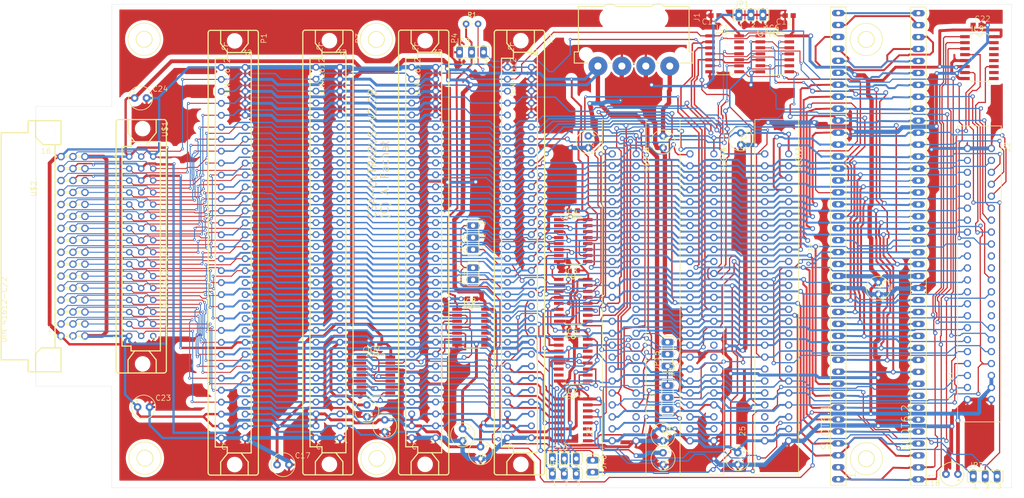
<source format=kicad_pcb>
(kicad_pcb (version 20240108) (generator "pcbnew") (generator_version "8.0")
  (layers (0 "F.Cu" signal) (31 "B.Cu" signal) (34 "B.Paste" user) (35 "F.Paste" user) (36 "B.SilkS" user "B.Silkscreen") (37 "F.SilkS" user "F.Silkscreen") (38 "B.Mask" user) (39 "F.Mask" user) (44 "Edge.Cuts" user))
  (net 0 "")
  (net 1 "GND")
  (net 2 "VCC")
  (net 3 "BA19")
  (net 4 "BA0")
  (net 5 "BA1")
  (net 6 "BA2")
  (net 7 "BA3")
  (net 8 "BA4")
  (net 9 "BA5")
  (net 10 "BA6")
  (net 11 "BA7")
  (net 12 "BA8")
  (net 13 "BA9")
  (net 14 "BA10")
  (net 15 "BA11")
  (net 16 "BA12")
  (net 17 "BA13")
  (net 18 "BA14")
  (net 19 "BA15")
  (net 20 "BA16")
  (net 21 "BA17")
  (net 22 "BA18")
  (net 23 "BD7")
  (net 24 "BD6")
  (net 25 "BD5")
  (net 26 "BD4")
  (net 27 "BD3")
  (net 28 "BD2")
  (net 29 "BD1")
  (net 30 "BD0")
  (net 31 "BPHI1")
  (net 32 "/Apple II Bus/8MHZ")
  (net 33 "VCC33")
  (net 34 "BPHI2")
  (net 35 "BPHI0")
  (net 36 "B2PHI2")
  (net 37 "/RCxxxx/{slash}M1")
  (net 38 "R{slash}-W")
  (net 39 "Net-(IC1C-O)")
  (net 40 "RDY")
  (net 41 "Net-(IC1D-O)")
  (net 42 "SYNC")
  (net 43 "{slash}SLOT6IO")
  (net 44 "Net-(IC1E-O)")
  (net 45 "/RCxxxx/N$1")
  (net 46 "{slash}MEMSEL")
  (net 48 "{slash}BANK6")
  (net 49 "/Apple II Bus/{slash}BANK5")
  (net 50 "/Apple II Bus/{slash}BANK4")
  (net 51 "{slash}BANK3")
  (net 52 "/Apple II Bus/{slash}BANK2")
  (net 53 "{slash}BANK1")
  (net 54 "{slash}BANK0")
  (net 55 "VBUF")
  (net 56 "/Apple II Bus/{slash}SLOTIO")
  (net 57 "/Apple II Bus/{slash}SLOT7IO")
  (net 58 "/Apple II Bus/{slash}SLOT5IO")
  (net 59 "{slash}SLOT4IO")
  (net 60 "/Apple II Bus/{slash}SLOT3IO")
  (net 61 "/Apple II Bus/{slash}SLOT2IO")
  (net 62 "{slash}SLOT1IO")
  (net 63 "/Apple II Bus/{slash}SLOT0IO")
  (net 64 "Net-(IC4A-G2A)")
  (net 65 "/Apple II Bus/SLOT7DEV")
  (net 66 "/Apple II Bus/SLOT6DEV")
  (net 67 "/Apple II Bus/SLOT5DEV")
  (net 69 "/Apple II Bus/SLOT3DEV")
  (net 70 "12V")
  (net 73 "/Apple II Bus/SLOT0DEV")
  (net 74 "Net-(IC5A-G2B)")
  (net 77 "Net-(IC5A-Y5)")
  (net 78 "Net-(IC5A-Y4)")
  (net 79 "Net-(IC5A-Y3)")
  (net 80 "Net-(IC5A-Y2)")
  (net 83 "/RCxxxx/{slash}WR0")
  (net 84 "/RCxxxx/{slash}RD0")
  (net 85 "B8PHI2")
  (net 86 "/RCxxxx/{slash}SLOT6.X_BANK")
  (net 87 "/RCxxxx/{slash}SLOT6.X_IO")
  (net 88 "Net-(IC7A-OE)")
  (net 89 "{slash}BE")
  (net 90 "Net-(IC9A-G2A)")
  (net 91 "Net-(IC9A-Y7)")
  (net 94 "Net-(IC9A-Y4)")
  (net 99 "{slash}IOINH")
  (net 100 "/Apple II Bus/A2USER1")
  (net 101 "/Apple II Bus/{slash}DMA")
  (net 102 "/Apple II Bus/{slash}IOSTROBE")
  (net 103 "{slash}IOSEL")
  (net 104 "/CS/A BUS/50HZ")
  (net 105 "/CS/A BUS/{slash}EXTIO")
  (net 106 "/CS/A BUS/NOEXEC")
  (net 107 "/CS/A BUS/NOTMAPD")
  (net 108 "/CS/A BUS/WPROT")
  (net 109 "/CS/A BUS/I2SDA")
  (net 110 "/CS/A BUS/I2SCL")
  (net 111 "{slash}NMI")
  (net 112 "{slash}IRQ")
  (net 113 "/CS/A BUS/{slash}SO")
  (net 114 "{slash}RES")
  (net 115 "/CS/A BUS/16MHZ")
  (net 116 "Net-(SLOT3-INT_OUT)")
  (net 117 "Net-(SLOT3-DMA_OUT)")
  (net 118 "/Apple II Bus/COLORREF")
  (net 124 "Net-(SLOT5-INT_OUT)")
  (net 125 "Net-(SLOT5-DMA_OUT)")
  (net 129 "/RCxxxx/RC_CLK")
  (net 130 "/RCxxxx/TX")
  (net 131 "/RCxxxx/RX")
  (net 132 "/RCxxxx/USER1")
  (net 133 "/RCxxxx/USER2")
  (net 134 "/RCxxxx/USER3")
  (net 135 "/RCxxxx/USER4")
  (footprint "csa_ultrabus_v2:SO16" (layer "F.Cu") (at 150.76285 127.817612 -90)
    (property "Reference" "IC5")
    (property "Value" "74138D")
  )
  (footprint "csa_ultrabus_v2:E2,5-5" (layer "F.Cu") (at 127.26785 143.692612 -90)
    (property "Reference" "C4")
    (property "Value" "47u")
  )
  (footprint "csa_ultrabus_v2:E2,5-5" (layer "F.Cu") (at 185.68785 148.772612 -90)
    (property "Reference" "C14")
    (property "Value" "47u")
  )
  (footprint "csa_ultrabus_v2:JP1" (layer "F.Cu") (at 154.89035 150.360112 180)
    (property "Reference" "JP8")
    (property "Value" "JP1E")
  )
  (footprint "csa_ultrabus_v2:CSABUSSOCK180" (layer "F.Cu") (at 139.33285 102.417612 180)
    (property "Reference" "P2")
    (property "Value" "CSABUSSOCK180")
  )
  (footprint "csa_ultrabus_v2:SO16" (layer "F.Cu") (at 236.966125 63.547625 -90)
    (property "Reference" "IC9")
    (property "Value" "74138D")
  )
  (footprint "csa_ultrabus_v2:C0603" (layer "F.Cu") (at 180.848 54.61 180)
    (property "Reference" "C11")
    (property "Value" "C-EUC0603")
  )
  (footprint "csa_ultrabus_v2:JP2" (layer "F.Cu") (at 148.85785 151.947612)
    (property "Reference" "JP11")
    (property "Value" "JP2E")
  )
  (footprint "csa_ultrabus_v2:3,2" (layer "F.Cu") (at 109.093 148.717)
    (property "Reference" "H2" (hide yes))
    (property "Value" "MOUNT-HOLE3.2" (hide yes))
  )
  (footprint "csa_ultrabus_v2:E2,5-5" (layer "F.Cu") (at 59.563 137.795)
    (property "Reference" "C23")
    (property "Value" "47u")
  )
  (footprint "csa_ultrabus_v2:E2,5-5" (layer "F.Cu") (at 231.14 152.0444 180)
    (property "Reference" "C18")
    (property "Value" "47u")
  )
  (footprint "csa_ultrabus_v2:SO16" (layer "F.Cu") (at 150.76285 115.117612 -90)
    (property "Reference" "IC3")
    (property "Value" "74138D")
  )
  (footprint "csa_ultrabus_v2:E2,5-5" (layer "F.Cu") (at 89.16785 150.042612)
    (property "Reference" "C17")
    (property "Value" "47u")
  )
  (footprint "csa_ultrabus_v2:E2,5-5" (layer "F.Cu") (at 58.928 72.136)
    (property "Reference" "C24")
    (property "Value" "47u")
  )
  (footprint "csa_ultrabus_v2:FE100-25" (layer "F.Cu") (at 178.06785 113.212612 -90)
    (property "Reference" "SLOT5")
    (property "Value" "A2SLOT")
  )
  (footprint "csa_ultrabus_v2:SIL40" (layer "F.Cu") (at 205.74 125.198237 90)
    (property "Reference" "SLOT6.1")
    (property "Value" "RC2014/6502")
  )
  (footprint "csa_ultrabus_v2:C0603" (layer "F.Cu") (at 150.76285 121.467612 180)
    (property "Reference" "C8")
    (property "Value" "C-EUC0603")
  )
  (footprint "csa_ultrabus_v2:FE100-25" (layer "F.Cu") (at 161.55785 113.212612 -90)
    (property "Reference" "SLOT3")
    (property "Value" "A2SLOT")
  )
  (footprint "csa_ultrabus_v2:C0603" (layer "F.Cu") (at 150.76285 108.767612 180)
    (property "Reference" "C9")
    (property "Value" "C-EUC0603")
  )
  (footprint "csa_ultrabus_v2:3,2" (layer "F.Cu") (at 59.844431 148.651722)
    (property "Reference" "H5")
    (property "Value" "MOUNT-HOLE3.2")
  )
  (footprint "csa_ultrabus_v2:3,2" (layer "F.Cu") (at 59.682659 59.653449)
    (property "Reference" "H6")
    (property "Value" "MOUNT-HOLE3.2")
  )
  (footprint "csa_ultrabus_v2:FABC48S2" (layer "F.Cu") (at 59.055 103.632 180)
    (property "Reference" "U$1")
    (property "Value" "CSASHORTBUSFS")
  )
  (footprint "csa_ultrabus_v2:3,2" (layer "F.Cu") (at 108.966 59.69)
    (property "Reference" "H1" (hide yes))
    (property "Value" "MOUNT-HOLE3.2" (hide yes))
  )
  (footprint "csa_ultrabus_v2:JP2" (layer "F.Cu") (at 170.76535 126.547612 90)
    (property "Reference" "JP15")
    (property "Value" "JP2E")
  )
  (footprint "csa_ultrabus_v2:JP2" (layer "F.Cu") (at 129.49035 101.782612 90)
    (property "Reference" "JP16")
    (property "Value" "JP2E")
  )
  (footprint "csa_ultrabus_v2:FE100-25" (layer "F.Cu") (at 193.94285 113.212612 -90)
    (property "Reference" "SLOT7")
    (property "Value" "A2SLOT")
  )
  (footprint "csa_ultrabus_v2:E2,5-5" (layer "F.Cu") (at 131.07785 147.502612 -90)
    (property "Reference" "C5")
    (property "Value" "47u")
  )
  (footprint "csa_ultrabus_v2:SO14" (layer "F.Cu") (at 129.17285 120.832612 -90)
    (property "Reference" "IC8")
    (property "Value" "74125D")
  )
  (footprint "csa_ultrabus_v2:SO16" (layer "F.Cu") (at 150.76285 102.417612 -90)
    (property "Reference" "IC4")
    (property "Value" "74138D")
  )
  (footprint "csa_ultrabus_v2:CSABUSSOCK180" (layer "F.Cu") (at 119.01285 102.417612 180)
    (property "Reference" "P4")
    (property "Value" "CSABUSSOCK180")
  )
  (footprint "csa_ultrabus_v2:E2,5-5" (layer "F.Cu") (at 215.503125 112.577612 -90)
    (property "Reference" "C15")
    (property "Value" "47u")
  )
  (footprint "csa_ultrabus_v2:E2,5-5" (layer "F.Cu") (at 169.81285 143.692612 -90)
    (property "Reference" "C13")
    (property "Value" "47u")
  )
  (footprint "csa_ultrabus_v2:MABC48B2" (layer "F.Cu") (at 36.957 103.632 180)
    (property "Reference" "U$2")
    (property "Value" "CSASHORTBUSMA")
    (fp_line (start 0.254 29.6926) (end 0.254 -29.6926) (stroke (width 0.05)) (layer "Edge.Cuts"))
  )
  (footprint "csa_ultrabus_v2:3,2" (layer "F.Cu") (at 212.963125 148.772612)
    (property "Reference" "H4" (hide yes))
    (property "Value" "MOUNT-HOLE3.2" (hide yes))
  )
  (footprint "csa_ultrabus_v2:CSABUSSOCK180" (layer "F.Cu") (at 98.69285 102.417612 180)
    (property "Reference" "P3")
    (property "Value" "CSABUSSOCK180")
  )
  (footprint "csa_ultrabus_v2:JP2" (layer "F.Cu") (at 188.468 54.483)
    (property "Reference" "JP1")
    (property "Value" "JP2E")
  )
  (footprint "csa_ultrabus_v2:JP2" (layer "F.Cu") (at 170.76535 135.755112 -90)
    (property "Reference" "JP14")
    (property "Value" "JP2E")
  )
  (footprint "csa_ultrabus_v2:CSABUSSOCK180" (layer "F.Cu") (at 78.5876 102.4636 180)
    (property "Reference" "P1")
    (property "Value" "CSABUSSOCK180")
  )
  (footprint "csa_ultrabus_v2:JP2" (layer "F.Cu") (at 129.17285 62.412612)
    (property "Reference" "JP9")
    (property "Value" "JP2E")
  )
  (footprint "csa_ultrabus_v2:E2,5-5" (layer "F.Cu") (at 153.93785 81.462612 -90)
    (property "Reference" "C21")
    (property "Value" "47u")
  )
  (footprint "csa_ultrabus_v2:E2,5-5" (layer "F.Cu") (at 110.75785 141.787612 -90)
    (property "Reference" "C3")
    (property "Value" "47u")
  )
  (footprint "csa_ultrabus_v2:3,2" (layer "F.Cu") (at 212.949275 59.69)
    (property "Reference" "H3" (hide yes))
    (property "Value" "MOUNT-HOLE3.2" (hide yes))
  )
  (footprint "csa_ultrabus_v2:SO14" (layer "F.Cu") (at 193.548 62.738 -90)
    (property "Reference" "IC6")
    (property "Value" "7400D")
  )
  (footprint "csa_ultrabus_v2:C0603" (layer "F.Cu") (at 108.85285 124.325112 180)
    (property "Reference" "C16")
    (property "Value" "C-EUC0603")
  )
  (footprint "csa_ultrabus_v2:E2,5-5" (layer "F.Cu") (at 169.81285 148.772612 -90)
    (property "Reference" "C6")
    (property "Value" "47u")
  )
  (footprint "csa_ultrabus_v2:SO14" (layer "F.Cu") (at 182.88 62.738 -90)
    (property "Reference" "IC1")
    (property "Value" "7404D")
  )
  (footprint "csa_ultrabus_v2:FE100-22-2" (layer "F.Cu") (at 236.966125 109.50575 90)
    (property "Reference" "X1")
    (property "Value" "PORT_EXPANSION_64_CONN")
  )
  (footprint "csa_ultrabus_v2:E2,5-5" (layer "F.Cu") (at 106.94785 138.612612 -90)
    (property "Reference" "C1")
    (property "Value" "47u")
  )
  (footprint "csa_ultrabus_v2:C0603" (layer "F.Cu") (at 196.596 54.61 180)
    (property "Reference" "C12")
    (property "Value" "C-EUC0603")
  )
  (footprint "csa_ultrabus_v2:SO16" (layer "F.Cu") (at 150.76285 140.517612 -90)
    (property "Reference" "IC2")
    (property "Value" "74138D")
  )
  (footprint "csa_ultrabus_v2:C0603" (layer "F.Cu") (at 129.17285 114.800112 180)
    (property "Reference" "C2")
    (property "Value" "C-EUC0603")
  )
  (footprint "csa_ultrabus_v2:C0603" (layer "F.Cu") (at 150.76285 96.067612 180)
    (property "Reference" "C10")
    (property "Value" "C-EUC0603")
  )
  (footprint "csa_ultrabus_v2:JP2" (layer "F.Cu") (at 238.2012 152.5016)
    (property "Reference" "JP2")
    (property "Value" "JP2E")
  )
  (footprint "csa_ultrabus_v2:SIL40" (layer "F.Cu") (at 222.758 125.222 90)
    (property "Reference" "SLOT6.2")
    (property "Value" "RC2014/6502")
  )
  (footprint "csa_ultrabus_v2:C0603" (layer "F.Cu") (at 236.489875 56.642)
    (property "Reference" "C22")
    (property "Value" "C-EUC0603")
  )
  (footprint "Resistor_THT:R_Axial_DIN0204_L3.6mm_D1.6mm_P2.54mm_Vertical" (layer "F.Cu") (at 128.016 56.388)
    (property "Reference" "R1")
    (property "Value" "10k")
  )
  (footprint "csa_ultrabus_v2:E2,5-5" (layer "F.Cu") (at 186.32285 80.827612 -90)
    (property "Reference" "C20")
    (property "Value" "47u")
  )
  (footprint "csa_ultrabus_v2:C0603" (layer "F.Cu") (at 150.76285 134.167612 180)
    (property "Reference" "C7")
    (property "Value" "C-EUC0603")
  )
  (footprint "csa_ultrabus_v2:SO14" (layer "F.Cu") (at 108.85285 130.992612 -90)
    (property "Reference" "IC7")
    (property "Value" "74125D")
  )
  (footprint "csa_ultrabus_v2:JP2" (layer "F.Cu") (at 148.85785 148.772612)
    (property "Reference" "JP10")
    (property "Value" "JP2E")
  )
  (footprint "csa_ultrabus_v2:827001" (layer "F.Cu") (at 163.61745 65.347761 180)
    (property "Reference" "J1")
    (property "Value" "FLOP-4W827001")
  )
  (footprint "csa_ultrabus_v2:JP1" (layer "F.Cu") (at 129.49035 109.481987)
    (property "Reference" "JP17")
    (property "Value" "JP1E")
  )
  (footprint "csa_ultrabus_v2:E2,5-5" (layer "F.Cu") (at 169.81285 81.462612 -90)
    (property "Reference" "C19")
    (property "Value" "47u")
  )
  (gr_line (start 52.832 154.957612) (end 243.7892 154.957612) (stroke (width 0.05)) (layer "Edge.Cuts"))
  (gr_line (start 52.832 52.188194) (end 52.832 73.914) (stroke (width 0.05)) (layer "Edge.Cuts"))
  (gr_line (start 36.703 73.914) (end 52.832 73.914) (stroke (width 0.05)) (layer "Edge.Cuts"))
  (gr_line (start 243.7892 52.197) (end 52.832 52.197) (stroke (width 0.05)) (layer "Edge.Cuts"))
  (gr_line (start 52.832 133.35) (end 52.832 154.957612) (stroke (width 0.05)) (layer "Edge.Cuts"))
  (gr_line (start 243.7892 154.957612) (end 243.7892 52.197) (stroke (width 0.05)) (layer "Edge.Cuts"))
  (gr_line (start 36.703 133.35) (end 52.832 133.35) (stroke (width 0.05)) (layer "Edge.Cuts"))
  (gr_text "CSA-ULTRABUS-V2.0B\n(C) A. Fachat" (at 111.71035 97.972612 90) (layer "F.Cu") (effects (font (size 1.63576 1.63576) (thickness 0.14224)) (justify left bottom)))
  (gr_text "GND" (at 189.49785 59.237612 0) (layer "F.SilkS") (effects (font (size 1.63576 1.63576) (thickness 0.14224)) (justify left bottom)))
  (gr_text "CSA-ULTRABUS-V2.0B\n(C) A. Fachat" (at 111.71035 97.972612 90) (layer "F.SilkS") (effects (font (size 1.63576 1.63576) (thickness 0.14224)) (justify left bottom)))
  (gr_text "A7" (at 200.29285 104.957612 0) (layer "F.SilkS") (effects (font (size 1.63576 1.63576) (thickness 0.14224)) (justify left bottom)))
  (segment (start 149.91285 109.187612) (end 150.76285 110.037612) (width 0.6096) (layer "F.Cu") (net 1))
  (segment (start 124.41035 114.800112) (end 123.219725 114.800112) (width 0.4064) (layer "F.Cu") (net 1))
  (segment (start 118.774725 115.196987) (end 118.69535 115.117612) (width 0.4064) (layer "F.Cu") (net 1))
  (segment (start 146.95285 82.097612) (end 140.60285 82.097612) (width 0.3048) (layer "F.Cu") (net 1))
  (segment (start 188.468 69.342) (end 180.086 69.342) (width 0.9144) (layer "F.Cu") (net 1))
  (segment (start 118.615975 130.357612) (end 119.64785 129.325737) (width 0.6096) (layer "F.Cu") (net 1))
  (segment (start 145.68285 104.322612) (end 146.31785 104.957612) (width 0.254) (layer "F.Cu") (net 1))
  (segment (start 230.9876 147.3708) (end 230.9876 142.0368) (width 0.8) (layer "F.Cu") (net 1))
  (segment (start 179.0874 69.342) (end 178.8334 69.596) (width 0.5) (layer "F.Cu") (net 1))
  (segment (start 117.74285 130.357612) (end 118.615975 130.357612) (width 0.6096) (layer "F.Cu") (net 1))
  (segment (start 122.82285 117.657612) (end 119.092225 117.657612) (width 0.4064) (layer "F.Cu") (net 1))
  (segment (start 188.844158 66.548) (end 188.580558 66.8116) (width 0.5) (layer "F.Cu") (net 1))
  (segment (start 214.868125 124.007612) (end 215.503125 123.372612) (width 0.9144) (layer "F.Cu") (net 1))
  (segment (start 173.067225 125.277612) (end 173.702225 125.912612) (width 0.6096) (layer "F.Cu") (net 1))
  (segment (start 103.77285 128.452612) (end 105.77945 128.452612) (width 0.6096) (layer "F.Cu") (net 1))
  (segment (start 146.31785 104.957612) (end 149.49285 104.957612) (width 0.254) (layer "F.Cu") (net 1))
  (segment (start 149.91285 82.947612) (end 150.12785 82.732612) (width 0.3048) (layer "F.Cu") (net 1))
  (segment (start 173.702225 125.912612) (end 177.2741 125.912612) (width 0.6096) (layer "F.Cu") (net 1))
  (segment (start 118.933475 89.796987) (end 118.933475 76.779487) (width 0.6096) (layer "F.Cu") (net 1))
  (segment (start 166.15745 70.513012) (end 166.15745 69.342) (width 0.9144) (layer "F.Cu") (net 1))
  (segment (start 227.838 83.47075) (end 227.838 87.59825) (width 0.8128) (layer "F.Cu") (net 1))
  (segment (start 161.036 68.834) (end 161.036 68.326) (width 0.9144) (layer "F.Cu") (net 1))
  (segment (start 169.81285 150.042612) (end 167.90785 150.042612) (width 0.9144) (layer "F.Cu") (net 1))
  (segment (start 232.679875 67.992625) (end 233.892725 67.992625) (width 0.6096) (layer "F.Cu") (net 1))
  (segment (start 149.91285 96.067612) (end 149.91285 82.947612) (width 0.3048) (layer "F.Cu") (net 1))
  (segment (start 118.933475 89.796987) (end 118.933475 115.038237) (width 0.6096) (layer "F.Cu") (net 1))
  (segment (start 63.119 126.111) (end 63.246 126.111) (width 0.5) (layer "F.Cu") (net 1))
  (segment (start 41.021 84.582) (end 39.624 85.979) (width 0.8) (layer "F.Cu") (net 1))
  (segment (start 147.68945 115.752612) (end 150.44535 115.752612) (width 0.254) (layer "F.Cu") (net 1))
  (segment (start 39.624 120.269) (end 42.037 122.682) (width 0.8) (layer "F.Cu") (net 1))
  (segment (start 119.64785 125.674487) (end 119.01285 125.039487) (width 0.6096) (layer "F.Cu") (net 1))
  (segment (start 105.04285 144.327612) (end 106.31285 143.057612) (width 0.8) (layer "F.Cu") (net 1))
  (segment (start 189.49785 82.097612) (end 189.49785 70.37185) (width 0.9144) (layer "F.Cu") (net 1))
  (segment (start 237.339875 56.642) (end 238.712375 56.642) (width 0.6096) (layer "F.Cu") (net 1))
  (segment (start 177.75035 126.388862) (end 178.8616 126.388862) (width 0.6096) (layer "F.Cu") (net 1))
  (segment (start 103.45535 128.770112) (end 103.77285 128.452612) (width 0.6096) (layer "F.Cu") (net 1))
  (segment (start 151.000975 129.087612) (end 150.048475 130.278237) (width 0.6096) (layer "F.Cu") (net 1))
  (segment (start 124.09285 120.197612) (end 127.58535 120.197612) (width 0.254) (layer "F.Cu") (net 1))
  (segment (start 93.61285 141.787612) (end 96.15285 144.327612) (width 0.4064) (layer "F.Cu") (net 1))
  (segment (start 98.05785 124.642612) (end 98.05785 137.660112) (width 0.6096) (layer "F.Cu") (net 1))
  (segment (start 113.61535 133.532612) (end 113.93285 133.215112) (width 0.254) (layer "F.Cu") (net 1))
  (segment (start 215.503125 127.817612) (end 214.868125 127.182612) (width 0.9144) (layer "F.Cu") (net 1))
  (segment (start 149.49285 106.227612) (end 148.85785 106.862612) (width 0.6096) (layer "F.Cu") (net 1))
  (segment (start 202.438 77.843112) (end 201.93 77.335112) (width 0.6096) (layer "F.Cu") (net 1))
  (segment (start 180.086 69.342) (end 179.0874 69.342) (width 0.5) (layer "F.Cu") (net 1))
  (segment (start 150.12785 144.565737) (end 149.730975 144.962612) (width 0.6096) (layer "F.Cu") (net 1))
  (segment (start 94.24785 137.977612) (end 93.61285 138.612612) (width 0.4064) (layer "F.Cu") (net 1))
  (segment (start 167.27285 145.597612) (end 167.90785 144.962612) (width 0.9144) (layer "F.Cu") (net 1))
  (segment (start 189.49785 70.37185) (end 188.468 69.342) (width 0.9144) (layer "F.Cu") (net 1))
  (segment (start 215.503125 131.548237) (end 215.503125 127.817612) (width 0.9144) (layer "F.Cu") (net 1))
  (segment (start 61.595 122.682) (end 61.595 124.46) (width 0.5) (layer "F.Cu") (net 1))
  (segment (start 168.145975 81.780112) (end 168.145975 77.335112) (width 0.9144) (layer "F.Cu") (net 1))
  (segment (start 122.9816 89.796987) (end 118.933475 89.796987) (width 0.6096) (layer "F.Cu") (net 1))
  (segment (start 173.067225 123.134487) (end 173.067225 125.277612) (width 0.6096) (layer "F.Cu") (net 1))
  (segment (start 149.69785 119.562612) (end 149.91285 119.777612) (width 0.254) (layer "F.Cu") (net 1))
  (segment (start 163.78035 144.962612) (end 162.51035 146.232612) (width 0.6096) (layer "F.Cu") (net 1))
  (segment (start 63.246 126.111) (end 63.246 135.382) (width 0.5) (layer "F.Cu") (net 1))
  (segment (start 145.68285 104.322612) (end 145.68285 103.052612) (width 0.3048) (layer "F.Cu") (net 1))
  (segment (start 105.77945 132.262612) (end 103.77285 132.262612) (width 0.6096) (layer "F.Cu") (net 1))
  (segment (start 116.47285 144.327612) (end 112.02785 144.327612) (width 0.8) (layer "F.Cu") (net 1))
  (segment (start 147.58785 106.964212) (end 147.68945 106.862612) (width 0.3048) (layer "F.Cu") (net 1))
  (segment (start 140.60285 82.097612) (end 139.96785 81.462612) (width 0.3048) (layer "F.Cu") (net 1))
  (segment (start 170.209725 84.002612) (end 170.209725 121.943862) (width 0.9144) (layer "F.Cu") (net 1))
  (segment (start 182.3541 125.912612) (end 184.179725 127.738237) (width 0.6096) (layer "F.Cu") (net 1))
  (segment (start 101.23285 70.667612) (end 101.23285 68.127612) (width 0.9144) (layer "F.Cu") (net 1))
  (segment (start 166.00285 75.747612) (end 166.00285 70.667612) (width 0.9144) (layer "F.Cu") (net 1))
  (segment (start 179.8066 66.548) (end 179.8066 69.0626) (width 0.5) (layer "F.Cu") (net 1))
  (segment (start 232.203625 67.516375) (end 232.679875 67.992625) (width 0.6096) (layer "F.Cu") (net 1))
  (segment (start 103.45535 131.945112) (end 103.45535 128.770112) (width 0.6096) (layer "F.Cu") (net 1))
  (segment (start 149.17535 134.167612) (end 149.91285 134.167612) (width 0.3048) (layer "F.Cu") (net 1))
  (segment (start 125.99785 124.744212) (end 126.09945 124.642612) (width 0.6096) (layer "F.Cu") (net 1))
  (segment (start 178.8616 126.388862) (end 179.33785 125.912612) (width 0.6096) (layer "F.Cu") (net 1))
  (segment (start 166.00285 70.667612) (end 166.15745 70.513012) (width 0.9144) (layer "F.Cu") (net 1))
  (segment (start 150.12785 144.327612) (end 150.12785 144.565737) (width 0.6096) (layer "F.Cu") (net 1))
  (segment (start 124.41035 122.102612) (end 123.77535 121.467612) (width 0.254) (layer "F.Cu") (net 1))
  (segment (start 186.32285 88.606362) (end 187.27535 89.558862) (width 0.9144) (layer "F.Cu") (net 1))
  (segment (start 101.23285 73.207612) (end 101.23285 70.667612) (width 0.9144) (layer "F.Cu") (net 1))
  (segment (start 127.58535 122.102612) (end 126.09945 122.102612) (width 0.3048) (layer "F.Cu") (net 1))
  (segment (start 231.867075 138.7348) (end 234.426125 136.17575) (width 0.8) (layer "F.Cu") (net 1))
  (segment (start 226.806125 83.073875) (end 227.441125 83.073875) (width 0.6096) (layer "F.Cu") (net 1))
  (segment (start 103.45535 125.277612) (end 103.45535 128.135112) (width 0.6096) (layer "F.Cu") (net 1))
  (segment (start 123.45785 118.292612) (end 122.82285 117.657612) (width 0.4064) (layer "F.Cu") (net 1))
  (segment (start 128.22035 118.610112) (end 127.90285 118.292612) (width 0.254) (layer "F.Cu") (net 1))
  (segment (start 141.87285 68.127612) (end 141.87285 65.587612) (width 0.3048) (layer "F.Cu") (net 1))
  (segment (start 121.55285 75.747612) (end 121.55285 73.207612) (width 0.9144) (layer "F.Cu") (net 1))
  (segment (start 113.93285 130.040112) (end 113.61535 129.722612) (width 0.254) (layer "F.Cu") (net 1))
  (segment (start 145.68285 97.337612) (end 146.95285 96.067612) (width 0.3048) (layer "F.Cu") (net 1))
  (segment (start 147.58785 108.132612) (end 147.58785 106.964212) (width 0.6096) (layer "F.Cu") (net 1))
  (segment (start 167.90785 144.962612) (end 169.81285 144.962612) (width 0.9144) (layer "F.Cu") (net 1))
  (segment (start 145.68285 103.052612) (end 144.73035 102.417612) (width 0.3048) (layer "F.Cu") (net 1))
  (segment (start 115.20285 130.357612) (end 117.74285 130.357612) (width 0.6096) (layer "F.Cu") (net 1))
  (segment (start 118.933475 115.038237) (end 118.774725 115.196987) (width 0.6096) (layer "F.Cu") (net 1))
  (segment (start 42.037 84.582) (end 41.021 84.582) (width 0.8) (layer "F.Cu") (net 1))
  (segment (start 227.99675 91.487625) (end 226.806125 92.837) (width 0.9144) (layer "F.Cu") (net 1))
  (segment (start 108.53535 139.882612) (end 111.07535 137.342612) (width 0.254) (layer "F.Cu") (net 1))
  (segment (start 81.1276 75.7936) (end 82.7786 75.7936) (width 0.8) (layer "F.Cu") (net 1))
  (segment (start 215.503125 141.787612) (end 215.503125 131.548237) (width 0.9144) (layer "F.Cu") (net 1))
  (segment (start 147.68945 132.262612) (end 147.68945 132.681712) (width 0.6096) (layer "F.Cu") (net 1))
  (segment (start 127.90285 122.420112) (end 127.58535 122.102612) (width 0.3048) (layer "F.Cu") (net 1))
  (segment (start 169.81285 82.732612) (end 168.54285 82.732612) (width 0.9144) (layer "F.Cu") (net 1))
  (segment (start 124.648475 118.292612) (end 123.45785 118.292612) (width 0.4064) (layer "F.Cu") (net 1))
  (segment (start 160.782 72.644) (end 160.782 71.882) (width 0.9144) (layer "F.Cu") (net 1))
  (segment (start 123.77535 121.467612) (end 123.77535 120.515112) (width 0.254) (layer "F.Cu") (net 1))
  (segment (start 150.207225 114.958862) (end 150.683475 115.435112) (width 0.6096) (layer "F.Cu") (net 1))
  (segment (start 169.81285 82.732612) (end 169.81285 83.605737) (width 0.9144) (layer "F.Cu") (net 1))
  (segment (start 113.93285 135.755112) (end 113.93285 133.850112) (width 0.254) (layer "F.Cu") (net 1))
  (segment (start 227.99675 87.836375) (end 227.99675 91.487625) (width 0.9144) (layer "F.Cu") (net 1))
  (segment (start 170.209725 121.943862) (end 171.8766 121.943862) (width 0.6096) (layer "F.Cu") (net 1))
  (segment (start 122.82285 115.196987) (end 118.774725 115.196987) (width 0.4064) (layer "F.Cu") (net 1))
  (segment (start 149.91285 121.467612) (end 149.91285 119.777612) (width 0.6096) (layer "F.Cu") (net 1))
  (segment (start 139.96785 77.652612) (end 141.87285 75.747612) (width 0.3048) (layer "F.Cu") (net 1))
  (segment (start 144.73035 102.417612) (end 144.73035 101.147612) (width 0.3048) (layer "F.Cu") (net 1))
  (segment (start 103.45535 134.485112) (end 103.45535 132.580112) (width 0.6096) (layer "F.Cu") (net 1))
  (segment (start 113.93285 133.215112) (end 113.93285 130.040112) (width 0.254) (layer "F.Cu") (net 1))
  (segment (start 123.6166 132.897612) (end 124.2516 132.262612) (width 0.6096) (layer "F.Cu") (net 1))
  (segment (start 124.09285 117.975112) (end 124.41035 118.292612) (width 0.3048) (layer "F.Cu") (net 1))
  (segment (start 161.036 68.326) (end 161.036 65.389211) (width 0.9144) (layer "F.Cu") (net 1))
  (segment (start 149.832575 145.915112) (end 147.68945 144.962612) (width 0.6096) (layer "F.Cu") (net 1))
  (segment (start 145.68285 100.195112) (end 145.68285 97.337612) (width 0.3048) (layer "F.Cu") (net 1))
  (segment (start 145.68285 144.327612) (end 141.87285 144.327612) (width 0.6096) (layer "F.Cu") (net 1))
  (segment (start 155.20785 77.811362) (end 154.25535 73.286987) (width 0.9144) (layer "F.Cu") (net 1))
  (segment (start 127.58535 124.642612) (end 127.90285 124.325112) (width 0.3048) (layer "F.Cu") (net 1))
  (segment (start 182.6716 142.898862) (end 180.60785 144.962612) (width 0.6096) (layer "F.Cu") (net 1))
  (segment (start 121.55285 68.127612) (end 121.55285 65.587612) (width 0.9144) (layer "F.Cu") (net 1))
  (segment (start 111.92625 133.532612) (end 113.61535 133.532612) (width 0.6096) (layer "F.Cu") (net 1))
  (segment (start 214.868125 127.182612) (end 214.868125 124.007612) (width 0.9144) (layer "F.Cu") (net 1))
  (segment (start 128.32285 114.800112) (end 126.95035 114.800112) (width 0.6096) (layer "F.Cu") (net 1))
  (segment (start 124.41035 114.800112) (end 124.09285 115.435112) (width 0.3048) (layer "F.Cu") (net 1))
  (segment (start 169.81285 83.605737) (end 170.209725 84.002612) (width 0.9144) (layer "F.Cu") (net 1))
  (segment (start 111.07535 137.342612) (end 112.34535 137.342612) (width 0.254) (layer "F.Cu") (net 1))
  (segment (start 227.838 78.152625) (end 227.838 66.96075) (width 0.6096) (layer "F.Cu") (net 1))
  (segment (start 146.31785 144.962612) (end 145.68285 144.327612) (width 0.6096) (layer "F.Cu") (net 1))
  (segment (start 231.568625 64.182625) (end 231.092375 64.658875) (width 0.6096) (layer "F.Cu") (net 1))
  (segment (start 168.145975 77.335112) (end 166.00285 75.747612) (width 0.9144) (layer "F.Cu") (net 1))
  (segment (start 149.730975 144.962612) (end 147.68945 144.962612) (width 0.6096) (layer "F.Cu") (net 1))
  (segment (start 187.27535 89.558862) (end 187.27535 125.198237) (width 0.9144) (layer "F.Cu") (net 1))
  (segment (start 103.45535 128.135112) (end 103.77285 128.452612) (width 0.6096) (layer "F.Cu") (net 1))
  (segment (start 164.09785 144.962612) (end 163.78035 144.962612) (width 0.3048) (layer "F.Cu") (net 1))
  (segment (start 104.40785 124.325112) (end 103.45535 125.277612) (width 0.6096) (layer "F.Cu") (net 1))
  (segment (start 105.04285 139.882612) (end 103.13785 137.977612) (width 0.4064) (layer "F.Cu") (net 1))
  (segment (start 125.99785 125.595112) (end 125.99785 124.744212) (width 0.6096) (layer "F.Cu") (net 1))
  (segment (start 123.219725 90.035112) (end 122.9816 89.796987) (width 0.6096) (layer "F.Cu") (net 1))
  (segment (start 182.19535 125.912612) (end 183.3066 124.801362) (width 0.6096) (layer "F.Cu") (net 1))
  (segment (start 119.64785 129.325737) (end 119.64785 125.674487) (width 0.6096) (layer "F.Cu") (net 1))
  (segment (start 124.41035 118.292612) (end 124.648475 118.292612) (width 0.3048) (layer "F.Cu") (net 1))
  (segment (start 233.892725 64.182625) (end 231.568625 64.182625) (width 0.6096) (layer "F.Cu") (net 1))
  (segment (start 161.036 71.628) (end 161.036 68.326) (width 0.9144) (layer "F.Cu") (net 1))
  (segment (start 149.91285 108.767612) (end 148.22285 108.767612) (width 0.6096) (layer "F.Cu") (net 1))
  (segment (start 232.203625 66.881375) (end 232.203625 67.516375) (width 0.6096) (layer "F.Cu") (net 1))
  (segment (start 227.441125 83.073875) (end 227.838 83.47075) (width 0.6096) (layer "F.Cu") (net 1))
  (segment (start 157.350975 145.915112) (end 149.832575 145.915112) (width 0.6096) (layer "F.Cu") (net 1))
  (segment (start 61.595 124.587) (end 63.119 126.111) (width 0.5) (layer "F.Cu") (net 1))
  (segment (start 182.6716 134.961362) (end 182.6716 142.898862) (width 0.6096) (layer "F.Cu") (net 1))
  (segment (start 226.806125 92.837) (end 226.806125 110.2995) (width 0.9144) (layer "F.Cu") (net 1))
  (segment (start 186.32285 82.097612) (end 186.32285 88.606362) (width 0.9144) (layer "F.Cu") (net 1))
  (segment (start 171.8766 121.943862) (end 173.067225 123.134487) (width 0.6096) (layer "F.Cu") (net 1))
  (segment (start 39.624 85.979) (end 39.624 120.269) (width 0.8) (layer "F.Cu") (net 1))
  (segment (start 101.23285 75.747612) (end 101.23285 73.207612) (width 0.9144) (layer "F.Cu") (net 1))
  (segment (start 105.77945 134.802612) (end 103.77285 134.802612) (width 0.6096) (layer "F.Cu") (net 1))
  (segment (start 180.086 69.342) (end 179.578 69.342) (width 0.9144) (layer "F.Cu") (net 1))
  (segment (start 161.036 65.389211) (end 161.07745 65.347761) (width 0.9144) (layer "F.Cu") (net 1))
  (segment (start 141.87285 75.747612) (end 141.87285 73.207612) (width 0.3048) (layer "F.Cu") (net 1))
  (segment (start 153.93785 82.732612) (end 154.57285 82.732612) (width 0.3048) (layer "F.Cu") (net 1))
  (segment (start 179.998 54.61) (end 179.998 55.7412) (width 0.5) (layer "F.Cu") (net 1))
  (segment (start 149.91285 119.777612) (end 150.683475 118.927612) (width 0.6096) (layer "F.Cu") (net 1))
  (segment (start 166.15745 68.834) (end 166.15745 65.347761) (width 0.9144) (layer "F.Cu") (net 1))
  (segment (start 126.09945 124.642612) (end 127.58535 124.642612) (width 0.3048) (layer "F.Cu") (net 1))
  (segment (start 82.7786 75.7936) (end 83.566 76.581) (width 0.8) (layer "F.Cu") (net 1))
  (segment (start 179.33785 125.912612) (end 182.19535 125.912612) (width 0.6096) (layer "F.Cu") (net 1))
  (segment (start 231.14 139.192) (end 231.5972 138.7348) (width 0.8) (layer "F.Cu") (net 1))
  (segment (start 106.94785 139.882612) (end 105.04285 139.882612) (width 0.4064) (layer "F.Cu") (net 1))
  (segment (start 147.68945 132.681712) (end 149.17535 134.167612) (width 0.6096) (layer "F.Cu") (net 1))
  (segment (start 202.668237 78.208237) (end 202.438 77.978) (width 0.9144) (layer "F.Cu") (net 1))
  (segment (start 112.02785 144.327612) (end 110.75785 143.057612) (width 0.8) (layer "F.Cu") (net 1))
  (segment (start 234.426125 136.17575) (end 239.506125 136.17575) (width 0.8128) (layer "F.Cu") (net 1))
  (segment (start 149.91285 121.467612) (end 149.91285 123.157612) (width 0.6096) (layer "F.Cu") (net 1))
  (segment (start 148.22285 108.767612) (end 147.58785 108.132612) (width 0.6096) (layer "F.Cu") (net 1))
  (segment (start 127.90285 124.325112) (end 127.90285 122.420112) (width 0.3048) (layer "F.Cu") (net 1))
  (segment (start 184.179725 130.675112) (end 184.179725 133.453237) (width 0.6096) (layer "F.Cu") (net 1))
  (segment (start 113.93285 133.850112) (end 113.61535 133.532612) (width 0.254) (layer "F.Cu") (net 1))
  (segment (start 103.77285 132.262612) (end 103.45535 131.945112) (width 0.254) (layer "F.Cu") (net 1))
  (segment (start 179.998 55.7412) (end 180.4924 56.2356) (width 0.5) (layer "F.Cu") (net 1))
  (segment (start 83.566 76.581) (end 83.566 114.173) (width 0.8) (layer "F.Cu") (net 1))
  (segment (start 179.8066 69.0626) (end 180.086 69.342) (width 0.5) (layer "F.Cu") (net 1))
  (segment (start 229.87 152.0444) (end 229.87 148.4884) (width 0.8) (layer "F.Cu") (net 1))
  (segment (start 168.54285 82.732612) (end 168.145975 81.780112) (width 0.9144) (layer "F.Cu") (net 1))
  (segment (start 149.91285 108.767612) (end 149.91285 109.187612) (width 0.3048) (layer "F.Cu") (net 1))
  (segment (start 124.09285 115.435112) (end 124.09285 117.975112) (width 0.3048) (layer "F.Cu") (net 1))
  (segment (start 231.092375 64.658875) (end 231.092375 66.881375) (width 0.6096) (layer "F.Cu") (net 1))
  (segment (start 157.827225 146.232612) (end 157.350975 145.915112) (width 0.6096) (layer "F.Cu") (net 1))
  (segment (start 124.2516 132.262612) (end 124.2516 127.341362) (width 0.6096) (layer "F.Cu") (net 1))
  (segment (start 155.84285 81.462612) (end 155.20785 77.811362) (width 0.9144) (layer "F.Cu") (net 1))
  (segment (start 149.91285 82.947612) (end 147.80285 82.947612) (width 0.3048) (layer "F.Cu") (net 1))
  (segment (start 108.00285 124.325112) (end 104.40785 124.325112) (width 0.6096) (layer "F.Cu") (net 1))
  (segment (start 83.439 142.0622) (end 81.1276 144.3736) (width 0.8) (layer "F.Cu") (net 1))
  (segment (start 114.88535 130.040112) (end 115.20285 130.357612) (width 0.6096) (layer "F.Cu") (net 1))
  (segment (start 180.60785 148.772612) (end 180.60785 144.962612) (width 0.9144) (layer "F.Cu") (net 1))
  (segment (start 119.01285 125.039487) (end 119.01285 117.736987) (width 0.6096) (layer "F.Cu") (net 1))
  (segment (start 166.15745 68.834) (end 161.036 68.834) (width 0.9144) (layer "F.Cu") (net 1))
  (segment (start 151.000975 124.325112) (end 151.000975 129.087612) (width 0.6096) (layer "F.Cu") (net 1))
  (segment (start 141.87285 73.207612) (end 141.87285 70.667612) (width 0.3048) (layer "F.Cu") (net 1))
  (segment (start 121.55285 73.207612) (end 121.55285 70.667612) (width 0.9144) (layer "F.Cu") (net 1))
  (segment (start 102.82035 122.737612) (end 99.96285 122.737612) (width 0.6096) (layer "F.Cu") (net 1))
  (segment (start 101.23285 144.327612) (end 105.04285 144.327612) (width 0.8) (layer "F.Cu") (net 1))
  (segment (start 119.092225 117.657612) (end 119.01285 117.736987) (width 0.4064) (layer "F.Cu") (net 1))
  (segment (start 184.179725 133.453237) (end 182.6716 134.961362) (width 0.6096) (layer "F.Cu") (net 1))
  (segment (start 118.774725 115.196987) (end 118.774725 117.498862) (width 0.5) (layer "F.Cu") (net 1))
  (segment (start 150.44535 115.752612) (end 150.683475 115.435112) (width 0.254) (layer "F.Cu") (net 1))
  (segment (start 112.34535 137.342612) (end 113.93285 135.755112) (width 0.254) (layer "F.Cu") (net 1))
  (segment (start 121.55285 70.667612) (end 121.55285 68.127612) (width 0.9144) (layer "F.Cu") (net 1))
  (segment (start 97.74035 137.977612) (end 94.24785 137.977612) (width 0.4064) (layer "F.Cu") (net 1))
  (segment (start 43.815 124.46) (end 61.595 124.46) (width 0.5) (layer "F.Cu") (net 1))
  (segment (start 101.23285 68.127612) (end 101.23285 65.587612) (width 0.9144) (layer "F.Cu") (net 1))
  (segment (start 104.40785 124.325112) (end 102.82035 122.737612) (width 0.254) (layer "F.Cu") (net 1))
  (segment (start 144.73035 101.147612) (end 145.68285 100.195112) (width 0.3048) (layer "F.Cu") (net 1))
  (segment (start 147.68945 144.962612) (end 146.31785 144.962612) (width 0.6096) (layer "F.Cu") (net 1))
  (segment (start 147.80285 82.947612) (end 146.95285 82.097612) (width 0.3048) (layer "F.Cu") (net 1))
  (segment (start 118.933475 76.779487) (end 119.96535 75.747612) (width 0.6096) (layer "F.Cu") (net 1))
  (segment (start 103.13785 137.977612) (end 97.74035 137.977612) (width 0.4064) (layer "F.Cu") (net 1))
  (segment (start 187.27535 125.198237) (end 186.719725 125.753862) (width 0.9144) (layer "F.Cu") (net 1))
  (segment (start 42.037 122.682) (end 43.815 124.46) (width 0.5) (layer "F.Cu") (net 1))
  (segment (start 113.93285 130.040112) (end 114.88535 130.040112) (width 0.6096) (layer "F.Cu") (net 1))
  (segment (start 148.85785 106.862612) (end 147.68945 106.862612) (width 0.3048) (layer "F.Cu") (net 1))
  (segment (start 182.19535 125.912612) (end 182.3541 125.912612) (width 0.6096) (layer "F.Cu") (net 1))
  (segment (start 147.68945 103.052612) (end 145.68285 103.052612) (width 0.254) (layer "F.Cu") (net 1))
  (segment (start 147.68945 119.562612) (end 149.69785 119.562612) (width 0.6096) (layer "F.Cu") (net 1))
  (segment (start 123.77535 120.515112) (end 124.09285 120.197612) (width 0.254) (layer "F.Cu") (net 1))
  (segment (start 231.14 141.8844) (end 231.14 139.192) (width 0.8) (layer "F.Cu") (net 1))
  (segment (start 162.51035 146.232612) (end 157.827225 146.232612) (width 0.6096) (layer "F.Cu") (net 1))
  (segment (start 123.219725 114.800112) (end 122.82285 115.196987) (width 0.4064) (layer "F.Cu") (net 1))
  (segment (start 83.566 114.173) (end 83.439 114.3) (width 0.8) (layer "F.Cu") (net 1))
  (segment (start 105.77945 134.802612) (end 104.09035 134.802612) (width 0.254) (layer "F.Cu") (net 1))
  (segment (start 99.96285 122.737612) (end 98.05785 124.642612) (width 0.6096) (layer "F.Cu") (net 1))
  (segment (start 128.22035 119.562612) (end 128.22035 118.610112) (width 0.254) (layer "F.Cu") (net 1))
  (segment (start 147.68945 144.962612) (end 147.68945 145.064212) (width 0.4064) (layer "F.Cu") (net 1))
  (segment (start 124.648475 118.292612) (end 126.09945 118.292612) (width 0.3048) (layer "F.Cu") (net 1))
  (segment (start 167.386 69.342) (end 166.15745 69.342) (width 0.5) (layer "F.Cu") (net 1))
  (segment (start 160.782 71.882) (end 161.036 71.628) (width 0.9144) (layer "F.Cu") (net 1))
  (segment (start 83.439 114.3) (end 83.439 142.0622) (width 0.8) (layer "F.Cu") (net 1))
  (segment (start 141.87285 70.667612) (end 141.87285 68.127612) (width 0.3048) (layer "F.Cu") (net 1))
  (segment (start 127.90285 118.292612) (end 126.09945 118.292612) (width 0.254) (layer "F.Cu") (net 1))
  (segment (start 149.91285 134.167612) (end 149.91285 140.937612) (width 0.6096) (layer "F.Cu") (net 1))
  (segment (start 149.91285 123.157612) (end 151.000975 124.325112) (width 0.6096) (layer "F.Cu") (net 1))
  (segment (start 229.87 148.4884) (end 230.9876 147.3708) (width 0.8) (layer "F.Cu") (net 1))
  (segment (start 150.048475 130.278237) (end 149.9691 131.706987) (width 0.6096) (layer "F.Cu") (net 1))
  (segment (start 154.57285 82.732612) (end 155.84285 81.462612) (width 0.9144) (layer "F.Cu") (net 1))
  (segment (start 166.15745 69.342) (end 166.15745 68.834) (width 0.9144) (layer "F.Cu") (net 1))
  (segment (start 150.76285 110.037612) (end 150.76285 113.053862) (width 0.6096) (layer "F.Cu") (net 1))
  (segment (start 117.74285 130.357612) (end 120.28285 132.897612) (width 0.6096) (layer "F.Cu") (net 1))
  (segment (start 61.595 124.46) (end 61.595 124.587) (width 0.5) (layer "F.Cu") (net 1))
  (segment (start 150.207225 113.609487) (end 150.207225 114.958862) (width 0.6096) (layer "F.Cu") (net 1))
  (segment (start 118.774725 117.498862) (end 119.01285 117.736987) (width 0.5) (layer "F.Cu") (net 1))
  (segment (start 149.91285 140.937612) (end 150.12785 141.152612) (width 0.6096) (layer "F.Cu") (net 1))
  (segment (start 149.9691 131.706987) (end 149.49285 132.262612) (width 0.6096) (layer "F.Cu") (net 1))
  (segment (start 119.96535 75.747612) (end 121.55285 75.747612) (width 0.6096) (layer "F.Cu") (net 1))
  (segment (start 98.05785 137.660112) (end 97.74035 137.977612) (width 0.254) (layer "F.Cu") (net 1))
  (segment (start 202.438 77.978) (end 202.438 77.843112) (width 0.6096) (layer "F.Cu") (net 1))
  (segment (start 93.61285 138.612612) (end 93.61285 141.787612) (width 0.4064) (layer "F.Cu") (net 1))
  (segment (start 106.94785 139.882612) (end 108.53535 139.882612) (width 0.254) (layer "F.Cu") (net 1))
  (segment (start 63.246 135.382) (end 60.833 137.795) (width 0.5) (layer "F.Cu") (net 1))
  (segment (start 149.49285 132.262612) (end 147.68945 132.262612) (width 0.6096) (layer "F.Cu") (net 1))
  (segment (start 210.105625 79.319487) (end 208.994375 78.208237) (width 0.9144) (layer "F.Cu") (net 1))
  (segment (start 215.503125 123.372612) (end 215.503125 113.847612) (width 0.9144) (layer "F.Cu") (net 1))
  (segment (start 103.45535 132.580112) (end 103.77285 132.262612) (width 0.6096) (layer "F.Cu") (net 1))
  (segment (start 146.95285 96.067612) (end 149.91285 96.067612) (width 0.3048) (layer "F.Cu") (net 1))
  (segment (start 150.76285 113.053862) (end 150.207225 113.609487) (width 0.6096) (layer "F.Cu") (net 1))
  (segment (start 113.61535 129.722612) (end 111.92625 129.722612) (width 0.6096) (layer "F.Cu") (net 1))
  (segment (start 230.9876 142.0368) (end 231.14 141.8844) (width 0.8) (layer "F.Cu") (net 1))
  (segment (start 227.838 66.96075) (end 227.917375 66.881375) (width 0.6096) (layer "F.Cu") (net 1))
  (segment (start 120.28285 132.897612) (end 123.6166 132.897612) (width 0.6096) (layer "F.Cu") (net 1))
  (segment (start 231.5972 138.7348) (end 231.867075 138.7348) (width 0.8) (layer "F.Cu") (net 1))
  (segment (start 167.27285 149.407612) (end 167.27285 145.597612) (width 0.9144) (layer "F.Cu") (net 1))
  (segment (start 226.806125 110.2995) (end 224.028 112.522) (width 0.9144) (layer "F.Cu") (net 1))
  (segment (start 127.58535 120.197612) (end 128.22035 119.562612) (width 0.254) (layer "F.Cu") (net 1))
  (segment (start 106.31285 143.057612) (end 110.75785 143.057612) (width 0.8) (layer "F.Cu") (net 1))
  (segment (start 190.4746 66.548) (end 188.844158 66.548) (width 0.5) (layer "F.Cu") (net 1))
  (segment (start 124.2516 127.341362) (end 125.99785 125.595112) (width 0.6096) (layer "F.Cu") (net 1))
  (segment (start 208.994375 78.208237) (end 202.668237 78.208237) (width 0.9144) (layer "F.Cu") (net 1))
  (segment (start 177.2741 125.912612) (end 177.75035 126.388862) (width 0.6096) (layer "F.Cu") (net 1))
  (segment (start 103.77285 134.802612) (end 103.45535 134.485112) (width 0.6096) (layer "F.Cu") (net 1))
  (segment (start 184.179725 127.738237) (end 184.179725 130.675112) (width 0.6096) (layer "F.Cu") (net 1))
  (segment (start 124.172225 90.035112) (end 123.219725 90.035112) (width 0.6096) (layer "F.Cu") (net 1))
  (segment (start 126.09945 122.102612) (end 124.41035 122.102612) (width 0.254) (layer "F.Cu") (net 1))
  (segment (start 149.49285 104.957612) (end 149.49285 106.227612) (width 0.254) (layer "F.Cu") (net 1))
  (segment (start 231.092375 66.881375) (end 232.203625 66.881375) (width 0.6096) (layer "F.Cu") (net 1))
  (segment (start 139.96785 81.462612) (end 139.96785 77.652612) (width 0.3048) (layer "F.Cu") (net 1))
  (segment (start 150.683475 115.435112) (end 150.683475 118.927612) (width 0.6096) (layer "F.Cu") (net 1))
  (segment (start 167.90785 150.042612) (end 167.27285 149.407612) (width 0.9144) (layer "F.Cu") (net 1))
  (segment (start 227.838 78.152625) (end 227.838 83.47075) (width 0.9144) (layer "F.Cu") (net 1))
  (via (at 124.41035 114.800112) (size 1.0064) (drill 0.6) (layers "F.Cu" "B.Cu") (net 1))
  (via (at 189.49785 82.097612) (size 1.0064) (drill 0.6) (layers "F.Cu" "B.Cu") (net 1))
  (via (at 238.712375 56.642) (size 0.9064) (drill 0.5) (layers "F.Cu" "B.Cu") (net 1))
  (via (at 124.09285 90.035112) (size 1.0064) (drill 0.6) (layers "F.Cu" "B.Cu") (net 1))
  (via (at 184.179725 130.675112) (size 1.0064) (drill 0.6) (layers "F.Cu" "B.Cu") (net 1))
  (via (at 201.93 77.335112) (size 1.0064) (drill 0.6) (layers "F.Cu" "B.Cu") (net 1))
  (via (at 180.4924 56.2356) (size 1) (drill 0.6) (layers "F.Cu" "B.Cu") (net 1))
  (via (at 226.806125 83.073875) (size 0.9064) (drill 0.5) (layers "F.Cu" "B.Cu") (net 1))
  (via (at 150.12785 82.732612) (size 1.0064) (drill 0.6) (layers "F.Cu" "B.Cu") (net 1))
  (via (at 130.045975 89.955737) (size 1.0064) (drill 0.6) (layers "F.Cu" "B.Cu") (net 1))
  (via (at 210.105625 79.319487) (size 1.0064) (drill 0.6) (layers "F.Cu" "B.Cu") (net 1))
  (via (at 150.12785 141.152612) (size 1.0064) (drill 0.6) (layers "F.Cu" "B.Cu") (net 1))
  (via (at 231.14 141.8844) (size 1) (drill 0.6) (layers "F.Cu" "B.Cu") (net 1))
  (via (at 186.719725 125.753862) (size 1.0064) (drill 0.6) (layers "F.Cu" "B.Cu") (net 1))
  (via (at 227.838 78.152625) (size 1.0064) (drill 0.6) (layers "F.Cu" "B.Cu") (net 1))
  (via (at 180.60785 148.772612) (size 1.0064) (drill 0.6) (layers "F.Cu" "B.Cu") (net 1))
  (via (at 192.117225 77.335112) (size 1.0064) (drill 0.6) (layers "F.Cu" "B.Cu") (net 1))
  (via (at 215.503125 141.787612) (size 1.0064) (drill 0.6) (layers "F.Cu" "B.Cu") (net 1))
  (via (at 154.25535 73.286987) (size 1.0064) (drill 0.6) (layers "F.Cu" "B.Cu") (net 1))
  (via (at 160.782 72.644) (size 0.6) (drill 0.3) (layers "F.Cu" "B.Cu") (net 1))
  (via (at 227.917375 66.881375) (size 0.9064) (drill 0.5) (layers "F.Cu" "B.Cu") (net 1))
  (via (at 183.3066 124.801362) (size 1.0064) (drill 0.6) (layers "F.Cu" "B.Cu") (net 1))
  (via (at 178.8334 69.596) (size 1) (drill 0.6) (layers "F.Cu" "B.Cu") (net 1))
  (via (at 188.580558 66.8116) (size 1) (drill 0.6) (layers "F.Cu" "B.Cu") (net 1))
  (via (at 188.468 69.342) (size 1) (drill 0.6) (layers "F.Cu" "B.Cu") (net 1))
  (via (at 126.95035 114.800112) (size 1.0064) (drill 0.6) (layers "F.Cu" "B.Cu") (net 1))
  (via (at 150.12785 144.327612) (size 1.0064) (drill 0.6) (layers "F.Cu" "B.Cu") (net 1))
  (via (at 215.503125 131.548237) (size 1.0064) (drill 0.6) (layers "F.Cu" "B.Cu") (net 1))
  (via (at 167.386 69.342) (size 1) (drill 0.6) (layers "F.Cu" "B.Cu") (net 1))
  (via (at 232.203625 66.881375) (size 0.9064) (drill 0.5) (layers "F.Cu" "B.Cu") (net 1))
  (segment (start 225.6028 141.7828) (end 225.7044 141.8844) (width 0.8) (layer "B.Cu") (net 1))
  (segment (start 210.105625 79.319487) (end 219.608788 79.319487) (width 0.9144) (layer "B.Cu") (net 1))
  (segment (start 87.884 74.422) (end 86.7156 73.2536) (width 0.6096) (layer "B.Cu") (net 1))
  (segment (start 123.45785 144.327612) (end 121.55285 144.327612) (width 0.9144) (layer "B.Cu") (net 1))
  (segment (start 222.656788 78.232) (end 227.758625 78.232) (width 0.9144) (layer "B.Cu") (net 1))
  (segment (start 87.884 71.882) (end 86.7156 70.7136) (width 0.6096) (layer "B.Cu") (net 1))
  (segment (start 188.580558 69.229442) (end 188.468 69.342) (width 0.5) (layer "B.Cu") (net 1))
  (segment (start 117.822225 74.477612) (end 119.092225 73.207612) (width 0.6096) (layer "B.Cu") (net 1))
  (segment (start 220.561288 78.366987) (end 222.521801 78.366987) (width 0.9144) (layer "B.Cu") (net 1))
  (segment (start 87.965012 69.296012) (end 86.8426 68.1736) (width 0.6096) (layer "B.Cu") (net 1))
  (segment (start 239.506125 82.83575) (end 234.426125 82.83575) (width 0.8128) (layer "B.Cu") (net 1))
  (segment (start 119.409725 68.127612) (end 121.632225 68.127612) (width 0.6096) (layer "B.Cu") (net 1))
  (segment (start 192.117225 77.335112) (end 202.3566 77.335112) (width 0.9144) (layer "B.Cu") (net 1))
  (segment (start 218.043125 113.847612) (end 219.313125 112.577612) (width 0.9144) (layer "B.Cu") (net 1))
  (segment (start 131.07785 148.772612) (end 128.53785 148.772612) (width 0.9144) (layer "B.Cu") (net 1))
  (segment (start 150.12785 141.152612) (end 150.12785 144.327612) (width 0.6096) (layer "B.Cu") (net 1))
  (segment (start 167.64 69.596) (end 167.386 69.342) (width 0.5) (layer "B.Cu") (net 1))
  (segment (start 119.33035 75.747612) (end 121.55285 75.747612) (width 0.6096) (layer "B.Cu") (net 1))
  (segment (start 188.580558 66.8116) (end 188.580558 69.229442) (width 0.5) (layer "B.Cu") (net 1))
  (segment (start 42.037 84.582) (end 43.561 83.058) (width 0.5) (layer "B.Cu") (net 1))
  (segment (start 225.6028 141.7828) (end 215.507937 141.7828) (width 0.8128) (layer "B.Cu") (net 1))
  (segment (start 121.55285 65.587612) (end 122.267225 65.587612) (width 0.3048) (layer "B.Cu") (net 1))
  (segment (start 180.4924 67.937) (end 178.8334 69.596) (width 0.5) (layer "B.Cu") (net 1))
  (segment (start 101.23285 70.667612) (end 99.004388 70.667612) (width 0.6096) (layer "B.Cu") (net 1))
  (segment (start 109.0116 69.397612) (end 118.06035 69.397612) (width 0.6096) (layer "B.Cu") (net 1))
  (segment (start 180.4924 56.2356) (end 180.4924 67.937) (width 0.5) (layer "B.Cu") (net 1))
  (segment (start 81.173588 144.327612) (end 81.1276 144.3736) (width 0.4064) (layer "B.Cu") (net 1))
  (segment (start 225.7044 141.8844) (end 231.14 141.8844) (width 0.8) (layer "B.Cu") (net 1))
  (segment (start 96.15285 65.587612) (end 101.23285 65.587612) (width 0.9144) (layer "B.Cu") (net 1))
  (segment (start 76.0476 144.3736) (end 63.6016 144.3736) (width 0.5) (layer "B.Cu") (net 1))
  (segment (start 116.47285 65.587612) (end 121.55285 65.587612) (width 0.9144) (layer "B.Cu") (net 1))
  (segment (start 101.23285 65.587612) (end 103.45535 65.587612) (width 0.9144) (layer "B.Cu") (net 1))
  (segment (start 132.34785 148.772612) (end 131.07785 148.772612) (width 0.9144) (layer "B.Cu") (net 1))
  (segment (start 183.3066 124.801362) (end 185.2116 124.801362) (width 0.6096) (layer "B.Cu") (net 1))
  (segment (start 97.79 71.882) (end 87.884 71.882) (width 0.6096) (layer "B.Cu") (net 1))
  (segment (start 121.55285 144.327612) (end 116.47285 144.327612) (width 0.9144) (layer "B.Cu") (net 1))
  (segment (start 101.23285 73.207612) (end 99.258388 73.207612) (width 0.6096) (layer "B.Cu") (net 1))
  (segment (start 101.23285 68.127612) (end 107.662225 68.127612) (width 0.6096) (layer "B.Cu") (net 1))
  (segment (start 60.198 72.136) (end 62.611 72.136) (width 0.5) (layer "B.Cu") (net 1))
  (segment (start 60.071 83.058) (end 61.595 84.582) (width 0.5) (layer "B.Cu") (net 1))
  (segment (start 86.8426 68.1736) (end 81.1276 68.1736) (width 0.6096) (layer "B.Cu") (net 1))
  (segment (start 96.636818 69.296012) (end 87.965012 69.296012) (width 0.6096) (layer "B.Cu") (net 1))
  (segment (start 98.044 74.422) (end 87.884 74.422) (width 0.6096) (layer "B.Cu") (net 1))
  (segment (start 207.01 112.498237) (end 212.328125 112.577612) (width 0.9144) (layer "B.Cu") (net 1))
  (segment (start 154.25535 73.286987) (end 156.9541 73.286987) (width 0.9144) (layer "B.Cu") (net 1))
  (segment (start 126.95035 114.800112) (end 124.41035 114.800112) (width 0.6096) (layer "B.Cu") (net 1))
  (segment (start 185.68785 150.042612) (end 191.40285 150.042612) (width 0.9144) (layer "B.Cu") (net 1))
  (segment (start 60.833 141.605) (end 60.833 137.795) (width 0.5) (layer "B.Cu") (net 1))
  (segment (start 62.865 72.39) (end 62.865 83.312) (width 0.5) (layer "B.Cu") (net 1))
  (segment (start 185.2116 124.801362) (end 186.1641 125.753862) (width 0.6096) (layer "B.Cu") (net 1))
  (segment (start 62.611 72.136) (end 62.865 72.39) (width 0.5) (layer "B.Cu") (net 1))
  (segment (start 86.7156 70.7136) (end 81.1276 70.7136) (width 0.6096) (layer "B.Cu") (net 1))
  (segment (start 99.004388 70.667612) (end 97.79 71.882) (width 0.6096) (layer "B.Cu") (net 1))
  (segment (start 150.12785 82.732612) (end 153.93785 82.732612) (width 0.9144) (layer "B.Cu") (net 1))
  (segment (start 86.7156 73.2536) (end 81.1276 73.2536) (width 0.6096) (layer "B.Cu") (net 1))
  (segment (start 101.23285 68.127612) (end 97.805218 68.127612) (width 0.6096) (layer "B.Cu") (net 1))
  (segment (start 81.1276 144.3736) (end 76.0476 144.3736) (width 0.8) (layer "B.Cu") (net 1))
  (segment (start 202.3566 77.335112) (end 201.93 77.335112) (width 0.6096) (layer "B.Cu") (net 1))
  (segment (start 215.503125 113.847612) (end 218.043125 113.847612) (width 0.9144) (layer "B.Cu") (net 1))
  (segment (start 199.65785 144.962612) (end 196.48285 144.962612) (width 0.9144) (layer "B.Cu") (net 1))
  (segment (start 189.49785 82.097612) (end 186.32285 82.097612) (width 0.9144) (layer "B.Cu") (net 1))
  (segment (start 90.43785 150.042612) (end 90.43785 149.407612) (width 0.8) (layer "B.Cu") (net 1))
  (segment (start 99.623612 75.747612) (end 99.568 75.692) (width 0.6096) (layer "B.Cu") (net 1))
  (segment (start 219.608788 79.319487) (end 220.561288 78.366987) (width 0.9144) (layer "B.Cu") (net 1))
  (segment (start 219.313125 112.577612) (end 221.9325 112.656987) (width 0.9144) (layer "B.Cu") (net 1))
  (segment (start 99.258388 73.207612) (end 98.044 74.422) (width 0.6096) (layer "B.Cu") (net 1))
  (segment (start 186.719725 125.753862) (end 186.7991 125.753862) (width 0.6096) (layer "B.Cu") (net 1))
  (segment (start 101.23285 73.207612) (end 107.58285 73.207612) (width 0.6096) (layer "B.Cu") (net 1))
  (segment (start 80.833475 65.587612) (end 96.15285 65.587612) (width 0.9144) (layer "B.Cu") (net 1))
  (segment (start 109.0116 77.017612) (end 118.06035 77.017612) (width 0.6096) (layer "B.Cu") (net 1))
  (segment (start 141.23785 65.587612) (end 141.87285 66.222612) (width 0.3048) (layer "B.Cu") (net 1))
  (segment (start 114.25035 65.587612) (end 116.47285 65.587612) (width 0.9144) (layer "B.Cu") (net 1))
  (segment (start 189.9741 130.675112) (end 184.179725 130.675112) (width 0.6096) (layer "B.Cu") (net 1))
  (segment (start 122.267225 65.587612) (end 122.902225 64.952612) (width 0.3048) (layer "B.Cu") (net 1))
  (segment (start 101.23285 75.747612) (end 107.7416 75.747612) (width 0.6096) (layer "B.Cu") (net 1))
  (segment (start 157.827225 72.890112) (end 160.535888 72.890112) (width 0.9144) (layer "B.Cu") (net 1))
  (segment (start 96.15285 144.327612) (end 81.173588 144.327612) (width 0.8) (layer "B.Cu") (net 1))
  (segment (start 177.43285 143.692612) (end 178.70285 144.962612) (width 0.6096) (layer "B.Cu") (net 1))
  (segment (start 156.9541 73.286987) (end 157.827225 72.890112) (width 0.9144) (layer "B.Cu") (net 1))
  (segment (start 96.15285 144.327612) (end 101.23285 144.327612) (width 0.9144) (layer "B.Cu") (net 1))
  (segment (start 63.6016 144.3736) (end 60.833 141.605) (width 0.5) (layer "B.Cu") (net 1))
  (segment (start 212.328125 112.577612) (end 213.598125 113.847612) (width 0.9144) (layer "B.Cu") (net 1))
  (segment (start 186.1641 125.753862) (end 186.719725 125.753862) (width 0.6096) (layer "B.Cu") (net 1))
  (segment (start 81.1276 65.6336) (end 76.0476 65.6336) (width 0.5) (layer "B.Cu") (net 1))
  (segment (start 69.1134 65.6336) (end 62.611 72.136) (width 0.5) (layer "B.Cu") (net 1))
  (segment (start 171.08285 144.962612) (end 172.35285 143.692612) (width 0.6096) (layer "B.Cu") (net 1))
  (segment (start 180.4924 56.2356) (end 182.245 54.483) (width 0.5) (layer "B.Cu") (net 1))
  (segment (start 98.298 76.962) (end 87.884 76.962) (width 0.6096) (layer "B.Cu") (net 1))
  (segment (start 182.245 54.483) (end 185.928 54.483) (width 0.5) (layer "B.Cu") (net 1))
  (segment (start 136.79285 65.587612) (end 141.23785 65.587612) (width 0.3048) (layer "B.Cu") (net 1))
  (segment (start 191.40285 150.042612) (end 196.48285 144.962612) (width 0.9144) (layer "B.Cu") (net 1))
  (segment (start 107.662225 68.127612) (end 109.0116 69.397612) (width 0.6096) (layer "B.Cu") (net 1))
  (segment (start 124.09285 144.962612) (end 123.45785 144.327612) (width 0.9144) (layer "B.Cu") (net 1))
  (segment (start 238.712375 60.372625) (end 232.203625 66.881375) (width 0.6096) (layer "B.Cu") (net 1))
  (segment (start 43.561 83.058) (end 60.071 83.058) (width 0.5) (layer "B.Cu") (net 1))
  (segment (start 107.4241 70.667612) (end 108.614725 71.937612) (width 0.6096) (layer "B.Cu") (net 1))
  (segment (start 160.535888 72.890112) (end 160.782 72.644) (width 0.9144) (layer "B.Cu") (net 1))
  (segment (start 215.42375 141.708237) (end 202.912225 141.708237) (width 0.9144) (layer "B.Cu") (net 1))
  (segment (start 215.507937 141.7828) (end 215.503125 141.787612) (width 0.8128) (layer "B.Cu") (net 1))
  (segment (start 213.598125 113.847612) (end 215.503125 113.847612) (width 0.9144) (layer "B.Cu") (net 1))
  (segment (start 117.663475 71.937612) (end 118.933475 70.746987) (width 0.6096) (layer "B.Cu") (net 1))
  (segment (start 87.884 76.962) (end 86.7156 75.7936) (width 0.6096) (layer "B.Cu") (net 1))
  (segment (start 121.55285 70.746987) (end 121.632225 70.667612) (width 0.6096) (layer "B.Cu") (net 1))
  (segment (start 222.067487 112.522) (end 224.028 112.522) (width 0.9144) (layer "B.Cu") (net 1))
  (segment (start 113.93285 65.905112) (end 114.25035 65.587612) (width 0.9144) (layer "B.Cu") (net 1))
  (segment (start 172.35285 143.692612) (end 177.43285 143.692612) (width 0.6096) (layer "B.Cu") (net 1))
  (segment (start 108.85285 74.477612) (end 117.822225 74.477612) (width 0.6096) (layer "B.Cu") (net 1))
  (segment (start 118.06035 69.397612) (end 119.409725 68.127612) (width 0.6096) (layer "B.Cu") (net 1))
  (segment (start 215.503125 141.787612) (end 215.42375 141.708237) (width 0.9144) (layer "B.Cu") (net 1))
  (segment (start 119.092225 73.207612) (end 121.55285 73.207612) (width 0.6096) (layer "B.Cu") (net 1))
  (segment (start 185.68785 150.042612) (end 181.87785 150.042612) (width 0.9144) (layer "B.Cu") (net 1))
  (segment (start 238.712375 56.642) (end 238.712375 60.372625) (width 0.6096) (layer "B.Cu") (net 1))
  (segment (start 97.805218 68.127612) (end 96.636818 69.296012) (width 0.6096) (layer "B.Cu") (net 1))
  (segment (start 118.933475 70.746987) (end 121.55285 70.746987) (width 0.6096) (layer "B.Cu") (net 1))
  (segment (start 118.06035 77.017612) (end 119.33035 75.747612) (width 0.6096) (layer "B.Cu") (net 1))
  (segment (start 124.09285 90.035112) (end 129.9666 90.035112) (width 0.6096) (layer "B.Cu") (net 1))
  (segment (start 222.521801 78.366987) (end 222.656788 78.232) (width 0.9144) (layer "B.Cu") (net 1))
  (segment (start 234.426125 82.83575) (end 227.04425 82.83575) (width 0.6096) (layer "B.Cu") (net 1))
  (segment (start 164.09785 144.962612) (end 169.81285 144.962612) (width 0.9144) (layer "B.Cu") (net 1))
  (segment (start 107.58285 73.207612) (end 108.85285 74.477612) (width 0.6096) (layer "B.Cu") (net 1))
  (segment (start 221.9325 112.656987) (end 222.067487 112.522) (width 0.9144) (layer "B.Cu") (net 1))
  (segment (start 122.902225 64.952612) (end 133.062225 64.952612) (width 0.3048) (layer "B.Cu") (net 1))
  (segment (start 103.45535 65.587612) (end 103.77285 65.905112) (width 0.9144) (layer "B.Cu") (net 1))
  (segment (start 202.277225 130.992612) (end 190.212225 130.992612) (width 0.6096) (layer "B.Cu") (net 1))
  (segment (start 127.26785 144.962612) (end 124.09285 144.962612) (width 0.9144) (layer "B.Cu") (net 1))
  (segment (start 108.614725 71.937612) (end 117.663475 71.937612) (width 0.6096) (layer "B.Cu") (net 1))
  (segment (start 127.26785 147.502612) (end 127.26785 144.962612) (width 0.9144) (layer "B.Cu") (net 1))
  (segment (start 133.062225 64.952612) (end 133.697225 65.587612) (width 0.3048) (layer "B.Cu") (net 1))
  (segment (start 169.81285 144.962612) (end 171.08285 144.962612) (width 0.6096) (layer "B.Cu") (net 1))
  (segment (start 101.23285 75.747612) (end 99.623612 75.747612) (width 0.6096) (layer "B.Cu") (net 1))
  (segment (start 227.758625 78.232) (end 227.838 78.152625) (width 0.9144) (layer "B.Cu") (net 1))
  (segment (start 76.0476 65.6336) (end 69.1134 65.6336) (width 0.5) (layer "B.Cu") (net 1))
  (segment (start 141.87285 144.327612) (end 136.79285 144.327612) (width 0.9144) (layer "B.Cu") (net 1))
  (segment (start 190.212225 130.992612) (end 189.9741 130.675112) (width 0.6096) (layer "B.Cu") (net 1))
  (segment (start 129.9666 90.035112) (end 130.045975 89.955737) (width 0.6096) (layer "B.Cu") (net 1))
  (segment (start 227.04425 82.83575) (end 226.806125 83.073875) (width 0.6096) (layer "B.Cu") (net 1))
  (segment (start 141.87285 66.222612) (end 141.87285 65.587612) (width 0.3048) (layer "B.Cu") (net 1))
  (segment (start 136.79285 144.327612) (end 132.34785 148.772612) (width 0.9144) (layer "B.Cu") (net 1))
  (segment (start 178.8334 69.596) (end 167.64 69.596) (width 0.5) (layer "B.Cu") (net 1))
  (segment (start 178.70285 144.962612) (end 180.60785 144.962612) (width 0.6096) (layer "B.Cu") (net 1))
  (segment (start 227.917375 66.881375) (end 232.203625 66.881375) (width 0.6096) (layer "B.Cu") (net 1))
  (segment (start 101.23285 70.667612) (end 107.4241 70.667612) (width 0.6096) (layer "B.Cu") (net 1))
  (segment (start 90.43785 149.407612) (end 80.833475 144.327612) (width 0.9144) (layer "B.Cu") (net 1))
  (segment (start 128.53785 148.772612) (end 127.26785 147.502612) (width 0.9144) (layer "B.Cu") (net 1))
  (segment (start 202.912225 131.548237) (end 202.277225 130.992612) (width 0.6096) (layer "B.Cu") (net 1))
  (segment (start 103.77285 65.905112) (end 113.93285 65.905112) (width 0.9144) (layer "B.Cu") (net 1))
  (segment (start 86.7156 75.7936) (end 81.1276 75.7936) (width 0.6096) (layer "B.Cu") (net 1))
  (segment (start 181.87785 150.042612) (end 180.60785 148.772612) (width 0.9144) (layer "B.Cu") (net 1))
  (segment (start 62.865 83.312) (end 61.595 84.582) (width 0.5) (layer "B.Cu") (net 1))
  (segment (start 215.503125 131.548237) (end 202.912225 131.548237) (width 0.6096) (layer "B.Cu") (net 1))
  (segment (start 202.912225 141.708237) (end 199.65785 144.962612) (width 0.9144) (layer "B.Cu") (net 1))
  (segment (start 133.697225 65.587612) (end 136.79285 65.587612) (width 0.3048) (layer "B.Cu") (net 1))
  (segment (start 107.7416 75.747612) (end 109.0116 77.017612) (width 0.6096) (layer "B.Cu") (net 1))
  (segment (start 99.568 75.692) (end 98.298 76.962) (width 0.6096) (layer "B.Cu") (net 1))
  (segment (start 51.689 121.793) (end 50.8 122.682) (width 0.8) (layer "F.Cu") (net 2))
  (segment (start 110.12285 122.737612) (end 110.12285 124.325112) (width 0.6096) (layer "F.Cu") (net 2))
  (segment (start 57.658 72.136) (end 65.469988 64.324012) (width 0.8) (layer "F.Cu") (net 2))
  (segment (start 146.00035 120.515112) (end 146.95285 121.467612) (width 0.254) (layer "F.Cu") (net 2))
  (segment (start 150.76285 142.422612) (end 151.39785 141.787612) (width 0.6096) (layer "F.Cu") (net 2))
  (segment (start 104.176125 64.324012) (end 106.074725 66.222612) (width 0.8) (layer "F.Cu") (net 2))
  (segment (start 118.37785 141.787612) (end 119.64785 143.057612) (width 0.6096) (layer "F.Cu") (net 2))
  (segment (start 107.90035 66.222612) (end 106.074725 66.222612) (width 0.9144) (layer "F.Cu") (net 2))
  (segment (start 58.293 137.795) (end 58.293 139.192) (width 0.5) (layer "F.Cu") (net 2))
  (segment (start 151.39785 115.117612) (end 151.39785 121.252612) (width 0.4064) (layer "F.Cu") (net 2))
  (segment (start 103.77285 120.197612) (end 107.58285 120.197612) (width 0.6096) (layer "F.Cu") (net 2))
  (segment (start 133.93535 125.277612) (end 132.98285 126.865112) (width 0.6096) (layer "F.Cu") (net 2))
  (segment (start 147.68945 142.422612) (end 145.68285 142.422612) (width 0.4064) (layer "F.Cu") (net 2))
  (segment (start 127.307537 96.186675) (end 127.4266 90.431987) (width 0.9144) (layer "F.Cu") (net 2))
  (segment (start 109.48785 140.517612) (end 110.75785 140.517612) (width 0.6096) (layer "F.Cu") (net 2))
  (segment (start 96.15285 139.247612) (end 98.05785 139.247612) (width 0.6096) (layer "F.Cu") (net 2))
  (segment (start 168.54285 84.637612) (end 166.4791 82.573862) (width 0.9144) (layer "F.Cu") (net 2))
  (segment (start 131.07785 141.787612) (end 131.07785 145.597612) (width 0.6096) (layer "F.Cu") (net 2))
  (segment (start 153.93785 135.971012) (end 153.83625 136.072612) (width 0.3048) (layer "F.Cu") (net 2))
  (segment (start 133.93535 117.022612) (end 134.25285 117.657612) (width 0.6096) (layer "F.Cu") (net 2))
  (segment (start 235.639875 57.412625) (end 235.378625 57.673875) (width 0.6096) (layer "F.Cu") (net 2))
  (segment (start 216.535 68.365737) (end 219.154375 65.587612) (width 0.6096) (layer "F.Cu") (net 2))
  (segment (start 58.928 139.827) (end 72.263 139.827) (width 0.5) (layer "F.Cu") (net 2))
  (segment (start 153.93785 96.702612) (end 153.93785 97.871012) (width 0.4064) (layer "F.Cu") (net 2))
  (segment (start 152.429725 73.921987) (end 152.429725 78.605112) (width 0.4064) (layer "F.Cu") (net 2))
  (segment (start 121.935218 143.057612) (end 122.72125 143.843644) (width 0.6096) (layer "F.Cu") (net 2))
  (segment (start 153.93785 135.437612) (end 153.93785 135.971012) (width 0.4064) (layer "F.Cu") (net 2))
  (segment (start 56.134 72.136) (end 57.658 72.136) (width 0.5) (layer "F.Cu") (net 2))
  (segment (start 146.00035 117.340112) (end 146.00035 120.515112) (width 0.254) (layer "F.Cu") (net 2))
  (segment (start 153.93785 121.467612) (end 151.61285 121.467612) (width 0.4064) (layer "F.Cu") (net 2))
  (segment (start 130.556 65.024) (end 131.572 66.04) (width 0.2) (layer "F.Cu") (net 2))
  (segment (start 51.054 84.582) (end 51.689 85.217) (width 0.8) (layer "F.Cu") (net 2))
  (segment (start 139.33285 143.057612) (end 138.06285 141.787612) (width 0.6096) (layer "F.Cu") (net 2))
  (segment (start 110.12285 124.325112) (end 111.07535 124.325112) (width 0.6096) (layer "F.Cu") (net 2))
  (segment (start 219.154375 65.587612) (end 228.417388 65.587612) (width 0.6096) (layer "F.Cu") (net 2))
  (segment (start 151.000975 114.561987) (end 151.39785 115.117612) (width 0.4064) (layer "F.Cu") (net 2))
  (segment (start 127.347225 90.431987) (end 127.347225 71.064487) (width 0.9144) (layer "F.Cu") (net 2))
  (segment (start 193.4194 58.2914) (end 194.056 58.928) (width 0.2) (layer "F.Cu") (net 2))
  (segment (start 150.44535 71.937612) (end 150.44535 68.204962) (width 0.4064) (layer "F.Cu") (net 2))
  (segment (start 152.03285 135.437612) (end 152.03285 134.587612) (width 0.4064) (layer "F.Cu") (net 2))
  (segment (start 158.70035 75.747612) (end 155.922225 72.810737) (width 0.9144) (layer "F.Cu") (net 2))
  (segment (start 138.06285 141.787612) (end 136.79285 141.787612) (width 0.6096) (layer "F.Cu") (net 2))
  (segment (start 228.552375 57.832625) (end 228.552375 65.452625) (width 0.6096) (layer "F.Cu") (net 2))
  (segment (start 194.056 58.928) (end 196.6214 58.928) (width 0.2) (layer "F.Cu") (net 2))
  (segment (start 231.409875 57.673875) (end 228.552375 57.832625) (width 0.6096) (layer "F.Cu") (net 2))
  (segment (start 132.03035 116.806712) (end 132.24625 117.022612) (width 0.3048) (layer "F.Cu") (net 2))
  (segment (start 213.36 68.365737) (end 212.486875 67.333862) (width 0.9144) (layer "F.Cu") (net 2))
  (segment (start 168.54285 141.152612) (end 168.54285 84.637612) (width 0.9144) (layer "F.Cu") (net 2))
  (segment (start 152.66785 96.067612) (end 153.30285 96.067612) (width 0.4064) (layer "F.Cu") (net 2))
  (segment (start 98.05785 139.247612) (end 99.32785 140.517612) (width 0.6096) (layer "F.Cu") (net 2))
  (segment (start 107.58285 120.197612) (end 110.12285 122.737612) (width 0.6096) (layer "F.Cu") (net 2))
  (segment (start 182.118 54.61) (end 185.9534 58.4454) (width 0.5) (layer "F.Cu") (net 2))
  (segment (start 169.81285 142.422612) (end 168.54285 141.152612) (width 0.9144) (layer "F.Cu") (net 2))
  (segment (start 130.76035 113.212612) (end 126.4741 113.212612) (width 0.9144) (layer "F.Cu") (net 2))
  (segment (start 132.03035 115.435112) (end 132.03035 116.806712) (width 0.6096) (layer "F.Cu") (net 2))
  (segment (start 100.28035 120.197612) (end 97.74035 122.737612) (width 0.6096) (layer "F.Cu") (net 2))
  (segment (start 91.128462 139.192) (end 91.059 139.192) (width 0.6096) (layer "F.Cu") (net 2))
  (segment (start 134.25285 117.657612) (end 134.25285 124.642612) (width 0.6096) (layer "F.Cu") (net 2))
  (segment (start 87.89785 142.48015) (end 87.89785 150.042612) (width 0.6096) (layer "F.Cu") (net 2))
  (segment (start 213.36 71.620112) (end 213.36 68.365737) (width 0.9144) (layer "F.Cu") (net 2))
  (segment (start 233.892725 65.452625) (end 232.203625 65.452625) (width 0.6096) (layer "F.Cu") (net 2))
  (segment (start 214.074375 94.876987) (end 214.074375 72.334487) (width 0.9144) (layer "F.Cu") (net 2))
  (segment (start 96.15285 141.787612) (end 96.15285 139.247612) (width 0.6096) (layer "F.Cu") (net 2))
  (segment (start 213.915625 112.736362) (end 213.915625 139.247612) (width 0.6096) (layer "F.Cu") (net 2))
  (segment (start 185.9534 58.928) (end 187.3234 58.928) (width 0.2) (layer "F.Cu") (net 2))
  (segment (start 151.8741 79.160737) (end 151.8741 85.193237) (width 0.4064) (layer "F.Cu") (net 2))
  (segment (start 151.635975 111.148862) (end 151.635975 113.291987) (width 0.4064) (layer "F.Cu") (net 2))
  (segment (start 151.39785 136.072612) (end 152.03285 135.437612) (width 0.4064) (layer "F.Cu") (net 2))
  (segment (start 197.446 58.1034) (end 196.6214 58.928) (width 0.5) (layer "F.Cu") (net 2))
  (segment (start 88.519 141.859) (end 87.89785 142.48015) (width 0.6096) (layer "F.Cu") (net 2))
  (segment (start 125.5216 97.972612) (end 127.307537 96.186675) (width 0.9144) (layer "F.Cu") (net 2))
  (segment (start 116.47285 141.787612) (end 118.37785 141.787612) (width 0.6096) (layer "F.Cu") (net 2))
  (segment (start 131.07785 145.597612) (end 130.44285 146.232612) (width 0.6096) (layer "F.Cu") (net 2))
  (segment (start 214.074375 108.608862) (end 214.074375 108.529487) (width 0.9144) (layer "F.Cu") (net 2))
  (segment (start 112.02785 127.081012) (end 111.92625 127.182612) (width 0.254) (layer "F.Cu") (net 2))
  (segment (start 127.347225 90.431987) (end 127.307537 96.186675) (width 0.9144) (layer "F.Cu") (net 2))
  (segment (start 126.4741 113.212612) (end 125.600975 112.339487) (width 0.9144) (layer "F.Cu") (net 2))
  (segment (start 241.411125 59.102625) (end 241.569875 58.943875) (width 0.6096) (layer "F.Cu") (net 2))
  (segment (start 164.09785 75.747612) (end 158.70035 75.747612) (width 0.9144) (layer "F.Cu") (net 2))
  (segment (start 65.469988 64.324012) (end 104.176125 64.324012) (width 0.8) (layer "F.Cu") (net 2))
  (segment (start 155.922225 72.810737) (end 155.99745 72.735512) (width 0.9144) (layer "F.Cu") (net 2))
  (segment (start 114.7266 64.079487) (end 112.583475 66.222612) (width 0.9144) (layer "F.Cu") (net 2))
  (segment (start 151.318475 130.436987) (end 151.318475 130.357612) (width 0.4064) (layer "F.Cu") (net 2))
  (segment (start 130.02285 114.800112) (end 131.39535 114.800112) (width 0.6096) (layer "F.Cu") (net 2))
  (segment (start 197.446 54.61) (end 197.446 58.1034) (width 0.5) (layer "F.Cu") (net 2))
  (segment (start 106.074725 66.222612) (end 103.852225 68.445112) (width 0.9144) (layer "F.Cu") (net 2))
  (segment (start 97.74035 122.737612) (end 95.20035 122.737612) (width 0.6096) (layer "F.Cu") (net 2))
  (segment (start 111.07535 124.325112) (end 112.02785 125.277612) (width 0.6096) (layer "F.Cu") (net 2))
  (segment (start 151.71535 121.570112) (end 151.61285 121.467612) (width 0.3048) (layer "F.Cu") (net 2))
  (segment (start 91.07285 139.30515) (end 88.519 141.859) (width 0.6096) (layer "F.Cu") (net 2))
  (segment (start 235.639875 56.642) (end 235.639875 57.412625) (width 0.6096) (layer "F.Cu") (net 2))
  (segment (start 214.074375 108.529487) (end 213.995 108.450112) (width 0.9144) (layer "F.Cu") (net 2))
  (segment (start 153.83625 122.318512) (end 152.98535 121.467612) (width 0.4064) (layer "F.Cu") (net 2))
  (segment (start 185.9534 58.4454) (end 185.9534 58.928) (width 0.5) (layer "F.Cu") (net 2))
  (segment (start 50.8 122.682) (end 47.117 122.682) (width 0.8) (layer "F.Cu") (net 2))
  (segment (start 152.747225 86.066362) (end 152.66785 96.067612) (width 0.4064) (layer "F.Cu") (net 2))
  (segment (start 64.516004 82.677008) (end 64.515996 82.677) (width 0.2) (layer "F.Cu") (net 2))
  (segment (start 112.02785 125.277612) (end 112.02785 127.081012) (width 0.6096) (layer "F.Cu") (net 2))
  (segment (start 151.61285 96.067612) (end 152.66785 96.067612) (width 0.4064) (layer "F.Cu") (net 2))
  (segment (start 91.059 139.261462) (end 91.07285 139.247612) (width 0.6096) (layer "F.Cu") (net 2))
  (segment (start 109.70285 124.325112) (end 110.12285 124.325112) (width 0.254) (layer "F.Cu") (net 2))
  (segment (start 213.36 68.365737) (end 216.535 68.365737) (width 0.6096) (layer "F.Cu") (net 2))
  (segment (start 152.35035 134.167612) (end 151.08035 132.897612) (width 0.4064) (layer "F.Cu") (net 2))
  (segment (start 124.013475 65.905112) (end 124.013475 64.873237) (width 0.9144) (layer "F.Cu") (net 2))
  (segment (start 153.30285 134.802612) (end 153.93785 135.437612) (width 0.4064) (layer "F.Cu") (net 2))
  (segment (start 172.35285 142.422612) (end 174.89285 144.962612) (width 0.6096) (layer "F.Cu") (net 2))
  (segment (start 47.117 84.582) (end 51.054 84.582) (width 0.8) (layer "F.Cu") (net 2))
  (segment (start 132.24625 117.022612) (end 133.93535 117.022612) (width 0.6096) (layer "F.Cu") (net 2))
  (segment (start 132.98285 139.882612) (end 131.71285 141.152612) (width 0.6096) (layer "F.Cu") (net 2))
  (segment (start 151.794725 97.972612) (end 153.83625 97.972612) (width 0.4064) (layer "F.Cu") (net 2))
  (segment (start 150.44535 71.937612) (end 152.429725 73.921987) (width 0.4064) (layer "F.Cu") (net 2))
  (segment (start 212.486875 67.333862) (end 210.82 67.333862) (width 0.9144) (layer "F.Cu") (net 2))
  (segment (start 151.08035 132.897612) (end 151.08035 130.675112) (width 0.4064) (layer "F.Cu") (net 2))
  (segment (start 150.44535 68.204962) (end 150.368 68.127612) (width 0.4064) (layer "F.Cu") (net 2))
  (segment (start 215.503125 111.307612) (end 215.503125 110.037612) (width 0.9144) (layer "F.Cu") (net 2))
  (segment (start 95.20035 122.737612) (end 93.61285 124.325112) (width 0.6096) (layer "F.Cu") (net 2))
  (segment (start 122.72125 144.486132) (end 124.46773 146.232612) (width 0.6096) (layer "F.Cu") (net 2))
  (segment (start 147.68945 117.022612) (end 146.31785 117.022612) (width 0.254) (layer "F.Cu") (net 2))
  (segment (start 132.98285 126.865112) (end 132.98285 139.882612) (width 0.6096) (layer "F.Cu") (net 2))
  (segment (start 74.2696 141.8336) (end 72.263 139.827) (width 0.5) (layer "F.Cu") (net 2))
  (segment (start 214.074375 72.334487) (end 213.36 71.620112) (width 0.9144) (layer "F.Cu") (net 2))
  (segment (start 56.515 84.582) (end 58.42 82.677) (width 0.5) (layer "F.Cu") (net 2))
  (segment (start 151.39785 136.072612) (end 153.699725 136.072612) (width 0.6096) (layer "F.Cu") (net 2))
  (segment (start 232.41 152.0444) (end 232.41 140.6144) (width 0.8) (layer "F.Cu") (net 2))
  (segment (start 187.3234 58.928) (end 187.96 58.2914) (width 0.2) (layer "F.Cu") (net 2))
  (segment (start 122.72125 143.843644) (end 122.72125 144.486132) (width 0.6096) (layer "F.Cu") (net 2))
  (segment (start 151.635975 113.291987) (end 151.000975 114.006362) (width 0.4064) (layer "F.Cu") (net 2))
  (segment (start 55.753 72.517) (end 56.134 72.136) (width 0.5) (layer "F.Cu") (net 2))
  (segment (start 119.64785 143.057612) (end 121.935218 143.057612) (width 0.6096) (layer "F.Cu") (net 2))
  (segment (start 147.68945 142.422612) (end 150.76285 142.422612) (width 0.6096) (layer "F.Cu") (net 2))
  (segment (start 55.753 83.82) (end 55.753 72.517) (width 0.5) (layer "F.Cu") (net 2))
  (segment (start 124.2516 66.143237) (end 124.013475 65.905112) (width 0.9144) (layer "F.Cu") (net 2))
  (segment (start 153.30285 134.802612) (end 152.35035 134.167612) (width 0.4064) (layer "F.Cu") (net 2))
  (segment (start 91.059 139.192) (end 91.059 139.261462) (width 0.6096) (layer "F.Cu") (net 2))
  (segment (start 103.77285 140.517612) (end 104.40785 141.152612) (width 0.6096) (layer "F.Cu") (net 2))
  (segment (start 152.03285 110.672612) (end 151.635975 111.148862) (width 0.4064) (layer "F.Cu") (net 2))
  (segment (start 213.6775 95.273862) (end 214.074375 94.876987) (width 0.9144) (layer "F.Cu") (net 2))
  (segment (start 241.569875 58.943875) (end 241.569875 57.673875) (width 0.6096) (layer "F.Cu") (net 2))
  (segment (start 104.40785 141.152612) (end 108.85285 141.152612) (width 0.6096) (layer "F.Cu") (net 2))
  (segment (start 166.4791 82.573862) (end 166.4791 78.128862) (width 0.9144) (layer "F.Cu") (net 2))
  (segment (start 153.83625 136.072612) (end 156.16035 136.072612) (width 0.6096) (layer "F.Cu") (net 2))
  (segment (start 213.995 108.450112) (end 213.995 101.941362) (width 0.9144) (layer "F.Cu") (net 2))
  (segment (start 58.293 139.192) (end 58.928 139.827) (width 0.5) (layer "F.Cu") (net 2))
  (segment (start 151.8741 85.193237) (end 152.747225 86.066362) (width 0.4064) (layer "F.Cu") (net 2))
  (segment (start 131.315975 114.879487) (end 131.315975 113.768237) (width 0.9144) (layer "F.Cu") (net 2))
  (segment (start 123.14035 64.079487) (end 114.7266 64.079487) (width 0.9144) (layer "F.Cu") (net 2))
  (segment (start 72.263 139.827) (end 72.7964 139.2936) (width 0.5) (layer "F.Cu") (net 2))
  (segment (start 215.503125 111.307612) (end 215.344375 111.307612) (width 0.6096) (layer "F.Cu") (net 2))
  (segment (start 151.000975 114.006362) (end 151.000975 114.561987) (width 0.4064) (layer "F.Cu") (net 2))
  (segment (start 155.99745 72.735512) (end 155.99745 65.347761) (width 0.9144) (layer "F.Cu") (net 2))
  (segment (start 153.83625 123.372612) (end 153.83625 122.318512) (width 0.4064) (layer "F.Cu") (net 2))
  (segment (start 240.039525 59.102625) (end 241.411125 59.102625) (width 0.6096) (layer "F.Cu") (net 2))
  (segment (start 103.77285 120.197612) (end 100.28035 120.197612) (width 0.6096) (layer "F.Cu") (net 2))
  (segment (start 56.515 84.582) (end 55.753 83.82) (width 0.5) (layer "F.Cu") (net 2))
  (segment (start 91.07285 139.247612) (end 91.07285 139.30515) (width 0.6096) (layer "F.Cu") (net 2))
  (segment (start 108.85285 141.152612) (end 109.48785 140.517612) (width 0.6096) (layer "F.Cu") (net 2))
  (segment (start 103.852225 68.445112) (end 103.852225 120.118237) (width 0.9144) (layer "F.Cu") (net 2))
  (segment (start 153.30285 108.767612) (end 153.93785 109.402612) (width 0.4064) (layer "F.Cu") (net 2))
  (segment (start 151.61285 108.767612) (end 153.30285 108.767612) (width 0.4064) (layer "F.Cu") (net 2))
  (segment (start 213.6775 101.623862) (end 213.6775 95.273862) (width 0.9144) (layer "F.Cu") (net 2))
  (segment (start 153.30285 108.767612) (end 151.39785 106.545112) (width 0.4064) (layer "F.Cu") (net 2))
  (segment (start 151.39785 106.545112) (end 151.39785 98.448862) (width 0.4064) (layer "F.Cu") (net 2))
  (segment (start 93.61285 136.707612) (end 91.128462 139.192) (width 0.6096) (layer "F.Cu") (net 2))
  (segment (start 145.04785 143.057612) (end 139.33285 143.057612) (width 0.6096) (layer "F.Cu") (net 2))
  (segment (start 130.556 56.388) (end 130.556 65.024) (width 0.2) (layer "F.Cu") (net 2))
  (segment (start 130.44285 146.232612) (end 131.07785 146.232612) (width 0.6096) (layer "F.Cu") (net 2))
  (segment (start 152.03285 134.587612) (end 151.61285 134.167612) (width 0.3048) (layer "F.Cu") (net 2))
  (segment (start 174.89285 144.962612) (end 175.52785 144.962612) (width 0.6096) (layer "F.Cu") (net 2))
  (segment (start 153.30285 96.067612) (end 153.93785 96.702612) (width 0.4064) (layer "F.Cu") (net 2))
  (segment (start 103.852225 120.118237) (end 103.77285 120.197612) (width 0.9144) (layer "F.Cu") (net 2))
  (segment (start 151.39785 121.252612) (end 151.61285 121.467612) (width 0.3048) (layer "F.Cu") (net 2))
  (segment (start 155.20785 123.372612) (end 153.83625 123.372612) (width 0.3048) (layer "F.Cu") (net 2))
  (segment (start 112.583475 66.222612) (end 107.979725 66.222612) (width 0.9144) (layer "F.Cu") (net 2))
  (segment (start 129.0141 69.318237) (end 129.0141 69.397612) (width 0.9144) (layer "F.Cu") (net 2))
  (segment (start 131.39535 114.800112) (end 132.03035 115.435112) (width 0.6096) (layer "F.Cu") (net 2))
  (segment (start 152.429725 78.605112) (end 151.8741 79.160737) (width 0.4064) (layer "F.Cu") (net 2))
  (segment (start 151.39785 98.448862) (end 151.794725 97.972612) (width 0.4064) (layer "F.Cu") (net 2))
  (segment (start 152.98535 121.467612) (end 151.61285 121.467612) (width 0.3048) (layer "F.Cu") (net 2))
  (segment (start 228.417388 65.587612) (end 228.552375 65.452625) (width 0.6096) (layer "F.Cu") (net 2))
  (segment (start 93.61285 124.325112) (end 93.61285 136.707612) (width 0.6096) (layer "F.Cu") (net 2))
  (segment (start 72.7964 139.2936) (end 76.0476 139.2936) (width 0.5) (layer "F.Cu") (net 2))
  (segment (start 153.93785 110.571012) (end 153.83625 110.672612) (width 0.3048) (layer "F.Cu") (net 2))
  (segment (start 153.93785 109.402612) (end 153.93785 110.571012) (width 0.4064) (layer "F.Cu") (net 2))
  (segment (start 99.32785 140.517612) (end 103.77285 140.517612) (width 0.6096) (layer "F.Cu") (net 2))
  (segment (start 232.203625 65.452625) (end 232.044875 65.611375) (width 0.6096) (layer "F.Cu") (net 2))
  (segment (start 125.600975 112.339487) (end 125.5216 97.972612) (width 0.9144) (layer "F.Cu") (net 2))
  (segment (start 187.96 58.2914) (end 193.4194 58.2914) (width 0.2) (layer "F.Cu") (net 2))
  (segment (start 116.47285 139.247612) (end 116.47285 141.787612) (width 0.6096) (layer "F.Cu") (net 2))
  (segment (start 235.378625 57.673875) (end 231.409875 57.673875) (width 0.6096) (layer "F.Cu") (net 2))
  (segment (start 76.0476 141.8336) (end 74.2696 141.8336) (width 0.5) (layer "F.Cu") (net 2))
  (segment (start 151.61285 134.167612) (end 152.35035 134.167612) (width 0.3048) (layer "F.Cu") (net 2))
  (segment (start 153.83625 110.672612) (end 152.03285 110.672612) (width 0.4064) (layer "F.Cu") (net 2))
  (segment (start 58.42 82.677) (end 64.515996 82.677) (width 0.5) (layer "F.Cu") (net 2))
  (segment (start 153.93785 97.871012) (end 153.83625 97.972612) (width 0.3048) (layer "F.Cu") (net 2))
  (segment (start 145.68285 142.422612) (end 145.04785 143.057612) (width 0.4064) (layer "F.Cu") (net 2))
  (segment (start 131.315975 113.768237) (end 130.76035 113.212612) (width 0.9144) (layer "F.Cu") (net 2))
  (segment (start 51.689 85.217) (end 51.689 121.793) (width 0.8) (layer "F.Cu") (net 2))
  (segment (start 201.168 58.928) (end 196.6214 58.928) (width 0.6096) (layer "F.Cu") (net 2))
  (segment (start 155.84285 127.817612) (end 155.84285 124.007612) (width 0.3048) (layer "F.Cu") (net 2))
  (segment (start 146.31785 117.022612) (end 146.00035 117.340112) (width 0.254) (layer "F.Cu") (net 2))
  (segment (start 155.84285 124.007612) (end 155.20785 123.372612) (width 0.3048) (layer "F.Cu") (net 2))
  (segment (start 136.79285 139.247612) (end 136.79285 141.787612) (width 0.6096) (layer "F.Cu") (net 2))
  (segment (start 241.569875 57.673875) (end 235.378625 57.673875) (width 0.6096) (layer "F.Cu") (net 2))
  (segment (start 210.82 67.333862) (end 210.5025 67.175112) (width 0.9144) (layer "F.Cu") (net 2))
  (segment (start 129.0141 69.397612) (end 127.347225 71.064487) (width 0.9144) (layer "F.Cu") (net 2))
  (segment (start 151.08035 130.675112) (end 151.318475 130.436987) (width 0.4064) (layer "F.Cu") (net 2))
  (segment (start 134.25285 124.642612) (end 133.93535 125.277612) (width 0.6096) (layer "F.Cu") (net 2))
  (segment (start 166.4791 78.128862) (end 164.09785 75.747612) (width 0.9144) (layer "F.Cu") (net 2))
  (segment (start 181.698 54.61) (end 182.118 54.61) (width 0.5) (layer "F.Cu") (net 2))
  (segment (start 215.503125 110.037612) (end 214.074375 108.608862) (width 0.9144) (layer "F.Cu") (net 2))
  (segment (start 124.013475 64.873237) (end 123.14035 64.079487) (width 0.9144) (layer "F.Cu") (net 2))
  (segment (start 124.2516 68.286362) (end 124.2516 66.143237) (width 0.9144) (layer "F.Cu") (net 2))
  (segment (start 215.344375 111.307612) (end 213.915625 112.736362) (width 0.6096) (layer "F.Cu") (net 2))
  (segment (start 151.39785 141.787612) (end 151.39785 136.072612) (width 0.6096) (layer "F.Cu") (net 2))
  (segment (start 213.995 101.941362) (end 213.6775 101.623862) (width 0.9144) (layer "F.Cu") (net 2))
  (segment (start 131.71285 141.152612) (end 131.07785 141.787612) (width 0.6096) (layer "F.Cu") (net 2))
  (segment (start 124.46773 146.232612) (end 130.44285 146.232612) (width 0.6096) (layer "F.Cu") (net 2))
  (via (at 232.044875 65.611375) (size 0.9064) (drill 0.5) (layers "F.Cu" "B.Cu") (net 2))
  (via (at 124.2516 68.286362) (size 1.0064) (drill 0.6) (layers "F.Cu" "B.Cu") (net 2))
  (via (at 210.5025 67.175112) (size 1.0064) (drill 0.6) (layers "F.Cu" "B.Cu") (net 2))
  (via (at 151.318475 130.357612) (size 1.0064) (drill 0.6) (layers "F.Cu" "B.Cu") (net 2))
  (via (at 146.95285 121.467612) (size 1.0064) (drill 0.6) (layers "F.Cu" "B.Cu") (net 2))
  (via (at 129.0141 69.318237) (size 1.0064) (drill 0.6) (layers "F.Cu" "B.Cu") (net 2))
  (via (at 213.915625 139.247612) (size 0.9064) (drill 0.5) (layers "F.Cu" "B.Cu") (net 2))
  (via (at 153.93785 121.467612) (size 1.0064) (drill 0.6) (layers "F.Cu" "B.Cu") (net 2))
  (via (at 91.059 139.192) (size 0.6) (drill 0.3) (layers "F.Cu" "B.Cu") (net 2))
  (via (at 88.519 141.859) (size 0.6) (drill 0.3) (layers "F.Cu" "B.Cu") (net 2))
  (via (at 131.71285 141.152612) (size 1.0064) (drill 0.6) (layers "F.Cu" "B.Cu") (net 2))
  (via (at 155.84285 127.817612) (size 1.0064) (drill 0.6) (layers "F.Cu" "B.Cu") (net 2))
  (via (at 232.41 140.6144) (size 1) (drill 0.6) (layers "F.Cu" "B.Cu") (net 2))
  (via (at 172.35285 142.422612) (size 1.0064) (drill 0.6) (layers "F.Cu" "B.Cu") (net 2))
  (via (at 201.168 58.928) (size 1) (drill 0.6) (layers "F.Cu" "B.Cu") (net 2))
  (via (at 131.572 66.04) (size 0.6) (drill 0.3) (layers "F.Cu" "B.Cu") (net 2))
  (via (at 64.515996 82.677) (size 0.6) (drill 0.3) (layers "F.Cu" "B.Cu") (net 2))
  (via (at 228.552375 65.452625) (size 0.9064) (drill 0.5) (layers "F.Cu" "B.Cu") (net 2))
  (via (at 124.013475 65.905112) (size 1.0064) (drill 0.6) (layers "F.Cu" "B.Cu") (net 2))
  (via (at 150.368 68.127612) (size 0.6) (drill 0.3) (layers "F.Cu" "B.Cu") (net 2))
  (via (at 156.16035 136.072612) (size 1.0064) (drill 0.6) (layers "F.Cu" "B.Cu") (net 2))
  (segment (start 55.626 123.571) (end 56.515 122.682) (width 0.5) (layer "B.Cu") (net 2))
  (segment (start 155.99745 67.01455) (end 155.99745 65.347761) (width 0.6096) (layer "B.Cu") (net 2))
  (segment (start 202.3566 65.587612) (end 208.5975 65.587612) (width 0.6096) (layer "B.Cu") (net 2))
  (segment (start 129.410975 66.857612) (end 128.6966 66.143237) (width 0.6096) (layer "B.Cu") (net 2))
  (segment (start 201.007225 59.088775) (end 201.007225 64.238237) (width 0.6096) (layer "B.Cu") (net 2))
  (segment (start 214.233125 110.037612) (end 215.503125 111.307612) (width 0.9144) (layer "B.Cu") (net 2))
  (segment (start 56.515 123.825) (end 57.023 124.333) (width 0.5) (layer "B.Cu") (net 2))
  (segment (start 222.067487 109.982) (end 224.028 109.982) (width 0.9144) (layer "B.Cu") (net 2))
  (segment (start 131.572 66.857612) (end 143.6191 66.857612) (width 0.6096) (layer "B.Cu") (net 2))
  (segment (start 87.812612 139.247612) (end 86.614 138.049) (width 0.6096) (layer "B.Cu") (net 2))
  (segment (start 205.716237 139.192) (end 213.860013 139.192) (width 0.8128) (layer "B.Cu") (net 2))
  (segment (start 131.572 66.04) (end 131.572 66.857612) (width 0.2) (layer "B.Cu") (net 2))
  (segment (start 177.43285 144.962612) (end 178.70285 146.232612) (width 0.6096) (layer "B.Cu") (net 2))
  (segment (start 203.15035 139.247612) (end 205.660625 139.247612) (width 0.6096) (layer "B.Cu") (net 2))
  (segment (start 78.5114 139.2936) (end 76.0476 139.2936) (width 0.6096) (layer "B.Cu") (net 2))
  (segment (start 216.773125 110.037612) (end 221.9325 110.116987) (width 0.9144) (layer "B.Cu") (net 2))
  (segment (start 239.506125 133.715125) (end 236.966125 136.255125) (width 0.8128) (layer "B.Cu") (net 2))
  (segment (start 236.966125 136.255125) (end 236.966125 138.953875) (width 0.8128) (layer "B.Cu") (net 2))
  (segment (start 131.572 66.857612) (end 129.410975 66.857612) (width 0.6096) (layer "B.Cu") (net 2))
  (segment (start 169.81285 142.422612) (end 172.35285 142.422612) (width 0.6096) (layer "B.Cu") (net 2))
  (segment (start 239.506125 133.63575) (end 239.506125 133.715125) (width 0.8128) (layer "B.Cu") (net 2))
  (segment (start 96.15285 141.787612) (end 87.939612 141.787612) (width 0.6096) (layer "B.Cu") (net 2))
  (segment (start 151.318475 130.357612) (end 153.62035 130.357612) (width 0.4064) (layer "B.Cu") (net 2))
  (segment (start 239.506125 131.09575) (end 239.506125 133.63575) (width 0.8128) (layer "B.Cu") (net 2))
  (segment (start 168.54285 142.422612) (end 169.81285 142.422612) (width 0.6096) (layer "B.Cu") (net 2))
  (segment (start 57.023 124.333) (end 64.389 124.333) (width 0.5) (layer "B.Cu") (net 2))
  (segment (start 136.79285 141.787612) (end 132.34785 141.787612) (width 0.6096) (layer "B.Cu") (net 2))
  (segment (start 185.68785 146.867612) (end 187.59285 144.962612) (width 0.6096) (layer "B.Cu") (net 2))
  (segment (start 55.626 135.128) (end 55.626 123.571) (width 0.5) (layer "B.Cu") (net 2))
  (segment (start 56.515 122.682) (end 56.515 123.825) (width 0.5) (layer "B.Cu") (net 2))
  (segment (start 113.93285 140.517612) (end 115.20285 141.787612) (width 0.6096) (layer "B.Cu") (net 2))
  (segment (start 183.78285 146.232612) (end 185.05285 146.867612) (width 0.6096) (layer "B.Cu") (net 2))
  (segment (start 64.516 120.523) (end 64.516 82.677004) (width 0.5) (layer "B.Cu") (net 2))
  (segment (start 185.68785 147.502612) (end 185.68785 146.867612) (width 0.6096) (layer "B.Cu") (net 2))
  (segment (start 124.172225 66.143237) (end 124.013475 65.905112) (width 0.6096) (layer "B.Cu") (net 2))
  (segment (start 115.20285 141.787612) (end 116.47285 141.787612) (width 0.6096) (layer "B.Cu") (net 2))
  (segment (start 228.552375 65.452625) (end 232.044875 65.611375) (width 0.6096) (layer "B.Cu") (net 2))
  (segment (start 236.728 139.192) (end 236.966125 138.953875) (width 0.8128) (layer "B.Cu") (net 2))
  (segment (start 161.55785 143.692612) (end 167.27285 143.692612) (width 0.6096) (layer "B.Cu") (net 2))
  (segment (start 127.982225 68.286362) (end 124.2516 68.286362) (width 0.6096) (layer "B.Cu") (net 2))
  (segment (start 58.293 137.795) (end 55.626 135.128) (width 0.5) (layer "B.Cu") (net 2))
  (segment (start 178.70285 146.232612) (end 183.78285 146.232612) (width 0.6096) (layer "B.Cu") (net 2))
  (segment (start 213.915625 139.247612) (end 213.971237 139.192) (width 0.8128) (layer "B.Cu") (net 2))
  (segment (start 209.153125 66.143237) (end 209.470625 66.143237) (width 0.6096) (layer "B.Cu") (net 2))
  (segment (start 96.15285 139.247612) (end 87.812612 139.247612) (width 0.6096) (layer "B.Cu") (net 2))
  (segment (start 232.41 140.6144) (end 232.41 139.192) (width 0.8) (layer "B.Cu") (net 2))
  (segment (start 213.860013 139.192) (end 213.915625 139.247612) (width 0.8128) (layer "B.Cu") (net 2))
  (segment (start 185.05285 146.867612) (end 185.68785 147.502612) (width 0.6096) (layer "B.Cu") (net 2))
  (segment (start 129.0141 69.318237) (end 127.982225 68.286362) (width 0.6096) (layer "B.Cu") (net 2))
  (segment (start 64.516 82.677004) (end 64.515996 82.677) (width 0.5) (layer "B.Cu") (net 2))
  (segment (start 143.6191 66.857612) (end 144.8891 68.127612) (width 0.6096) (layer "B.Cu") (net 2))
  (segment (start 146.95285 121.467612) (end 153.93785 121.467612) (width 0.254) (layer "B.Cu") (net 2))
  (segment (start 157.11285 144.962612) (end 159.01785 144.962612) (width 0.6096) (layer "B.Cu") (net 2))
  (segment (start 155.84285 128.135112) (end 155.84285 127.817612) (width 0.4064) (layer "B.Cu") (net 2))
  (segment (start 153.693763 69.318237) (end 155.99745 67.01455) (width 0.6096) (layer "B.Cu") (net 2))
  (segment (start 47.117 122.682) (end 56.515 122.682) (width 0.5) (layer "B.Cu") (net 2))
  (segment (start 175.52785 144.962612) (end 177.43285 144.962612) (width 0.6096) (layer "B.Cu") (net 2))
  (segment (start 79.756 140.589) (end 78.5114 141.8336) (width 0.6096) (layer "B.Cu") (net 2))
  (segment (start 191.40285 144.962612) (end 193.30785 144.962612) (width 0.6096) (layer "B.Cu") (net 2))
  (segment (start 144.8891 68.127612) (end 150.368 68.127612) (width 0.6096) (layer "B.Cu") (net 2))
  (segment (start 150.368 68.127612) (end 153.217599 68.127612) (width 0.6096) (layer "B.Cu") (net 2))
  (segment (start 215.503125 111.307612) (end 216.773125 110.037612) (width 0.9144) (layer "B.Cu") (net 2))
  (segment (start 86.741 140.589) (end 79.756 140.589) (width 0.6096) (layer "B.Cu") (net 2))
  (segment (start 205.660625 139.247612) (end 205.716237 139.192) (width 0.8128) (layer "B.Cu") (net 2))
  (segment (start 87.939612 141.787612) (end 86.741 140.589) (width 0.6096) (layer "B.Cu") (net 2))
  (segment (start 208.5975 65.587612) (end 209.153125 66.143237) (width 0.6096) (layer "B.Cu") (net 2))
  (segment (start 153.217599 68.127612) (end 155.99745 65.347761) (width 0.6096) (layer "B.Cu") (net 2))
  (segment (start 129.0141 69.318237) (end 153.693763 69.318237) (width 0.6096) (layer "B.Cu") (net 2))
  (segment (start 221.9325 110.116987) (end 222.067487 109.982) (width 0.9144) (layer "B.Cu") (net 2))
  (segment (start 198.38785 143.692612) (end 203.15035 139.247612) (width 0.6096) (layer "B.Cu") (net 2))
  (segment (start 201.007225 64.238237) (end 202.3566 65.587612) (width 0.6096) (layer "B.Cu") (net 2))
  (segment (start 187.59285 144.962612) (end 191.40285 144.962612) (width 0.6096) (layer "B.Cu") (net 2))
  (segment (start 194.57785 143.692612) (end 198.38785 143.692612) (width 0.6096) (layer "B.Cu") (net 2))
  (segment (start 167.27285 143.692612) (end 168.54285 142.422612) (width 0.6096) (layer "B.Cu") (net 2))
  (segment (start 159.01785 144.962612) (end 160.28785 144.962612) (width 0.6096) (layer "B.Cu") (net 2))
  (segment (start 128.6966 66.143237) (end 124.172225 66.143237) (width 0.6096) (layer "B.Cu") (net 2))
  (segment (start 79.756 138.049) (end 78.5114 139.2936) (width 0.6096) (layer "B.Cu") (net 2))
  (segment (start 64.389 124.333) (end 64.389 120.65) (width 0.5) (layer "B.Cu") (net 2))
  (segment (start 78.5114 141.8336) (end 76.0476 141.8336) (width 0.6096) (layer "B.Cu") (net 2))
  (segment (start 207.01 109.958237) (end 214.233125 110.037612) (width 0.9144) (layer "B.Cu") (net 2))
  (segment (start 47.117 84.582) (end 56.515 84.582) (width 0.5) (layer "B.Cu") (net 2))
  (segment (start 201.168 58.928) (end 201.007225 59.088775) (width 0.6096) (layer "B.Cu") (net 2))
  (segment (start 157.11285 137.025112) (end 157.11285 144.962612) (width 0.6096) (layer "B.Cu") (net 2))
  (segment (start 153.62035 130.357612) (end 155.84285 128.135112) (width 0.4064) (layer "B.Cu") (net 2))
  (segment (start 132.34785 141.787612) (end 131.71285 141.152612) (width 0.6096) (layer "B.Cu") (net 2))
  (segment (start 110.75785 140.517612) (end 113.93285 140.517612) (width 0.6096) (layer "B.Cu") (net 2))
  (segment (start 64.389 120.65) (end 64.516 120.523) (width 0.5) (layer "B.Cu") (net 2))
  (segment (start 160.28785 144.962612) (end 161.55785 143.692612) (width 0.6096) (layer "B.Cu") (net 2))
  (segment (start 193.30785 144.962612) (end 194.57785 143.692612) (width 0.6096) (layer "B.Cu") (net 2))
  (segment (start 213.971237 139.192) (end 232.41 139.192) (width 0.8128) (layer "B.Cu") (net 2))
  (segment (start 86.614 138.049) (end 79.756 138.049) (width 0.6096) (layer "B.Cu") (net 2))
  (segment (start 156.16035 136.072612) (end 157.11285 137.025112) (width 0.6096) (layer "B.Cu") (net 2))
  (segment (start 232.41 139.192) (end 236.728 139.192) (width 0.8128) (layer "B.Cu") (net 2))
  (segment (start 209.470625 66.143237) (end 210.5025 67.175112) (width 0.6096) (layer "B.Cu") (net 2))
  (segment (start 109.80535 135.437612) (end 109.80535 136.390112) (width 0.254) (layer "F.Cu") (net 3))
  (segment (start 110.44035 134.802612) (end 109.80535 135.437612) (width 0.254) (layer "F.Cu") (net 3))
  (segment (start 147.68945 139.882612) (end 145.68285 139.882612) (width 0.4064) (layer "F.Cu") (net 3))
  (segment (start 145.68285 139.882612) (end 143.77785 137.977612) (width 0.4064) (layer "F.Cu") (net 3))
  (segment (start 111.92625 134.802612) (end 110.44035 134.802612) (width 0.254) (layer "F.Cu") (net 3))
  (segment (start 69.85 136.652) (end 69.9516 136.7536) (width 0.2) (layer "F.Cu") (net 3))
  (segment (start 60.071 121.666) (end 69.977 121.666) (width 0.2) (layer "F.Cu") (net 3))
  (segment (start 59.055 122.682) (end 60.071 121.666) (width 0.2) (layer "F.Cu") (net 3))
  (segment (start 143.77785 137.977612) (end 138.06285 137.977612) (width 0.4064) (layer "F.Cu") (net 3))
  (segment (start 69.9516 136.7536) (end 76.0476 136.7536) (width 0.2) (layer "F.Cu") (net 3))
  (segment (start 138.06285 137.977612) (end 136.79285 136.707612) (width 0.4064) (layer "F.Cu") (net 3))
  (via (at 69.85 136.652) (size 0.6) (drill 0.3) (layers "F.Cu" "B.Cu") (net 3))
  (via (at 109.80535 136.390112) (size 1.0064) (drill 0.6) (layers "F.Cu" "B.Cu") (net 3))
  (via (at 69.977 121.666) (size 0.6) (drill 0.3) (layers "F.Cu" "B.Cu") (net 3))
  (segment (start 98.05785 136.707612) (end 99.32785 135.437612) (width 0.4064) (layer "B.Cu") (net 3))
  (segment (start 69.977 136.525) (end 69.85 136.652) (width 0.2) (layer "B.Cu") (net 3))
  (segment (start 44.577 122.682) (end 45.5914 121.6676) (width 0.2) (layer "B.Cu") (net 3))
  (segment (start 106.94785 135.437612) (end 108.21785 136.707612) (width 0.4064) (layer "B.Cu") (net 3))
  (segment (start 99.32785 135.437612) (end 106.94785 135.437612) (width 0.4064) (layer "B.Cu") (net 3))
  (segment (start 116.47285 136.707612) (end 118.37785 136.707612) (width 0.4064) (layer "B.Cu") (net 3))
  (segment (start 96.15285 136.707612) (end 98.05785 136.707612) (width 0.4064) (layer "B.Cu") (net 3))
  (segment (start 133.30035 136.707612) (end 132.03035 135.437612) (width 0.254) (layer "B.Cu") (net 3))
  (segment (start 78.6384 136.7536) (end 76.0476 136.7536) (width 0.4064) (layer "B.Cu") (net 3))
  (segment (start 45.5914 121.6676) (end 58.0406 121.6676) (width 0.2) (layer "B.Cu") (net 3))
  (segment (start 58.0406 121.6676) (end 59.055 122.682) (width 0.2) (layer "B.Cu") (net 3))
  (segment (start 132.03035 135.437612) (end 119.64785 135.437612) (width 0.254) (layer "B.Cu") (net 3))
  (segment (start 118.37785 136.707612) (end 119.64785 135.437612) (width 0.4064) (layer "B.Cu") (net 3))
  (segment (start 96.15285 136.707612) (end 87.685612 136.707612) (width 0.4064) (layer "B.Cu") (net 3))
  (segment (start 108.21785 136.707612) (end 109.80535 136.707612) (width 0.4064) (layer "B.Cu") (net 3))
  (segment (start 86.487 135.509) (end 79.883 135.509) (width 0.4064) (layer "B.Cu") (net 3))
  (segment (start 109.80535 136.390112) (end 109.80535 136.707612) (width 0.254) (layer "B.Cu") (net 3))
  (segment (start 109.80535 136.707612) (end 116.47285 136.707612) (width 0.4064) (layer "B.Cu") (net 3))
  (segment (start 136.79285 136.707612) (end 133.30035 136.707612) (width 0.254) (layer "B.Cu") (net 3))
  (segment (start 87.685612 136.707612) (end 86.487 135.509) (width 0.4064) (layer "B.Cu") (net 3))
  (segment (start 69.977 121.666) (end 69.977 136.525) (width 0.2) (layer "B.Cu") (net 3))
  (segment (start 79.883 135.509) (end 78.6384 136.7536) (width 0.4064) (layer "B.Cu") (net 3))
  (segment (start 57.4278 98.1948) (end 72.079209 98.1948) (width 0.2) (layer "F.Cu") (net 4))
  (segment (start 209.629375 97.734487) (end 209.629375 115.117612) (width 0.4064) (layer "F.Cu") (net 4))
  (segment (start 210.423125 85.907612) (end 210.423125 96.940737) (width 0.4064) (layer "F.Cu") (net 4))
  (segment (start 210.423125 96.940737) (end 209.629375 97.734487) (width 0.4064) (layer "F.Cu") (net 4))
  (segment (start 72.079209 98.1948) (end 72.349768 98.465359) (width 0.2) (layer "F.Cu") (net 4))
  (segment (start 72.349768 98.465359) (end 73.238641 98.465359) (width 0.2) (layer "F.Cu") (net 4))
  (segment (start 56.515 97.282) (end 57.4278 98.1948) (width 0.2) (layer "F.Cu") (net 4))
  (segment (start 73.238641 98.465359) (end 73.914 97.79) (width 0.2) (layer "F.Cu") (net 4))
  (segment (start 73.9394 88.4936) (end 76.0476 88.4936) (width 0.2) (layer "F.Cu") (net 4))
  (segment (start 73.787 88.646) (end 73.9394 88.4936) (width 0.2) (layer "F.Cu") (net 4))
  (via (at 73.914 97.79) (size 0.6) (drill 0.3) (layers "F.Cu" "B.Cu") (net 4))
  (via (at 209.629375 115.117612) (size 1.0064) (drill 0.6) (layers "F.Cu" "B.Cu") (net 4))
  (via (at 73.787 88.646) (size 0.6) (drill 0.3) (layers "F.Cu" "B.Cu") (net 4))
  (via (at 210.423125 85.907612) (size 1.0064) (drill 0.6) (layers "F.Cu" "B.Cu") (net 4))
  (segment (start 231.93375 85.907612) (end 232.465612 85.37575) (width 0.254) (layer "B.Cu") (net 4))
  (segment (start 200.92785 85.907612) (end 210.423125 85.907612) (width 0.4064) (layer "B.Cu") (net 4))
  (segment (start 222.067487 115.062) (end 224.028 115.062) (width 0.4064) (layer "B.Cu") (net 4))
  (segment (start 88.066612 88.447612) (end 86.868 87.249) (width 0.3048) (layer "B.Cu") (net 4))
  (segment (start 106.94785 87.177612) (end 108.21785 88.447612) (width 0.3048) (layer "B.Cu") (net 4))
  (segment (start 116.47285 88.447612) (end 118.37785 88.447612) (width 0.3048) (layer "B.Cu") (net 4))
  (segment (start 209.629375 115.117612) (end 210.740625 115.117612) (width 0.4064) (layer "B.Cu") (net 4))
  (segment (start 200.29285 85.272612) (end 200.92785 85.907612) (width 0.4064) (layer "B.Cu") (net 4))
  (segment (start 108.21785 88.447612) (end 116.47285 88.447612) (width 0.3048) (layer "B.Cu") (net 4))
  (segment (start 78.5114 88.4936) (end 76.0476 88.4936) (width 0.3048) (layer "B.Cu") (net 4))
  (segment (start 96.15285 88.447612) (end 98.05785 88.447612) (width 0.3048) (layer "B.Cu") (net 4))
  (segment (start 207.01 115.038237) (end 209.629375 115.117612) (width 0.4064) (layer "B.Cu") (net 4))
  (segment (start 98.05785 88.447612) (end 99.32785 87.177612) (width 0.3048) (layer "B.Cu") (net 4))
  (segment (start 186.95785 86.542612) (end 191.40285 86.542612) (width 0.4064) (layer "B.Cu") (net 4))
  (segment (start 219.630625 115.117612) (end 221.9325 115.196987) (width 0.4064) (layer "B.Cu") (net 4))
  (segment (start 74.162053 97.541947) (end 74.162053 89.021053) (width 0.2) (layer "B.Cu") (net 4))
  (segment (start 99.32785 87.177612) (end 106.94785 87.177612) (width 0.3048) (layer "B.Cu") (net 4))
  (segment (start 73.914 97.79) (end 74.162053 97.541947) (width 0.2) (layer "B.Cu") (net 4))
  (segment (start 194.57785 85.272612) (end 200.29285 85.272612) (width 0.4064) (layer "B.Cu") (net 4))
  (segment (start 221.9325 115.196987) (end 222.067487 115.062) (width 0.4064) (layer "B.Cu") (net 4))
  (segment (start 234.02925 85.772625) (end 234.426125 85.37575) (width 0.254) (layer "B.Cu") (net 4))
  (segment (start 118.37785 88.447612) (end 119.64785 87.177612) (width 0.3048) (layer "B.Cu") (net 4))
  (segment (start 134.25285 88.447612) (end 136.79285 88.447612) (width 0.3048) (layer "B.Cu") (net 4))
  (segment (start 178.70285 85.272612) (end 185.68785 85.272612) (width 0.4064) (layer "B.Cu") (net 4))
  (segment (start 119.64785 87.177612) (end 132.98285 87.177612) (width 0.254) (layer "B.Cu") (net 4))
  (segment (start 153.93785 86.542612) (end 159.01785 86.542612) (width 0.3048) (layer "B.Cu") (net 4))
  (segment (start 74.162053 89.021053) (end 73.787 88.646) (width 0.2) (layer "B.Cu") (net 4))
  (segment (start 210.423125 85.907612) (end 231.93375 85.907612) (width 0.254) (layer "B.Cu") (net 4))
  (segment (start 210.740625 115.117612) (end 211.216875 115.593862) (width 0.4064) (layer "B.Cu") (net 4))
  (segment (start 79.756 87.249) (end 78.5114 88.4936) (width 0.3048) (layer "B.Cu") (net 4))
  (segment (start 161.55785 85.272612) (end 172.98785 85.272612) (width 0.4064) (layer "B.Cu") (net 4))
  (segment (start 96.15285 88.447612) (end 88.066612 88.447612) (width 0.3048) (layer "B.Cu") (net 4))
  (segment (start 219.154375 115.593862) (end 219.630625 115.117612) (width 0.4064) (layer "B.Cu") (net 4))
  (segment (start 185.68785 85.272612) (end 186.95785 86.542612) (width 0.4064) (layer "B.Cu") (net 4))
  (segment (start 191.40285 86.542612) (end 193.30785 86.542612) (width 0.4064) (layer "B.Cu") (net 4))
  (segment (start 160.28785 86.542612) (end 161.55785 85.272612) (width 0.4064) (layer "B.Cu") (net 4))
  (segment (start 232.465612 85.37575) (end 234.426125 85.37575) (width 0.254) (layer "B.Cu") (net 4))
  (segment (start 211.216875 115.593862) (end 219.154375 115.593862) (width 0.4064) (layer "B.Cu") (net 4))
  (segment (start 132.98285 87.177612) (end 134.25285 88.447612) (width 0.3048) (layer "B.Cu") (net 4))
  (segment (start 86.868 87.249) (end 79.756 87.249) (width 0.3048) (layer "B.Cu") (net 4))
  (segment (start 177.43285 86.542612) (end 178.70285 85.272612) (width 0.4064) (layer "B.Cu") (net 4))
  (segment (start 139.96785 87.177612) (end 153.30285 87.177612) (width 0.3048) (layer "B.Cu") (net 4))
  (segment (start 47.117 97.282) (end 56.515 97.282) (width 0.2) (layer "B.Cu") (net 4))
  (segment (start 136.79285 88.447612) (end 138.69785 88.447612) (width 0.3048) (layer "B.Cu") (net 4))
  (segment (start 159.01785 86.542612) (end 160.28785 86.542612) (width 0.4064) (layer "B.Cu") (net 4))
  (segment (start 174.25785 86.542612) (end 175.52785 86.542612) (width 0.4064) (layer "B.Cu") (net 4))
  (segment (start 193.30785 86.542612) (end 194.57785 85.272612) (width 0.4064) (layer "B.Cu") (net 4))
  (segment (start 172.98785 85.272612) (end 174.25785 86.542612) (width 0.4064) (layer "B.Cu") (net 4))
  (segment (start 138.69785 88.447612) (end 139.96785 87.177612) (width 0.3048) (layer "B.Cu") (net 4))
  (segment (start 153.30285 87.177612) (end 153.93785 86.542612) (width 0.3048) (layer "B.Cu") (net 4))
  (segment (start 175.52785 86.542612) (end 177.43285 86.542612) (width 0.4064) (layer "B.Cu") (net 4))
  (segment (start 76.0476 91.0336) (end 75.544705 90.530705) (width 0.2) (layer "F.Cu") (net 5))
  (segment (start 210.34375 112.895112) (end 210.66125 113.847612) (width 0.4064) (layer "F.Cu") (net 5))
  (segment (start 210.34375 98.290112) (end 210.34375 112.895112) (width 0.4064) (layer "F.Cu") (net 5))
  (segment (start 59.9678 98.9092) (end 71.3502 98.9092) (width 0.2) (layer "F.Cu") (net 5))
  (segment (start 75.544705 90.530705) (end 71.489862 90.530705) (width 0.2) (layer "F.Cu") (net 5))
  (segment (start 71.3502 98.9092) (end 71.374 98.933) (width 0.2) (layer "F.Cu") (net 5))
  (segment (start 211.693125 88.447612) (end 211.693125 89.082612) (width 0.4064) (layer "F.Cu") (net 5))
  (segment (start 59.055 99.822) (end 59.9678 98.9092) (width 0.2) (layer "F.Cu") (net 5))
  (segment (start 211.058125 89.717612) (end 211.058125 97.575737) (width 0.4064) (layer "F.Cu") (net 5))
  (segment (start 71.489862 90.530705) (end 71.1214 90.899167) (width 0.2) (layer "F.Cu") (net 5))
  (segment (start 211.058125 97.575737) (end 210.34375 98.290112) (width 0.4064) (layer "F.Cu") (net 5))
  (segment (start 210.66125 113.847612) (end 210.581875 117.578237) (width 0.4064) (layer "F.Cu") (net 5))
  (segment (start 211.693125 89.082612) (end 211.058125 89.717612) (width 0.4064) (layer "F.Cu") (net 5))
  (via (at 211.693125 88.447612) (size 1.0064) (drill 0.6) (layers "F.Cu" "B.Cu") (net 5))
  (via (at 71.1214 90.899167) (size 0.6) (drill 0.3) (layers "F.Cu" "B.Cu") (net 5))
  (via (at 71.374 98.933) (size 0.6) (drill 0.3) (layers "F.Cu" "B.Cu") (net 5))
  (via (at 210.581875 117.578237) (size 1.0064) (drill 0.6) (layers "F.Cu" "B.Cu") (net 5))
  (segment (start 186.95785 89.082612) (end 191.40285 89.082612) (width 0.4064) (layer "B.Cu") (net 5))
  (segment (start 96.15285 90.987612) (end 98.05785 90.987612) (width 0.3048) (layer "B.Cu") (net 5))
  (segment (start 44.577 99.822) (end 45.5914 98.8076) (width 0.2) (layer "B.Cu") (net 5))
  (segment (start 172.98785 87.812612) (end 174.25785 89.082612) (width 0.4064) (layer "B.Cu") (net 5))
  (segment (start 222.067487 117.602) (end 224.028 117.602) (width 0.4064) (layer "B.Cu") (net 5))
  (segment (start 78.6384 91.0336) (end 76.0476 91.0336) (width 0.3048) (layer "B.Cu") (net 5))
  (segment (start 99.32785 89.717612) (end 106.94785 89.717612) (width 0.3048) (layer "B.Cu") (net 5))
  (segment (start 234.02925 88.312625) (end 234.426125 87.91575) (width 0.254) (layer "B.Cu") (net 5))
  (segment (start 106.94785 89.717612) (end 108.21785 90.987612) (width 0.3048) (layer "B.Cu") (net 5))
  (segment (start 132.109725 89.082612) (end 132.1891 89.003237) (width 0.254) (layer "B.Cu") (net 5))
  (segment (start 71.374 93.451393) (end 71.1214 93.198793) (width 0.2) (layer "B.Cu") (net 5))
  (segment (start 231.93375 88.447612) (end 232.465612 87.91575) (width 0.254) (layer "B.Cu") (net 5))
  (segment (start 178.70285 87.812612) (end 185.68785 87.812612) (width 0.4064) (layer "B.Cu") (net 5))
  (segment (start 96.15285 90.987612) (end 87.939612 90.987612) (width 0.3048) (layer "B.Cu") (net 5))
  (segment (start 71.1214 93.198793) (end 71.1214 90.899167) (width 0.2) (layer "B.Cu") (net 5))
  (segment (start 175.52785 89.082612) (end 177.43285 89.082612) (width 0.4064) (layer "B.Cu") (net 5))
  (segment (start 161.55785 87.812612) (end 172.98785 87.812612) (width 0.4064) (layer "B.Cu") (net 5))
  (segment (start 221.9325 117.736987) (end 222.067487 117.602) (width 0.4064) (layer "B.Cu") (net 5))
  (segment (start 134.25285 90.987612) (end 136.79285 90.987612) (width 0.3048) (layer "B.Cu") (net 5))
  (segment (start 80.01 89.662) (end 78.6384 91.0336) (width 0.3048) (layer "B.Cu") (net 5))
  (segment (start 153.93785 89.082612) (end 159.01785 89.082612) (width 0.3048) (layer "B.Cu") (net 5))
  (segment (start 45.5914 98.8076) (end 58.0406 98.8076) (width 0.2) (layer "B.Cu") (net 5))
  (segment (start 159.01785 89.082612) (end 160.28785 89.082612) (width 0.4064) (layer "B.Cu") (net 5))
  (segment (start 200.92785 88.447612) (end 211.693125 88.447612) (width 0.4064) (layer "B.Cu") (net 5))
  (segment (start 86.614 89.662) (end 80.01 89.662) (width 0.3048) (layer "B.Cu") (net 5))
  (segment (start 200.29285 87.812612) (end 200.92785 88.447612) (width 0.4064) (layer "B.Cu") (net 5))
  (segment (start 123.219725 89.082612) (end 132.109725 89.082612) (width 0.254) (layer "B.Cu") (net 5))
  (segment (start 160.28785 89.082612) (end 161.55785 87.812612) (width 0.4064) (layer "B.Cu") (net 5))
  (segment (start 232.465612 87.91575) (end 234.426125 87.91575) (width 0.254) (layer "B.Cu") (net 5))
  (segment (start 174.25785 89.082612) (end 175.52785 89.082612) (width 0.4064) (layer "B.Cu") (net 5))
  (segment (start 211.693125 88.447612) (end 231.93375 88.447612) (width 0.254) (layer "B.Cu") (net 5))
  (segment (start 194.57785 87.812612) (end 200.29285 87.812612) (width 0.4064) (layer "B.Cu") (net 5))
  (segment (start 139.96785 89.717612) (end 153.30285 89.717612) (width 0.3048) (layer "B.Cu") (net 5))
  (segment (start 210.97875 117.657612) (end 221.9325 117.736987) (width 0.4064) (layer "B.Cu") (net 5))
  (segment (start 98.05785 90.987612) (end 99.32785 89.717612) (width 0.3048) (layer "B.Cu") (net 5))
  (segment (start 108.21785 90.987612) (end 116.47285 90.987612) (width 0.3048) (layer "B.Cu") (net 5))
  (segment (start 116.47285 90.987612) (end 118.37785 90.987612) (width 0.3048) (layer "B.Cu") (net 5))
  (segment (start 138.69785 90.987612) (end 139.96785 89.717612) (width 0.3048) (layer "B.Cu") (net 5))
  (segment (start 58.0406 98.8076) (end 59.055 99.822) (width 0.2) (layer "B.Cu") (net 5))
  (segment (start 136.79285 90.987612) (end 138.69785 90.987612) (width 0.3048) (layer "B.Cu") (net 5))
  (segment (start 71.374 98.933) (end 71.374 93.451393) (width 0.2) (layer "B.Cu") (net 5))
  (segment (start 122.584725 89.717612) (end 123.219725 89.082612) (width 0.254) (layer "B.Cu") (net 5))
  (segment (start 118.37785 90.987612) (end 119.64785 89.717612) (width 0.3048) (layer "B.Cu") (net 5))
  (segment (start 153.30285 89.717612) (end 153.93785 89.082612) (width 0.3048) (layer "B.Cu") (net 5))
  (segment (start 191.40285 89.082612) (end 193.30785 89.082612) (width 0.4064) (layer "B.Cu") (net 5))
  (segment (start 177.43285 89.082612) (end 178.70285 87.812612) (width 0.4064) (layer "B.Cu") (net 5))
  (segment (start 119.64785 89.717612) (end 122.584725 89.717612) (width 0.254) (layer "B.Cu") (net 5))
  (segment (start 207.01 117.578237) (end 210.97875 117.657612) (width 0.4064) (layer "B.Cu") (net 5))
  (segment (start 132.1891 89.003237) (end 132.98285 89.717612) (width 0.254) (layer "B.Cu") (net 5))
  (segment (start 185.68785 87.812612) (end 186.95785 89.082612) (width 0.4064) (layer "B.Cu") (net 5))
  (segment (start 87.939612 90.987612) (end 86.614 89.662) (width 0.3048) (layer "B.Cu") (net 5))
  (segment (start 132.98285 89.717612) (end 134.25285 90.987612) (width 0.3048) (layer "B.Cu") (net 5))
  (segment (start 210.581875 117.578237) (end 210.97875 117.657612) (width 0.4064) (layer "B.Cu") (net 5))
  (segment (start 193.30785 89.082612) (end 194.57785 87.812612) (width 0.4064) (layer "B.Cu") (net 5))
  (segment (start 76.0476 93.5736) (end 72.202284 93.5736) (width 0.2) (layer "F.Cu") (net 6))
  (segment (start 56.515 99.822) (end 57.7174 101.0244) (width 0.2) (layer "F.Cu") (net 6))
  (segment (start 211.1375 112.577612) (end 211.61375 114.085737) (width 0.4064) (layer "F.Cu") (net 6))
  (segment (start 211.1375 98.925112) (end 211.1375 112.577612) (width 0.4064) (layer "F.Cu") (net 6))
  (segment (start 72.202284 93.5736) (end 72.16384 93.535156) (width 0.2) (layer "F.Cu") (net 6))
  (segment (start 212.328125 90.987612) (end 211.693125 91.622612) (width 0.4064) (layer "F.Cu") (net 6))
  (segment (start 211.693125 98.369487) (end 211.1375 98.925112) (width 0.4064) (layer "F.Cu") (net 6))
  (segment (start 57.7174 101.0244) (end 71.882 101.0244) (width 0.2) (layer "F.Cu") (net 6))
  (segment (start 211.693125 91.622612) (end 211.693125 98.369487) (width 0.4064) (layer "F.Cu") (net 6))
  (segment (start 211.61375 114.085737) (end 211.61375 119.800737) (width 0.4064) (layer "F.Cu") (net 6))
  (via (at 71.882 101.0244) (size 0.6) (drill 0.3) (layers "F.Cu" "B.Cu") (net 6))
  (via (at 212.328125 90.987612) (size 1.0064) (drill 0.6) (layers "F.Cu" "B.Cu") (net 6))
  (via (at 211.61375 119.800737) (size 1.0064) (drill 0.6) (layers "F.Cu" "B.Cu") (net 6))
  (via (at 72.16384 93.535156) (size 0.6) (drill 0.3) (layers "F.Cu" "B.Cu") (net 6))
  (segment (start 116.47285 93.527612) (end 118.37785 93.527612) (width 0.3048) (layer "B.Cu") (net 6))
  (segment (start 108.21785 93.527612) (end 116.47285 93.527612) (width 0.3048) (layer "B.Cu") (net 6))
  (segment (start 80.137 92.329) (end 78.867 93.599) (width 0.3048) (layer "B.Cu") (net 6))
  (segment (start 185.05285 90.352612) (end 186.32285 91.622612) (width 0.4064) (layer "B.Cu") (net 6))
  (segment (start 96.15285 93.527612) (end 87.812612 93.527612) (width 0.3048) (layer "B.Cu") (net 6))
  (segment (start 193.30785 91.622612) (end 194.57785 90.352612) (width 0.4064) (layer "B.Cu") (net 6))
  (segment (start 207.01 120.118237) (end 212.09 120.197612) (width 0.4064) (layer "B.Cu") (net 6))
  (segment (start 136.79285 93.527612) (end 138.69785 93.527612) (width 0.3048) (layer "B.Cu") (net 6))
  (segment (start 85.344 92.456) (end 85.217 92.329) (width 0.3048) (layer "B.Cu") (net 6))
  (segment (start 72.024 98.663761) (end 71.74 98.379761) (width 0.2) (layer "B.Cu") (net 6))
  (segment (start 161.55785 90.352612) (end 172.98785 90.352612) (width 0.4064) (layer "B.Cu") (net 6))
  (segment (start 177.43285 91.622612) (end 178.70285 90.352612) (width 0.4064) (layer "B.Cu") (net 6))
  (segment (start 200.29285 90.352612) (end 200.92785 90.987612) (width 0.4064) (layer "B.Cu") (net 6))
  (segment (start 175.52785 91.622612) (end 177.43285 91.622612) (width 0.4064) (layer "B.Cu") (net 6))
  (segment (start 186.32285 91.622612) (end 191.40285 91.622612) (width 0.4064) (layer "B.Cu") (net 6))
  (segment (start 153.93785 91.622612) (end 159.01785 91.622612) (width 0.3048) (layer "B.Cu") (net 6))
  (segment (start 87.812612 93.527612) (end 86.741 92.456) (width 0.3048) (layer "B.Cu") (net 6))
  (segment (start 174.25785 91.622612) (end 175.52785 91.622612) (width 0.4064) (layer "B.Cu") (net 6))
  (segment (start 106.94785 92.257612) (end 108.21785 93.527612) (width 0.3048) (layer "B.Cu") (net 6))
  (segment (start 86.741 92.456) (end 85.344 92.456) (width 0.3048) (layer "B.Cu") (net 6))
  (segment (start 234.02925 90.852625) (end 234.426125 90.45575) (width 0.254) (layer "B.Cu") (net 6))
  (segment (start 72.024 100.8824) (end 72.024 98.663761) (width 0.2) (layer "B.Cu") (net 6))
  (segment (start 139.96785 92.257612) (end 153.30285 92.257612) (width 0.3048) (layer "B.Cu") (net 6))
  (segment (start 221.9325 120.276987) (end 222.067487 120.142) (width 0.4064) (layer "B.Cu") (net 6))
  (segment (start 191.40285 91.622612) (end 193.30785 91.622612) (width 0.4064) (layer "B.Cu") (net 6))
  (segment (start 231.6988 90.987612) (end 232.230662 90.45575) (width 0.254) (layer "B.Cu") (net 6))
  (segment (start 132.98285 92.257612) (end 134.25285 93.527612) (width 0.3048) (layer "B.Cu") (net 6))
  (segment (start 118.37785 93.527612) (end 119.64785 92.257612) (width 0.3048) (layer "B.Cu") (net 6))
  (segment (start 71.74 98.379761) (end 71.74 93.958996) (width 0.2) (layer "B.Cu") (net 6))
  (segment (start 232.230662 90.45575) (end 234.426125 90.45575) (width 0.254) (layer "B.Cu") (net 6))
  (segment (start 98.05785 93.527612) (end 99.32785 92.257612) (width 0.3048) (layer "B.Cu") (net 6))
  (segment (start 96.15285 93.527612) (end 98.05785 93.527612) (width 0.3048) (layer "B.Cu") (net 6))
  (segment (start 85.217 92.329) (end 80.137 92.329) (width 0.3048) (layer "B.Cu") (net 6))
  (segment (start 47.117 99.822) (end 56.515 99.822) (width 0.2) (layer "B.Cu") (net 6))
  (segment (start 212.09 120.197612) (end 221.9325 120.276987) (width 0.4064) (layer "B.Cu") (net 6))
  (segment (start 211.61375 119.800737) (end 212.09 120.197612) (width 0.4064) (layer "B.Cu") (net 6))
  (segment (start 172.98785 90.352612) (end 174.25785 91.622612) (width 0.4064) (layer "B.Cu") (net 6))
  (segment (start 138.69785 93.527612) (end 139.96785 92.257612) (width 0.3048) (layer "B.Cu") (net 6))
  (segment (start 78.867 93.599) (end 78.8416 93.5736) (width 0.3048) (layer "B.Cu") (net 6))
  (segment (start 200.92785 90.987612) (end 212.328125 90.987612) (width 0.4064) (layer "B.Cu") (net 6))
  (segment (start 160.28785 91.622612) (end 161.55785 90.352612) (width 0.4064) (layer "B.Cu") (net 6))
  (segment (start 153.30285 92.257612) (end 153.93785 91.622612) (width 0.3048) (layer "B.Cu") (net 6))
  (segment (start 212.328125 90.987612) (end 231.6988 90.987612) (width 0.254) (layer "B.Cu") (net 6))
  (segment (start 99.32785 92.257612) (end 106.94785 92.257612) (width 0.3048) (layer "B.Cu") (net 6))
  (segment (start 78.8416 93.5736) (end 76.0476 93.5736) (width 0.3048) (layer "B.Cu") (net 6))
  (segment (start 71.882 101.0244) (end 72.024 100.8824) (width 0.2) (layer "B.Cu") (net 6))
  (segment (start 134.25285 93.527612) (end 136.79285 93.527612) (width 0.3048) (layer "B.Cu") (net 6))
  (segment (start 222.067487 120.142) (end 224.028 120.142) (width 0.4064) (layer "B.Cu") (net 6))
  (segment (start 119.64785 92.257612) (end 132.98285 92.257612) (width 0.254) (layer "B.Cu") (net 6))
  (segment (start 178.70285 90.352612) (end 185.05285 90.352612) (width 0.4064) (layer "B.Cu") (net 6))
  (segment (start 159.01785 91.622612) (end 160.28785 91.622612) (width 0.4064) (layer "B.Cu") (net 6))
  (segment (start 71.74 93.958996) (end 72.16384 93.535156) (width 0.2) (layer "B.Cu") (net 6))
  (segment (start 194.57785 90.352612) (end 200.29285 90.352612) (width 0.4064) (layer "B.Cu") (net 6))
  (segment (start 212.328125 98.845737) (end 211.851875 99.480737) (width 0.4064) (layer "F.Cu") (net 7))
  (segment (start 211.851875 112.339487) (end 212.486875 113.847612) (width 0.4064) (layer "F.Cu") (net 7))
  (segment (start 71.387561 101.4492) (end 71.792361 101.854) (width 0.2) (layer "F.Cu") (net 7))
  (segment (start 73.254614 101.854) (end 73.381614 101.727) (width 0.2) (layer "F.Cu") (net 7))
  (segment (start 212.328125 95.432612) (end 212.328125 98.845737) (width 0.4064) (layer "F.Cu") (net 7))
  (segment (start 211.851875 99.480737) (end 211.851875 112.339487) (width 0.4064) (layer "F.Cu") (net 7))
  (segment (start 76.0476 96.1136) (end 73.796144 96.1136) (width 0.2) (layer "F.Cu") (net 7))
  (segment (start 71.792361 101.854) (end 73.254614 101.854) (width 0.2) (layer "F.Cu") (net 7))
  (segment (start 59.9678 101.4492) (end 71.387561 101.4492) (width 0.2) (layer "F.Cu") (net 7))
  (segment (start 59.055 102.362) (end 59.9678 101.4492) (width 0.2) (layer "F.Cu") (net 7))
  (segment (start 212.486875 113.847612) (end 212.486875 122.737612) (width 0.4064) (layer "F.Cu") (net 7))
  (segment (start 212.804375 93.527612) (end 212.328125 95.432612) (width 0.4064) (layer "F.Cu") (net 7))
  (segment (start 73.796144 96.1136) (end 73.512053 96.397691) (width 0.2) (layer "F.Cu") (net 7))
  (via (at 212.486875 122.737612) (size 1.0064) (drill 0.6) (layers "F.Cu" "B.Cu") (net 7))
  (via (at 73.381614 101.727) (size 0.6) (drill 0.3) (layers "F.Cu" "B.Cu") (net 7))
  (via (at 212.804375 93.527612) (size 1.0064) (drill 0.6) (layers "F.Cu" "B.Cu") (net 7))
  (via (at 73.512053 96.397691) (size 0.6) (drill 0.3) (layers "F.Cu" "B.Cu") (net 7))
  (segment (start 173.62285 94.162612) (end 175.52785 94.162612) (width 0.4064) (layer "B.Cu") (net 7))
  (segment (start 96.15285 96.067612) (end 87.685612 96.067612) (width 0.3048) (layer "B.Cu") (net 7))
  (segment (start 234.426125 92.99575) (end 232.465612 92.99575) (width 0.254) (layer "B.Cu") (net 7))
  (segment (start 186.32285 94.162612) (end 191.40285 94.162612) (width 0.4064) (layer "B.Cu") (net 7))
  (segment (start 234.02925 93.392625) (end 234.426125 92.99575) (width 0.254) (layer "B.Cu") (net 7))
  (segment (start 221.9325 122.816987) (end 212.486875 122.737612) (width 0.4064) (layer "B.Cu") (net 7))
  (segment (start 160.28785 94.162612) (end 161.55785 92.892612) (width 0.4064) (layer "B.Cu") (net 7))
  (segment (start 191.40285 94.162612) (end 193.30785 94.162612) (width 0.4064) (layer "B.Cu") (net 7))
  (segment (start 98.05785 96.067612) (end 99.32785 94.797612) (width 0.3048) (layer "B.Cu") (net 7))
  (segment (start 86.487 94.869) (end 80.137 94.869) (width 0.3048) (layer "B.Cu") (net 7))
  (segment (start 159.01785 94.162612) (end 160.28785 94.162612) (width 0.4064) (layer "B.Cu") (net 7))
  (segment (start 78.867 96.139) (end 78.8416 96.1136) (width 0.3048) (layer "B.Cu") (net 7))
  (segment (start 185.05285 92.892612) (end 186.32285 94.162612) (width 0.4064) (layer "B.Cu") (net 7))
  (segment (start 73.381614 101.727) (end 73.381614 100.780863) (width 0.2) (layer "B.Cu") (net 7))
  (segment (start 73.512053 97.163979) (end 73.512053 96.397691) (width 0.2) (layer "B.Cu") (net 7))
  (segment (start 222.067487 122.682) (end 224.028 122.682) (width 0.4064) (layer "B.Cu") (net 7))
  (segment (start 153.93785 94.162612) (end 159.01785 94.162612) (width 0.3048) (layer "B.Cu") (net 7))
  (segment (start 139.96785 94.797612) (end 153.30285 94.797612) (width 0.3048) (layer "B.Cu") (net 7))
  (segment (start 161.55785 92.892612) (end 172.35285 92.892612) (width 0.4064) (layer "B.Cu") (net 7))
  (segment (start 232.465612 92.99575) (end 231.93375 93.527612) (width 0.254) (layer "B.Cu") (net 7))
  (segment (start 45.5914 101.3476) (end 58.0406 101.3476) (width 0.2) (layer "B.Cu") (net 7))
  (segment (start 73.279 100.678249) (end 73.279 97.397032) (width 0.2) (layer "B.Cu") (net 7))
  (segment (start 80.137 94.869) (end 78.867 96.139) (width 0.3048) (layer "B.Cu") (net 7))
  (segment (start 44.577 102.362) (end 45.5914 101.3476) (width 0.2) (layer "B.Cu") (net 7))
  (segment (start 212.486875 122.737612) (end 207.01 122.658237) (width 0.4064) (layer "B.Cu") (net 7))
  (segment (start 221.9325 122.816987) (end 222.067487 122.682) (width 0.4064) (layer "B.Cu") (net 7))
  (segment (start 175.52785 94.162612) (end 177.43285 94.162612) (width 0.4064) (layer "B.Cu") (net 7))
  (segment (start 194.57785 92.892612) (end 200.29285 92.892612) (width 0.4064) (layer "B.Cu") (net 7))
  (segment (start 172.35285 92.892612) (end 173.62285 94.162612) (width 0.4064) (layer "B.Cu") (net 7))
  (segment (start 119.64785 94.797612) (end 132.98285 94.797612) (width 0.3048) (layer "B.Cu") (net 7))
  (segment (start 138.69785 96.067612) (end 139.96785 94.797612) (width 0.3048) (layer "B.Cu") (net 7))
  (segment (start 177.43285 94.162612) (end 178.70285 92.892612) (width 0.4064) (layer "B.Cu") (net 7))
  (segment (start 132.98285 94.797612) (end 134.25285 96.067612) (width 0.3048) (layer "B.Cu") (net 7))
  (segment (start 212.804375 93.527612) (end 231.93375 93.527612) (width 0.254) (layer "B.Cu") (net 7))
  (segment (start 134.25285 96.067612) (end 136.79285 96.067612) (width 0.3048) (layer "B.Cu") (net 7))
  (segment (start 106.94785 94.797612) (end 108.21785 96.067612) (width 0.3048) (layer "B.Cu") (net 7))
  (segment (start 200.92785 93.527612) (end 212.804375 93.527612) (width 0.4064) (layer "B.Cu") (net 7))
  (segment (start 108.21785 96.067612) (end 116.47285 96.067612) (width 0.3048) (layer "B.Cu") (net 7))
  (segment (start 96.15285 96.067612) (end 98.05785 96.067612) (width 0.3048) (layer "B.Cu") (net 7))
  (segment (start 136.79285 96.067612) (end 138.69785 96.067612) (width 0.3048) (layer "B.Cu") (net 7))
  (segment (start 58.0406 101.3476) (end 59.055 102.362) (width 0.2) (layer "B.Cu") (net 7))
  (segment (start 200.29285 92.892612) (end 200.92785 93.527612) (width 0.4064) (layer "B.Cu") (net 7))
  (segment (start 116.47285 96.067612) (end 118.37785 96.067612) (width 0.3048) (layer "B.Cu") (net 7))
  (segment (start 153.30285 94.797612) (end 153.93785 94.162612) (width 0.3048) (layer "B.Cu") (net 7))
  (segment (start 118.37785 96.067612) (end 119.64785 94.797612) (width 0.3048) (layer "B.Cu") (net 7))
  (segment (start 73.279 97.397032) (end 73.512053 97.163979) (width 0.2) (layer "B.Cu") (net 7))
  (segment (start 78.8416 96.1136) (end 76.0476 96.1136) (width 0.3048) (layer "B.Cu") (net 7))
  (segment (start 178.70285 92.892612) (end 185.05285 92.892612) (width 0.4064) (layer "B.Cu") (net 7))
  (segment (start 87.685612 96.067612) (end 86.487 94.869) (width 0.3048) (layer "B.Cu") (net 7))
  (segment (start 73.381614 100.780863) (end 73.279 100.678249) (width 0.2) (layer "B.Cu") (net 7))
  (segment (start 99.32785 94.797612) (end 106.94785 94.797612) (width 0.3048) (layer "B.Cu") (net 7))
  (segment (start 193.30785 94.162612) (end 194.57785 92.892612) (width 0.4064) (layer "B.Cu") (net 7))
  (segment (start 217.408125 116.387612) (end 216.614375 117.340112) (width 0.4064) (layer "F.Cu") (net 8))
  (segment (start 216.138125 124.325112) (end 216.138125 125.277612) (width 0.4064) (layer "F.Cu") (net 8))
  (segment (start 216.614375 123.848862) (end 216.138125 124.325112) (width 0.4064) (layer "F.Cu") (net 8))
  (segment (start 216.614375 117.340112) (end 216.614375 123.848862) (width 0.4064) (layer "F.Cu") (net 8))
  (segment (start 147.68945 97.972612) (end 149.49285 97.972612) (width 0.3048) (layer "F.Cu") (net 8))
  (segment (start 215.026875 101.782612) (end 215.10625 102.338237) (width 0.4064) (layer "F.Cu") (net 8))
  (segment (start 149.49285 97.972612) (end 150.12785 97.337612) (width 0.3048) (layer "F.Cu") (net 8))
  (segment (start 215.10625 106.783237) (end 217.408125 109.402612) (width 0.4064) (layer "F.Cu") (net 8))
  (segment (start 73.914 98.679) (end 73.9394 98.6536) (width 0.2) (layer "F.Cu") (net 8))
  (segment (start 73.9394 98.6536) (end 76.0476 98.6536) (width 0.2) (layer "F.Cu") (net 8))
  (segment (start 73.6362 103.2748) (end 73.914 102.997) (width 0.2) (layer "F.Cu") (net 8))
  (segment (start 57.4278 103.2748) (end 73.6362 103.2748) (width 0.2) (layer "F.Cu") (net 8))
  (segment (start 56.515 102.362) (end 57.4278 103.2748) (width 0.2) (layer "F.Cu") (net 8))
  (segment (start 215.026875 96.067612) (end 215.026875 101.782612) (width 0.4064) (layer "F.Cu") (net 8))
  (segment (start 217.408125 109.402612) (end 217.408125 116.387612) (width 0.4064) (layer "F.Cu") (net 8))
  (segment (start 215.10625 102.338237) (end 215.10625 106.783237) (width 0.4064) (layer "F.Cu") (net 8))
  (via (at 73.914 102.997) (size 0.6) (drill 0.3) (layers "F.Cu" "B.Cu") (net 8))
  (via (at 216.138125 125.277612) (size 1.0064) (drill 0.6) (layers "F.Cu" "B.Cu") (net 8))
  (via (at 150.12785 97.337612) (size 1.0064) (drill 0.6) (layers "F.Cu" "B.Cu") (net 8))
  (via (at 215.026875 96.067612) (size 1.0064) (drill 0.6) (layers "F.Cu" "B.Cu") (net 8))
  (via (at 73.914 98.679) (size 0.6) (drill 0.3) (layers "F.Cu" "B.Cu") (net 8))
  (segment (start 159.01785 96.702612) (end 160.28785 96.702612) (width 0.4064) (layer "B.Cu") (net 8))
  (segment (start 234.02925 95.932625) (end 234.426125 95.53575) (width 0.254) (layer "B.Cu") (net 8))
  (segment (start 153.30285 97.337612) (end 153.93785 96.702612) (width 0.3048) (layer "B.Cu") (net 8))
  (segment (start 74.031614 102.879386) (end 74.031614 98.796614) (width 0.2) (layer "B.Cu") (net 8))
  (segment (start 98.05785 98.607612) (end 99.32785 97.337612) (width 0.3048) (layer "B.Cu") (net 8))
  (segment (start 178.70285 95.432612) (end 185.05285 95.432612) (width 0.4064) (layer "B.Cu") (net 8))
  (segment (start 47.117 102.362) (end 56.515 102.362) (width 0.2) (layer "B.Cu") (net 8))
  (segment (start 175.52785 96.702612) (end 177.43285 96.702612) (width 0.4064) (layer "B.Cu") (net 8))
  (segment (start 116.47285 98.607612) (end 118.37785 98.607612) (width 0.3048) (layer "B.Cu") (net 8))
  (segment (start 160.28785 96.702612) (end 161.55785 95.432612) (width 0.4064) (layer "B.Cu") (net 8))
  (segment (start 139.96785 97.337612) (end 150.12785 97.337612) (width 0.3048) (layer "B.Cu") (net 8))
  (segment (start 80.0862 97.409) (end 78.8416 98.6536) (width 0.3048) (layer "B.Cu") (net 8))
  (segment (start 193.30785 96.702612) (end 194.57785 95.432612) (width 0.4064) (layer "B.Cu") (net 8))
  (segment (start 191.40285 96.702612) (end 193.30785 96.702612) (width 0.4064) (layer "B.Cu") (net 8))
  (segment (start 221.9325 125.356987) (end 216.138125 125.277612) (width 0.4064) (layer "B.Cu") (net 8))
  (segment (start 136.79285 98.607612) (end 138.69785 98.607612) (width 0.3048) (layer "B.Cu") (net 8))
  (segment (start 134.25285 98.607612) (end 136.79285 98.607612) (width 0.3048) (layer "B.Cu") (net 8))
  (segment (start 185.05285 95.432612) (end 186.32285 96.702612) (width 0.4064) (layer "B.Cu") (net 8))
  (segment (start 232.465612 95.53575) (end 234.426125 95.53575) (width 0.254) (layer "B.Cu") (net 8))
  (segment (start 150.12785 97.337612) (end 153.30285 97.337612) (width 0.3048) (layer "B.Cu") (net 8))
  (segment (start 106.94785 97.337612) (end 108.21785 98.607612) (width 0.3048) (layer "B.Cu") (net 8))
  (segment (start 215.026875 96.067612) (end 231.93375 96.067612) (width 0.254) (layer "B.Cu") (net 8))
  (segment (start 132.98285 97.337612) (end 134.25285 98.607612) (width 0.3048) (layer "B.Cu") (net 8))
  (segment (start 199.65785 95.432612) (end 200.29285 96.067612) (width 0.4064) (layer "B.Cu") (net 8))
  (segment (start 96.15285 98.607612) (end 87.812612 98.607612) (width 0.3048) (layer "B.Cu") (net 8))
  (segment (start 96.15285 98.607612) (end 98.05785 98.607612) (width 0.3048) (layer "B.Cu") (net 8))
  (segment (start 173.62285 96.702612) (end 175.52785 96.702612) (width 0.4064) (layer "B.Cu") (net 8))
  (segment (start 138.69785 98.607612) (end 139.96785 97.337612) (width 0.3048) (layer "B.Cu") (net 8))
  (segment (start 118.37785 98.607612) (end 119.64785 97.337612) (width 0.3048) (layer "B.Cu") (net 8))
  (segment (start 194.57785 95.432612) (end 199.65785 95.432612) (width 0.4064) (layer "B.Cu") (net 8))
  (segment (start 153.93785 96.702612) (end 159.01785 96.702612) (width 0.3048) (layer "B.Cu") (net 8))
  (segment (start 216.138125 125.277612) (end 207.01 125.198237) (width 0.4064) (layer "B.Cu") (net 8))
  (segment (start 222.067487 125.222) (end 224.028 125.222) (width 0.4064) (layer "B.Cu") (net 8))
  (segment (start 73.914 102.997) (end 74.031614 102.879386) (width 0.2) (layer "B.Cu") (net 8))
  (segment (start 74.031614 98.796614) (end 73.914 98.679) (width 0.2) (layer "B.Cu") (net 8))
  (segment (start 221.9325 125.356987) (end 222.067487 125.222) (width 0.4064) (layer "B.Cu") (net 8))
  (segment (start 78.8416 98.6536) (end 76.0476 98.6536) (width 0.3048) (layer "B.Cu") (net 8))
  (segment (start 177.43285 96.702612) (end 178.70285 95.432612) (width 0.4064) (layer "B.Cu") (net 8))
  (segment (start 186.32285 96.702612) (end 191.40285 96.702612) (width 0.4064) (layer "B.Cu") (net 8))
  (segment (start 200.29285 96.067612) (end 215.026875 96.067612) (width 0.4064) (layer "B.Cu") (net 8))
  (segment (start 119.64785 97.337612) (end 132.98285 97.337612) (width 0.3048) (layer "B.Cu") (net 8))
  (segment (start 99.32785 97.337612) (end 106.94785 97.337612) (width 0.3048) (layer "B.Cu") (net 8))
  (segment (start 86.614 97.409) (end 80.0862 97.409) (width 0.3048) (layer "B.Cu") (net 8))
  (segment (start 231.93375 96.067612) (end 232.465612 95.53575) (width 0.254) (layer "B.Cu") (net 8))
  (segment (start 108.21785 98.607612) (end 116.47285 98.607612) (width 0.3048) (layer "B.Cu") (net 8))
  (segment (start 87.812612 98.607612) (end 86.614 97.409) (width 0.3048) (layer "B.Cu") (net 8))
  (segment (start 172.35285 95.432612) (end 173.62285 96.702612) (width 0.4064) (layer "B.Cu") (net 8))
  (segment (start 161.55785 95.432612) (end 172.35285 95.432612) (width 0.4064) (layer "B.Cu") (net 8))
  (segment (start 73.091011 100.690705) (end 72.731614 101.050102) (width 0.2) (layer "F.Cu") (net 9))
  (segment (start 59.055 104.902) (end 59.9678 103.9892) (width 0.2) (layer "F.Cu") (net 9))
  (segment (start 217.408125 118.292612) (end 217.408125 127.817612) (width 0.4064) (layer "F.Cu") (net 9))
  (segment (start 216.138125 98.607612) (end 215.661875 100.115737) (width 0.4064) (layer "F.Cu") (net 9))
  (segment (start 218.043125 117.657612) (end 217.408125 118.292612) (width 0.4064) (layer "F.Cu") (net 9))
  (segment (start 147.68945 99.242612) (end 149.49285 99.242612) (width 0.3048) (layer "F.Cu") (net 9))
  (segment (start 75.544705 100.690705) (end 73.091011 100.690705) (width 0.2) (layer "F.Cu") (net 9))
  (segment (start 59.9678 103.9892) (end 73.0012 103.9892) (width 0.2) (layer "F.Cu") (net 9))
  (segment (start 215.661875 101.385737) (end 215.9 101.941362) (width 0.4064) (layer "F.Cu") (net 9))
  (segment (start 215.9 106.386362) (end 218.043125 108.767612) (width 0.4064) (layer "F.Cu") (net 9))
  (segment (start 76.0476 101.1936) (end 75.544705 100.690705) (width 0.2) (layer "F.Cu") (net 9))
  (segment (start 73.0012 103.9892) (end 73.025 104.013) (width 0.2) (layer "F.Cu") (net 9))
  (segment (start 215.9 101.941362) (end 215.9 106.386362) (width 0.4064) (layer "F.Cu") (net 9))
  (segment (start 149.49285 99.242612) (end 150.12785 99.877612) (width 0.3048) (layer "F.Cu") (net 9))
  (segment (start 218.043125 108.767612) (end 218.043125 117.657612) (width 0.4064) (layer "F.Cu") (net 9))
  (segment (start 215.661875 100.115737) (end 215.661875 101.385737) (width 0.4064) (layer "F.Cu") (net 9))
  (via (at 73.025 104.013) (size 0.6) (drill 0.3) (layers "F.Cu" "B.Cu") (net 9))
  (via (at 217.408125 127.817612) (size 1.0064) (drill 0.6) (layers "F.Cu" "B.Cu") (net 9))
  (via (at 216.138125 98.607612) (size 1.0064) (drill 0.6) (layers "F.Cu" "B.Cu") (net 9))
  (via (at 72.731614 101.050102) (size 0.6) (drill 0.3) (layers "F.Cu" "B.Cu") (net 9))
  (via (at 150.12785 99.877612) (size 1.0064) (drill 0.6) (layers "F.Cu" "B.Cu") (net 9))
  (segment (start 191.40285 99.242612) (end 193.30785 99.242612) (width 0.4064) (layer "B.Cu") (net 9))
  (segment (start 175.52785 99.242612) (end 177.43285 99.242612) (width 0.4064) (layer "B.Cu") (net 9))
  (segment (start 222.067487 127.762) (end 224.028 127.762) (width 0.4064) (layer "B.Cu") (net 9))
  (segment (start 136.79285 101.147612) (end 138.69785 101.147612) (width 0.3048) (layer "B.Cu") (net 9))
  (segment (start 106.94785 99.877612) (end 108.21785 101.147612) (width 0.3048) (layer "B.Cu") (net 9))
  (segment (start 72.731614 103.719614) (end 72.731614 101.050102) (width 0.2) (layer "B.Cu") (net 9))
  (segment (start 161.55785 97.972612) (end 172.35285 97.972612) (width 0.4064) (layer "B.Cu") (net 9))
  (segment (start 186.32285 99.242612) (end 191.40285 99.242612) (width 0.4064) (layer "B.Cu") (net 9))
  (segment (start 207.01 127.738237) (end 217.408125 127.817612) (width 0.4064) (layer "B.Cu") (net 9))
  (segment (start 177.43285 99.242612) (end 178.70285 97.972612) (width 0.4064) (layer "B.Cu") (net 9))
  (segment (start 173.62285 99.242612) (end 175.52785 99.242612) (width 0.4064) (layer "B.Cu") (net 9))
  (segment (start 118.37785 101.147612) (end 119.64785 99.877612) (width 0.3048) (layer "B.Cu") (net 9))
  (segment (start 153.30285 99.877612) (end 153.93785 99.242612) (width 0.3048) (layer "B.Cu") (net 9))
  (segment (start 127.982225 100.274487) (end 132.66535 100.274487) (width 0.3048) (layer "B.Cu") (net 9))
  (segment (start 132.66535 100.274487) (end 133.61785 101.147612) (width 0.3048) (layer "B.Cu") (net 9))
  (segment (start 86.741 99.949) (end 79.756 99.949) (width 0.3048) (layer "B.Cu") (net 9))
  (segment (start 194.57785 97.972612) (end 199.65785 97.972612) (width 0.4064) (layer "B.Cu") (net 9))
  (segment (start 217.408125 127.817612) (end 221.9325 127.896987) (width 0.4064) (layer "B.Cu") (net 9))
  (segment (start 58.0406 103.8876) (end 59.055 104.902) (width 0.2) (layer "B.Cu") (net 9))
  (segment (start 96.15285 101.147612) (end 98.05785 101.147612) (width 0.3048) (layer "B.Cu") (net 9))
  (segment (start 78.4606 101.1936) (end 76.0476 101.1936) (width 0.3048) (layer "B.Cu") (net 9))
  (segment (start 178.70285 97.972612) (end 185.05285 97.972612) (width 0.4064) (layer "B.Cu") (net 9))
  (segment (start 199.65785 97.972612) (end 200.29285 98.607612) (width 0.4064) (layer "B.Cu") (net 9))
  (segment (start 45.5914 103.8876) (end 58.0406 103.8876) (width 0.2) (layer "B.Cu") (net 9))
  (segment (start 185.05285 97.972612) (end 186.32285 99.242612) (width 0.4064) (layer "B.Cu") (net 9))
  (segment (start 231.93375 98.607612) (end 232.465612 98.07575) (width 0.254) (layer "B.Cu") (net 9))
  (segment (start 221.9325 127.896987) (end 222.067487 127.762) (width 0.4064) (layer "B.Cu") (net 9))
  (segment (start 127.58535 99.877612) (end 127.982225 100.274487) (width 0.3048) (layer "B.Cu") (net 9))
  (segment (start 153.93785 99.242612) (end 159.01785 99.242612) (width 0.3048) (layer "B.Cu") (net 9))
  (segment (start 133.61785 101.147612) (end 136.79285 101.147612) (width 0.3048) (layer "B.Cu") (net 9))
  (segment (start 87.939612 101.147612) (end 86.741 99.949) (width 0.3048) (layer "B.Cu") (net 9))
  (segment (start 172.35285 97.972612) (end 173.62285 99.242612) (width 0.4064) (layer "B.Cu") (net 9))
  (segment (start 73.025 104.013) (end 72.731614 103.719614) (width 0.2) (layer "B.Cu") (net 9))
  (segment (start 108.21785 101.147612) (end 116.47285 101.147612) (width 0.3048) (layer "B.Cu") (net 9))
  (segment (start 193.30785 99.242612) (end 194.57785 97.972612) (width 0.4064) (layer "B.Cu") (net 9))
  (segment (start 159.01785 99.242612) (end 160.28785 99.242612) (width 0.4064) (layer "B.Cu") (net 9))
  (segment (start 99.32785 99.877612) (end 106.94785 99.877612) (width 0.3048) (layer "B.Cu") (net 9))
  (segment (start 139.96785 99.877612) (end 150.12785 99.877612) (width 0.3048) (layer "B.Cu") (net 9))
  (segment (start 138.69785 101.147612) (end 139.96785 99.877612) (width 0.3048) (layer "B.Cu") (net 9))
  (segment (start 78.486 101.219) (end 78.4606 101.1936) (width 0.3048) (layer "B.Cu") (net 9))
  (segment (start 216.138125 98.607612) (end 231.93375 98.607612) (width 0.254) (layer "B.Cu") (net 9))
  (segment (start 232.465612 98.07575) (end 234.426125 98.07575) (width 0.254) (layer "B.Cu") (net 9))
  (segment (start 44.577 104.902) (end 45.5914 103.8876) (width 0.2) (layer "B.Cu") (net 9))
  (segment (start 79.756 99.949) (end 78.486 101.219) (width 0.3048) (layer "B.Cu") (net 9))
  (segment (start 160.28785 99.242612) (end 161.55785 97.972612) (width 0.4064) (layer "B.Cu") (net 9))
  (segment (start 200.29285 98.607612) (end 216.138125 98.607612) (width 0.4064) (layer "B.Cu") (net 9))
  (segment (start 150.12785 99.877612) (end 153.30285 99.877612) (width 0.3048) (layer "B.Cu") (net 9))
  (segment (start 234.02925 98.472625) (end 234.426125 98.07575) (width 0.254) (layer "B.Cu") (net 9))
  (segment (start 116.47285 101.147612) (end 118.37785 101.147612) (width 0.3048) (layer "B.Cu") (net 9))
  (segment (start 119.64785 99.877612) (end 127.58535 99.877612) (width 0.3048) (layer "B.Cu") (net 9))
  (segment (start 96.15285 101.147612) (end 87.939612 101.147612) (width 0.3048) (layer "B.Cu") (net 9))
  (segment (start 98.05785 101.147612) (end 99.32785 99.877612) (width 0.3048) (layer "B.Cu") (net 9))
  (segment (start 148.85785 100.512612) (end 149.81035 102.417612) (width 0.3048) (layer "F.Cu") (net 10))
  (segment (start 57.531 105.918) (end 73.914 105.918) (width 0.2) (layer "F.Cu") (net 10))
  (segment (start 56.515 104.902) (end 57.531 105.918) (width 0.2) (layer "F.Cu") (net 10))
  (segment (start 73.9394 103.7336) (end 76.0476 103.7336) (width 0.2) (layer "F.Cu") (net 10))
  (segment (start 216.614375 105.592612) (end 218.678125 108.132612) (width 0.4064) (layer "F.Cu") (net 10))
  (segment (start 216.614375 101.147612) (end 216.614375 105.592612) (width 0.4064) (layer "F.Cu") (net 10))
  (segment (start 147.68945 100.512612) (end 148.85785 100.512612) (width 0.3048) (layer "F.Cu") (net 10))
  (segment (start 73.914 103.759) (end 73.9394 103.7336) (width 0.2) (layer "F.Cu") (net 10))
  (segment (start 218.678125 108.132612) (end 218.678125 130.357612) (width 0.4064) (layer "F.Cu") (net 10))
  (via (at 218.678125 130.357612) (size 1.0064) (drill 0.6) (layers "F.Cu" "B.Cu") (net 10))
  (via (at 149.81035 102.417612) (size 1.0064) (drill 0.6) (layers "F.Cu" "B.Cu") (net 10))
  (via (at 73.914 105.918) (size 0.6) (drill 0.3) (layers "F.Cu" "B.Cu") (net 10))
  (via (at 73.914 103.759) (size 0.6) (drill 0.3) (layers "F.Cu" "B.Cu") (net 10))
  (via (at 216.614375 101.147612) (size 1.0064) (drill 0.6) (layers "F.Cu" "B.Cu") (net 10))
  (segment (start 231.989362 101.092) (end 216.669987 101.092) (width 0.254) (layer "B.Cu") (net 10))
  (segment (start 96.15285 103.687612) (end 88.066612 103.687612) (width 0.3048) (layer "B.Cu") (net 10))
  (segment (start 78.74 103.759) (end 78.7146 103.7336) (width 0.3048) (layer "B.Cu") (net 10))
  (segment (start 186.32285 101.782612) (end 191.40285 101.782612) (width 0.4064) (layer "B.Cu") (net 10))
  (segment (start 132.427225 102.814487) (end 133.30035 103.687612) (width 0.3048) (layer "B.Cu") (net 10))
  (segment (start 177.43285 101.782612) (end 178.70285 100.512612) (width 0.4064) (layer "B.Cu") (net 10))
  (segment (start 108.21785 103.687612) (end 116.47285 103.687612) (width 0.3048) (layer "B.Cu") (net 10))
  (segment (start 191.40285 101.782612) (end 193.30785 101.782612) (width 0.4064) (layer "B.Cu") (net 10))
  (segment (start 119.64785 102.417612) (end 126.95035 102.417612) (width 0.3048) (layer "B.Cu") (net 10))
  (segment (start 140.1266 102.655737) (end 146.63535 102.655737) (width 0.3048) (layer "B.Cu") (net 10))
  (segment (start 88.066612 103.687612) (end 86.868 102.489) (width 0.3048) (layer "B.Cu") (net 10))
  (segment (start 232.465612 100.61575) (end 234.426125 100.61575) (width 0.254) (layer "B.Cu") (net 10))
  (segment (start 159.01785 101.782612) (end 160.28785 101.782612) (width 0.4064) (layer "B.Cu") (net 10))
  (segment (start 199.65785 100.512612) (end 200.29285 101.147612) (width 0.4064) (layer "B.Cu") (net 10))
  (segment (start 185.05285 100.512612) (end 186.32285 101.782612) (width 0.4064) (layer "B.Cu") (net 10))
  (segment (start 73.914 105.918) (end 73.914 103.759) (width 0.2) (layer "B.Cu") (net 10))
  (segment (start 98.05785 103.687612) (end 99.32785 102.417612) (width 0.3048) (layer "B.Cu") (net 10))
  (segment (start 218.678125 130.357612) (end 221.9325 130.436987) (width 0.4064) (layer "B.Cu") (net 10))
  (segment (start 153.30285 102.417612) (end 153.93785 101.782612) (width 0.3048) (layer "B.Cu") (net 10))
  (segment (start 178.70285 100.512612) (end 185.05285 100.512612) (width 0.4064) (layer "B.Cu") (net 10))
  (segment (start 149.81035 102.417612) (end 153.30285 102.417612) (width 0.3048) (layer "B.Cu") (net 10))
  (segment (start 136.79285 103.687612) (end 139.01535 103.687612) (width 0.3048) (layer "B.Cu") (net 10))
  (segment (start 231.989362 101.092) (end 232.465612 100.61575) (width 0.254) (layer "B.Cu") (net 10))
  (segment (start 200.29285 101.147612) (end 216.614375 101.147612) (width 0.4064) (layer "B.Cu") (net 10))
  (segment (start 47.117 104.902) (end 56.515 104.902) (width 0.2) (layer "B.Cu") (net 10))
  (segment (start 118.37785 103.687612) (end 119.64785 102.417612) (width 0.3048) (layer "B.Cu") (net 10))
  (segment (start 78.7146 103.7336) (end 76.0476 103.7336) (width 0.3048) (layer "B.Cu") (net 10))
  (segment (start 99.32785 102.417612) (end 106.94785 102.417612) (width 0.3048) (layer "B.Cu") (net 10))
  (segment (start 106.94785 102.417612) (end 108.21785 103.687612) (width 0.3048) (layer "B.Cu") (net 10))
  (segment (start 133.30035 103.687612) (end 136.79285 103.687612) (width 0.3048) (layer "B.Cu") (net 10))
  (segment (start 171.71785 100.512612) (end 172.98785 101.782612) (width 0.4064) (layer "B.Cu") (net 10))
  (segment (start 80.01 102.489) (end 78.74 103.759) (width 0.3048) (layer "B.Cu") (net 10))
  (segment (start 194.57785 100.512612) (end 199.65785 100.512612) (width 0.4064) (layer "B.Cu") (net 10))
  (segment (start 221.9325 130.436987) (end 222.067487 130.302) (width 0.4064) (layer "B.Cu") (net 10))
  (segment (start 160.28785 101.782612) (end 161.55785 100.512612) (width 0.4064) (layer "B.Cu") (net 10))
  (segment (start 126.95035 102.417612) (end 127.347225 102.814487) (width 0.3048) (layer "B.Cu") (net 10))
  (segment (start 207.01 130.278237) (end 218.678125 130.357612) (width 0.4064) (layer "B.Cu") (net 10))
  (segment (start 222.067487 130.302) (end 224.028 130.302) (width 0.4064) (layer "B.Cu") (net 10))
  (segment (start 139.01535 103.687612) (end 140.1266 102.655737) (width 0.3048) (layer "B.Cu") (net 10))
  (segment (start 116.47285 103.687612) (end 118.37785 103.687612) (width 0.3048) (layer "B.Cu") (net 10))
  (segment (start 146.95285 102.417612) (end 149.81035 102.417612) (width 0.3048) (layer "B.Cu") (net 10))
  (segment (start 153.93785 101.782612) (end 159.01785 101.782612) (width 0.3048) (layer "B.Cu") (net 10))
  (segment (start 234.426125 100.61575) (end 234.084862 100.957013) (width 0.254) (layer "B.Cu") (net 10))
  (segment (start 86.868 102.489) (end 80.01 102.489) (width 0.3048) (layer "B.Cu") (net 10))
  (segment (start 146.63535 102.655737) (end 146.95285 102.417612) (width 0.3048) (layer "B.Cu") (net 10))
  (segment (start 175.52785 101.782612) (end 177.43285 101.782612) (width 0.4064) (layer "B.Cu") (net 10))
  (segment (start 161.55785 100.512612) (end 171.71785 100.512612) (width 0.4064) (layer "B.Cu") (net 10))
  (segment (start 172.98785 101.782612) (end 175.52785 101.782612) (width 0.4064) (layer "B.Cu") (net 10))
  (segment (start 127.347225 102.814487) (end 132.427225 102.814487) (width 0.3048) (layer "B.Cu") (net 10))
  (segment (start 216.669987 101.092) (end 216.614375 101.147612) (width 0.254) (layer "B.Cu") (net 10))
  (segment (start 193.30785 101.782612) (end 194.57785 100.512612) (width 0.4064) (layer "B.Cu") (net 10))
  (segment (start 96.15285 103.687612) (end 98.05785 103.687612) (width 0.3048) (layer "B.Cu") (net 10))
  (segment (start 149.81035 104.322612) (end 150.44535 104.957612) (width 0.3048) (layer "F.Cu") (net 11))
  (segment (start 72.263 106.68) (end 74.549 106.68) (width 0.2) (layer "F.Cu") (net 11))
  (segment (start 74.9554 106.2736) (end 76.0476 106.2736) (width 0.2) (layer "F.Cu") (net 11))
  (segment (start 72.1122 106.5292) (end 72.263 106.68) (width 0.2) (layer "F.Cu") (net 11))
  (segment (start 60.452 106.553) (end 60.4758 106.5292) (width 0.2) (layer "F.Cu") (net 11))
  (segment (start 202.19785 103.687612) (end 202.19785 132.262612) (width 0.4064) (layer "F.Cu") (net 11))
  (segment (start 74.549 106.68) (end 74.9554 106.2736) (width 0.2) (layer "F.Cu") (net 11))
  (segment (start 202.83285 132.897612) (end 205.343125 132.897612) (width 0.4064) (layer "F.Cu") (net 11))
  (segment (start 59.055 107.442) (end 59.944 106.553) (width 0.2) (layer "F.Cu") (net 11))
  (segment (start 147.68945 104.322612) (end 149.81035 104.322612) (width 0.3048) (layer "F.Cu") (net 11))
  (segment (start 59.944 106.553) (end 60.452 106.553) (width 0.2) (layer "F.Cu") (net 11))
  (segment (start 202.19785 132.262612) (end 202.83285 132.897612) (width 0.4064) (layer "F.Cu") (net 11))
  (segment (start 205.343125 132.897612) (end 207.01 132.818237) (width 0.4064) (layer "F.Cu") (net 11))
  (segment (start 60.4758 106.5292) (end 72.1122 106.5292) (width 0.2) (layer "F.Cu") (net 11))
  (via (at 202.19785 103.687612) (size 1.0064) (drill 0.6) (layers "F.Cu" "B.Cu") (net 11))
  (via (at 150.44535 104.957612) (size 1.0064) (drill 0.6) (layers "F.Cu" "B.Cu") (net 11))
  (segment (start 177.43285 104.322612) (end 178.70285 103.052612) (width 0.4064) (layer "B.Cu") (net 11))
  (segment (start 161.55785 103.052612) (end 171.71785 103.052612) (width 0.4064) (layer "B.Cu") (net 11))
  (segment (start 133.61785 106.227612) (end 136.79285 106.227612) (width 0.4064) (layer "B.Cu") (net 11))
  (segment (start 153.93785 104.322612) (end 159.01785 104.322612) (width 0.3048) (layer "B.Cu") (net 11))
  (segment (start 108.21785 106.227612) (end 116.47285 106.227612) (width 0.4064) (layer "B.Cu") (net 11))
  (segment (start 218.1225 104.163862) (end 218.678125 103.608237) (width 0.254) (layer "B.Cu") (net 11))
  (segment (start 119.64785 104.957612) (end 126.63285 104.957612) (width 0.3048) (layer "B.Cu") (net 11))
  (segment (start 99.32785 104.957612) (end 106.94785 104.957612) (width 0.4064) (layer "B.Cu") (net 11))
  (segment (start 132.34785 104.957612) (end 133.61785 106.227612) (width 0.4064) (layer "B.Cu") (net 11))
  (segment (start 98.05785 106.227612) (end 99.32785 104.957612) (width 0.4064) (layer "B.Cu") (net 11))
  (segment (start 138.69785 106.227612) (end 139.96785 104.957612) (width 0.3048) (layer "B.Cu") (net 11))
  (segment (start 160.28785 104.322612) (end 161.55785 103.052612) (width 0.4064) (layer "B.Cu") (net 11))
  (segment (start 126.63285 104.957612) (end 127.26785 105.592612) (width 0.3048) (layer "B.Cu") (net 11))
  (segment (start 96.15285 106.227612) (end 98.05785 106.227612) (width 0.4064) (layer "B.Cu") (net 11))
  (segment (start 218.678125 103.608237) (end 225.798013 103.608237) (width 0.254) (layer "B.Cu") (net 11))
  (segment (start 131.71285 104.957612) (end 132.34785 104.957612) (width 0.3048) (layer "B.Cu") (net 11))
  (segment (start 172.98785 104.322612) (end 175.52785 104.322612) (width 0.4064) (layer "B.Cu") (net 11))
  (segment (start 78.8416 106.2736) (end 76.0476 106.2736) (width 0.4064) (layer "B.Cu") (net 11))
  (segment (start 193.30785 104.322612) (end 194.57785 103.052612) (width 0.4064) (layer "B.Cu") (net 11))
  (segment (start 191.40285 104.322612) (end 193.30785 104.322612) (width 0.4064) (layer "B.Cu") (net 11))
  (segment (start 80.137 105.029) (end 78.867 106.299) (width 0.4064) (layer "B.Cu") (net 11))
  (segment (start 185.05285 103.052612) (end 186.32285 104.322612) (width 0.4064) (layer "B.Cu") (net 11))
  (segment (start 175.52785 104.322612) (end 177.43285 104.322612) (width 0.4064) (layer "B.Cu") (net 11))
  (segment (start 178.70285 103.052612) (end 185.05285 103.052612) (width 0.4064) (layer "B.Cu") (net 11))
  (segment (start 221.9325 132.976987) (end 207.01 132.818237) (width 0.4064) (layer "B.Cu") (net 11))
  (segment (start 131.07785 105.592612) (end 131.71285 104.957612) (width 0.3048) (layer "B.Cu") (net 11))
  (segment (start 194.57785 103.052612) (end 199.65785 103.052612) (width 0.4064) (layer "B.Cu") (net 11))
  (segment (start 229.90175 103.15575) (end 234.426125 103.15575) (width 0.254) (layer "B.Cu") (net 11))
  (segment (start 222.067487 132.842) (end 224.028 132.842) (width 0.4064) (layer "B.Cu") (net 11))
  (segment (start 221.9325 132.976987) (end 222.067487 132.842) (width 0.4064) (layer "B.Cu") (net 11))
  (segment (start 171.71785 103.052612) (end 172.98785 104.322612) (width 0.4064) (layer "B.Cu") (net 11))
  (segment (start 139.96785 104.957612) (end 150.44535 104.957612) (width 0.3048) (layer "B.Cu") (net 11))
  (segment (start 78.867 106.299) (end 78.8416 106.2736) (width 0.4064) (layer "B.Cu") (net 11))
  (segment (start 86.487 105.029) (end 80.137 105.029) (width 0.4064) (layer "B.Cu") (net 11))
  (segment (start 200.29285 103.687612) (end 202.19785 103.687612) (width 0.4064) (layer "B.Cu") (net 11))
  (segment (start 199.65785 103.052612) (end 200.29285 103.687612) (width 0.4064) (layer "B.Cu") (net 11))
  (segment (start 87.685612 106.227612) (end 86.487 105.029) (width 0.4064) (layer "B.Cu") (net 11))
  (segment (start 116.47285 106.227612) (end 118.37785 106.227612) (width 0.4064) (layer "B.Cu") (net 11))
  (segment (start 206.613125 132.897612) (end 207.01 132.818237) (width 0.4064) (layer "B.Cu") (net 11))
  (segment (start 225.933 103.47325) (end 226.2505 103.79075) (width 0.254) (layer "B.Cu") (net 11))
  (segment (start 225.798013 103.608237) (end 225.933 103.47325) (width 0.254) (layer "B.Cu") (net 11))
  (segment (start 153.30285 104.957612) (end 153.93785 104.322612) (width 0.3048) (layer "B.Cu") (net 11))
  (segment (start 136.79285 106.227612) (end 138.69785 106.227612) (width 0.3048) (layer "B.Cu") (net 11))
  (segment (start 159.01785 104.322612) (end 160.28785 104.322612) (width 0.4064) (layer "B.Cu") (net 11))
  (segment (start 150.44535 104.957612) (end 153.30285 104.957612) (width 0.3048) (layer "B.Cu") (net 11))
  (segment (start 106.94785 104.957612) (end 108.21785 106.227612) (width 0.4064) (layer "B.Cu") (net 11))
  (segment (start 202.19785 103.687612) (end 208.676875 103.687612) (width 0.254) (layer "B.Cu") (net 11))
  (segment (start 226.2505 103.79075) (end 229.26675 103.79075) (width 0.254) (layer "B.Cu") (net 11))
  (segment (start 58.0406 106.4276) (end 59.055 107.442) (width 0.2) (layer "B.Cu") (net 11))
  (segment (start 209.153125 104.163862) (end 218.1225 104.163862) (width 0.254) (layer "B.Cu") (net 11))
  (segment (start 96.15285 106.227612) (end 87.685612 106.227612) (width 0.4064) (layer "B.Cu") (net 11))
  (segment (start 45.5914 106.4276) (end 58.0406 106.4276) (width 0.2) (layer "B.Cu") (net 11))
  (segment (start 44.577 107.442) (end 45.5914 106.4276) (width 0.2) (layer "B.Cu") (net 11))
  (segment (start 229.26675 103.79075) (end 229.90175 103.15575) (width 0.254) (layer "B.Cu") (net 11))
  (segment (start 208.676875 103.687612) (end 209.153125 104.163862) (width 0.254) (layer "B.Cu") (net 11))
  (segment (start 127.26785 105.592612) (end 131.07785 105.592612) (width 0.3048) (layer "B.Cu") (net 11))
  (segment (start 118.37785 106.227612) (end 119.64785 104.957612) (width 0.4064) (layer "B.Cu") (net 11))
  (segment (start 186.32285 104.322612) (end 191.40285 104.322612) (width 0.4064) (layer "B.Cu") (net 11))
  (segment (start 73.351961 108.3548) (end 73.517761 108.189) (width 0.2) (layer "F.Cu") (net 12))
  (segment (start 201.56285 106.227612) (end 201.56285 107.259487) (width 0.4064) (layer "F.Cu") (net 12))
  (segment (start 147.68945 110.672612) (end 146.95285 110.672612) (width 0.3048) (layer "F.Cu") (net 12))
  (segment (start 200.92785 105.592612) (end 201.56285 106.227612) (width 0.4064) (layer "F.Cu") (net 12))
  (segment (start 73.517761 108.189) (end 75.423 108.189) (width 0.2) (layer "F.Cu") (net 12))
  (segment (start 146.95285 110.672612) (end 146.31785 110.037612) (width 0.3048) (layer "F.Cu") (net 12))
  (segment (start 75.423 108.189) (end 76.0476 108.8136) (width 0.2) (layer "F.Cu") (net 12))
  (segment (start 204.499725 135.358237) (end 207.01 135.358237) (width 0.4064) (layer "F.Cu") (net 12))
  (segment (start 57.4278 108.3548) (end 73.351961 108.3548) (width 0.2) (layer "F.Cu") (net 12))
  (segment (start 200.689725 107.338862) (end 201.483475 107.338862) (width 0.254) (layer "F.Cu") (net 12))
  (segment (start 202.19785 135.437612) (end 204.499725 135.358237) (width 0.4064) (layer "F.Cu") (net 12))
  (segment (start 56.515 107.442) (end 57.4278 108.3548) (width 0.2) (layer "F.Cu") (net 12))
  (segment (start 146.31785 110.037612) (end 146.31785 108.132612) (width 0.3048) (layer "F.Cu") (net 12))
  (segment (start 201.56285 107.259487) (end 201.56285 134.802612) (width 0.4064) (layer "F.Cu") (net 12))
  (segment (start 201.483475 107.338862) (end 201.56285 107.259487) (width 0.254) (layer "F.Cu") (net 12))
  (segment (start 201.56285 134.802612) (end 202.19785 135.437612) (width 0.4064) (layer "F.Cu") (net 12))
  (via (at 200.689725 107.338862) (size 0.9064) (drill 0.5) (layers "F.Cu" "B.Cu") (net 12))
  (via (at 200.92785 105.592612) (size 1.0064) (drill 0.6) (layers "F.Cu" "B.Cu") (net 12))
  (via (at 146.31785 108.132612) (size 1.0064) (drill 0.6) (layers "F.Cu" "B.Cu") (net 12))
  (segment (start 161.55785 105.592612) (end 170.44785 105.592612) (width 0.4064) (layer "B.Cu") (net 12))
  (segment (start 118.37785 108.767612) (end 119.64785 107.497612) (width 0.4064) (layer "B.Cu") (net 12))
  (segment (start 108.21785 108.767612) (end 116.47285 108.767612) (width 0.4064) (layer "B.Cu") (net 12))
  (segment (start 99.32785 107.497612) (end 106.94785 107.497612) (width 0.4064) (layer "B.Cu") (net 12))
  (segment (start 205.456275 106.172) (end 205.480038 106.148237) (width 0.254) (layer "B.Cu") (net 12))
  (segment (start 171.71785 106.862612) (end 175.52785 106.862612) (width 0.4064) (layer "B.Cu") (net 12))
  (segment (start 201.779138 107.338862) (end 202.969763 106.148237) (width 0.254) (layer "B.Cu") (net 12))
  (segment (start 132.34785 107.497612) (end 133.61785 108.767612) (width 0.4064) (layer "B.Cu") (net 12))
  (segment (start 178.06785 106.862612) (end 179.33785 105.592612) (width 0.4064) (layer "B.Cu") (net 12))
  (segment (start 119.64785 107.497612) (end 125.36285 107.497612) (width 0.3048) (layer "B.Cu") (net 12))
  (segment (start 170.44785 105.592612) (end 171.71785 106.862612) (width 0.4064) (layer "B.Cu") (net 12))
  (segment (start 221.9325 135.516987) (end 222.067487 135.382) (width 0.4064) (layer "B.Cu") (net 12))
  (segment (start 98.05785 108.767612) (end 99.32785 107.497612) (width 0.4064) (layer "B.Cu") (net 12))
  (segment (start 194.57785 105.592612) (end 200.92785 105.592612) (width 0.4064) (layer "B.Cu") (net 12))
  (segment (start 125.36285 107.497612) (end 125.99785 106.862612) (width 0.3048) (layer "B.Cu") (net 12))
  (segment (start 133.61785 108.767612) (end 136.79285 108.767612) (width 0.4064) (layer "B.Cu") (net 12))
  (segment (start 200.689725 107.338862) (end 201.779138 107.338862) (width 0.254) (layer "B.Cu") (net 12))
  (segment (start 191.40285 106.862612) (end 193.30785 106.862612) (width 0.4064) (layer "B.Cu") (net 12))
  (segment (start 186.32285 106.862612) (end 191.40285 106.862612) (width 0.4064) (layer "B.Cu") (net 12))
  (segment (start 80.01 107.569) (end 78.74 108.839) (width 0.4064) (layer "B.Cu") (net 12))
  (segment (start 116.47285 108.767612) (end 118.37785 108.767612) (width 0.4064) (layer "B.Cu") (net 12))
  (segment (start 205.259037 106.148237) (end 205.2828 106.172) (width 0.254) (layer "B.Cu") (net 12))
  (segment (start 205.480038 106.148237) (end 232.783013 106.148237) (width 0.254) (layer "B.Cu") (net 12))
  (segment (start 233.2355 105.69575) (end 234.426125 105.69575) (width 0.254) (layer "B.Cu") (net 12))
  (segment (start 153.30285 107.497612) (end 153.93785 106.862612) (width 0.3048) (layer "B.Cu") (net 12))
  (segment (start 202.969763 106.148237) (end 205.259037 106.148237) (width 0.254) (layer "B.Cu") (net 12))
  (segment (start 213.121875 135.596362) (end 213.280625 135.437612) (width 0.4064) (layer "B.Cu") (net 12))
  (segment (start 125.99785 106.862612) (end 131.71285 106.862612) (width 0.254) (layer "B.Cu") (net 12))
  (segment (start 139.96785 107.497612) (end 146.31785 107.497612) (width 0.3048) (layer "B.Cu") (net 12))
  (segment (start 86.614 107.569) (end 80.01 107.569) (width 0.4064) (layer "B.Cu") (net 12))
  (segment (start 211.534375 135.596362) (end 213.121875 135.596362) (width 0.4064) (layer "B.Cu") (net 12))
  (segment (start 213.280625 135.437612) (end 221.9325 135.516987) (width 0.4064) (layer "B.Cu") (net 12))
  (segment (start 138.69785 108.767612) (end 139.96785 107.497612) (width 0.3048) (layer "B.Cu") (net 12))
  (segment (start 211.375625 135.437612) (end 211.534375 135.596362) (width 0.4064) (layer "B.Cu") (net 12))
  (segment (start 47.117 107.442) (end 56.515 107.442) (width 0.2) (layer "B.Cu") (net 12))
  (segment (start 96.15285 108.767612) (end 87.812612 108.767612) (width 0.4064) (layer "B.Cu") (net 12))
  (segment (start 232.783013 106.148237) (end 233.2355 105.69575) (width 0.254) (layer "B.Cu") (net 12))
  (segment (start 175.52785 106.862612) (end 178.06785 106.862612) (width 0.4064) (layer "B.Cu") (net 12))
  (segment (start 179.33785 105.592612) (end 185.05285 105.592612) (width 0.4064) (layer "B.Cu") (net 12))
  (segment (start 193.30785 106.862612) (end 194.57785 105.592612) (width 0.4064) (layer "B.Cu") (net 12))
  (segment (start 207.01 135.358237) (end 211.375625 135.437612) (width 0.4064) (layer "B.Cu") (net 12))
  (segment (start 222.067487 135.382) (end 224.028 135.382) (width 0.4064) (layer "B.Cu") (net 12))
  (segment (start 106.94785 107.497612) (end 108.21785 108.767612) (width 0.4064) (layer "B.Cu") (net 12))
  (segment (start 136.79285 108.767612) (end 138.69785 108.767612) (width 0.3048) (layer "B.Cu") (net 12))
  (segment (start 160.28785 106.862612) (end 161.55785 105.592612) (width 0.4064) (layer "B.Cu") (net 12))
  (segment (start 96.78785 108.767612) (end 96.15285 108.767612) (width 0.4064) (layer "B.Cu") (net 12))
  (segment (start 78.74 108.839) (end 78.7146 108.8136) (width 0.4064) (layer "B.Cu") (net 12))
  (segment (start 153.93785 106.862612) (end 159.01785 106.862612) (width 0.3048) (layer "B.Cu") (net 12))
  (segment (start 131.71285 106.862612) (end 132.34785 107.497612) (width 0.3048) (layer "B.Cu") (net 12))
  (segment (start 78.7146 108.8136) (end 76.0476 108.8136) (width 0.4064) (layer "B.Cu") (net 12))
  (segment (start 185.05285 105.592612) (end 186.32285 106.862612) (width 0.4064) (layer "B.Cu") (net 12))
  (segment (start 146.31785 107.497612) (end 153.30285 107.497612) (width 0.3048) (layer "B.Cu") (net 12))
  (segment (start 87.812612 108.767612) (end 86.614 107.569) (width 0.4064) (layer "B.Cu") (net 12))
  (segment (start 159.01785 106.862612) (end 160.28785 106.862612) (width 0.4064) (layer "B.Cu") (net 12))
  (segment (start 146.31785 108.132612) (end 146.31785 107.497612) (width 0.3048) (layer "B.Cu") (net 12))
  (segment (start 96.15285 108.767612) (end 98.05785 108.767612) (width 0.4064) (layer "B.Cu") (net 12))
  (segment (start 205.2828 106.172) (end 205.456275 106.172) (width 0.254) (layer "B.Cu") (net 12))
  (segment (start 76.0476 111.3536) (end 74.144884 111.3536) (width 0.2) (layer "F.Cu") (net 13))
  (segment (start 148.85785 111.942612) (end 149.730975 111.307612) (width 0.3048) (layer "F.Cu") (net 13))
  (segment (start 147.68945 111.942612) (end 148.85785 111.942612) (width 0.3048) (layer "F.Cu") (net 13))
  (segment (start 149.730975 110.672612) (end 149.730975 111.307612) (width 0.3048) (layer "F.Cu") (net 13))
  (segment (start 74.144884 111.3536) (end 73.830572 111.039288) (width 0.2) (layer "F.Cu") (net 13))
  (segment (start 200.92785 108.767612) (end 200.92785 137.342612) (width 0.4064) (layer "F.Cu") (net 13))
  (segment (start 199.578475 108.132612) (end 200.92785 108.767612) (width 0.4064) (layer "F.Cu") (net 13))
  (segment (start 59.055 109.982) (end 60.198 108.839) (width 0.2) (layer "F.Cu") (net 13))
  (segment (start 204.499725 137.898237) (end 207.01 137.898237) (width 0.4064) (layer "F.Cu") (net 13))
  (segment (start 200.92785 137.342612) (end 201.56285 137.977612) (width 0.4064) (layer "F.Cu") (net 13))
  (segment (start 201.56285 137.977612) (end 204.499725 137.898237) (width 0.4064) (layer "F.Cu") (net 13))
  (segment (start 60.198 108.839) (end 73.787 108.839) (width 0.2) (layer "F.Cu") (net 13))
  (via (at 73.787 108.839) (size 0.6) (drill 0.3) (layers "F.Cu" "B.Cu") (net 13))
  (via (at 149.730975 110.672612) (size 1.0064) (drill 0.6) (layers "F.Cu" "B.Cu") (net 13))
  (via (at 199.578475 108.132612) (size 1.0064) (drill 0.6) (layers "F.Cu" "B.Cu") (net 13))
  (via (at 73.830572 111.039288) (size 0.6) (drill 0.3) (layers "F.Cu" "B.Cu") (net 13))
  (segment (start 58.0406 108.9676) (end 59.055 109.982) (width 0.2) (layer "B.Cu") (net 13))
  (segment (start 205.819375 108.846987) (end 233.100513 108.846987) (width 0.254) (layer "B.Cu") (net 13))
  (segment (start 193.30785 109.402612) (end 194.57785 108.132612) (width 0.4064) (layer "B.Cu") (net 13))
  (segment (start 99.32785 110.037612) (end 106.94785 110.037612) (width 0.4064) (layer "B.Cu") (net 13))
  (segment (start 175.52785 109.402612) (end 177.43285 109.402612) (width 0.4064) (layer "B.Cu") (net 13))
  (segment (start 78.7654 111.3536) (end 76.0476 111.3536) (width 0.4064) (layer "B.Cu") (net 13))
  (segment (start 149.81035 109.720112) (end 153.30285 109.720112) (width 0.3048) (layer "B.Cu") (net 13))
  (segment (start 118.37785 111.307612) (end 119.64785 110.037612) (width 0.4064) (layer "B.Cu") (net 13))
  (segment (start 126.31535 109.720112) (end 132.03035 109.720112) (width 0.254) (layer "B.Cu") (net 13))
  (segment (start 144.09535 109.720112) (end 149.81035 109.720112) (width 0.3048) (layer "B.Cu") (net 13))
  (segment (start 132.03035 109.720112) (end 132.34785 110.037612) (width 0.3048) (layer "B.Cu") (net 13))
  (segment (start 108.21785 111.307612) (end 116.47285 111.307612) (width 0.4064) (layer "B.Cu") (net 13))
  (segment (start 138.06285 111.307612) (end 139.570975 109.799487) (width 0.3048) (layer "B.Cu") (net 13))
  (segment (start 96.15285 111.307612) (end 98.05785 111.307612) (width 0.4064) (layer "B.Cu") (net 13))
  (segment (start 221.9325 138.056987) (end 207.01 137.898237) (width 0.4064) (layer "B.Cu") (net 13))
  (segment (start 233.71175 108.23575) (end 234.426125 108.23575) (width 0.254) (layer "B.Cu") (net 13))
  (segment (start 199.578475 108.132612) (end 205.105 108.132612) (width 0.254) (layer "B.Cu") (net 13))
  (segment (start 170.44785 108.132612) (end 171.71785 109.402612) (width 0.4064) (layer "B.Cu") (net 13))
  (segment (start 44.577 109.982) (end 45.5914 108.9676) (width 0.2) (layer "B.Cu") (net 13))
  (segment (start 191.40285 109.402612) (end 193.30785 109.402612) (width 0.4064) (layer "B.Cu") (net 13))
  (segment (start 153.93785 109.402612) (end 159.01785 109.402612) (width 0.3048) (layer "B.Cu") (net 13))
  (segment (start 86.614 110.109) (end 80.01 110.109) (width 0.4064) (layer "B.Cu") (net 13))
  (segment (start 221.9325 138.056987) (end 222.067487 137.922) (width 0.4064) (layer "B.Cu") (net 13))
  (segment (start 98.05785 111.307612) (end 99.32785 110.037612) (width 0.4064) (layer "B.Cu") (net 13))
  (segment (start 160.28785 109.402612) (end 161.55785 108.132612) (width 0.4064) (layer "B.Cu") (net 13))
  (segment (start 177.43285 109.402612) (end 178.70285 108.132612) (width 0.4064) (layer "B.Cu") (net 13))
  (segment (start 194.57785 108.132612) (end 199.578475 108.132612) (width 0.4064) (layer "B.Cu") (net 13))
  (segment (start 106.94785 110.037612) (end 108.21785 111.307612) (width 0.4064) (layer "B.Cu") (net 13))
  (segment (start 185.05285 108.132612) (end 186.32285 109.402612) (width 0.4064) (layer "B.Cu") (net 13))
  (segment (start 149.81035 109.720112) (end 149.730975 110.672612) (width 0.3048) (layer "B.Cu") (net 13))
  (segment (start 159.01785 109.402612) (end 160.28785 109.402612) (width 0.4064) (layer "B.Cu") (net 13))
  (segment (start 139.570975 109.799487) (end 144.015975 109.799487) (width 0.3048) (layer "B.Cu") (net 13))
  (segment (start 125.99785 110.037612) (end 126.31535 109.720112) (width 0.3048) (layer "B.Cu") (net 13))
  (segment (start 233.100513 108.846987) (end 233.71175 108.23575) (width 0.254) (layer "B.Cu") (net 13))
  (segment (start 161.55785 108.132612) (end 170.44785 108.132612) (width 0.4064) (layer "B.Cu") (net 13))
  (segment (start 176.16285 109.402612) (end 175.52785 109.402612) (width 0.4064) (layer "B.Cu") (net 13))
  (segment (start 178.70285 108.132612) (end 185.05285 108.132612) (width 0.4064) (layer "B.Cu") (net 13))
  (segment (start 119.64785 110.037612) (end 125.99785 110.037612) (width 0.3048) (layer "B.Cu") (net 13))
  (segment (start 171.71785 109.402612) (end 175.52785 109.402612) (width 0.4064) (layer "B.Cu") (net 13))
  (segment (start 186.32285 109.402612) (end 191.40285 109.402612) (width 0.4064) (layer "B.Cu") (net 13))
  (segment (start 87.812612 111.307612) (end 86.614 110.109) (width 0.4064) (layer "B.Cu") (net 13))
  (segment (start 73.645 108.981) (end 73.645 110.853716) (width 0.2) (layer "B.Cu") (net 13))
  (segment (start 80.01 110.109) (end 78.7654 111.3536) (width 0.4064) (layer "B.Cu") (net 13))
  (segment (start 136.79285 111.307612) (end 138.06285 111.307612) (width 0.3048) (layer "B.Cu") (net 13))
  (segment (start 133.61785 111.307612) (end 136.79285 111.307612) (width 0.4064) (layer "B.Cu") (net 13))
  (segment (start 153.30285 109.720112) (end 153.93785 109.402612) (width 0.3048) (layer "B.Cu") (net 13))
  (segment (start 73.645 110.853716) (end 73.830572 111.039288) (width 0.2) (layer "B.Cu") (net 13))
  (segment (start 144.015975 109.799487) (end 144.09535 109.720112) (width 0.3048) (layer "B.Cu") (net 13))
  (segment (start 205.105 108.132612) (end 205.819375 108.846987) (width 0.254) (layer "B.Cu") (net 13))
  (segment (start 73.787 108.839) (end 73.645 108.981) (width 0.2) (layer "B.Cu") (net 13))
  (segment (start 222.067487 137.922) (end 224.028 137.922) (width 0.4064) (layer "B.Cu") (net 13))
  (segment (start 96.15285 111.307612) (end 87.812612 111.307612) (width 0.4064) (layer "B.Cu") (net 13))
  (segment (start 116.47285 111.307612) (end 118.37785 111.307612) (width 0.4064) (layer "B.Cu") (net 13))
  (segment (start 45.5914 108.9676) (end 58.0406 108.9676) (width 0.2) (layer "B.Cu") (net 13))
  (segment (start 132.34785 110.037612) (end 133.61785 111.307612) (width 0.4064) (layer "B.Cu") (net 13))
  (segment (start 201.483475 140.438237) (end 207.01 140.438237) (width 0.4064) (layer "F.Cu") (net 14))
  (segment (start 147.68945 113.212612) (end 149.730975 112.577612) (width 0.3048) (layer "F.Cu") (net 14))
  (segment (start 199.65785 110.672612) (end 199.586913 110.743549) (width 0.4064) (layer "F.Cu") (net 14))
  (segment (start 72.7472 110.8948) (end 72.898 110.744) (width 0.2) (layer "F.Cu") (net 14))
  (segment (start 72.830641 114.0848) (end 72.659455 113.913614) (width 0.2) (layer "F.Cu") (net 14))
  (segment (start 199.586913 111.705819) (end 200.29285 112.411756) (width 0.4064) (layer "F.Cu") (net 14))
  (segment (start 56.515 109.982) (end 57.4278 110.8948) (width 0.2) (layer "F.Cu") (net 14))
  (segment (start 75.8564 114.0848) (end 72.830641 114.0848) (width 0.2) (layer "F.Cu") (net 14))
  (segment (start 76.0476 113.8936) (end 75.8564 114.0848) (width 0.2) (layer "F.Cu") (net 14))
  (segment (start 200.29285 139.247612) (end 201.483475 140.438237) (width 0.4064) (layer "F.Cu") (net 14))
  (segment (start 199.586913 110.743549) (end 199.586913 111.705819) (width 0.4064) (layer "F.Cu") (net 14))
  (segment (start 57.4278 110.8948) (end 72.7472 110.8948) (width 0.2) (layer "F.Cu") (net 14))
  (segment (start 200.29285 112.411756) (end 200.29285 139.247612) (width 0.4064) (layer "F.Cu") (net 14))
  (via (at 199.65785 110.672612) (size 1.0064) (drill 0.6) (layers "F.Cu" "B.Cu") (net 14))
  (via (at 72.659455 113.913614) (size 0.6) (drill 0.3) (layers "F.Cu" "B.Cu") (net 14))
  (via (at 72.898 110.744) (size 0.6) (drill 0.3) (layers "F.Cu" "B.Cu") (net 14))
  (via (at 149.730975 112.577612) (size 1.0064) (drill 0.6) (layers "F.Cu" "B.Cu") (net 14))
  (segment (start 139.1741 113.847612) (end 140.4441 112.577612) (width 0.3048) (layer "B.Cu") (net 14))
  (segment (start 132.34785 112.577612) (end 119.64785 112.577612) (width 0.3048) (layer "B.Cu") (net 14))
  (segment (start 78.6384 113.8936) (end 76.0476 113.8936) (width 0.4064) (layer "B.Cu") (net 14))
  (segment (start 96.15285 113.847612) (end 87.685612 113.847612) (width 0.4064) (layer "B.Cu") (net 14))
  (segment (start 194.57785 110.672612) (end 199.65785 110.672612) (width 0.4064) (layer "B.Cu") (net 14))
  (segment (start 160.28785 111.942612) (end 161.55785 110.672612) (width 0.4064) (layer "B.Cu") (net 14))
  (segment (start 185.05285 110.672612) (end 186.32285 111.942612) (width 0.4064) (layer "B.Cu") (net 14))
  (segment (start 214.63 112.498237) (end 217.249375 112.498237) (width 0.254) (layer "B.Cu") (net 14))
  (segment (start 72.898 113.675069) (end 72.659455 113.913614) (width 0.2) (layer "B.Cu") (net 14))
  (segment (start 221.9325 140.596987) (end 222.067487 140.462) (width 0.4064) (layer "B.Cu") (net 14))
  (segment (start 217.249375 112.498237) (end 218.44 111.307612) (width 0.254) (layer "B.Cu") (net 14))
  (segment (start 193.30785 111.942612) (end 194.57785 110.672612) (width 0.4064) (layer "B.Cu") (net 14))
  (segment (start 199.65785 110.672612) (end 200.29285 111.307612) (width 0.254) (layer "B.Cu") (net 14))
  (segment (start 132.34785 112.577612) (end 133.61785 113.847612) (width 0.4064) (layer "B.Cu") (net 14))
  (segment (start 47.117 109.982) (end 56.515 109.982) (width 0.2) (layer "B.Cu") (net 14))
  (segment (start 177.43285 111.942612) (end 178.70285 110.672612) (width 0.4064) (layer "B.Cu") (net 14))
  (segment (start 161.55785 110.672612) (end 170.44785 110.672612) (width 0.4064) (layer "B.Cu") (net 14))
  (segment (start 136.79285 113.847612) (end 139.1741 113.847612) (width 0.3048) (layer "B.Cu") (net 14))
  (segment (start 149.730975 112.577612) (end 153.30285 112.577612) (width 0.3048) (layer "B.Cu") (net 14))
  (segment (start 143.46035 112.577612) (end 143.77785 112.260112) (width 0.3048) (layer "B.Cu") (net 14))
  (segment (start 116.47285 113.847612) (end 118.37785 113.847612) (width 0.4064) (layer "B.Cu") (net 14))
  (segment (start 171.71785 111.942612) (end 175.52785 111.942612) (width 0.4064) (layer "B.Cu") (net 14))
  (segment (start 170.44785 110.672612) (end 171.71785 111.942612) (width 0.4064) (layer "B.Cu") (net 14))
  (segment (start 153.93785 111.942612) (end 159.01785 111.942612) (width 0.3048) (layer "B.Cu") (net 14))
  (segment (start 153.30285 112.577612) (end 153.93785 111.942612) (width 0.3048) (layer "B.Cu") (net 14))
  (segment (start 96.15285 113.847612) (end 98.05785 113.847612) (width 0.4064) (layer "B.Cu") (net 14))
  (segment (start 98.05785 113.847612) (end 99.32785 112.577612) (width 0.4064) (layer "B.Cu") (net 14))
  (segment (start 72.898 110.744) (end 72.898 113.675069) (width 0.2) (layer "B.Cu") (net 14))
  (segment (start 233.497437 111.069437) (end 233.39425 111.172625) (width 0.254) (layer "B.Cu") (net 14))
  (segment (start 79.883 112.649) (end 78.6384 113.8936) (width 0.4064) (layer "B.Cu") (net 14))
  (segment (start 222.067487 140.462) (end 224.028 140.462) (width 0.4064) (layer "B.Cu") (net 14))
  (segment (start 191.40285 111.942612) (end 193.30785 111.942612) (width 0.4064) (layer "B.Cu") (net 14))
  (segment (start 213.439375 111.307612) (end 214.63 112.498237) (width 0.254) (layer "B.Cu") (net 14))
  (segment (start 99.32785 112.577612) (end 106.94785 112.577612) (width 0.4064) (layer "B.Cu") (net 14))
  (segment (start 143.77785 112.260112) (end 149.413475 112.260112) (width 0.3048) (layer "B.Cu") (net 14))
  (segment (start 178.70285 110.672612) (end 185.05285 110.672612) (width 0.4064) (layer "B.Cu") (net 14))
  (segment (start 149.413475 112.260112) (end 149.730975 112.577612) (width 0.3048) (layer "B.Cu") (net 14))
  (segment (start 106.94785 112.577612) (end 108.21785 113.847612) (width 0.4064) (layer "B.Cu") (net 14))
  (segment (start 200.29285 111.307612) (end 213.439375 111.307612) (width 0.254) (layer "B.Cu") (net 14))
  (segment (start 118.37785 113.847612) (end 119.64785 112.577612) (width 0.4064) (layer "B.Cu") (net 14))
  (segment (start 207.01 140.438237) (end 221.9325 140.596987) (width 0.4064) (layer "B.Cu") (net 14))
  (segment (start 108.21785 113.847612) (end 116.47285 113.847612) (width 0.4064) (layer "B.Cu") (net 14))
  (segment (start 159.01785 111.942612) (end 160.28785 111.942612) (width 0.4064) (layer "B.Cu") (net 14))
  (segment (start 86.487 112.649) (end 79.883 112.649) (width 0.4064) (layer "B.Cu") (net 14))
  (segment (start 234.426125 110.77575) (end 233.791125 110.77575) (width 0.254) (layer "B.Cu") (net 14))
  (segment (start 175.52785 111.942612) (end 177.43285 111.942612) (width 0.4064) (layer "B.Cu") (net 14))
  (segment (start 186.32285 111.942612) (end 191.40285 111.942612) (width 0.4064) (layer "B.Cu") (net 14))
  (segment (start 233.791125 110.77575) (end 233.497437 111.069437) (width 0.254) (layer "B.Cu") (net 14))
  (segment (start 140.4441 112.577612) (end 143.46035 112.577612) (width 0.3048) (layer "B.Cu") (net 14))
  (segment (start 233.259262 111.307612) (end 233.497437 111.069437) (width 0.254) (layer "B.Cu") (net 14))
  (segment (start 133.61785 113.847612) (end 136.79285 113.847612) (width 0.4064) (layer "B.Cu") (net 14))
  (segment (start 218.44 111.307612) (end 233.259262 111.307612) (width 0.254) (layer "B.Cu") (net 14))
  (segment (start 87.685612 113.847612) (end 86.487 112.649) (width 0.4064) (layer "B.Cu") (net 14))
  (segment (start 147.68945 123.372612) (end 146.63535 123.372612) (width 0.3048) (layer "F.Cu") (net 15))
  (segment (start 204.499725 142.978237) (end 207.01 142.978237) (width 0.4064) (layer "F.Cu") (net 15))
  (segment (start 73.859598 116.4336) (end 73.675 116.618198) (width 0.2) (layer "F.Cu") (net 15))
  (segment (start 145.36535 122.102612) (end 145.36535 116.308237) (width 0.3048) (layer "F.Cu") (net 15))
  (segment (start 146.63535 123.372612) (end 145.36535 122.102612) (width 0.3048) (layer "F.Cu") (net 15))
  (segment (start 59.9678 111.6092) (end 73.3972 111.6092) (width 0.2) (layer "F.Cu") (net 15))
  (segment (start 199.02285 113.212612) (end 199.65785 113.847612) (width 0.4064) (layer "F.Cu") (net 15))
  (segment (start 73.3972 111.6092) (end 73.66 111.872) (width 0.2) (layer "F.Cu") (net 15))
  (segment (start 202.19785 143.057612) (end 204.499725 142.978237) (width 0.4064) (layer "F.Cu") (net 15))
  (segment (start 59.055 112.522) (end 59.9678 111.6092) (width 0.2) (layer "F.Cu") (net 15))
  (segment (start 199.65785 140.517612) (end 202.19785 143.057612) (width 0.4064) (layer "F.Cu") (net 15))
  (segment (start 199.65785 113.847612) (end 199.65785 140.517612) (width 0.4064) (layer "F.Cu") (net 15))
  (segment (start 76.0476 116.4336) (end 73.859598 116.4336) (width 0.2) (layer "F.Cu") (net 15))
  (via (at 199.02285 113.212612) (size 1.0064) (drill 0.6) (layers "F.Cu" "B.Cu") (net 15))
  (via (at 73.675 116.618198) (size 0.6) (drill 0.3) (layers "F.Cu" "B.Cu") (net 15))
  (via (at 73.66 111.872) (size 0.6) (drill 0.3) (layers "F.Cu" "B.Cu") (net 15))
  (via (at 145.36535 116.308237) (size 1.0064) (drill 0.6) (layers "F.Cu" "B.Cu") (net 15))
  (segment (start 99.32785 115.117612) (end 106.94785 115.117612) (width 0.4064) (layer "B.Cu") (net 15))
  (segment (start 233.259263 113.847612) (end 233.791125 113.31575) (width 0.254) (layer "B.Cu") (net 15))
  (segment (start 58.0406 111.5076) (end 59.055 112.522) (width 0.2) (layer "B.Cu") (net 15))
  (segment (start 136.79285 116.387612) (end 138.300975 116.387612) (width 0.3048) (layer "B.Cu") (net 15))
  (segment (start 119.64785 115.117612) (end 122.82285 115.117612) (width 0.3048) (layer "B.Cu") (net 15))
  (segment (start 98.05785 116.387612) (end 99.32785 115.117612) (width 0.4064) (layer "B.Cu") (net 15))
  (segment (start 170.44785 113.212612) (end 171.71785 114.482612) (width 0.4064) (layer "B.Cu") (net 15))
  (segment (start 78.6384 116.4336) (end 76.0476 116.4336) (width 0.4064) (layer "B.Cu") (net 15))
  (segment (start 186.32285 114.482612) (end 191.40285 114.482612) (width 0.4064) (layer "B.Cu") (net 15))
  (segment (start 193.30785 114.482612) (end 194.57785 113.212612) (width 0.4064) (layer "B.Cu") (net 15))
  (segment (start 218.836875 114.958862) (end 219.71 113.847612) (width 0.254) (layer "B.Cu") (net 15))
  (segment (start 194.57785 113.212612) (end 199.02285 113.212612) (width 0.4064) (layer "B.Cu") (net 15))
  (segment (start 123.45785 115.752612) (end 132.98285 115.752612) (width 0.3048) (layer "B.Cu") (net 15))
  (segment (start 145.36535 116.308237) (end 145.68285 115.435112) (width 0.254) (layer "B.Cu") (net 15))
  (segment (start 73.66 111.872) (end 73.391 112.141) (width 0.2) (layer "B.Cu") (net 15))
  (segment (start 86.487 115.189) (end 79.883 115.189) (width 0.4064) (layer "B.Cu") (net 15))
  (segment (start 87.685612 116.387612) (end 86.487 115.189) (width 0.4064) (layer "B.Cu") (net 15))
  (segment (start 146.00035 115.117612) (end 153.30285 115.117612) (width 0.3048) (layer "B.Cu") (net 15))
  (segment (start 79.883 115.189) (end 78.6384 116.4336) (width 0.4064) (layer "B.Cu") (net 15))
  (segment (start 96.15285 116.387612) (end 98.05785 116.387612) (width 0.4064) (layer "B.Cu") (net 15))
  (segment (start 191.40285 114.482612) (end 193.30785 114.482612) (width 0.4064) (layer "B.Cu") (net 15))
  (segment (start 44.577 112.522) (end 45.5914 111.5076) (width 0.2) (layer "B.Cu") (net 15))
  (segment (start 177.43285 114.482612) (end 178.70285 113.212612) (width 0.4064) (layer "B.Cu") (net 15))
  (segment (start 199.02285 113.212612) (end 199.578475 113.768237) (width 0.254) (layer "B.Cu") (net 15))
  (segment (start 145.68285 115.435112) (end 146.00035 115.117612) (width 0.254) (layer "B.Cu") (net 15))
  (segment (start 106.94785 115.117612) (end 108.21785 116.387612) (width 0.4064) (layer "B.Cu") (net 15))
  (segment (start 73.391 114.127761) (end 73.675 114.411761) (width 0.2) (layer "B.Cu") (net 15))
  (segment (start 175.52785 114.482612) (end 177.43285 114.482612) (width 0.4064) (layer "B.Cu") (net 15))
  (segment (start 108.21785 116.387612) (end 116.47285 116.387612) (width 0.4064) (layer "B.Cu") (net 15))
  (segment (start 132.98285 115.752612) (end 133.61785 116.387612) (width 0.4064) (layer "B.Cu") (net 15))
  (segment (start 199.578475 113.768237) (end 210.34375 113.768237) (width 0.254) (layer "B.Cu") (net 15))
  (segment (start 171.71785 114.482612) (end 175.52785 114.482612) (width 0.4064) (layer "B.Cu") (net 15))
  (segment (start 185.05285 113.212612) (end 186.32285 114.482612) (width 0.4064) (layer "B.Cu") (net 15))
  (segment (start 45.5914 111.5076) (end 58.0406 111.5076) (width 0.2) (layer "B.Cu") (net 15))
  (segment (start 221.9325 143.136987) (end 222.067487 143.002) (width 0.4064) (layer "B.Cu") (net 15))
  (segment (start 233.791125 113.31575) (end 234.426125 113.31575) (width 0.254) (layer "B.Cu") (net 15))
  (segment (start 160.28785 114.482612) (end 161.55785 113.212612) (width 0.4064) (layer "B.Cu") (net 15))
  (segment (start 159.01785 114.482612) (end 160.28785 114.482612) (width 0.4064) (layer "B.Cu") (net 15))
  (segment (start 211.455 114.958862) (end 218.836875 114.958862) (width 0.254) (layer "B.Cu") (net 15))
  (segment (start 122.82285 115.117612) (end 123.45785 115.752612) (width 0.3048) (layer "B.Cu") (net 15))
  (segment (start 153.93785 114.482612) (end 159.01785 114.482612) (width 0.3048) (layer "B.Cu") (net 15))
  (segment (start 139.570975 115.117612) (end 146.00035 115.117612) (width 0.3048) (layer "B.Cu") (net 15))
  (segment (start 161.55785 113.212612) (end 170.44785 113.212612) (width 0.4064) (layer "B.Cu") (net 15))
  (segment (start 178.70285 113.212612) (end 185.05285 113.212612) (width 0.4064) (layer "B.Cu") (net 15))
  (segment (start 219.71 113.847612) (end 233.259263 113.847612) (width 0.254) (layer "B.Cu") (net 15))
  (segment (start 96.15285 116.387612) (end 87.685612 116.387612) (width 0.4064) (layer "B.Cu") (net 15))
  (segment (start 73.391 112.141) (end 73.391 114.127761) (width 0.2) (layer "B.Cu") (net 15))
  (segment (start 222.067487 143.002) (end 224.028 143.002) (width 0.4064) (layer "B.Cu") (net 15))
  (segment (start 153.30285 115.117612) (end 153.93785 114.482612) (width 0.3048) (layer "B.Cu") (net 15))
  (segment (start 116.47285 116.387612) (end 118.37785 116.387612) (width 0.4064) (layer "B.Cu") (net 15))
  (segment (start 138.300975 116.387612) (end 139.570975 115.117612) (width 0.3048) (layer "B.Cu") (net 15))
  (segment (start 221.9325 143.136987) (end 207.01 142.978237) (width 0.4064) (layer "B.Cu") (net 15))
  (segment (start 133.61785 116.387612) (end 136.79285 116.387612) (width 0.4064) (layer "B.Cu") (net 15))
  (segment (start 73.675 114.411761) (end 73.675 116.618198) (width 0.2) (layer "B.Cu") (net 15))
  (segment (start 210.34375 113.768237) (end 211.455 114.958862) (width 0.254) (layer "B.Cu") (net 15))
  (segment (start 118.37785 116.387612) (end 119.64785 115.117612) (width 0.4064) (layer "B.Cu") (net 15))
  (segment (start 147.68945 124.642612) (end 145.68285 124.642612) (width 0.4064) (layer "F.Cu") (net 16))
  (segment (start 72.390216 113.263614) (end 73.893614 113.263614) (width 0.2) (layer "F.Cu") (net 16))
  (segment (start 72.21903 113.4348) (end 72.390216 113.263614) (width 0.2) (layer "F.Cu") (net 16))
  (segment (start 75.946 118.872) (end 76.0476 118.9736) (width 0.2) (layer "F.Cu") (net 16))
  (segment (start 199.02285 116.387612) (end 199.02285 143.057612) (width 0.4064) (layer "F.Cu") (net 16))
  (segment (start 145.68285 123.372612) (end 144.41285 122.420112) (width 0.4064) (layer "F.Cu") (net 16))
  (segment (start 74.295 118.872) (end 75.946 118.872) (width 0.2) (layer "F.Cu") (net 16))
  (segment (start 144.41285 122.420112) (end 144.41285 117.419487) (width 0.4064) (layer "F.Cu") (net 16))
  (segment (start 145.68285 124.642612) (end 145.68285 123.372612) (width 0.4064) (layer "F.Cu") (net 16))
  (segment (start 201.56285 145.597612) (end 204.499725 145.518237) (width 0.4064) (layer "F.Cu") (net 16))
  (segment (start 57.4278 113.4348) (end 72.21903 113.4348) (width 0.2) (layer "F.Cu") (net 16))
  (segment (start 204.499725 145.518237) (end 207.01 145.518237) (width 0.4064) (layer "F.Cu") (net 16))
  (segment (start 56.515 112.522) (end 57.4278 113.4348) (width 0.2) (layer "F.Cu") (net 16))
  (segment (start 73.893614 113.263614) (end 74.041 113.411) (width 0.2) (layer "F.Cu") (net 16))
  (segment (start 198.38785 115.752612) (end 199.02285 116.387612) (width 0.4064) (layer "F.Cu") (net 16))
  (segment (start 199.02285 143.057612) (end 201.56285 145.597612) (width 0.4064) (layer "F.Cu") (net 16))
  (via (at 144.41285 117.419487) (size 1.0064) (drill 0.6) (layers "F.Cu" "B.Cu") (net 16))
  (via (at 74.041 113.411) (size 0.6) (drill 0.3) (layers "F.Cu" "B.Cu") (net 16))
  (via (at 74.295 118.872) (size 0.6) (drill 0.3) (layers "F.Cu" "B.Cu") (net 16))
  (via (at 198.38785 115.752612) (size 1.0064) (drill 0.6) (layers "F.Cu" "B.Cu") (net 16))
  (segment (start 74.295 113.665) (end 74.295 118.872) (width 0.2) (layer "B.Cu") (net 16))
  (segment (start 133.61785 118.927612) (end 136.79285 118.927612) (width 0.4064) (layer "B.Cu") (net 16))
  (segment (start 194.57785 115.752612) (end 198.38785 115.752612) (width 0.4064) (layer "B.Cu") (net 16))
  (segment (start 156.47785 115.117612) (end 159.01785 117.022612) (width 0.3048) (layer "B.Cu") (net 16))
  (segment (start 136.79285 118.927612) (end 137.5866 118.927612) (width 0.254) (layer "B.Cu") (net 16))
  (segment (start 178.70285 115.752612) (end 185.05285 115.752612) (width 0.4064) (layer "B.Cu") (net 16))
  (segment (start 132.34785 117.657612) (end 119.64785 117.657612) (width 0.3048) (layer "B.Cu") (net 16))
  (segment (start 118.37785 118.927612) (end 119.64785 117.657612) (width 0.4064) (layer "B.Cu") (net 16))
  (segment (start 159.01785 117.022612) (end 160.28785 117.022612) (width 0.4064) (layer "B.Cu") (net 16))
  (segment (start 217.408125 145.597612) (end 221.9325 145.676987) (width 0.4064) (layer "B.Cu") (net 16))
  (segment (start 146.555975 117.340112) (end 148.143475 115.752612) (width 0.3048) (layer "B.Cu") (net 16))
  (segment (start 96.15285 118.927612) (end 87.812612 118.927612) (width 0.4064) (layer "B.Cu") (net 16))
  (segment (start 210.423125 144.327612) (end 216.138125 144.327612) (width 0.4064) (layer "B.Cu") (net 16))
  (segment (start 98.05785 118.927612) (end 99.32785 117.657612) (width 0.4064) (layer "B.Cu") (net 16))
  (segment (start 161.55785 115.752612) (end 170.44785 115.752612) (width 0.4064) (layer "B.Cu") (net 16))
  (segment (start 207.01 145.518237) (end 209.153125 145.597612) (width 0.4064) (layer "B.Cu") (net 16))
  (segment (start 144.5716 117.340112) (end 146.555975 117.340112) (width 0.3048) (layer "B.Cu") (net 16))
  (segment (start 209.153125 145.597612) (end 210.423125 144.327612) (width 0.4064) (layer "B.Cu") (net 16))
  (segment (start 86.614 117.729) (end 80.01 117.729) (width 0.4064) (layer "B.Cu") (net 16))
  (segment (start 78.7146 118.9736) (end 76.0476 118.9736) (width 0.4064) (layer "B.Cu") (net 16))
  (segment (start 175.52785 117.022612) (end 177.43285 117.022612) (width 0.4064) (layer "B.Cu") (net 16))
  (segment (start 96.15285 118.927612) (end 98.05785 118.927612) (width 0.4064) (layer "B.Cu") (net 16))
  (segment (start 177.43285 117.022612) (end 178.70285 115.752612) (width 0.4064) (layer "B.Cu") (net 16))
  (segment (start 87.812612 118.927612) (end 86.614 117.729) (width 0.4064) (layer "B.Cu") (net 16))
  (segment (start 108.21785 118.927612) (end 116.47285 118.927612) (width 0.4064) (layer "B.Cu") (net 16))
  (segment (start 144.41285 117.419487) (end 144.2541 117.657612) (width 0.3048) (layer "B.Cu") (net 16))
  (segment (start 154.57285 115.117612) (end 156.47785 115.117612) (width 0.3048) (layer "B.Cu") (net 16))
  (segment (start 160.28785 117.022612) (end 161.55785 115.752612) (width 0.4064) (layer "B.Cu") (net 16))
  (segment (start 106.94785 117.657612) (end 108.21785 118.927612) (width 0.4064) (layer "B.Cu") (net 16))
  (segment (start 137.5866 118.927612) (end 139.094725 117.419487) (width 0.254) (layer "B.Cu") (net 16))
  (segment (start 233.259263 116.387612) (end 233.791125 115.85575) (width 0.254) (layer "B.Cu") (net 16))
  (segment (start 233.791125 115.85575) (end 234.426125 115.85575) (width 0.254) (layer "B.Cu") (net 16))
  (segment (start 216.138125 144.327612) (end 217.408125 145.597612) (width 0.4064) (layer "B.Cu") (net 16))
  (segment (start 221.9325 145.676987) (end 222.067487 145.542) (width 0.4064) (layer "B.Cu") (net 16))
  (segment (start 80.01 117.729) (end 78.74 118.999) (width 0.4064) (layer "B.Cu") (net 16))
  (segment (start 222.067487 145.542) (end 224.028 145.542) (width 0.4064) (layer "B.Cu") (net 16))
  (segment (start 199.02285 116.387612) (end 233.259263 116.387612) (width 0.254) (layer "B.Cu") (net 16))
  (segment (start 148.143475 115.752612) (end 153.699725 115.752612) (width 0.3048) (layer "B.Cu") (net 16))
  (segment (start 47.117 112.522) (end 56.515 112.522) (width 0.2) (layer "B.Cu") (net 16))
  (segment (start 153.699725 115.752612) (end 154.57285 115.117612) (width 0.3048) (layer "B.Cu") (net 16))
  (segment (start 193.30785 117.022612) (end 194.57785 115.752612) (width 0.4064) (layer "B.Cu") (net 16))
  (segment (start 116.47285 118.927612) (end 118.37785 118.927612) (width 0.4064) (layer "B.Cu") (net 16))
  (segment (start 139.094725 117.419487) (end 144.41285 117.419487) (width 0.254) (layer "B.Cu") (net 16))
  (segment (start 170.44785 115.752612) (end 171.71785 117.022612) (width 0.4064) (layer "B.Cu") (net 16))
  (segment (start 171.71785 117.022612) (end 175.52785 117.022612) (width 0.4064) (layer "B.Cu") (net 16))
  (segment (start 185.05285 115.752612) (end 186.32285 117.022612) (width 0.4064) (layer "B.Cu") (net 16))
  (segment (start 74.041 113.411) (end 74.295 113.665) (width 0.2) (layer "B.Cu") (net 16))
  (segment (start 132.34785 117.657612) (end 133.61785 118.927612) (width 0.4064) (layer "B.Cu") (net 16))
  (segment (start 99.32785 117.657612) (end 106.94785 117.657612) (width 0.4064) (layer "B.Cu") (net 16))
  (segment (start 78.74 118.999) (end 78.7146 118.9736) (width 0.4064) (layer "B.Cu") (net 16))
  (segment (start 186.32285 117.022612) (end 191.40285 117.022612) (width 0.4064) (layer "B.Cu") (net 16))
  (segment (start 191.40285 117.022612) (end 193.30785 117.022612) (width 0.4064) (layer "B.Cu") (net 16))
  (segment (start 198.38785 115.752612) (end 199.02285 116.387612) (width 0.254) (layer "B.Cu") (net 16))
  (segment (start 144.41285 117.419487) (end 144.5716 117.340112) (width 0.3048) (layer "B.Cu") (net 16))
  (segment (start 233.892725 59.102625) (end 229.663625 59.102625) (width 0.254) (layer "F.Cu") (net 17))
  (segment (start 219.313125 148.137612) (end 221.9325 148.216987) (width 0.4064) (layer "F.Cu") (net 17))
  (segment (start 143.77785 123.055112) (end 143.46035 122.737612) (width 0.254) (layer "F.Cu") (net 17))
  (segment (start 228.552375 69.580125) (end 228.552375 77.358875) (width 0.254) (layer "F.Cu") (net 17))
  (segment (start 147.68945 127.182612) (end 144.41285 127.182612) (width 0.254) (layer "F.Cu") (net 17))
  (segment (start 204.499725 148.058237) (end 207.01 148.058237) (width 0.4064) (layer "F.Cu") (net 17))
  (segment (start 207.01 148.058237) (end 209.153125 146.232612) (width 0.4064) (layer "F.Cu") (net 17))
  (segment (start 222.067487 148.082) (end 224.028 148.082) (width 0.4064) (layer "F.Cu") (net 17))
  (segment (start 229.663625 59.102625) (end 229.346125 59.420125) (width 0.254) (layer "F.Cu") (net 17))
  (segment (start 210.423125 144.327612) (end 215.503125 144.327612) (width 0.4064) (layer "F.Cu") (net 17))
  (segment (start 228.869875 112.442625) (end 227.123625 114.188875) (width 0.254) (layer "F.Cu") (net 17))
  (segment (start 228.869875 77.676375) (end 228.869875 112.442625) (width 0.254) (layer "F.Cu") (net 17))
  (segment (start 198.38785 118.292612) (end 198.38785 144.327612) (width 0.4064) (layer "F.Cu") (net 17))
  (segment (start 209.153125 145.597612) (end 210.423125 144.327612) (width 0.4064) (layer "F.Cu") (net 17))
  (segment (start 144.41285 127.182612) (end 143.77785 126.547612) (width 0.254) (layer "F.Cu") (net 17))
  (segment (start 221.9325 148.216987) (end 222.067487 148.082) (width 0.4064) (layer "F.Cu") (net 17))
  (segment (start 73.2302 121.5136) (end 73.039 121.7048) (width 0.2) (layer "F.Cu") (net 17))
  (segment (start 197.75285 118.292612) (end 198.38785 118.292612) (width 0.4064) (layer "F.Cu") (net 17))
  (segment (start 71.4772 114.1492) (end 72.009 114.681) (width 0.2) (layer "F.Cu") (net 17))
  (segment (start 76.0476 121.5136) (end 73.2302 121.5136) (width 0.2) (layer "F.Cu") (net 17))
  (segment (start 143.77785 126.547612) (end 143.77785 123.055112) (width 0.254) (layer "F.Cu") (net 17))
  (segment (start 228.552375 77.358875) (end 228.869875 77.676375) (width 0.254) (layer "F.Cu") (net 17))
  (segment (start 229.346125 68.786375) (end 228.552375 69.580125) (width 0.254) (layer "F.Cu") (net 17))
  (segment (start 59.055 115.062) (end 59.9678 114.1492) (width 0.2) (layer "F.Cu") (net 17))
  (segment (start 229.346125 59.420125) (end 229.346125 68.786375) (width 0.254) (layer "F.Cu") (net 17))
  (segment (start 143.46035 122.737612) (end 143.46035 120.197612) (width 0.254) (layer "F.Cu") (net 17))
  (segment (start 72.009 114.681) (end 73.025 114.681) (width 0.2) (layer "F.Cu") (net 17))
  (segment (start 209.153125 146.232612) (end 209.153125 145.597612) (width 0.4064) (layer "F.Cu") (net 17))
  (segment (start 215.503125 144.327612) (end 219.313125 148.137612) (width 0.4064) (layer "F.Cu") (net 17))
  (segment (start 59.9678 114.1492) (end 71.4772 114.1492) (width 0.2) (layer "F.Cu") (net 17))
  (segment (start 202.19785 148.137612) (end 204.499725 148.058237) (width 0.4064) (layer "F.Cu") (net 17))
  (segment (start 227.123625 114.188875) (end 227.123625 118.157625) (width 0.254) (layer "F.Cu") (net 17))
  (segment (start 198.38785 144.327612) (end 202.19785 148.137612) (width 0.4064) (layer "F.Cu") (net 17))
  (via (at 197.75285 118.292612) (size 1.0064) (drill 0.6) (layers "F.Cu" "B.Cu") (net 17))
  (via (at 227.123625 118.157625) (size 0.9064) (drill 0.5) (layers "F.Cu" "B.Cu") (net 17))
  (via (at 143.46035 120.197612) (size 1.0064) (drill 0.6) (layers "F.Cu" "B.Cu") (net 17))
  (via (at 73.025 114.681) (size 0.6) (drill 0.3) (layers "F.Cu" "B.Cu") (net 17))
  (via (at 73.039 121.7048) (size 0.6) (drill 0.3) (layers "F.Cu" "B.Cu") (net 17))
  (segment (start 227.584 118.71325) (end 227.123625 118.71325) (width 0.254) (layer "B.Cu") (net 17))
  (segment (start 186.32285 119.562612) (end 191.40285 119.562612) (width 0.4064) (layer "B.Cu") (net 17))
  (segment (start 87.939612 121.467612) (end 86.741 120.269) (width 0.4064) (layer "B.Cu") (net 17))
  (segment (start 159.01785 119.562612) (end 162.19285 119.562612) (width 0.4064) (layer "B.Cu") (net 17))
  (segment (start 118.37785 121.467612) (end 119.64785 120.197612) (width 0.4064) (layer "B.Cu") (net 17))
  (segment (start 178.70285 118.292612) (end 185.05285 118.292612) (width 0.4064) (layer "B.Cu") (net 17))
  (segment (start 234.426125 118.39575) (end 233.791125 118.39575) (width 0.254) (layer "B.Cu") (net 17))
  (segment (start 227.449013 118.848237) (end 227.584 118.71325) (width 0.254) (layer "B.Cu") (net 17))
  (segment (start 191.40285 119.562612) (end 193.30785 119.562612) (width 0.4064) (layer "B.Cu") (net 17))
  (segment (start 108.21785 121.467612) (end 116.47285 121.467612) (width 0.4064) (layer "B.Cu") (net 17))
  (segment (start 185.05285 118.292612) (end 186.32285 119.562612) (width 0.4064) (layer "B.Cu") (net 17))
  (segment (start 136.79285 121.467612) (end 139.01535 121.467612) (width 0.4064) (layer "B.Cu") (net 17))
  (segment (start 96.15285 121.467612) (end 87.939612 121.467612) (width 0.4064) (layer "B.Cu") (net 17))
  (segment (start 132.34785 120.197612) (end 133.61785 121.467612) (width 0.4064) (layer "B.Cu") (net 17))
  (segment (start 177.43285 119.562612) (end 178.70285 118.292612) (width 0.4064) (layer "B.Cu") (net 17))
  (segment (start 73.167 114.823) (end 73.167 115.839239) (width 0.2) (layer "B.Cu") (net 17))
  (segment (start 198.308475 118.848237) (end 227.449013 118.848237) (width 0.254) (layer "B.Cu") (net 17))
  (segment (start 73.167 117.215393) (end 73.167 119.588761) (width 0.2) (layer "B.Cu") (net 17))
  (segment (start 73.167 115.839239) (end 72.898 116.108239) (width 0.2) (layer "B.Cu") (net 17))
  (segment (start 140.28535 120.197612) (end 143.46035 120.197612) (width 0.4064) (layer "B.Cu") (net 17))
  (segment (start 233.473625 118.71325) (end 227.584 118.71325) (width 0.254) (layer "B.Cu") (net 17))
  (segment (start 98.05785 121.467612) (end 99.32785 120.197612) (width 0.4064) (layer "B.Cu") (net 17))
  (segment (start 86.741 120.269) (end 80.01 120.269) (width 0.4064) (layer "B.Cu") (net 17))
  (segment (start 139.01535 121.467612) (end 140.28535 120.197612) (width 0.4064) (layer "B.Cu") (net 17))
  (segment (start 162.19285 119.562612) (end 163.46285 118.292612) (width 0.4064) (layer "B.Cu") (net 17))
  (segment (start 163.46285 118.292612) (end 171.08285 118.292612) (width 0.4064) (layer "B.Cu") (net 17))
  (segment (start 197.75285 118.292612) (end 198.308475 118.848237) (width 0.254) (layer "B.Cu") (net 17))
  (segment (start 153.30285 120.197612) (end 153.93785 119.562612) (width 0.4064) (layer "B.Cu") (net 17))
  (segment (start 72.898 116.946393) (end 73.167 117.215393) (width 0.2) (layer "B.Cu") (net 17))
  (segment (start 172.35285 119.562612) (end 175.52785 119.562612) (width 0.4064) (layer "B.Cu") (net 17))
  (segment (start 72.898 116.108239) (end 72.898 116.946393) (width 0.2) (layer "B.Cu") (net 17))
  (segment (start 78.7654 121.5136) (end 76.0476 121.5136) (width 0.4064) (layer "B.Cu") (net 17))
  (segment (start 73.025 114.681) (end 73.167 114.823) (width 0.2) (layer "B.Cu") (net 17))
  (segment (start 171.08285 118.292612) (end 172.35285 119.562612) (width 0.4064) (layer "B.Cu") (net 17))
  (segment (start 133.61785 121.467612) (end 136.79285 121.467612) (width 0.4064) (layer "B.Cu") (net 17))
  (segment (start 116.47285 121.467612) (end 118.37785 121.467612) (width 0.4064) (layer "B.Cu") (net 17))
  (segment (start 194.57785 118.292612) (end 197.75285 118.292612) (width 0.4064) (layer "B.Cu") (net 17))
  (segment (start 119.64785 120.197612) (end 132.34785 120.197612) (width 0.3048) (layer "B.Cu") (net 17))
  (segment (start 44.577 115.062) (end 45.5914 114.0476) (width 0.2) (layer "B.Cu") (net 17))
  (segment (start 143.46035 120.197612) (end 153.30285 120.197612) (width 0.4064) (layer "B.Cu") (net 17))
  (segment (start 99.32785 120.197612) (end 106.94785 120.197612) (width 0.4064) (layer "B.Cu") (net 17))
  (segment (start 96.15285 121.467612) (end 98.05785 121.467612) (width 0.4064) (layer "B.Cu") (net 17))
  (segment (start 227.123625 118.157625) (end 227.123625 118.71325) (width 0.254) (layer "B.Cu") (net 17))
  (segment (start 73.167 119.588761) (end 73.039 119.716761) (width 0.2) (layer "B.Cu") (net 17))
  (segment (start 45.5914 114.0476) (end 58.0406 114.0476) (width 0.2) (layer "B.Cu") (net 17))
  (segment (start 193.30785 119.562612) (end 194.57785 118.292612) (width 0.4064) (layer "B.Cu") (net 17))
  (segment (start 153.93785 119.562612) (end 159.01785 119.562612) (width 0.4064) (layer "B.Cu") (net 17))
  (segment (start 58.0406 114.0476) (end 59.055 115.062) (width 0.2) (layer "B.Cu") (net 17))
  (segment (start 175.52785 119.562612) (end 177.43285 119.562612) (width 0.4064) (layer "B.Cu") (net 17))
  (segment (start 106.94785 120.197612) (end 108.21785 121.467612) (width 0.4064) (layer "B.Cu") (net 17))
  (segment (start 233.791125 118.39575) (end 233.473625 118.71325) (width 0.254) (layer "B.Cu") (net 17))
  (segment (start 80.01 120.269) (end 78.7654 121.5136) (width 0.4064) (layer "B.Cu") (net 17))
  (segment (start 73.039 119.716761) (end 73.039 121.7048) (width 0.2) (layer "B.Cu") (net 17))
  (segment (start 71.4772 115.9748) (end 71.628 115.824) (width 0.2) (layer "F.Cu") (net 18))
  (segment (start 76.0476 124.0536) (end 71.8716 124.0536) (width 0.2) (layer "F.Cu") (net 18))
  (segment (start 147.68945 125.912612) (end 145.68285 125.912612) (width 0.4064) (layer "F.Cu") (net 18))
  (segment (start 227.5205 146.65325) (end 228.076125 146.097625) (width 0.254) (layer "F.Cu") (net 18))
  (segment (start 229.346125 77.517625) (end 229.346125 112.601375) (width 0.254) (layer "F.Cu") (net 18))
  (segment (start 227.599875 117.522625) (end 227.917375 117.840125) (width 0.254) (layer "F.Cu") (net 18))
  (segment (start 71.8716 124.0536) (end 71.77 123.952) (width 0.2) (layer "F.Cu") (net 18))
  (segment (start 229.822375 60.690125) (end 229.822375 68.945125) (width 0.254) (layer "F.Cu") (net 18))
  (segment (start 229.346125 112.601375) (end 227.599875 114.347625) (width 0.254) (layer "F.Cu") (net 18))
  (segment (start 227.917375 117.840125) (end 227.917375 118.633875) (width 0.254) (layer "F.Cu") (net 18))
  (segment (start 56.515 115.062) (end 57.4278 115.9748) (width 0.2) (layer "F.Cu") (net 18))
  (segment (start 216.138125 153.217612) (end 209.788125 153.217612) (width 0.4064) (layer "F.Cu") (net 18))
  (segment (start 218.678125 150.677612) (end 216.138125 153.217612) (width 0.4064) (layer "F.Cu") (net 18))
  (segment (start 227.5205 122.126375) (end 227.599875 122.047) (width 0.254) (layer "F.Cu") (net 18))
  (segment (start 227.599875 114.347625) (end 227.599875 117.522625) (width 0.254) (layer "F.Cu") (net 18))
  (segment (start 145.04785 125.277612) (end 144.73035 125.277612) (width 0.4064) (layer "F.Cu") (net 18))
  (segment (start 227.282375 119.268875) (end 227.282375 121.7295) (width 0.254) (layer "F.Cu") (net 18))
  (segment (start 229.822375 68.945125) (end 229.028625 69.738875) (width 0.254) (layer "F.Cu") (net 18))
  (segment (start 227.599875 143.716375) (end 227.5205 122.126375) (width 0.254) (layer "F.Cu") (net 18))
  (segment (start 227.282375 121.7295) (end 227.599875 122.047) (width 0.254) (layer "F.Cu") (net 18))
  (segment (start 227.123625 150.542625) (end 224.028 150.622) (width 0.4064) (layer "F.Cu") (net 18))
  (segment (start 228.076125 144.192625) (end 227.599875 143.716375) (width 0.254) (layer "F.Cu") (net 18))
  (segment (start 229.028625 69.738875) (end 229.028625 77.200125) (width 0.254) (layer "F.Cu") (net 18))
  (segment (start 224.028 150.622) (end 227.282375 150.542625) (width 0.254) (layer "F.Cu") (net 18))
  (segment (start 222.067487 150.622) (end 224.028 150.622) (width 0.4064) (layer "F.Cu") (net 18))
  (segment (start 227.282375 150.542625) (end 227.5205 150.3045) (width 0.254) (layer "F.Cu") (net 18))
  (segment (start 229.028625 77.200125) (end 229.346125 77.517625) (width 0.254) (layer "F.Cu") (net 18))
  (segment (start 221.9325 150.756987) (end 222.067487 150.622) (width 0.4064) (layer "F.Cu") (net 18))
  (segment (start 57.4278 115.9748) (end 71.4772 115.9748) (width 0.2) (layer "F.Cu") (net 18))
  (segment (start 227.917375 118.633875) (end 227.282375 119.268875) (width 0.254) (layer "F.Cu") (net 18))
  (segment (start 228.076125 146.097625) (end 228.076125 144.192625) (width 0.254) (layer "F.Cu") (net 18))
  (segment (start 145.68285 125.912612) (end 145.04785 125.277612) (width 0.4064) (layer "F.Cu") (net 18))
  (segment (start 227.5205 150.3045) (end 227.5205 146.65325) (width 0.254) (layer "F.Cu") (net 18))
  (segment (start 209.788125 153.217612) (end 207.01 150.598237) (width 0.4064) (layer "F.Cu") (net 18))
  (segment (start 230.139875 60.372625) (end 229.822375 60.690125) (width 0.254) (layer "F.Cu") (net 18))
  (segment (start 233.892725 60.372625) (end 230.139875 60.372625) (width 0.254) (layer "F.Cu") (net 18))
  (segment (start 221.9325 150.756987) (end 218.678125 150.677612) (width 0.4064) (layer "F.Cu") (net 18))
  (via (at 71.628 115.824) (size 0.6) (drill 0.3) (layers "F.Cu" "B.Cu") (net 18))
  (via (at 227.599875 122.047) (size 0.9064) (drill 0.5) (layers "F.Cu" "B.Cu") (net 18))
  (via (at 144.73035 125.277612) (size 1.0064) (drill 0.6) (layers "F.Cu" "B.Cu") (net 18))
  (via (at 71.77 123.952) (size 0.6) (drill 0.3) (layers "F.Cu" "B.Cu") (net 18))
  (segment (start 71.77 120.736025) (end 71.6842 120.821825) (width 0.2) (layer "B.Cu") (net 18))
  (segment (start 98.05785 124.007612) (end 99.32785 122.737612) (width 0.4064) (layer "B.Cu") (net 18))
  (segment (start 177.43285 122.102612) (end 178.70285 120.832612) (width 0.4064) (layer "B.Cu") (net 18))
  (segment (start 136.79285 124.007612) (end 138.69785 124.007612) (width 0.4064) (layer "B.Cu") (net 18))
  (segment (start 194.57785 120.832612) (end 200.29285 120.832612) (width 0.4064) (layer "B.Cu") (net 18))
  (segment (start 71.6842 120.821825) (end 71.6842 122.373143) (width 0.2) (layer "B.Cu") (net 18))
  (segment (start 227.599875 121.491375) (end 227.758625 121.332625) (width 0.254) (layer "B.Cu") (net 18))
  (segment (start 80.01 122.809) (end 78.74 124.079) (width 0.4064) (layer "B.Cu") (net 18))
  (segment (start 171.71785 120.832612) (end 172.98785 122.102612) (width 0.4064) (layer "B.Cu") (net 18))
  (segment (start 71.5282 123.7102) (end 71.77 123.952) (width 0.2) (layer "B.Cu") (net 18))
  (segment (start 71.486 117.332761) (end 71.486 117.937761) (width 0.2) (layer "B.Cu") (net 18))
  (segment (start 160.28785 122.102612) (end 161.55785 120.832612) (width 0.4064) (layer "B.Cu") (net 18))
  (segment (start 132.34785 122.737612) (end 133.61785 124.007612) (width 0.254) (layer "B.Cu") (net 18))
  (segment (start 159.01785 122.102612) (end 160.28785 122.102612) (width 0.4064) (layer "B.Cu") (net 18))
  (segment (start 96.15285 124.007612) (end 98.05785 124.007612) (width 0.4064) (layer "B.Cu") (net 18))
  (segment (start 191.40285 122.102612) (end 193.30785 122.102612) (width 0.4064) (layer "B.Cu") (net 18))
  (segment (start 86.741 122.809) (end 80.01 122.809) (width 0.4064) (layer "B.Cu") (net 18))
  (segment (start 233.314875 121.332625) (end 227.758625 121.332625) (width 0.254) (layer "B.Cu") (net 18))
  (segment (start 233.71175 120.93575) (end 233.314875 121.332625) (width 0.254) (layer "B.Cu") (net 18))
  (segment (start 227.599875 122.047) (end 227.599875 121.491375) (width 0.254) (layer "B.Cu") (net 18))
  (segment (start 47.117 115.062) (end 56.515 115.062) (width 0.2) (layer "B.Cu") (net 18))
  (segment (start 185.05285 120.832612) (end 186.32285 122.102612) (width 0.4064) (layer "B.Cu") (net 18))
  (segment (start 96.15285 124.007612) (end 87.939612 124.007612) (width 0.4064) (layer "B.Cu") (net 18))
  (segment (start 200.92785 121.467612) (end 223.178638 121.467612) (width 0.4064) (layer "B.Cu") (net 18))
  (segment (start 144.73035 122.737612) (end 154.25535 122.737612) (width 0.4064) (layer "B.Cu") (net 18))
  (segment (start 87.939612 124.007612) (end 86.741 122.809) (width 0.4064) (layer "B.Cu") (net 18))
  (segment (start 71.628 117.190761) (end 71.486 117.332761) (width 0.2) (layer "B.Cu") (net 18))
  (segment (start 138.69785 124.007612) (end 139.96785 122.737612) (width 0.4064) (layer "B.Cu") (net 18))
  (segment (start 71.486 117.937761) (end 71.77 118.221761) (width 0.2) (layer "B.Cu") (net 18))
  (segment (start 234.426125 120.93575) (end 233.71175 120.93575) (width 0.254) (layer "B.Cu") (net 18))
  (segment (start 116.47285 124.007612) (end 118.37785 124.007612) (width 0.254) (layer "B.Cu") (net 18))
  (segment (start 106.94785 122.737612) (end 108.21785 124.007612) (width 0.4064) (layer "B.Cu") (net 18))
  (segment (start 193.30785 122.102612) (end 194.57785 120.832612) (width 0.4064) (layer "B.Cu") (net 18))
  (segment (start 154.25535 122.737612) (end 154.89035 122.102612) (width 0.4064) (layer "B.Cu") (net 18))
  (segment (start 223.178638 121.467612) (end 223.313625 121.332625) (width 0.4064) (layer "B.Cu") (net 18))
  (segment (start 175.52785 122.102612) (end 177.43285 122.102612) (width 0.4064) (layer "B.Cu") (net 18))
  (segment (start 154.89035 122.102612) (end 159.01785 122.102612) (width 0.4064) (layer "B.Cu") (net 18))
  (segment (start 178.70285 120.832612) (end 185.05285 120.832612) (width 0.4064) (layer "B.Cu") (net 18))
  (segment (start 78.7146 124.0536) (end 76.0476 124.0536) (width 0.4064) (layer "B.Cu") (net 18))
  (segment (start 186.32285 122.102612) (end 191.40285 122.102612) (width 0.4064) (layer "B.Cu") (net 18))
  (segment (start 139.96785 122.737612) (end 144.73035 122.737612) (width 0.4064) (layer "B.Cu") (net 18))
  (segment (start 227.758625 121.332625) (end 223.313625 121.332625) (width 0.254) (layer "B.Cu") (net 18))
  (segment (start 118.37785 124.007612) (end 119.64785 122.737612) (width 0.254) (layer "B.Cu") (net 18))
  (segment (start 172.98785 122.102612) (end 175.52785 122.102612) (width 0.4064) (layer "B.Cu") (net 18))
  (segment (start 144.73035 125.277612) (end 144.73035 122.737612) (width 0.4064) (layer "B.Cu") (net 18))
  (segment (start 78.74 124.079) (end 78.7146 124.0536) (width 0.4064) (layer "B.Cu") (net 18))
  (segment (start 133.61785 124.007612) (end 136.79285 124.007612) (width 0.254) (layer "B.Cu") (net 18))
  (segment (start 71.77 118.221761) (end 71.77 120.736025) (width 0.2) (layer "B.Cu") (net 18))
  (segment (start 71.5282 122.529144) (end 71.5282 123.7102) (width 0.2) (layer "B.Cu") (net 18))
  (segment (start 71.6842 122.373143) (end 71.5282 122.529144) (width 0.2) (layer "B.Cu") (net 18))
  (segment (start 161.55785 120.832612) (end 171.71785 120.832612) (width 0.4064) (layer "B.Cu") (net 18))
  (segment (start 200.29285 120.832612) (end 200.92785 121.467612) (width 0.4064) (layer "B.Cu") (net 18))
  (segment (start 132.34785 122.737612) (end 119.64785 122.737612) (width 0.254) (layer "B.Cu") (net 18))
  (segment (start 108.21785 124.007612) (end 116.47285 124.007612) (width 0.4064) (layer "B.Cu") (net 18))
  (segment (start 71.628 115.824) (end 71.628 117.190761) (width 0.2) (layer "B.Cu") (net 18))
  (segment (start 99.32785 122.737612) (end 106.94785 122.737612) (width 0.4064) (layer "B.Cu") (net 18))
  (segment (start 227.8888 152.682102) (end 227.4824 153.088502) (width 0.254) (layer "F.Cu") (net 19))
  (segment (start 228.869875 124.587) (end 228.7905 124.507625) (width 0.254) (layer "F.Cu") (net 19))
  (segment (start 146.31785 127.817612) (end 149.81035 127.817612) (width 0.254) (layer "F.Cu") (net 19))
  (segment (start 230.933625 112.601375) (end 228.869875 114.665125) (width 0.254) (layer "F.Cu") (net 19))
  (segment (start 71.503061 126.5936) (end 70.9794 127.117261) (width 0.2) (layer "F.Cu") (net 19))
  (segment (start 228.869875 122.602625) (end 228.711125 122.761375) (width 0.254) (layer "F.Cu") (net 19))
  (segment (start 227.8888 151.384) (end 227.8888 152.682102) (width 0.254) (layer "F.Cu") (net 19))
  (segment (start 230.933625 74.977625) (end 230.933625 112.601375) (width 0.254) (layer "F.Cu") (net 19))
  (segment (start 70.8422 116.6892) (end 70.993 116.84) (width 0.2) (layer "F.Cu") (net 19))
  (segment (start 230.298625 61.801375) (end 230.298625 74.342625) (width 0.254) (layer "F.Cu") (net 19))
  (segment (start 146.00035 128.135112) (end 146.31785 127.817612) (width 0.254) (layer "F.Cu") (net 19))
  (segment (start 228.869875 150.402925) (end 227.8888 151.384) (width 0.254) (layer "F.Cu") (net 19))
  (segment (start 227.4824 153.088502) (end 224.028 153.162) (width 0.4064) (layer "F.Cu") (net 19))
  (segment (start 165.36785 122.975737) (end 166.082225 122.975737) (width 0.254) (layer "F.Cu") (net 19))
  (segment (start 230.457375 61.642625) (end 230.298625 61.801375) (width 0.254) (layer "F.Cu") (net 19))
  (segment (start 162.430975 123.531362) (end 162.907225 123.531362) (width 0.254) (layer "F.Cu") (net 19))
  (segment (start 149.81035 127.817612) (end 149.81035 125.277612) (width 0.254) (layer "F.Cu") (net 19))
  (segment (start 228.869875 114.665125) (end 228.869875 122.602625) (width 0.254) (layer "F.Cu") (net 19))
  (segment (start 230.298625 74.342625) (end 230.933625 74.977625) (width 0.254) (layer "F.Cu") (net 19))
  (segment (start 228.711125 124.42825) (end 228.7905 124.507625) (width 0.254) (layer "F.Cu") (net 19))
  (segment (start 164.970975 123.372612) (end 165.36785 122.975737) (width 0.254) (layer "F.Cu") (net 19))
  (segment (start 59.055 117.602) (end 59.9678 116.6892) (width 0.2) (layer "F.Cu") (net 19))
  (segment (start 162.907225 123.531362) (end 163.224725 123.372612) (width 0.254) (layer "F.Cu") (net 19))
  (segment (start 228.711125 122.761375) (end 228.711125 124.42825) (width 0.254) (layer "F.Cu") (net 19))
  (segment (start 146.00035 129.087612) (end 146.00035 128.135112) (width 0.254) (layer "F.Cu") (net 19))
  (segment (start 166.082225 122.975737) (end 166.32035 123.213862) (width 0.254) (layer "F.Cu") (net 19))
  (segment (start 233.892725 61.642625) (end 230.457375 61.642625) (width 0.254) (layer "F.Cu") (net 19))
  (segment (start 76.0476 126.5936) (end 71.503061 126.5936) (width 0.2) (layer "F.Cu") (net 19))
  (segment (start 228.869875 124.587) (end 228.869875 150.402925) (width 0.254) (layer "F.Cu") (net 19))
  (segment (start 147.68945 129.722612) (end 146.63535 129.722612) (width 0.254) (layer "F.Cu") (net 19))
  (segment (start 224.028 153.162) (end 227.838 153.082625) (width 0.254) (layer "F.Cu") (net 19))
  (segment (start 227.758625 153.082625) (end 227.4824 153.088502) (width 0.4064) (layer "F.Cu") (net 19))
  (segment (start 59.9678 116.6892) (end 70.8422 116.6892) (width 0.2) (layer "F.Cu") (net 19))
  (segment (start 146.63535 129.722612) (end 146.00035 129.087612) (width 0.254) (layer "F.Cu") (net 19))
  (segment (start 163.224725 123.372612) (end 164.970975 123.372612) (width 0.254) (layer "F.Cu") (net 19))
  (via (at 162.430975 123.531362) (size 1.0064) (drill 0.6) (layers "F.Cu" "B.Cu") (net 19))
  (via (at 166.32035 123.213862) (size 1.0064) (drill 0.6) (layers "F.Cu" "B.Cu") (net 19))
  (via (at 70.9794 127.117261) (size 0.6) (drill 0.3) (layers "F.Cu" "B.Cu") (net 19))
  (via (at 228.7905 124.507625) (size 0.9064) (drill 0.5) (layers "F.Cu" "B.Cu") (net 19))
  (via (at 149.81035 125.277612) (size 1.0064) (drill 0.6) (layers "F.Cu" "B.Cu") (net 19))
  (via (at 70.993 116.84) (size 0.6) (drill 0.3) (layers "F.Cu" "B.Cu") (net 19))
  (segment (start 186.32285 124.642612) (end 191.40285 124.642612) (width 0.4064) (layer "B.Cu") (net 19))
  (segment (start 133.61785 126.547612) (end 136.79285 126.547612) (width 0.254) (layer "B.Cu") (net 19))
  (segment (start 234.426125 123.47575) (end 233.791125 123.47575) (width 0.254) (layer "B.Cu") (net 19))
  (segment (start 221.9325 153.296987) (end 222.067487 153.162) (width 0.4064) (layer "B.Cu") (net 19))
  (segment (start 45.5914 116.5876) (end 58.0406 116.5876) (width 0.2) (layer "B.Cu") (net 19))
  (segment (start 78.74 126.619) (end 78.613 126.619) (width 0.4064) (layer "B.Cu") (net 19))
  (segment (start 96.15285 126.547612) (end 98.05785 126.547612) (width 0.4064) (layer "B.Cu") (net 19))
  (segment (start 159.01785 124.642612) (end 160.525975 124.642612) (width 0.254) (layer "B.Cu") (net 19))
  (segment (start 160.525975 124.642612) (end 162.430975 123.531362) (width 0.254) (layer "B.Cu") (net 19))
  (segment (start 233.39425 123.872625) (end 228.7905 123.872625) (width 0.254) (layer "B.Cu") (net 19))
  (segment (start 193.30785 124.642612) (end 194.57785 123.372612) (width 0.4064) (layer "B.Cu") (net 19))
  (segment (start 132.34785 125.277612) (end 133.61785 126.547612) (width 0.254) (layer "B.Cu") (net 19))
  (segment (start 70.7254 122.335207) (end 70.7254 126.863261) (width 0.2) (layer "B.Cu") (net 19))
  (segment (start 166.32035 123.213862) (end 169.257225 125.039487) (width 0.254) (layer "B.Cu") (net 19))
  (segment (start 44.577 117.602) (end 45.5914 116.5876) (width 0.2) (layer "B.Cu") (net 19))
  (segment (start 78.613 126.619) (end 78.5876 126.5936) (width 0.4064) (layer "B.Cu") (net 19))
  (segment (start 194.57785 123.372612) (end 200.29285 123.372612) (width 0.4064) (layer "B.Cu") (net 19))
  (segment (start 70.9794 119.884031) (end 70.9794 122.081207) (width 0.2) (layer "B.Cu") (net 19))
  (segment (start 200.29285 123.372612) (end 200.92785 124.007612) (width 0.4064) (layer "B.Cu") (net 19))
  (segment (start 87.685612 126.547612) (end 86.487 125.349) (width 0.4064) (layer "B.Cu") (net 19))
  (segment (start 219.948125 124.007612) (end 221.908638 124.007612) (width 0.4064) (layer "B.Cu") (net 19))
  (segment (start 191.40285 124.642612) (end 193.30785 124.642612) (width 0.4064) (layer "B.Cu") (net 19))
  (segment (start 173.94035 124.642612) (end 175.52785 124.642612) (width 0.254) (layer "B.Cu") (net 19))
  (segment (start 117.5841 126.547612) (end 118.8541 125.277612) (width 0.254) (layer "B.Cu") (net 19))
  (segment (start 178.70285 123.372612) (end 185.05285 123.372612) (width 0.4064) (layer "B.Cu") (net 19))
  (segment (start 106.94785 125.277612) (end 108.21785 126.547612) (width 0.4064) (layer "B.Cu") (net 19))
  (segment (start 70.7254 126.863261) (end 70.9794 127.117261) (width 0.2) (layer "B.Cu") (net 19))
  (segment (start 228.7905 123.872625) (end 222.043625 123.872625) (width 0.254) (layer "B.Cu") (net 19))
  (segment (start 169.257225 125.039487) (end 173.543475 125.039487) (width 0.254) (layer "B.Cu") (net 19))
  (segment (start 86.487 125.349) (end 80.01 125.349) (width 0.4064) (layer "B.Cu") (net 19))
  (segment (start 70.4714 117.3616) (end 70.4714 119.376031) (width 0.2) (layer "B.Cu") (net 19))
  (segment (start 70.9794 122.081207) (end 70.7254 122.335207) (width 0.2) (layer "B.Cu") (net 19))
  (segment (start 153.62035 125.277612) (end 154.25535 124.642612) (width 0.4064) (layer "B.Cu") (net 19))
  (segment (start 78.5876 126.5936) (end 76.0476 126.5936) (width 0.4064) (layer "B.Cu") (net 19))
  (segment (start 219.313125 123.372612) (end 219.948125 124.007612) (width 0.4064) (layer "B.Cu") (net 19))
  (segment (start 80.01 125.349) (end 78.74 126.619) (width 0.4064) (layer "B.Cu") (net 19))
  (segment (start 108.21785 126.547612) (end 116.47285 126.547612) (width 0.4064) (layer "B.Cu") (net 19))
  (segment (start 142.19035 125.277612) (end 143.14285 126.230112) (width 0.4064) (layer "B.Cu") (net 19))
  (segment (start 98.05785 126.547612) (end 99.32785 125.277612) (width 0.4064) (layer "B.Cu") (net 19))
  (segment (start 233.791125 123.47575) (end 233.39425 123.872625) (width 0.254) (layer "B.Cu") (net 19))
  (segment (start 154.25535 124.642612) (end 159.01785 124.642612) (width 0.4064) (layer "B.Cu") (net 19))
  (segment (start 143.14285 126.230112) (end 148.85785 126.230112) (width 0.4064) (layer "B.Cu") (net 19))
  (segment (start 200.92785 124.007612) (end 215.503125 124.007612) (width 0.4064) (layer "B.Cu") (net 19))
  (segment (start 116.47285 126.547612) (end 117.5841 126.547612) (width 0.254) (layer "B.Cu") (net 19))
  (segment (start 118.8541 125.277612) (end 132.34785 125.277612) (width 0.3048) (layer "B.Cu") (net 19))
  (segment (start 215.503125 124.007612) (end 216.138125 123.372612) (width 0.4064) (layer "B.Cu") (net 19))
  (segment (start 221.908638 124.007612) (end 222.043625 123.872625) (width 0.4064) (layer "B.Cu") (net 19))
  (segment (start 136.79285 126.547612) (end 138.69785 126.547612) (width 0.4064) (layer "B.Cu") (net 19))
  (segment (start 138.69785 126.547612) (end 139.96785 125.277612) (width 0.4064) (layer "B.Cu") (net 19))
  (segment (start 185.05285 123.372612) (end 186.32285 124.642612) (width 0.4064) (layer "B.Cu") (net 19))
  (segment (start 216.138125 123.372612) (end 219.313125 123.372612) (width 0.4064) (layer "B.Cu") (net 19))
  (segment (start 70.993 116.84) (end 70.4714 117.3616) (width 0.2) (layer "B.Cu") (net 19))
  (segment (start 96.15285 126.547612) (end 87.685612 126.547612) (width 0.4064) (layer "B.Cu") (net 19))
  (segment (start 139.96785 125.277612) (end 142.19035 125.277612) (width 0.4064) (layer "B.Cu") (net 19))
  (segment (start 177.43285 124.642612) (end 178.70285 123.372612) (width 0.4064) (layer "B.Cu") (net 19))
  (segment (start 228.7905 124.507625) (end 228.7905 123.872625) (width 0.254) (layer "B.Cu") (net 19))
  (segment (start 148.85785 126.230112) (end 149.81035 125.277612) (width 0.4064) (layer "B.Cu") (net 19))
  (segment (start 221.9325 153.296987) (end 207.01 153.138237) (width 0.4064) (layer "B.Cu") (net 19))
  (segment (start 175.52785 124.642612) (end 177.43285 124.642612) (width 0.4064) (layer "B.Cu") (net 19))
  (segment (start 173.543475 125.039487) (end 173.94035 124.642612) (width 0.254) (layer "B.Cu") (net 19))
  (segment (start 222.067487 153.162) (end 224.028 153.162) (width 0.4064) (layer "B.Cu") (net 19))
  (segment (start 99.32785 125.277612) (end 106.94785 125.277612) (width 0.4064) (layer "B.Cu") (net 19))
  (segment (start 58.0406 116.5876) (end 59.055 117.602) (width 0.2) (layer "B.Cu") (net 19))
  (segment (start 149.81035 125.277612) (end 153.62035 125.277612) (width 0.4064) (layer "B.Cu") (net 19))
  (segment (start 70.4714 119.376031) (end 70.9794 119.884031) (width 0.2) (layer "B.Cu") (net 19))
  (segment (start 144.41285 132.897612) (end 145.04785 133.532612) (width 0.3048) (layer "F.Cu") (net 20))
  (segment (start 147.68945 136.072612) (end 146.95285 136.072612) (width 0.4064) (layer "F.Cu") (net 20))
  (segment (start 143.77785 130.357612) (end 138.06285 130.357612) (width 0.4064) (layer "F.Cu") (net 20))
  (segment (start 144.41285 130.992612) (end 144.41285 132.897612) (width 0.3048) (layer "F.Cu") (net 20))
  (segment (start 57.4278 118.5148) (end 71.0962 118.5148) (width 0.2) (layer "F.Cu") (net 20))
  (segment (start 143.77785 130.357612) (end 144.41285 130.992612) (width 0.3048) (layer "F.Cu") (net 20))
  (segment (start 138.06285 130.357612) (end 136.79285 129.087612) (width 0.4064) (layer "F.Cu") (net 20))
  (segment (start 107.90035 129.722612) (end 108.21785 129.405112) (width 0.254) (layer "F.Cu") (net 20))
  (segment (start 108.21785 129.405112) (end 108.53535 129.405112) (width 0.254) (layer "F.Cu") (net 20))
  (segment (start 71.0962 118.5148) (end 71.12 118.491) (width 0.2) (layer "F.Cu") (net 20))
  (segment (start 71.2216 129.1336) (end 76.0476 129.1336) (width 0.2) (layer "F.Cu") (net 20))
  (segment (start 56.515 117.602) (end 57.4278 118.5148) (width 0.2) (layer "F.Cu") (net 20))
  (segment (start 105.77945 129.722612) (end 107.90035 129.722612) (width 0.254) (layer "F.Cu") (net 20))
  (segment (start 145.04785 133.532612) (end 145.04785 134.167612) (width 0.3048) (layer "F.Cu") (net 20))
  (segment (start 146.95285 136.072612) (end 145.04785 134.167612) (width 0.4064) (layer "F.Cu") (net 20))
  (segment (start 71.12 129.032) (end 71.2216 129.1336) (width 0.2) (layer "F.Cu") (net 20))
  (via (at 71.12 129.032) (size 0.6) (drill 0.3) (layers "F.Cu" "B.Cu") (net 20))
  (via (at 71.12 118.491) (size 0.6) (drill 0.3) (layers "F.Cu" "B.Cu") (net 20))
  (via (at 108.53535 129.405112) (size 1.0064) (drill 0.6) (layers "F.Cu" "B.Cu") (net 20))
  (segment (start 79.883 127.889) (end 78.6384 129.1336) (width 0.4064) (layer "B.Cu") (net 20))
  (segment (start 106.94785 127.817612) (end 108.21785 129.087612) (width 0.4064) (layer "B.Cu") (net 20))
  (segment (start 120.044725 128.055737) (end 125.759725 128.055737) (width 0.254) (layer "B.Cu") (net 20))
  (segment (start 129.728475 128.293862) (end 130.204725 127.817612) (width 0.254) (layer "B.Cu") (net 20))
  (segment (start 71.12 118.491) (end 71.3318 118.7028) (width 0.2) (layer "B.Cu") (net 20))
  (segment (start 71.6294 126.848022) (end 71.6294 128.5226) (width 0.2) (layer "B.Cu") (net 20))
  (segment (start 119.01285 129.087612) (end 120.044725 128.055737) (width 0.254) (layer "B.Cu") (net 20))
  (segment (start 108.53535 129.405112) (end 108.21785 129.087612) (width 0.254) (layer "B.Cu") (net 20))
  (segment (start 125.759725 128.055737) (end 125.99785 128.293862) (width 0.254) (layer "B.Cu") (net 20))
  (segment (start 47.117 117.602) (end 56.515 117.602) (width 0.2) (layer "B.Cu") (net 20))
  (segment (start 132.34785 127.817612) (end 133.61785 129.087612) (width 0.254) (layer "B.Cu") (net 20))
  (segment (start 99.32785 127.817612) (end 106.94785 127.817612) (width 0.4064) (layer "B.Cu") (net 20))
  (segment (start 108.21785 129.087612) (end 116.47285 129.087612) (width 0.4064) (layer "B.Cu") (net 20))
  (segment (start 96.15285 129.087612) (end 98.05785 129.087612) (width 0.4064) (layer "B.Cu") (net 20))
  (segment (start 71.12 122.438975) (end 71.12 126.338622) (width 0.2) (layer "B.Cu") (net 20))
  (segment (start 86.614 127.889) (end 79.883 127.889) (width 0.4064) (layer "B.Cu") (net 20))
  (segment (start 87.812612 129.087612) (end 86.614 127.889) (width 0.4064) (layer "B.Cu") (net 20))
  (segment (start 96.15285 129.087612) (end 87.812612 129.087612) (width 0.4064) (layer "B.Cu") (net 20))
  (segment (start 71.3318 122.227175) (end 71.12 122.438975) (width 0.2) (layer "B.Cu") (net 20))
  (segment (start 71.6294 128.5226) (end 71.12 129.032) (width 0.2) (layer "B.Cu") (net 20))
  (segment (start 116.47285 129.087612) (end 119.01285 129.087612) (width 0.254) (layer "B.Cu") (net 20))
  (segment (start 71.3318 118.7028) (end 71.3318 122.227175) (width 0.2) (layer "B.Cu") (net 20))
  (segment (start 133.61785 129.087612) (end 136.79285 129.087612) (width 0.254) (layer "B.Cu") (net 20))
  (segment (start 130.204725 127.817612) (end 132.34785 127.817612) (width 0.254) (layer "B.Cu") (net 20))
  (segment (start 98.05785 129.087612) (end 99.32785 127.817612) (width 0.4064) (layer "B.Cu") (net 20))
  (segment (start 71.12 126.338622) (end 71.6294 126.848022) (width 0.2) (layer "B.Cu") (net 20))
  (segment (start 78.6384 129.1336) (end 76.0476 129.1336) (width 0.4064) (layer "B.Cu") (net 20))
  (segment (start 125.99785 128.293862) (end 129.728475 128.293862) (width 0.254) (layer "B.Cu") (net 20))
  (segment (start 69.34998 131.6736) (end 69.327 131.65062) (width 0.2) (layer "F.Cu") (net 21))
  (segment (start 76.0476 131.6736) (end 69.34998 131.6736) (width 0.2) (layer "F.Cu") (net 21))
  (segment (start 59.9678 119.2292) (end 69.8262 119.2292) (width 0.2) (layer "F.Cu") (net 21))
  (segment (start 109.80535 130.992612) (end 109.48785 131.310112) (width 0.254) (layer "F.Cu") (net 21))
  (segment (start 138.06285 132.897612) (end 136.79285 131.627612) (width 0.4064) (layer "F.Cu") (net 21))
  (segment (start 143.77785 134.802612) (end 143.77785 133.532612) (width 0.4064) (layer "F.Cu") (net 21))
  (segment (start 143.14285 132.897612) (end 138.06285 132.897612) (width 0.4064) (layer "F.Cu") (net 21))
  (segment (start 147.68945 137.342612) (end 146.31785 137.342612) (width 0.4064) (layer "F.Cu") (net 21))
  (segment (start 146.31785 137.342612) (end 143.77785 134.802612) (width 0.4064) (layer "F.Cu") (net 21))
  (segment (start 143.77785 133.532612) (end 143.14285 132.897612) (width 0.4064) (layer "F.Cu") (net 21))
  (segment (start 59.055 120.142) (end 59.9678 119.2292) (width 0.2) (layer "F.Cu") (net 21))
  (segment (start 69.8262 119.2292) (end 69.85 119.253) (width 0.2) (layer "F.Cu") (net 21))
  (segment (start 111.92625 130.992612) (end 109.80535 130.992612) (width 0.254) (layer "F.Cu") (net 21))
  (via (at 109.48785 131.310112) (size 1.0064) (drill 0.6) (layers "F.Cu" "B.Cu") (net 21))
  (via (at 69.327 131.65062) (size 0.6) (drill 0.3) (layers "F.Cu" "B.Cu") (net 21))
  (via (at 69.85 119.253) (size 0.6) (drill 0.3) (layers "F.Cu" "B.Cu") (net 21))
  (segment (start 106.94785 130.357612) (end 108.21785 131.627612) (width 0.4064) (layer "B.Cu") (net 21))
  (segment (start 98.05785 131.627612) (end 99.32785 130.357612) (width 0.4064) (layer "B.Cu") (net 21))
  (segment (start 86.614 130.429) (end 79.883 130.429) (width 0.4064) (layer "B.Cu") (net 21))
  (segment (start 118.69535 131.627612) (end 119.96535 130.357612) (width 0.254) (layer "B.Cu") (net 21))
  (segment (start 109.17035 131.627612) (end 116.47285 131.627612) (width 0.4064) (layer "B.Cu") (net 21))
  (segment (start 78.6384 131.6736) (end 76.0476 131.6736) (width 0.4064) (layer "B.Cu") (net 21))
  (segment (start 108.21785 131.627612) (end 109.17035 131.627612) (width 0.4064) (layer "B.Cu") (net 21))
  (segment (start 87.812612 131.627612) (end 86.614 130.429) (width 0.4064) (layer "B.Cu") (net 21))
  (segment (start 119.96535 130.357612) (end 132.03035 130.357612) (width 0.254) (layer "B.Cu") (net 21))
  (segment (start 116.47285 131.627612) (end 118.69535 131.627612) (width 0.254) (layer "B.Cu") (net 21))
  (segment (start 45.5914 119.1276) (end 58.0406 119.1276) (width 0.2) (layer "B.Cu") (net 21))
  (segment (start 99.32785 130.357612) (end 106.94785 130.357612) (width 0.4064) (layer "B.Cu") (net 21))
  (segment (start 69.327 119.776) (end 69.327 131.65062) (width 0.2) (layer "B.Cu") (net 21))
  (segment (start 96.15285 131.627612) (end 87.812612 131.627612) (width 0.4064) (layer "B.Cu") (net 21))
  (segment (start 79.883 130.429) (end 78.6384 131.6736) (width 0.4064) (layer "B.Cu") (net 21))
  (segment (start 44.577 120.142) (end 45.5914 119.1276) (width 0.2) (layer "B.Cu") (net 21))
  (segment (start 132.03035 130.357612) (end 133.30035 131.627612) (width 0.254) (layer "B.Cu") (net 21))
  (segment (start 58.0406 119.1276) (end 59.055 120.142) (width 0.2) (layer "B.Cu") (net 21))
  (segment (start 96.15285 131.627612) (end 98.05785 131.627612) (width 0.4064) (layer "B.Cu") (net 21))
  (segment (start 133.30035 131.627612) (end 136.79285 131.627612) (width 0.254) (layer "B.Cu") (net 21))
  (segment (start 69.85 119.253) (end 69.327 119.776) (width 0.2) (layer "B.Cu") (net 21))
  (segment (start 109.48785 131.310112) (end 109.17035 131.627612) (width 0.254) (layer "B.Cu") (net 21))
  (segment (start 57.4278 121.0548) (end 73.931724 121.0548) (width 0.2) (layer "F.Cu") (net 22))
  (segment (start 143.14285 135.437612) (end 138.06285 135.437612) (width 0.4064) (layer "F.Cu") (net 22))
  (segment (start 105.77945 133.532612) (end 108.53535 133.532612) (width 0.254) (layer "F.Cu") (net 22))
  (segment (start 147.68945 138.612612) (end 146.31785 138.612612) (width 0.4064) (layer "F.Cu") (net 22))
  (segment (start 74.422 134.239) (end 76.0222 134.239) (width 0.2) (layer "F.Cu") (net 22))
  (segment (start 108.53535 133.532612) (end 108.85285 133.850112) (width 0.254) (layer "F.Cu") (net 22))
  (segment (start 76.0222 134.239) (end 76.0476 134.2136) (width 0.2) (layer "F.Cu") (net 22))
  (segment (start 73.931724 121.0548) (end 74.101102 120.885422) (width 0.2) (layer "F.Cu") (net 22))
  (segment (start 146.31785 138.612612) (end 143.14285 135.437612) (width 0.4064) (layer "F.Cu") (net 22))
  (segment (start 138.06285 135.437612) (end 136.79285 134.167612) (width 0.4064) (layer "F.Cu") (net 22))
  (segment (start 56.515 120.142) (end 57.4278 121.0548) (width 0.2) (layer "F.Cu") (net 22))
  (via (at 74.101102 120.885422) (size 0.6) (drill 0.3) (layers "F.Cu" "B.Cu") (net 22))
  (via (at 74.422 134.239) (size 0.6) (drill 0.3) (layers "F.Cu" "B.Cu") (net 22))
  (via (at 108.85285 133.850112) (size 1.0064) (drill 0.6) (layers "F.Cu" "B.Cu") (net 22))
  (segment (start 106.94785 132.897612) (end 108.21785 134.167612) (width 0.4064) (layer "B.Cu") (net 22))
  (segment (start 108.85285 133.850112) (end 108.85285 134.167612) (width 0.254) (layer "B.Cu") (net 22))
  (segment (start 96.15285 134.167612) (end 87.812612 134.167612) (width 0.4064) (layer "B.Cu") (net 22))
  (segment (start 79.756 132.969) (end 78.5114 134.2136) (width 0.4064) (layer "B.Cu") (net 22))
  (segment (start 119.64785 132.897612) (end 131.71285 132.897612) (width 0.254) (layer "B.Cu") (net 22))
  (segment (start 74.422 134.239) (end 74.041 133.858) (width 0.2) (layer "B.Cu") (net 22))
  (segment (start 99.32785 132.897612) (end 106.94785 132.897612) (width 0.4064) (layer "B.Cu") (net 22))
  (segment (start 74.041 133.858) (end 74.041 120.945524) (width 0.2) (layer "B.Cu") (net 22))
  (segment (start 108.21785 134.167612) (end 108.85285 134.167612) (width 0.4064) (layer "B.Cu") (net 22))
  (segment (start 118.37785 134.167612) (end 119.64785 132.897612) (width 0.4064) (layer "B.Cu") (net 22))
  (segment (start 47.117 120.142) (end 56.515 120.142) (width 0.2) (layer "B.Cu") (net 22))
  (segment (start 96.15285 134.167612) (end 98.05785 134.167612) (width 0.4064) (layer "B.Cu") (net 22))
  (segment (start 87.812612 134.167612) (end 86.614 132.969) (width 0.4064) (layer "B.Cu") (net 22))
  (segment (start 98.05785 134.167612) (end 99.32785 132.897612) (width 0.4064) (layer "B.Cu") (net 22))
  (segment (start 78.5114 134.2136) (end 76.0476 134.2136) (width 0.4064) (layer "B.Cu") (net 22))
  (segment (start 74.041 120.945524) (end 74.101102 120.885422) (width 0.2) (layer "B.Cu") (net 22))
  (segment (start 132.98285 134.167612) (end 136.79285 134.167612) (width 0.254) (layer "B.Cu") (net 22))
  (segment (start 116.47285 134.167612) (end 118.37785 134.167612) (width 0.4064) (layer "B.Cu") (net 22))
  (segment (start 108.85285 134.167612) (end 116.47285 134.167612) (width 0.4064) (layer "B.Cu") (net 22))
  (segment (start 131.71285 132.897612) (end 132.98285 134.167612) (width 0.254) (layer "B.Cu") (net 22))
  (segment (start 86.614 132.969) (end 79.756 132.969) (width 0.4064) (layer "B.Cu") (net 22))
  (segment (start 201.24535 69.397612) (end 200.61035 70.032612) (width 0.4064) (layer "F.Cu") (net 23))
  (segment (start 61.595 112.522) (end 74.295 112.522) (width 0.2) (layer "F.Cu") (net 23))
  (segment (start 141.87285 108.767612) (end 143.77785 106.862612) (width 0.3048) (layer "F.Cu") (net 23))
  (segment (start 78.232 109.982) (end 79.4004 108.8136) (width 0.2) (layer "F.Cu") (net 23))
  (segment (start 232.679875 101.88575) (end 232.679875 81.645125) (width 0.254) (layer "F.Cu") (net 23))
  (segment (start 233.314875 81.010125) (end 233.314875 77.835125) (width 0.254) (layer "F.Cu") (net 23))
  (segment (start 79.4004 108.8136) (end 81.1276 108.8136) (width 0.2) (layer "F.Cu") (net 23))
  (segment (start 204.499725 69.318237) (end 207.01 69.318237) (width 0.4064) (layer "F.Cu") (net 23))
  (segment (start 200.61035 70.032612) (end 199.34035 70.032612) (width 0.4064) (layer "F.Cu") (net 23))
  (segment (start 143.77785 106.862612) (end 143.77785 106.227612) (width 0.3048) (layer "F.Cu") (net 23))
  (segment (start 199.02285 70.350112) (end 199.02285 104.322612) (width 0.4064) (layer "F.Cu") (net 23))
  (segment (start 232.679875 69.342) (end 232.75925 69.262625) (width 0.254) (layer "F.Cu") (net 23))
  (segment (start 74.295 109.982) (end 78.232 109.982) (width 0.2) (layer "F.Cu") (net 23))
  (segment (start 199.34035 70.032612) (end 199.02285 70.350112) (width 0.4064) (layer "F.Cu") (net 23))
  (segment (start 74.295 112.522) (end 74.422 112.649) (width 0.2) (layer "F.Cu") (net 23))
  (segment (start 232.679875 77.200125) (end 232.679875 69.342) (width 0.254) (layer "F.Cu") (net 23))
  (segment (start 232.679875 81.645125) (end 233.314875 81.010125) (width 0.254) (layer "F.Cu") (net 23))
  (segment (start 233.314875 77.835125) (end 232.679875 77.200125) (width 0.254) (layer "F.Cu") (net 23))
  (segment (start 204.499725 69.318237) (end 201.24535 69.397612) (width 0.4064) (layer "F.Cu") (net 23))
  (via (at 143.77785 106.227612) (size 1.0064) (drill 0.6) (layers "F.Cu" "B.Cu") (net 23))
  (via (at 199.02285 104.322612) (size 1.0064) (drill 0.6) (layers "F.Cu" "B.Cu") (net 23))
  (via (at 74.422 112.649) (size 0.6) (drill 0.3) (layers "F.Cu" "B.Cu") (net 23))
  (via (at 74.295 109.982) (size 0.6) (drill 0.3) (layers "F.Cu" "B.Cu") (net 23))
  (via (at 232.75925 69.262625) (size 0.9064) (drill 0.5) (layers "F.Cu" "B.Cu") (net 23))
  (via (at 232.679875 101.88575) (size 0.9064) (drill 0.5) (layers "F.Cu" "B.Cu") (net 23))
  (segment (start 133.61785 110.037612) (end 138.38035 110.037612) (width 0.4064) (layer "B.Cu") (net 23))
  (segment (start 74.422 112.649) (end 74.422 110.109) (width 0.2) (layer "B.Cu") (net 23))
  (segment (start 180.60785 104.322612) (end 185.05285 104.322612) (width 0.4064) (layer "B.Cu") (net 23))
  (segment (start 153.30285 106.227612) (end 153.93785 105.592612) (width 0.3048) (layer "B.Cu") (net 23))
  (segment (start 209.153125 69.715112) (end 214.391875 69.715112) (width 0.4064) (layer "B.Cu") (net 23))
  (segment (start 85.867487 108.8136) (end 81.1276 108.8136) (width 0.4064) (layer "B.Cu") (net 23))
  (segment (start 99.32785 108.767612) (end 101.23285 108.767612) (width 0.4064) (layer "B.Cu") (net 23))
  (segment (start 199.02285 104.322612) (end 196.48285 104.322612) (width 0.4064) (layer "B.Cu") (net 23))
  (segment (start 87.89785 110.037612) (end 98.05785 110.037612) (width 0.4064) (layer "B.Cu") (net 23))
  (segment (start 217.725625 70.032612) (end 218.995625 70.032612) (width 0.4064) (layer "B.Cu") (net 23))
  (segment (start 143.77785 106.227612) (end 153.30285 106.227612) (width 0.3048) (layer "B.Cu") (net 23))
  (segment (start 185.05285 104.322612) (end 186.32285 105.592612) (width 0.4064) (layer "B.Cu") (net 23))
  (segment (start 126.31535 108.767612) (end 126.7916 109.243862) (width 0.254) (layer "B.Cu") (net 23))
  (segment (start 219.630625 69.397612) (end 221.9325 69.476987) (width 0.4064) (layer "B.Cu") (net 23))
  (segment (start 208.835625 69.397612) (end 209.153125 69.715112) (width 0.4064) (layer "B.Cu") (net 23))
  (segment (start 221.9325 69.476987) (end 222.067487 69.342) (width 0.4064) (layer "B.Cu") (net 23))
  (segment (start 178.70285 104.322612) (end 180.60785 104.322612) (width 0.4064) (layer "B.Cu") (net 23))
  (segment (start 193.30785 105.592612) (end 194.57785 104.322612) (width 0.4064) (layer "B.Cu") (net 23))
  (segment (start 139.65035 108.767612) (end 141.87285 108.767612) (width 0.4064) (layer "B.Cu") (net 23))
  (segment (start 207.01 69.318237) (end 208.835625 69.397612) (width 0.4064) (layer "B.Cu") (net 23))
  (segment (start 214.709375 69.397612) (end 217.090625 69.397612) (width 0.4064) (layer "B.Cu") (net 23))
  (segment (start 138.38035 110.037612) (end 139.65035 108.767612) (width 0.4064) (layer "B.Cu") (net 23))
  (segment (start 121.55285 108.767612) (end 126.31535 108.767612) (width 0.4064) (layer "B.Cu") (net 23))
  (segment (start 194.57785 104.322612) (end 196.48285 104.322612) (width 0.4064) (layer "B.Cu") (net 23))
  (segment (start 86.62785 108.767612) (end 87.89785 110.037612) (width 0.4064) (layer "B.Cu") (net 23))
  (segment (start 217.090625 69.397612) (end 217.725625 70.032612) (width 0.4064) (layer "B.Cu") (net 23))
  (segment (start 214.391875 69.715112) (end 214.709375 69.397612) (width 0.4064) (layer "B.Cu") (net 23))
  (segment (start 237.0455 103.15575) (end 235.7755 101.88575) (width 0.254) (layer "B.Cu") (net 23))
  (segment (start 160.28785 105.592612) (end 161.55785 104.322612) (width 0.3048) (layer "B.Cu") (net 23))
  (segment (start 232.75925 69.262625) (end 224.028 69.342) (width 0.254) (layer "B.Cu") (net 23))
  (segment (start 108.21785 110.037612) (end 118.37785 110.037612) (width 0.4064) (layer "B.Cu") (net 23))
  (segment (start 85.913475 108.767612) (end 86.62785 108.767612) (width 0.4064) (layer "B.Cu") (net 23))
  (segment (start 85.913475 108.767612) (end 85.867487 108.8136) (width 0.4064) (layer "B.Cu") (net 23))
  (segment (start 60.198 111.125) (end 61.595 112.522) (width 0.2) (layer "B.Cu") (net 23))
  (segment (start 186.32285 105.592612) (end 193.30785 105.592612) (width 0.4064) (layer "B.Cu") (net 23))
  (segment (start 106.94785 108.767612) (end 108.21785 110.037612) (width 0.4064) (layer "B.Cu") (net 23))
  (segment (start 119.64785 108.767612) (end 121.55285 108.767612) (width 0.4064) (layer "B.Cu") (net 23))
  (segment (start 171.71785 104.322612) (end 164.09785 104.322612) (width 0.3048) (layer "B.Cu") (net 23))
  (segment (start 239.506125 103.15575) (end 237.0455 103.15575) (width 0.254) (layer "B.Cu") (net 23))
  (segment (start 98.05785 110.037612) (end 99.32785 108.767612) (width 0.4064) (layer "B.Cu") (net 23))
  (segment (start 118.37785 110.037612) (end 119.64785 108.767612) (width 0.4064) (layer "B.Cu") (net 23))
  (segment (start 222.067487 69.342) (end 224.028 69.342) (width 0.4064) (layer "B.Cu") (net 23))
  (segment (start 42.037 112.522) (end 43.434 111.125) (width 0.2) (layer "B.Cu") (net 23))
  (segment (start 132.8241 109.243862) (end 133.61785 110.037612) (width 0.254) (layer "B.Cu") (net 23))
  (segment (start 171.71785 104.322612) (end 172.98785 105.592612) (width 0.4064) (layer "B.Cu") (net 23))
  (segment (start 177.43285 105.592612) (end 178.70285 104.322612) (width 0.4064) (layer "B.Cu") (net 23))
  (segment (start 218.995625 70.032612) (end 219.630625 69.397612) (width 0.4064) (layer "B.Cu") (net 23))
  (segment (start 126.7916 109.243862) (end 132.8241 109.243862) (width 0.254) (layer "B.Cu") (net 23))
  (segment (start 153.93785 105.592612) (end 160.28785 105.592612) (width 0.3048) (layer "B.Cu") (net 23))
  (segment (start 74.422 110.109) (end 74.295 109.982) (width 0.2) (layer "B.Cu") (net 23))
  (segment (start 235.7755 101.88575) (end 232.679875 101.88575) (width 0.254) (layer "B.Cu") (net 23))
  (segment (start 172.98785 105.592612) (end 177.43285 105.592612) (width 0.4064) (layer "B.Cu") (net 23))
  (segment (start 43.434 111.125) (end 60.198 111.125) (width 0.2) (layer "B.Cu") (net 23))
  (segment (start 101.23285 108.767612) (end 106.94785 108.767612) (width 0.4064) (layer "B.Cu") (net 23))
  (segment (start 161.55785 104.322612) (end 164.09785 104.322612) (width 0.3048) (layer "B.Cu") (net 23))
  (segment (start 200.530975 102.338237) (end 200.530975 102.417612) (width 0.4064) (layer "F.Cu") (net 24))
  (segment (start 204.499725 71.858237) (end 200.92785 71.937612) (width 0.4064) (layer "F.Cu") (net 24))
  (segment (start 236.489875 100.695125) (end 236.172375 100.377625) (width 0.254) (layer "F.Cu") (net 24))
  (segment (start 204.499725 71.858237) (end 207.01 71.858237) (width 0.4064) (layer "F.Cu") (net 24))
  (segment (start 236.172375 98.790125) (end 236.648625 98.313875) (width 0.254) (layer "F.Cu") (net 24))
  (segment (start 77.978 107.569) (end 79.2734 106.2736) (width 0.2) (layer "F.Cu") (net 24))
  (segment (start 143.77785 104.322612) (end 143.77785 103.687612) (width 0.3048) (layer "F.Cu") (net 24))
  (segment (start 236.56925 78.311375) (end 235.537375 77.43825) (width 0.254) (layer "F.Cu") (net 24))
  (segment (start 236.172375 100.377625) (end 236.172375 98.790125) (width 0.254) (layer "F.Cu") (net 24))
  (segment (start 236.56925 100.695125) (end 236.489875 100.695125) (width 0.254) (layer "F.Cu") (net 24))
  (segment (start 79.2734 106.2736) (end 81.1276 106.2736) (width 0.2) (layer "F.Cu") (net 24))
  (segment (start 235.537375 77.43825) (end 235.537375 71.802625) (width 0.254) (layer "F.Cu") (net 24))
  (segment (start 236.648625 98.313875) (end 236.56925 78.311375) (width 0.254) (layer "F.Cu") (net 24))
  (segment (start 200.92785 71.937612) (end 199.65785 72.572612) (width 0.4064) (layer "F.Cu") (net 24))
  (segment (start 199.65785 101.465112) (end 200.530975 102.338237) (width 0.4064) (layer "F.Cu") (net 24))
  (segment (start 199.65785 72.572612) (end 199.65785 101.465112) (width 0.4064) (layer "F.Cu") (net 24))
  (segment (start 72.771 107.569) (end 77.978 107.569) (width 0.2) (layer "F.Cu") (net 24))
  (segment (start 61.595 109.982) (end 72.898 109.982) (width 0.2) (layer "F.Cu") (net 24))
  (segment (start 141.87285 106.227612) (end 143.77785 104.322612) (width 0.3048) (layer "F.Cu") (net 24))
  (via (at 143.77785 103.687612) (size 1.0064) (drill 0.6) (layers "F.Cu" "B.Cu") (net 24))
  (via (at 236.56925 100.695125) (size 0.9064) (drill 0.5) (layers "F.Cu" "B.Cu") (net 24))
  (via (at 72.898 109.982) (size 0.6) (drill 0.3) (layers "F.Cu" "B.Cu") (net 24))
  (via (at 72.771 107.569) (size 0.6) (drill 0.3) (layers "F.Cu" "B.Cu") (net 24))
  (via (at 235.537375 71.802625) (size 0.9064) (drill 0.5) (layers "F.Cu" "B.Cu") (net 24))
  (via (at 200.530975 102.417612) (size 1.0064) (drill 0.6) (layers "F.Cu" "B.Cu") (net 24))
  (segment (start 101.23285 106.227612) (end 106.94785 106.227612) (width 0.4064) (layer "B.Cu") (net 24))
  (segment (start 222.067487 71.882) (end 224.028 71.882) (width 0.4064) (layer "B.Cu") (net 24))
  (segment (start 177.43285 103.052612) (end 178.70285 101.782612) (width 0.4064) (layer "B.Cu") (net 24))
  (segment (start 161.55785 101.782612) (end 164.09785 101.782612) (width 0.3048) (layer "B.Cu") (net 24))
  (segment (start 139.96785 106.227612) (end 141.87285 106.227612) (width 0.4064) (layer "B.Cu") (net 24))
  (segment (start 207.01 71.858237) (end 209.788125 71.937612) (width 0.4064) (layer "B.Cu") (net 24))
  (segment (start 85.913475 106.227612) (end 85.867487 106.2736) (width 0.4064) (layer "B.Cu") (net 24))
  (segment (start 160.28785 103.052612) (end 161.55785 101.782612) (width 0.3048) (layer "B.Cu") (net 24))
  (segment (start 133.61785 107.497612) (end 138.69785 107.497612) (width 0.4064) (layer "B.Cu") (net 24))
  (segment (start 171.71785 101.782612) (end 164.09785 101.782612) (width 0.3048) (layer "B.Cu") (net 24))
  (segment (start 86.62785 106.227612) (end 87.89785 107.497612) (width 0.4064) (layer "B.Cu") (net 24))
  (segment (start 60.198 108.585) (end 61.595 109.982) (width 0.2) (layer "B.Cu") (net 24))
  (segment (start 143.77785 103.687612) (end 153.30285 103.687612) (width 0.3048) (layer "B.Cu") (net 24))
  (segment (start 99.32785 106.227612) (end 101.23285 106.227612) (width 0.4064) (layer "B.Cu") (net 24))
  (segment (start 138.69785 107.497612) (end 139.96785 106.227612) (width 0.4064) (layer "B.Cu") (net 24))
  (segment (start 85.913475 106.227612) (end 86.62785 106.227612) (width 0.4064) (layer "B.Cu") (net 24))
  (segment (start 199.65785 101.782612) (end 196.48285 101.782612) (width 0.4064) (layer "B.Cu") (net 24))
  (segment (start 171.71785 101.782612) (end 172.98785 103.052612) (width 0.4064) (layer "B.Cu") (net 24))
  (segment (start 72.898 107.696) (end 72.771 107.569) (width 0.2) (layer "B.Cu") (net 24))
  (segment (start 209.788125 71.937612) (end 210.105625 72.255112) (width 0.4064) (layer "B.Cu") (net 24))
  (segment (start 180.60785 101.782612) (end 185.05285 101.782612) (width 0.4064) (layer "B.Cu") (net 24))
  (segment (start 218.360625 72.255112) (end 218.678125 71.937612) (width 0.4064) (layer "B.Cu") (net 24))
  (segment (start 119.64785 106.227612) (end 121.55285 106.227612) (width 0.4064) (layer "B.Cu") (net 24))
  (segment (start 210.105625 72.255112) (end 218.360625 72.255112) (width 0.4064) (layer "B.Cu") (net 24))
  (segment (start 236.489875 100.61575) (end 236.56925 100.695125) (width 0.254) (layer "B.Cu") (net 24))
  (segment (start 218.678125 71.937612) (end 221.9325 72.016987) (width 0.4064) (layer "B.Cu") (net 24))
  (segment (start 153.30285 103.687612) (end 153.93785 103.052612) (width 0.3048) (layer "B.Cu") (net 24))
  (segment (start 106.94785 106.227612) (end 108.21785 107.497612) (width 0.4064) (layer "B.Cu") (net 24))
  (segment (start 43.434 108.585) (end 60.198 108.585) (width 0.2) (layer "B.Cu") (net 24))
  (segment (start 108.21785 107.497612) (end 118.37785 107.497612) (width 0.4064) (layer "B.Cu") (net 24))
  (segment (start 121.55285 106.227612) (end 132.34785 106.227612) (width 0.254) (layer "B.Cu") (net 24))
  (segment (start 42.037 109.982) (end 43.434 108.585) (width 0.2) (layer "B.Cu") (net 24))
  (segment (start 178.70285 101.782612) (end 180.60785 101.782612) (width 0.4064) (layer "B.Cu") (net 24))
  (segment (start 235.537375 71.802625) (end 224.028 71.882) (width 0.254) (layer "B.Cu") (net 24))
  (segment (start 132.34785 106.227612) (end 133.61785 107.497612) (width 0.4064) (layer "B.Cu") (net 24))
  (segment (start 172.98785 103.052612) (end 177.43285 103.052612) (width 0.4064) (layer "B.Cu") (net 24))
  (segment (start 193.30785 103.052612) (end 194.57785 101.782612) (width 0.4064) (layer "B.Cu") (net 24))
  (segment (start 186.32285 103.052612) (end 193.30785 103.052612) (width 0.4064) (layer "B.Cu") (net 24))
  (segment (start 87.89785 107.497612) (end 98.05785 107.497612) (width 0.4064) (layer "B.Cu") (net 24))
  (segment (start 98.05785 107.497612) (end 99.32785 106.227612) (width 0.4064) (layer "B.Cu") (net 24))
  (segment (start 200.530975 102.417612) (end 199.65785 101.782612) (width 0.4064) (layer "B.Cu") (net 24))
  (segment (start 153.93785 103.052612) (end 160.28785 103.052612) (width 0.3048) (layer "B.Cu") (net 24))
  (segment (start 194.57785 101.782612) (end 196.48285 101.782612) (width 0.4064) (layer "B.Cu") (net 24))
  (segment (start 72.898 109.982) (end 72.898 107.696) (width 0.2) (layer "B.Cu") (net 24))
  (segment (start 118.37785 107.497612) (end 119.64785 106.227612) (width 0.4064) (layer "B.Cu") (net 24))
  (segment (start 85.867487 106.2736) (end 81.1276 106.2736) (width 0.4064) (layer "B.Cu") (net 24))
  (segment (start 185.05285 101.782612) (end 186.32285 103.052612) (width 0.4064) (layer "B.Cu") (net 24))
  (segment (start 221.9325 72.016987) (end 222.067487 71.882) (width 0.4064) (layer "B.Cu") (net 24))
  (segment (start 239.506125 100.61575) (end 236.489875 100.61575) (width 0.254) (layer "B.Cu") (net 24))
  (segment (start 200.29285 99.242612) (end 201.56285 99.877612) (width 0.4064) (layer "F.Cu") (net 25))
  (segment (start 238.79175 98.07575) (end 237.6805 96.647) (width 0.254) (layer "F.Cu") (net 25))
  (segment (start 202.19785 74.477612) (end 200.29285 75.112612) (width 0.4064) (layer "F.Cu") (net 25))
  (segment (start 237.6805 96.647) (end 237.6805 77.835125) (width 0.254) (layer "F.Cu") (net 25))
  (segment (start 72.136 105.029) (end 77.851 105.029) (width 0.2) (layer "F.Cu") (net 25))
  (segment (start 204.499725 74.398237) (end 207.01 74.398237) (width 0.4064) (layer "F.Cu") (net 25))
  (segment (start 239.506125 98.07575) (end 238.79175 98.07575) (width 0.254) (layer "F.Cu") (net 25))
  (segment (start 61.595 107.442) (end 71.867221 107.442) (width 0.2) (layer "F.Cu") (net 25))
  (segment (start 237.0455 77.200125) (end 237.0455 74.422) (width 0.254) (layer "F.Cu") (net 25))
  (segment (start 71.867221 107.442) (end 71.946377 107.362844) (width 0.2) (layer "F.Cu") (net 25))
  (segment (start 204.499725 74.398237) (end 202.19785 74.477612) (width 0.4064) (layer "F.Cu") (net 25))
  (segment (start 237.0455 74.422) (end 237.283625 74.342625) (width 0.254) (layer "F.Cu") (net 25))
  (segment (start 77.851 105.029) (end 79.1464 103.7336) (width 0.2) (layer "F.Cu") (net 25))
  (segment (start 200.29285 75.112612) (end 200.29285 99.242612) (width 0.4064) (layer "F.Cu") (net 25))
  (segment (start 79.1464 103.7336) (end 81.1276 103.7336) (width 0.2) (layer "F.Cu") (net 25))
  (segment (start 143.77785 101.782612) (end 143.77785 101.147612) (width 0.3048) (layer "F.Cu") (net 25))
  (segment (start 237.6805 77.835125) (end 237.0455 77.200125) (width 0.254) (layer "F.Cu") (net 25))
  (segment (start 141.87285 103.687612) (end 143.77785 101.782612) (width 0.3048) (layer "F.Cu") (net 25))
  (via (at 71.946377 107.362844) (size 0.6) (drill 0.3) (layers "F.Cu" "B.Cu") (net 25))
  (via (at 143.77785 101.147612) (size 1.0064) (drill 0.6) (layers "F.Cu" "B.Cu") (net 25))
  (via (at 72.136 105.029) (size 0.6) (drill 0.3) (layers "F.Cu" "B.Cu") (net 25))
  (via (at 201.56285 99.877612) (size 1.0064) (drill 0.6) (layers "F.Cu" "B.Cu") (net 25))
  (via (at 237.283625 74.342625) (size 0.9064) (drill 0.5) (layers "F.Cu" "B.Cu") (net 25))
  (segment (start 161.55785 99.242612) (end 164.09785 99.242612) (width 0.3048) (layer "B.Cu") (net 25))
  (segment (start 145.04785 101.147612) (end 145.36535 100.830112) (width 0.3048) (layer "B.Cu") (net 25))
  (segment (start 143.77785 101.147612) (end 145.04785 101.147612) (width 0.3048) (layer "B.Cu") (net 25))
  (segment (start 60.198 106.045) (end 61.595 107.442) (width 0.2) (layer "B.Cu") (net 25))
  (segment (start 138.69785 104.957612) (end 139.96785 103.687612) (width 0.3048) (layer "B.Cu") (net 25))
  (segment (start 153.93785 100.512612) (end 160.28785 100.512612) (width 0.3048) (layer "B.Cu") (net 25))
  (segment (start 199.65785 99.877612) (end 199.02285 99.242612) (width 0.4064) (layer "B.Cu") (net 25))
  (segment (start 127.26785 103.687612) (end 127.7441 103.290737) (width 0.3048) (layer "B.Cu") (net 25))
  (segment (start 222.067487 74.422) (end 224.028 74.422) (width 0.4064) (layer "B.Cu") (net 25))
  (segment (start 207.01 74.398237) (end 221.9325 74.556987) (width 0.4064) (layer "B.Cu") (net 25))
  (segment (start 131.8716 103.290737) (end 133.61785 104.957612) (width 0.3048) (layer "B.Cu") (net 25))
  (segment (start 221.9325 74.556987) (end 222.067487 74.422) (width 0.4064) (layer "B.Cu") (net 25))
  (segment (start 72.136 105.029) (end 72.136 107.173221) (width 0.2) (layer "B.Cu") (net 25))
  (segment (start 237.283625 74.342625) (end 224.028 74.422) (width 0.254) (layer "B.Cu") (net 25))
  (segment (start 121.55285 103.687612) (end 127.26785 103.687612) (width 0.3048) (layer "B.Cu") (net 25))
  (segment (start 72.136 107.173221) (end 71.946377 107.362844) (width 0.2) (layer "B.Cu") (net 25))
  (segment (start 106.94785 103.687612) (end 108.21785 104.957612) (width 0.3048) (layer "B.Cu") (net 25))
  (segment (start 87.89785 104.957612) (end 98.05785 104.957612) (width 0.3048) (layer "B.Cu") (net 25))
  (segment (start 172.35285 99.242612) (end 164.09785 99.242612) (width 0.3048) (layer "B.Cu") (net 25))
  (segment (start 85.913475 103.687612) (end 85.867487 103.7336) (width 0.3048) (layer "B.Cu") (net 25))
  (segment (start 85.867487 103.7336) (end 81.1276 103.7336) (width 0.3048) (layer "B.Cu") (net 25))
  (segment (start 85.913475 103.687612) (end 86.62785 103.687612) (width 0.3048) (layer "B.Cu") (net 25))
  (segment (start 101.23285 103.687612) (end 106.94785 103.687612) (width 0.3048) (layer "B.Cu") (net 25))
  (segment (start 127.7441 103.290737) (end 131.8716 103.290737) (width 0.3048) (layer "B.Cu") (net 25))
  (segment (start 119.64785 103.687612) (end 121.55285 103.687612) (width 0.3048) (layer "B.Cu") (net 25))
  (segment (start 185.05285 99.242612) (end 186.32285 100.512612) (width 0.4064) (layer "B.Cu") (net 25))
  (segment (start 180.60785 99.242612) (end 185.05285 99.242612) (width 0.4064) (layer "B.Cu") (net 25))
  (segment (start 147.27035 100.830112) (end 147.58785 101.147612) (width 0.3048) (layer "B.Cu") (net 25))
  (segment (start 201.56285 99.877612) (end 199.65785 99.877612) (width 0.4064) (layer "B.Cu") (net 25))
  (segment (start 186.32285 100.512612) (end 193.30785 100.512612) (width 0.4064) (layer "B.Cu") (net 25))
  (segment (start 177.43285 100.512612) (end 178.70285 99.242612) (width 0.4064) (layer "B.Cu") (net 25))
  (segment (start 160.28785 100.512612) (end 161.55785 99.242612) (width 0.3048) (layer "B.Cu") (net 25))
  (segment (start 43.434 106.045) (end 60.198 106.045) (width 0.2) (layer "B.Cu") (net 25))
  (segment (start 133.61785 104.957612) (end 138.69785 104.957612) (width 0.3048) (layer "B.Cu") (net 25))
  (segment (start 145.36535 100.830112) (end 147.27035 100.830112) (width 0.3048) (layer "B.Cu") (net 25))
  (segment (start 98.05785 104.957612) (end 99.32785 103.687612) (width 0.3048) (layer "B.Cu") (net 25))
  (segment (start 147.58785 101.147612) (end 153.30285 101.147612) (width 0.3048) (layer "B.Cu") (net 25))
  (segment (start 118.37785 104.957612) (end 119.64785 103.687612) (width 0.3048) (layer "B.Cu") (net 25))
  (segment (start 178.70285 99.242612) (end 180.60785 99.242612) (width 0.4064) (layer "B.Cu") (net 25))
  (segment (start 193.30785 100.512612) (end 194.57785 99.242612) (width 0.4064) (layer "B.Cu") (net 25))
  (segment (start 86.62785 103.687612) (end 87.89785 104.957612) (width 0.3048) (layer "B.Cu") (net 25))
  (segment (start 172.35285 99.242612) (end 173.62285 100.512612) (width 0.4064) (layer "B.Cu") (net 25))
  (segment (start 139.96785 103.687612) (end 141.87285 103.687612) (width 0.3048) (layer "B.Cu") (net 25))
  (segment (start 42.037 107.442) (end 43.434 106.045) (width 0.2) (layer "B.Cu") (net 25))
  (segment (start 173.62285 100.512612) (end 177.43285 100.512612) (width 0.4064) (layer "B.Cu") (net 25))
  (segment (start 153.30285 101.147612) (end 153.93785 100.512612) (width 0.3048) (layer "B.Cu") (net 25))
  (segment (start 108.21785 104.957612) (end 118.37785 104.957612) (width 0.3048) (layer "B.Cu") (net 25))
  (segment (start 199.02285 99.242612) (end 196.48285 99.242612) (width 0.4064) (layer "B.Cu") (net 25))
  (segment (start 194.57785 99.242612) (end 196.48285 99.242612) (width 0.4064) (layer "B.Cu") (net 25))
  (segment (start 99.32785 103.687612) (end 101.23285 103.687612) (width 0.3048) (layer "B.Cu") (net 25))
  (segment (start 71.12 102.616) (end 71.389 102.347) (width 0.2) (layer "F.Cu") (net 26))
  (segment (start 71.389 102.347) (end 79.9742 102.347) (width 0.2) (layer "F.Cu") (net 26))
  (segment (start 239.347375 95.53575) (end 238.236125 94.26575) (width 0.254) (layer "F.Cu") (net 26))
  (segment (start 61.595 104.902) (end 71.12 104.902) (width 0.2) (layer "F.Cu") (net 26))
  (segment (start 201.56285 97.337612) (end 200.92785 96.702612) (width 0.4064) (layer "F.Cu") (net 26))
  (segment (start 238.236125 94.26575) (end 238.236125 77.12075) (width 0.254) (layer "F.Cu") (net 26))
  (segment (start 206.0575 75.985737) (end 207.01 76.938237) (width 0.4064) (layer "F.Cu") (net 26))
  (segment (start 141.87285 101.147612) (end 143.77785 99.242612) (width 0.3048) (layer "F.Cu") (net 26))
  (segment (start 200.92785 77.017612) (end 201.959725 75.985737) (width 0.4064) (layer "F.Cu") (net 26))
  (segment (start 239.506125 95.53575) (end 239.347375 95.53575) (width 0.254) (layer "F.Cu") (net 26))
  (segment (start 200.92785 96.702612) (end 200.92785 77.017612) (width 0.4064) (layer "F.Cu") (net 26))
  (segment (start 201.959725 75.985737) (end 206.0575 75.985737) (width 0.4064) (layer "F.Cu") (net 26))
  (segment (start 79.9742 102.347) (end 81.1276 101.1936) (width 0.2) (layer "F.Cu") (net 26))
  (segment (start 238.236125 77.12075) (end 237.998 76.882625) (width 0.254) (layer "F.Cu") (net 26))
  (segment (start 143.77785 99.242612) (end 143.77785 98.607612) (width 0.3048) (layer "F.Cu") (net 26))
  (via (at 143.77785 98.607612) (size 1.0064) (drill 0.6) (layers "F.Cu" "B.Cu") (net 26))
  (via (at 71.12 104.902) (size 0.6) (drill 0.3) (layers "F.Cu" "B.Cu") (net 26))
  (via (at 201.56285 97.337612) (size 1.0064) (drill 0.6) (layers "F.Cu" "B.Cu") (net 26))
  (via (at 71.12 102.616) (size 0.6) (drill 0.3) (layers "F.Cu" "B.Cu") (net 26))
  (via (at 237.998 76.882625) (size 0.9064) (drill 0.5) (layers "F.Cu" "B.Cu") (net 26))
  (segment (start 215.503125 77.017612) (end 221.9325 77.096987) (width 0.4064) (layer "B.Cu") (net 26))
  (segment (start 42.037 104.902) (end 43.434 103.505) (width 0.2) (layer "B.Cu") (net 26))
  (segment (start 98.05785 102.417612) (end 99.32785 101.147612) (width 0.3048) (layer "B.Cu") (net 26))
  (segment (start 85.913475 101.147612) (end 85.867487 101.1936) (width 0.3048) (layer "B.Cu") (net 26))
  (segment (start 160.28785 97.972612) (end 161.55785 96.702612) (width 0.3048) (layer "B.Cu") (net 26))
  (segment (start 106.94785 101.147612) (end 108.21785 102.417612) (width 0.3048) (layer "B.Cu") (net 26))
  (segment (start 153.30285 98.607612) (end 153.93785 97.972612) (width 0.3048) (layer "B.Cu") (net 26))
  (segment (start 85.867487 101.1936) (end 81.1276 101.1936) (width 0.3048) (layer "B.Cu") (net 26))
  (segment (start 127.664725 100.750737) (end 132.268475 100.750737) (width 0.3048) (layer "B.Cu") (net 26))
  (segment (start 101.23285 101.147612) (end 106.94785 101.147612) (width 0.3048) (layer "B.Cu") (net 26))
  (segment (start 127.26785 101.147612) (end 127.664725 100.750737) (width 0.3048) (layer "B.Cu") (net 26))
  (segment (start 211.058125 77.335112) (end 215.185625 77.335112) (width 0.4064) (layer "B.Cu") (net 26))
  (segment (start 85.913475 101.147612) (end 86.62785 101.147612) (width 0.3048) (layer "B.Cu") (net 26))
  (segment (start 201.56285 97.337612) (end 200.29285 97.337612) (width 0.4064) (layer "B.Cu") (net 26))
  (segment (start 222.067487 76.962) (end 224.028 76.962) (width 0.4064) (layer "B.Cu") (net 26))
  (segment (start 118.37785 102.417612) (end 119.64785 101.147612) (width 0.3048) (layer "B.Cu") (net 26))
  (segment (start 215.185625 77.335112) (end 215.503125 77.017612) (width 0.4064) (layer "B.Cu") (net 26))
  (segment (start 194.57785 96.702612) (end 196.48285 96.702612) (width 0.4064) (layer "B.Cu") (net 26))
  (segment (start 43.434 103.505) (end 60.198 103.505) (width 0.2) (layer "B.Cu") (net 26))
  (segment (start 71.12 104.902) (end 71.12 102.616) (width 0.2) (layer "B.Cu") (net 26))
  (segment (start 193.30785 97.972612) (end 194.57785 96.702612) (width 0.4064) (layer "B.Cu") (net 26))
  (segment (start 143.77785 98.607612) (end 153.30285 98.607612) (width 0.3048) (layer "B.Cu") (net 26))
  (segment (start 172.35285 96.702612) (end 164.09785 96.702612) (width 0.3048) (layer "B.Cu") (net 26))
  (segment (start 207.01 76.938237) (end 210.740625 77.017612) (width 0.4064) (layer "B.Cu") (net 26))
  (segment (start 180.60785 96.702612) (end 178.70285 96.702612) (width 0.4064) (layer "B.Cu") (net 26))
  (segment (start 186.32285 97.972612) (end 193.30785 97.972612) (width 0.4064) (layer "B.Cu") (net 26))
  (segment (start 178.70285 96.702612) (end 177.43285 97.972612) (width 0.4064) (layer "B.Cu") (net 26))
  (segment (start 86.62785 101.147612) (end 87.89785 102.417612) (width 0.3048) (layer "B.Cu") (net 26))
  (segment (start 108.21785 102.417612) (end 118.37785 102.417612) (width 0.3048) (layer "B.Cu") (net 26))
  (segment (start 221.9325 77.096987) (end 222.067487 76.962) (width 0.4064) (layer "B.Cu") (net 26))
  (segment (start 185.05285 96.702612) (end 186.32285 97.972612) (width 0.4064) (layer "B.Cu") (net 26))
  (segment (start 199.65785 96.702612) (end 196.48285 96.702612) (width 0.4064) (layer "B.Cu") (net 26))
  (segment (start 60.198 103.505) (end 61.595 104.902) (width 0.2) (layer "B.Cu") (net 26))
  (segment (start 132.268475 100.750737) (end 133.7766 102.179487) (width 0.3048) (layer "B.Cu") (net 26))
  (segment (start 87.89785 102.417612) (end 98.05785 102.417612) (width 0.3048) (layer "B.Cu") (net 26))
  (segment (start 200.29285 97.337612) (end 199.65785 96.702612) (width 0.4064) (layer "B.Cu") (net 26))
  (segment (start 237.998 76.882625) (end 224.028 76.962) (width 0.254) (layer "B.Cu") (net 26))
  (segment (start 161.55785 96.702612) (end 164.09785 96.702612) (width 0.3048) (layer "B.Cu") (net 26))
  (segment (start 153.93785 97.972612) (end 160.28785 97.972612) (width 0.3048) (layer "B.Cu") (net 26))
  (segment (start 133.7766 102.179487) (end 138.5391 102.179487) (width 0.3048) (layer "B.Cu") (net 26))
  (segment (start 173.62285 97.972612) (end 172.35285 96.702612) (width 0.4064) (layer "B.Cu") (net 26))
  (segment (start 119.64785 101.147612) (end 121.55285 101.147612) (width 0.3048) (layer "B.Cu") (net 26))
  (segment (start 139.65035 101.147612) (end 141.87285 101.147612) (width 0.3048) (layer "B.Cu") (net 26))
  (segment (start 180.60785 96.702612) (end 185.05285 96.702612) (width 0.4064) (layer "B.Cu") (net 26))
  (segment (start 210.740625 77.017612) (end 211.058125 77.335112) (width 0.4064) (layer "B.Cu") (net 26))
  (segment (start 138.5391 102.179487) (end 139.65035 101.147612) (width 0.3048) (layer "B.Cu") (net 26))
  (segment (start 177.43285 97.972612) (end 173.62285 97.972612) (width 0.4064) (layer "B.Cu") (net 26))
  (segment (start 121.55285 101.147612) (end 127.26785 101.147612) (width 0.3048) (layer "B.Cu") (net 26))
  (segment (start 99.32785 101.147612) (end 101.23285 101.147612) (width 0.3048) (layer "B.Cu") (net 26))
  (segment (start 73.182239 99.822) (end 79.9592 99.822) (width 0.2) (layer "F.Cu") (net 27))
  (segment (start 201.56285 80.192612) (end 201.56285 94.162612) (width 0.4064) (layer "F.Cu") (net 27))
  (segment (start 242.60175 89.900125) (end 239.506125 92.99575) (width 0.254) (layer "F.Cu") (net 27))
  (segment (start 204.499725 79.478237) (end 207.01 79.478237) (width 0.4064) (layer "F.Cu") (net 27))
  (segment (start 70.754 99.553) (end 72.913239 99.553) (width 0.2) (layer "F.Cu") (net 27))
  (segment (start 202.19785 79.557612) (end 201.56285 80.192612) (width 0.4064) (layer "F.Cu") (net 27))
  (segment (start 241.808 80.057625) (end 241.808 80.137) (width 0.254) (layer "F.Cu") (net 27))
  (segment (start 141.87285 98.607612) (end 143.77785 96.702612) (width 0.3048) (layer "F.Cu") (net 27))
  (segment (start 242.363625 80.692625) (end 242.363625 82.51825) (width 0.254) (layer "F.Cu") (net 27))
  (segment (start 242.363625 82.51825) (end 242.60175 82.756375) (width 0.254) (layer "F.Cu") (net 27))
  (segment (start 242.60175 82.756375) (end 242.60175 89.900125) (width 0.254) (layer "F.Cu") (net 27))
  (segment (start 70.231 102.362) (end 70.358 102.235) (width 0.2) (layer "F.Cu") (net 27))
  (segment (start 61.595 102.362) (end 70.231 102.362) (width 0.2) (layer "F.Cu") (net 27))
  (segment (start 201.56285 94.162612) (end 202.19785 94.797612) (width 0.4064) (layer "F.Cu") (net 27))
  (segment (start 204.499725 79.478237) (end 202.19785 79.557612) (width 0.4064) (layer "F.Cu") (net 27))
  (segment (start 143.77785 96.702612) (end 143.77785 96.067612) (width 0.3048) (layer "F.Cu") (net 27))
  (segment (start 241.808 80.137) (end 242.363625 80.692625) (width 0.254) (layer "F.Cu") (net 27))
  (segment (start 72.913239 99.553) (end 73.182239 99.822) (width 0.2) (layer "F.Cu") (net 27))
  (segment (start 70.485 99.822) (end 70.754 99.553) (width 0.2) (layer "F.Cu") (net 27))
  (segment (start 79.9592 99.822) (end 81.1276 98.6536) (width 0.2) (layer "F.Cu") (net 27))
  (via (at 202.19785 94.797612) (size 1.0064) (drill 0.6) (layers "F.Cu" "B.Cu") (net 27))
  (via (at 143.77785 96.067612) (size 1.0064) (drill 0.6) (layers "F.Cu" "B.Cu") (net 27))
  (via (at 241.808 80.057625) (size 0.9064) (drill 0.5) (layers "F.Cu" "B.Cu") (net 27))
  (via (at 70.485 99.822) (size 0.6) (drill 0.3) (layers "F.Cu" "B.Cu") (net 27))
  (via (at 70.358 102.235) (size 0.6) (drill 0.3) (layers "F.Cu" "B.Cu") (net 27))
  (segment (start 139.96785 98.607612) (end 141.87285 98.607612) (width 0.3048) (layer "B.Cu") (net 27))
  (segment (start 173.62285 95.432612) (end 177.43285 95.432612) (width 0.4064) (layer "B.Cu") (net 27))
  (segment (start 180.60785 94.162612) (end 185.05285 94.162612) (width 0.4064) (layer "B.Cu") (net 27))
  (segment (start 85.867487 98.6536) (end 81.1276 98.6536) (width 0.3048) (layer "B.Cu") (net 27))
  (segment (start 161.55785 94.162612) (end 164.09785 94.162612) (width 0.3048) (layer "B.Cu") (net 27))
  (segment (start 131.71285 97.972612) (end 133.61785 99.877612) (width 0.3048) (layer "B.Cu") (net 27))
  (segment (start 178.70285 94.162612) (end 180.60785 94.162612) (width 0.4064) (layer "B.Cu") (net 27))
  (segment (start 177.43285 95.432612) (end 178.70285 94.162612) (width 0.4064) (layer "B.Cu") (net 27))
  (segment (start 43.434 100.965) (end 60.198 100.965) (width 0.2) (layer "B.Cu") (net 27))
  (segment (start 143.77785 96.067612) (end 153.30285 96.067612) (width 0.3048) (layer "B.Cu") (net 27))
  (segment (start 172.35285 94.162612) (end 173.62285 95.432612) (width 0.4064) (layer "B.Cu") (net 27))
  (segment (start 85.913475 98.607612) (end 86.62785 98.607612) (width 0.3048) (layer "B.Cu") (net 27))
  (segment (start 70.358 102.235) (end 70.358 99.949) (width 0.2) (layer "B.Cu") (net 27))
  (segment (start 127.505975 97.972612) (end 131.71285 97.972612) (width 0.3048) (layer "B.Cu") (net 27))
  (segment (start 60.198 100.965) (end 61.595 102.362) (width 0.2) (layer "B.Cu") (net 27))
  (segment (start 118.37785 99.877612) (end 119.64785 98.607612) (width 0.3048) (layer "B.Cu") (net 27))
  (segment (start 119.64785 98.607612) (end 121.55285 98.607612) (width 0.3048) (layer "B.Cu") (net 27))
  (segment (start 133.61785 99.877612) (end 138.69785 99.877612) (width 0.3048) (layer "B.Cu") (net 27))
  (segment (start 153.30285 96.067612) (end 153.93785 95.432612) (width 0.3048) (layer "B.Cu") (net 27))
  (segment (start 70.358 99.949) (end 70.485 99.822) (width 0.2) (layer "B.Cu") (net 27))
  (segment (start 223.313625 80.057625) (end 223.86925 79.502) (width 0.4064) (layer "B.Cu") (net 27))
  (segment (start 207.01 79.478237) (end 208.835625 79.557612) (width 0.4064) (layer "B.Cu") (net 27))
  (segment (start 208.835625 79.557612) (end 209.470625 80.192612) (width 0.4064) (layer "B.Cu") (net 27))
  (segment (start 172.35285 94.162612) (end 164.09785 94.162612) (width 0.3048) (layer "B.Cu") (net 27))
  (segment (start 106.94785 98.607612) (end 108.21785 99.877612) (width 0.3048) (layer "B.Cu") (net 27))
  (segment (start 101.23285 98.607612) (end 106.94785 98.607612) (width 0.3048) (layer "B.Cu") (net 27))
  (segment (start 186.32285 95.432612) (end 193.30785 95.432612) (width 0.4064) (layer "B.Cu") (net 27))
  (segment (start 209.470625 80.192612) (end 221.218125 80.192612) (width 0.4064) (layer "B.Cu") (net 27))
  (segment (start 121.55285 98.607612) (end 126.870975 98.607612) (width 0.3048) (layer "B.Cu") (net 27))
  (segment (start 138.69785 99.877612) (end 139.96785 98.607612) (width 0.3048) (layer "B.Cu") (net 27))
  (segment (start 241.728625 79.97825) (end 241.808 80.057625) (width 0.254) (layer "B.Cu") (net 27))
  (segment (start 153.93785 95.432612) (end 160.28785 95.432612) (width 0.3048) (layer "B.Cu") (net 27))
  (segment (start 199.65785 94.162612) (end 196.48285 94.162612) (width 0.4064) (layer "B.Cu") (net 27))
  (segment (start 126.870975 98.607612) (end 127.505975 97.972612) (width 0.3048) (layer "B.Cu") (net 27))
  (segment (start 85.913475 98.607612) (end 85.867487 98.6536) (width 0.3048) (layer "B.Cu") (net 27))
  (segment (start 223.86925 79.502) (end 224.028 79.502) (width 0.4064) (layer "B.Cu") (net 27))
  (segment (start 108.21785 99.877612) (end 118.37785 99.877612) (width 0.3048) (layer "B.Cu") (net 27))
  (segment (start 221.908737 79.502) (end 224.028 79.502) (width 0.4064) (layer "B.Cu") (net 27))
  (segment (start 42.037 102.362) (end 43.434 100.965) (width 0.2) (layer "B.Cu") (net 27))
  (segment (start 99.32785 98.607612) (end 101.23285 98.607612) (width 0.3048) (layer "B.Cu") (net 27))
  (segment (start 231.251125 79.97825) (end 241.728625 79.97825) (width 0.254) (layer "B.Cu") (net 27))
  (segment (start 224.028 79.502) (end 230.6955 79.422625) (width 0.254) (layer "B.Cu") (net 27))
  (segment (start 221.218125 80.192612) (end 221.908737 79.502) (width 0.4064) (layer "B.Cu") (net 27))
  (segment (start 202.19785 94.797612) (end 200.29285 94.797612) (width 0.4064) (layer "B.Cu") (net 27))
  (segment (start 200.29285 94.797612) (end 199.65785 94.162612) (width 0.4064) (layer "B.Cu") (net 27))
  (segment (start 86.62785 98.607612) (end 87.89785 99.877612) (width 0.3048) (layer "B.Cu") (net 27))
  (segment (start 193.30785 95.432612) (end 194.57785 94.162612) (width 0.4064) (layer "B.Cu") (net 27))
  (segment (start 230.6955 79.422625) (end 231.251125 79.97825) (width 0.254) (layer "B.Cu") (net 27))
  (segment (start 185.05285 94.162612) (end 186.32285 95.432612) (width 0.4064) (layer "B.Cu") (net 27))
  (segment (start 87.89785 99.877612) (end 98.05785 99.877612) (width 0.3048) (layer "B.Cu") (net 27))
  (segment (start 98.05785 99.877612) (end 99.32785 98.607612) (width 0.3048) (layer "B.Cu") (net 27))
  (segment (start 194.57785 94.162612) (end 196.48285 94.162612) (width 0.4064) (layer "B.Cu") (net 27))
  (segment (start 160.28785 95.432612) (end 161.55785 94.162612) (width 0.3048) (layer "B.Cu") (net 27))
  (segment (start 61.595 99.822) (end 62.1474 100.3744) (width 0.2) (layer "F.Cu") (net 28))
  (segment (start 241.252375 82.438875) (end 242.1255 83.312) (width 0.254) (layer "F.Cu") (net 28))
  (segment (start 193.94285 91.622612) (end 196.48285 91.622612) (width 0.4064) (layer "F.Cu") (net 28))
  (segment (start 143.77785 94.162612) (end 143.77785 93.527612) (width 0.3048) (layer "F.Cu") (net 28))
  (segment (start 193.30785 80.827612) (end 193.30785 90.987612) (width 0.4064) (layer "F.Cu") (net 28))
  (segment (start 241.252375 81.24825) (end 241.252375 82.438875) (width 0.254) (layer "F.Cu") (net 28))
  (segment (start 141.87285 96.067612) (end 143.77785 94.162612) (width 0.3048) (layer "F.Cu") (net 28))
  (segment (start 73.48942 97.14) (end 72.814061 97.815359) (width 0.2) (layer "F.Cu") (net 28))
  (segment (start 242.1255 83.312) (end 242.1255 87.836375) (width 0.254) (layer "F.Cu") (net 28))
  (segment (start 72.4726 100.3744) (end 72.644 100.203) (width 0.2) (layer "F.Cu") (net 28))
  (segment (start 80.1012 97.14) (end 73.48942 97.14) (width 0.2) (layer "F.Cu") (net 28))
  (segment (start 193.94285 80.430737) (end 193.30785 80.827612) (width 0.4064) (layer "F.Cu") (net 28))
  (segment (start 193.30785 90.987612) (end 193.94285 91.622612) (width 0.4064) (layer "F.Cu") (net 28))
  (segment (start 62.1474 100.3744) (end 72.4726 100.3744) (width 0.2) (layer "F.Cu") (net 28))
  (segment (start 81.1276 96.1136) (end 80.1012 97.14) (width 0.2) (layer "F.Cu") (net 28))
  (segment (start 242.1255 87.836375) (end 239.506125 90.45575) (width 0.254) (layer "F.Cu") (net 28))
  (segment (start 72.814061 97.815359) (end 72.619007 97.815359) (width 0.2) (layer "F.Cu") (net 28))
  (via (at 72.619007 97.815359) (size 0.6) (drill 0.3) (layers "F.Cu" "B.Cu") (net 28))
  (via (at 193.94285 80.430737) (size 1.0064) (drill 0.6) (layers "F.Cu" "B.Cu") (net 28))
  (via (at 241.252375 81.24825) (size 0.9064) (drill 0.5) (layers "F.Cu" "B.Cu") (net 28))
  (via (at 143.77785 93.527612) (size 1.0064) (drill 0.6) (layers "F.Cu" "B.Cu") (net 28))
  (via (at 72.644 100.203) (size 0.6) (drill 0.3) (layers "F.Cu" "B.Cu") (net 28))
  (segment (start 86.62785 96.067612) (end 87.89785 97.337612) (width 0.3048) (layer "B.Cu") (net 28))
  (segment (start 194.57785 91.622612) (end 196.48285 91.622612) (width 0.4064) (layer "B.Cu") (net 28))
  (segment (start 185.05285 91.622612) (end 186.32285 92.892612) (width 0.4064) (layer "B.Cu") (net 28))
  (segment (start 172.98785 91.622612) (end 164.09785 91.622612) (width 0.3048) (layer "B.Cu") (net 28))
  (segment (start 153.93785 92.892612) (end 160.28785 92.892612) (width 0.3048) (layer "B.Cu") (net 28))
  (segment (start 178.70285 91.622612) (end 180.60785 91.622612) (width 0.4064) (layer "B.Cu") (net 28))
  (segment (start 72.644 100.203) (end 72.644 97.840352) (width 0.2) (layer "B.Cu") (net 28))
  (segment (start 195.133475 80.430737) (end 193.94285 80.430737) (width 0.4064) (layer "B.Cu") (net 28))
  (segment (start 231.568625 81.962625) (end 231.9655 81.56575) (width 0.254) (layer "B.Cu") (net 28))
  (segment (start 108.21785 97.337612) (end 118.37785 97.337612) (width 0.3048) (layer "B.Cu") (net 28))
  (segment (start 224.028 82.042) (end 231.568625 81.962625) (width 0.254) (layer "B.Cu") (net 28))
  (segment (start 119.64785 96.067612) (end 121.55285 96.067612) (width 0.3048) (layer "B.Cu") (net 28))
  (segment (start 195.6891 80.748237) (end 195.133475 80.430737) (width 0.4064) (layer "B.Cu") (net 28))
  (segment (start 99.32785 96.067612) (end 101.23285 96.067612) (width 0.3048) (layer "B.Cu") (net 28))
  (segment (start 207.01 82.018237) (end 221.9325 82.176987) (width 0.4064) (layer "B.Cu") (net 28))
  (segment (start 160.28785 92.892612) (end 161.55785 91.622612) (width 0.3048) (layer "B.Cu") (net 28))
  (segment (start 42.037 99.822) (end 43.434 98.425) (width 0.2) (layer "B.Cu") (net 28))
  (segment (start 177.43285 92.892612) (end 178.70285 91.622612) (width 0.4064) (layer "B.Cu") (net 28))
  (segment (start 222.067487 82.042) (end 224.028 82.042) (width 0.4064) (layer "B.Cu") (net 28))
  (segment (start 134.25285 97.337612) (end 138.69785 97.337612) (width 0.3048) (layer "B.Cu") (net 28))
  (segment (start 60.198 98.425) (end 61.595 99.822) (width 0.2) (layer "B.Cu") (net 28))
  (segment (start 87.89785 97.337612) (end 98.05785 97.337612) (width 0.3048) (layer "B.Cu") (net 28))
  (segment (start 138.69785 97.337612) (end 139.96785 96.067612) (width 0.3048) (layer "B.Cu") (net 28))
  (segment (start 207.01 82.018237) (end 205.660625 82.097612) (width 0.4064) (layer "B.Cu") (net 28))
  (segment (start 203.15035 82.097612) (end 203.229725 82.018237) (width 0.4064) (layer "B.Cu") (net 28))
  (segment (start 121.55285 96.067612) (end 132.98285 96.067612) (width 0.3048) (layer "B.Cu") (net 28))
  (segment (start 172.98785 91.622612) (end 174.25785 92.892612) (width 0.4064) (layer "B.Cu") (net 28))
  (segment (start 193.30785 92.892612) (end 194.57785 91.622612) (width 0.4064) (layer "B.Cu") (net 28))
  (segment (start 231.9655 81.56575) (end 232.044875 81.56575) (width 0.254) (layer "B.Cu") (net 28))
  (segment (start 232.044875 81.56575) (end 232.362375 81.24825) (width 0.254) (layer "B.Cu") (net 28))
  (segment (start 153.30285 93.527612) (end 153.93785 92.892612) (width 0.3048) (layer "B.Cu") (net 28))
  (segment (start 106.94785 96.067612) (end 108.21785 97.337612) (width 0.3048) (layer "B.Cu") (net 28))
  (segment (start 186.32285 92.892612) (end 193.30785 92.892612) (width 0.4064) (layer "B.Cu") (net 28))
  (segment (start 132.98285 96.067612) (end 134.25285 97.337612) (width 0.3048) (layer "B.Cu") (net 28))
  (segment (start 43.434 98.425) (end 60.198 98.425) (width 0.2) (layer "B.Cu") (net 28))
  (segment (start 139.96785 96.067612) (end 141.87285 96.067612) (width 0.3048) (layer "B.Cu") (net 28))
  (segment (start 201.4041 80.748237) (end 195.6891 80.748237) (width 0.4064) (layer "B.Cu") (net 28))
  (segment (start 85.867487 96.1136) (end 81.1276 96.1136) (width 0.3048) (layer "B.Cu") (net 28))
  (segment (start 98.05785 97.337612) (end 99.32785 96.067612) (width 0.3048) (layer "B.Cu") (net 28))
  (segment (start 203.15035 82.097612) (end 201.4041 80.748237) (width 0.4064) (layer "B.Cu") (net 28))
  (segment (start 174.25785 92.892612) (end 177.43285 92.892612) (width 0.4064) (layer "B.Cu") (net 28))
  (segment (start 143.77785 93.527612) (end 153.30285 93.527612) (width 0.3048) (layer "B.Cu") (net 28))
  (segment (start 161.55785 91.622612) (end 164.09785 91.622612) (width 0.3048) (layer "B.Cu") (net 28))
  (segment (start 203.229725 82.018237) (end 207.01 82.018237) (width 0.4064) (layer "B.Cu") (net 28))
  (segment (start 180.60785 91.622612) (end 185.05285 91.622612) (width 0.4064) (layer "B.Cu") (net 28))
  (segment (start 221.9325 82.176987) (end 222.067487 82.042) (width 0.4064) (layer "B.Cu") (net 28))
  (segment (start 85.913475 96.067612) (end 86.62785 96.067612) (width 0.3048) (layer "B.Cu") (net 28))
  (segment (start 85.913475 96.067612) (end 85.867487 96.1136) (width 0.3048) (layer "B.Cu") (net 28))
  (segment (start 232.362375 81.24825) (end 241.252375 81.24825) (width 0.254) (layer "B.Cu") (net 28))
  (segment (start 72.644 97.840352) (end 72.619007 97.815359) (width 0.2) (layer "B.Cu") (net 28))
  (segment (start 118.37785 97.337612) (end 119.64785 96.067612) (width 0.3048) (layer "B.Cu") (net 28))
  (segment (start 101.23285 96.067612) (end 106.94785 96.067612) (width 0.3048) (layer "B.Cu") (net 28))
  (segment (start 79.760558 94.940642) (end 72.703449 94.940642) (width 0.2) (layer "F.Cu") (net 29))
  (segment (start 194.57785 82.415112) (end 194.57785 88.447612) (width 0.4064) (layer "F.Cu") (net 29))
  (segment (start 194.57785 88.447612) (end 195.21285 89.082612) (width 0.4064) (layer "F.Cu") (net 29))
  (segment (start 72.703449 94.940642) (end 72.504834 95.139257) (width 0.2) (layer "F.Cu") (net 29))
  (segment (start 241.33175 86.090125) (end 239.506125 87.91575) (width 0.254) (layer "F.Cu") (net 29))
  (segment (start 241.33175 84.026375) (end 241.33175 86.090125) (width 0.254) (layer "F.Cu") (net 29))
  (segment (start 143.77785 91.622612) (end 143.77785 90.987612) (width 0.3048) (layer "F.Cu") (net 29))
  (segment (start 195.21285 89.082612) (end 196.48285 89.082612) (width 0.4064) (layer "F.Cu") (net 29))
  (segment (start 72.474793 97.282) (end 72.83942 96.917373) (width 0.2) (layer "F.Cu") (net 29))
  (segment (start 194.498475 82.176987) (end 194.57785 82.415112) (width 0.4064) (layer "F.Cu") (net 29))
  (segment (start 141.87285 93.527612) (end 143.77785 91.622612) (width 0.3048) (layer "F.Cu") (net 29))
  (segment (start 81.1276 93.5736) (end 79.760558 94.940642) (width 0.2) (layer "F.Cu") (net 29))
  (segment (start 61.595 97.282) (end 72.474793 97.282) (width 0.2) (layer "F.Cu") (net 29))
  (via (at 194.498475 82.176987) (size 1.0064) (drill 0.6) (layers "F.Cu" "B.Cu") (net 29))
  (via (at 241.33175 84.026375) (size 0.9064) (drill 0.5) (layers "F.Cu" "B.Cu") (net 29))
  (via (at 143.77785 90.987612) (size 1.0064) (drill 0.6) (layers "F.Cu" "B.Cu") (net 29))
  (via (at 72.83942 96.917373) (size 0.6) (drill 0.3) (layers "F.Cu" "B.Cu") (net 29))
  (via (at 72.504834 95.139257) (size 0.6) (drill 0.3) (layers "F.Cu" "B.Cu") (net 29))
  (segment (start 121.55285 93.527612) (end 132.98285 93.527612) (width 0.3048) (layer "B.Cu") (net 29))
  (segment (start 85.867487 93.5736) (end 81.1276 93.5736) (width 0.3048) (layer "B.Cu") (net 29))
  (segment (start 203.46785 84.637612) (end 200.61035 82.176987) (width 0.4064) (layer "B.Cu") (net 29))
  (segment (start 119.64785 93.527612) (end 121.55285 93.527612) (width 0.3048) (layer "B.Cu") (net 29))
  (segment (start 101.23285 93.527612) (end 106.94785 93.527612) (width 0.3048) (layer "B.Cu") (net 29))
  (segment (start 221.9325 84.716987) (end 222.067487 84.582) (width 0.4064) (layer "B.Cu") (net 29))
  (segment (start 72.396087 96.47404) (end 72.83942 96.917373) (width 0.2) (layer "B.Cu") (net 29))
  (segment (start 86.62785 93.527612) (end 87.89785 94.797612) (width 0.3048) (layer "B.Cu") (net 29))
  (segment (start 172.98785 89.082612) (end 174.25785 90.352612) (width 0.4064) (layer "B.Cu") (net 29))
  (segment (start 85.913475 93.527612) (end 85.867487 93.5736) (width 0.3048) (layer "B.Cu") (net 29))
  (segment (start 134.25285 94.797612) (end 138.69785 94.797612) (width 0.3048) (layer "B.Cu") (net 29))
  (segment (start 118.37785 94.797612) (end 119.64785 93.527612) (width 0.3048) (layer "B.Cu") (net 29))
  (segment (start 207.01 84.558237) (end 221.9325 84.716987) (width 0.4064) (layer "B.Cu") (net 29))
  (segment (start 177.43285 90.352612) (end 178.70285 89.082612) (width 0.4064) (layer "B.Cu") (net 29))
  (segment (start 87.89785 94.797612) (end 98.05785 94.797612) (width 0.3048) (layer "B.Cu") (net 29))
  (segment (start 72.504834 95.139257) (end 72.396087 95.248004) (width 0.2) (layer "B.Cu") (net 29))
  (segment (start 200.61035 82.176987) (end 194.498475 82.176987) (width 0.4064) (layer "B.Cu") (net 29))
  (segment (start 207.01 84.558237) (end 205.978125 84.637612) (width 0.4064) (layer "B.Cu") (net 29))
  (segment (start 231.17175 84.502625) (end 231.727375 83.947) (width 0.254) (layer "B.Cu") (net 29))
  (segment (start 138.69785 94.797612) (end 139.96785 93.527612) (width 0.3048) (layer "B.Cu") (net 29))
  (segment (start 108.21785 94.797612) (end 118.37785 94.797612) (width 0.3048) (layer "B.Cu") (net 29))
  (segment (start 106.94785 93.527612) (end 108.21785 94.797612) (width 0.3048) (layer "B.Cu") (net 29))
  (segment (start 224.028 84.582) (end 231.17175 84.502625) (width 0.254) (layer "B.Cu") (net 29))
  (segment (start 178.70285 89.082612) (end 180.60785 89.082612) (width 0.4064) (layer "B.Cu") (net 29))
  (segment (start 161.55785 89.082612) (end 164.09785 89.082612) (width 0.3048) (layer "B.Cu") (net 29))
  (segment (start 143.77785 90.987612) (end 153.30285 90.987612) (width 0.3048) (layer "B.Cu") (net 29))
  (segment (start 203.547225 84.558237) (end 207.01 84.558237) (width 0.4064) (layer "B.Cu") (net 29))
  (segment (start 203.46785 84.637612) (end 203.547225 84.558237) (width 0.4064) (layer "B.Cu") (net 29))
  (segment (start 185.05285 89.082612) (end 186.32285 90.352612) (width 0.4064) (layer "B.Cu") (net 29))
  (segment (start 186.32285 90.352612) (end 193.30785 90.352612) (width 0.4064) (layer "B.Cu") (net 29))
  (segment (start 132.98285 93.527612) (end 134.25285 94.797612) (width 0.3048) (layer "B.Cu") (net 29))
  (segment (start 160.28785 90.352612) (end 161.55785 89.082612) (width 0.3048) (layer "B.Cu") (net 29))
  (segment (start 153.30285 90.987612) (end 153.93785 90.352612) (width 0.3048) (layer "B.Cu") (net 29))
  (segment (start 174.25785 90.352612) (end 177.43285 90.352612) (width 0.4064) (layer "B.Cu") (net 29))
  (segment (start 172.98785 89.082612) (end 164.09785 89.082612) (width 0.3048) (layer "B.Cu") (net 29))
  (segment (start 98.05785 94.797612) (end 99.32785 93.527612) (width 0.3048) (layer "B.Cu") (net 29))
  (segment (start 139.96785 93.527612) (end 141.87285 93.527612) (width 0.3048) (layer "B.Cu") (net 29))
  (segment (start 241.252375 83.947) (end 241.33175 84.026375) (width 0.254) (layer "B.Cu") (net 29))
  (segment (start 85.913475 93.527612) (end 86.62785 93.527612) (width 0.3048) (layer "B.Cu") (net 29))
  (segment (start 42.037 97.282) (end 43.434 95.885) (width 0.2) (layer "B.Cu") (net 29))
  (segment (start 194.57785 89.082612) (end 196.48285 89.082612) (width 0.4064) (layer "B.Cu") (net 29))
  (segment (start 180.60785 89.082612) (end 185.05285 89.082612) (width 0.4064) (layer "B.Cu") (net 29))
  (segment (start 99.32785 93.527612) (end 101.23285 93.527612) (width 0.3048) (layer "B.Cu") (net 29))
  (segment (start 193.30785 90.352612) (end 194.57785 89.082612) (width 0.4064) (layer "B.Cu") (net 29))
  (segment (start 43.434 95.885) (end 60.198 95.885) (width 0.2) (layer "B.Cu") (net 29))
  (segment (start 153.93785 90.352612) (end 160.28785 90.352612) (width 0.3048) (layer "B.Cu") (net 29))
  (segment (start 72.396087 95.248004) (end 72.396087 96.47404) (width 0.2) (layer "B.Cu") (net 29))
  (segment (start 222.067487 84.582) (end 224.028 84.582) (width 0.4064) (layer "B.Cu") (net 29))
  (segment (start 60.198 95.885) (end 61.595 97.282) (width 0.2) (layer "B.Cu") (net 29))
  (segment (start 231.727375 83.947) (end 241.252375 83.947) (width 0.254) (layer "B.Cu") (net 29))
  (segment (start 79.88058 92.28062) (end 72.46862 92.28062) (width 0.2) (layer "F.Cu") (net 30))
  (segment (start 143.77785 89.082612) (end 143.77785 88.447612) (width 0.3048) (layer "F.Cu") (net 30))
  (segment (start 81.1276 91.0336) (end 79.88058 92.28062) (width 0.2) (layer "F.Cu") (net 30))
  (segment (start 72.102028 94.742) (end 72.553386 94.290642) (width 0.2) (layer "F.Cu") (net 30))
  (segment (start 141.87285 90.987612) (end 143.77785 89.082612) (width 0.3048) (layer "F.Cu") (net 30))
  (segment (start 61.595 94.742) (end 72.102028 94.742) (width 0.2) (layer "F.Cu") (net 30))
  (via (at 72.553386 94.290642) (size 0.6) (drill 0.3) (layers "F.Cu" "B.Cu") (net 30))
  (via (at 72.46862 92.28062) (size 0.6) (drill 0.3) (layers "F.Cu" "B.Cu") (net 30))
  (via (at 143.77785 88.447612) (size 1.0064) (drill 0.6) (layers "F.Cu" "B.Cu") (net 30))
  (segment (start 138.69785 92.257612) (end 139.96785 90.987612) (width 0.3048) (layer "B.Cu") (net 30))
  (segment (start 160.28785 87.812612) (end 161.55785 86.542612) (width 0.3048) (layer "B.Cu") (net 30))
  (segment (start 72.81384 92.62584) (end 72.46862 92.28062) (width 0.2) (layer "B.Cu") (net 30))
  (segment (start 85.913475 90.987612) (end 85.867487 91.0336) (width 0.3048) (layer "B.Cu") (net 30))
  (segment (start 200.92785 87.177612) (end 200.29285 86.542612) (width 0.4064) (layer "B.Cu") (net 30))
  (segment (start 224.028 87.122) (end 231.092375 87.042625) (width 0.254) (layer "B.Cu") (net 30))
  (segment (start 186.95785 87.812612) (end 193.30785 87.812612) (width 0.4064) (layer "B.Cu") (net 30))
  (segment (start 238.236125 86.64575) (end 239.506125 85.37575) (width 0.254) (layer "B.Cu") (net 30))
  (segment (start 172.98785 86.542612) (end 174.25785 87.812612) (width 0.4064) (layer "B.Cu") (net 30))
  (segment (start 108.21785 92.257612) (end 118.37785 92.257612) (width 0.3048) (layer "B.Cu") (net 30))
  (segment (start 161.55785 86.542612) (end 164.09785 86.542612) (width 0.3048) (layer "B.Cu") (net 30))
  (segment (start 85.913475 90.987612) (end 86.62785 90.987612) (width 0.3048) (layer "B.Cu") (net 30))
  (segment (start 99.32785 90.987612) (end 101.23285 90.987612) (width 0.3048) (layer "B.Cu") (net 30))
  (segment (start 204.499725 87.098237) (end 200.92785 87.177612) (width 0.4064) (layer "B.Cu") (net 30))
  (segment (start 86.62785 90.987612) (end 87.89785 92.257612) (width 0.3048) (layer "B.Cu") (net 30))
  (segment (start 231.648 86.64575) (end 238.236125 86.64575) (width 0.254) (layer "B.Cu") (net 30))
  (segment (start 42.037 94.742) (end 43.4038 93.3752) (width 0.2) (layer "B.Cu") (net 30))
  (segment (start 87.89785 92.257612) (end 98.05785 92.257612) (width 0.3048) (layer "B.Cu") (net 30))
  (segment (start 143.77785 88.447612) (end 153.30285 88.447612) (width 0.3048) (layer "B.Cu") (net 30))
  (segment (start 185.68785 86.542612) (end 186.95785 87.812612) (width 0.4064) (layer "B.Cu") (net 30))
  (segment (start 139.96785 90.987612) (end 141.87285 90.987612) (width 0.3048) (layer "B.Cu") (net 30))
  (segment (start 177.43285 87.812612) (end 178.70285 86.542612) (width 0.4064) (layer "B.Cu") (net 30))
  (segment (start 207.01 87.098237) (end 221.9325 87.256987) (width 0.4064) (layer "B.Cu") (net 30))
  (segment (start 153.30285 88.447612) (end 153.93785 87.812612) (width 0.3048) (layer "B.Cu") (net 30))
  (segment (start 134.25285 92.257612) (end 138.69785 92.257612) (width 0.3048) (layer "B.Cu") (net 30))
  (segment (start 132.98285 90.987612) (end 134.25285 92.257612) (width 0.3048) (layer "B.Cu") (net 30))
  (segment (start 222.067487 87.122) (end 224.028 87.122) (width 0.4064) (layer "B.Cu") (net 30))
  (segment (start 194.57785 86.542612) (end 196.48285 86.542612) (width 0.4064) (layer "B.Cu") (net 30))
  (segment (start 101.23285 90.987612) (end 106.94785 90.987612) (width 0.3048) (layer "B.Cu") (net 30))
  (segment (start 204.499725 87.098237) (end 207.01 87.098237) (width 0.4064) (layer "B.Cu") (net 30))
  (segment (start 119.64785 90.987612) (end 121.55285 90.987612) (width 0.3048) (layer "B.Cu") (net 30))
  (segment (start 118.37785 92.257612) (end 119.64785 90.987612) (width 0.3048) (layer "B.Cu") (net 30))
  (segment (start 106.94785 90.987612) (end 108.21785 92.257612) (width 0.3048) (layer "B.Cu") (net 30))
  (segment (start 231.48925 86.8045) (end 231.648 86.64575) (width 0.254) (layer "B.Cu") (net 30))
  (segment (start 231.092375 87.042625) (end 231.3305 86.8045) (width 0.254) (layer "B.Cu") (net 30))
  (segment (start 178.70285 86.542612) (end 180.60785 86.542612) (width 0.4064) (layer "B.Cu") (net 30))
  (segment (start 60.2282 93.3752) (end 61.595 94.742) (width 0.2) (layer "B.Cu") (net 30))
  (segment (start 231.3305 86.8045) (end 231.48925 86.8045) (width 0.254) (layer "B.Cu") (net 30))
  (segment (start 43.4038 93.3752) (end 60.2282 93.3752) (width 0.2) (layer "B.Cu") (net 30))
  (segment (start 72.553386 94.290642) (end 72.81384 94.030188) (width 0.2) (layer "B.Cu") (net 30))
  (segment (start 164.09785 86.542612) (end 172.98785 86.542612) (width 0.3048) (layer "B.Cu") (net 30))
  (segment (start 221.9325 87.256987) (end 222.067487 87.122) (width 0.4064) (layer "B.Cu") (net 30))
  (segment (start 85.867487 91.0336) (end 81.1276 91.0336) (width 0.3048) (layer "B.Cu") (net 30))
  (segment (start 200.29285 86.542612) (end 196.48285 86.542612) (width 0.4064) (layer "B.Cu") (net 30))
  (segment (start 193.30785 87.812612) (end 194.57785 86.542612) (width 0.4064) (layer "B.Cu") (net 30))
  (segment (start 72.81384 94.030188) (end 72.81384 92.62584) (width 0.2) (layer "B.Cu") (net 30))
  (segment (start 174.25785 87.812612) (end 177.43285 87.812612) (width 0.4064) (layer "B.Cu") (net 30))
  (segment (start 153.93785 87.812612) (end 160.28785 87.812612) (width 0.3048) (layer "B.Cu") (net 30))
  (segment (start 180.60785 86.542612) (end 185.68785 86.542612) (width 0.4064) (layer "B.Cu") (net 30))
  (segment (start 98.05785 92.257612) (end 99.32785 90.987612) (width 0.3048) (layer "B.Cu") (net 30))
  (segment (start 121.55285 90.987612) (end 132.98285 90.987612) (width 0.3048) (layer "B.Cu") (net 30))
  (segment (start 171.162225 85.034487) (end 171.638475 85.510737) (width 0.3048) (layer "F.Cu") (net 31))
  (segment (start 171.638475 85.510737) (end 171.71785 114.482612) (width 0.3048) (layer "F.Cu") (net 31))
  (segment (start 171.71785 75.430112) (end 171.71785 80.430737) (width 0.3048) (layer "F.Cu") (net 31))
  (segment (start 71.6384 78.3336) (end 71.486 78.486) (width 0.2) (layer "F.Cu") (net 31))
  (segment (start 171.162225 80.986362) (end 171.162225 85.034487) (width 0.3048) (layer "F.Cu") (net 31))
  (segment (start 171.71785 80.430737) (end 171.162225 80.986362) (width 0.3048) (layer "F.Cu") (net 31))
  (segment (start 57.4278 93.1148) (end 71.410393 93.1148) (width 0.2) (layer "F.Cu") (net 31))
  (segment (start 171.71785 114.482612) (end 172.35285 115.593862) (width 0.3048) (layer "F.Cu") (net 31))
  (segment (start 71.410393 93.1148) (end 71.706548 92.818645) (width 0.2) (layer "F.Cu") (net 31))
  (segment (start 76.0476 78.3336) (end 71.6384 78.3336) (width 0.2) (layer "F.Cu") (net 31))
  (segment (start 56.515 92.202) (end 57.4278 93.1148) (width 0.2) (layer "F.Cu") (net 31))
  (via (at 71.706548 92.818645) (size 0.6) (drill 0.3) (layers "F.Cu" "B.Cu") (net 31))
  (via (at 171.71785 75.430112) (size 1.0064) (drill 0.6) (layers "F.Cu" "B.Cu") (net 31))
  (via (at 71.486 78.486) (size 0.6) (drill 0.3) (layers "F.Cu" "B.Cu") (net 31))
  (via (at 172.35285 115.593862) (size 1.0064) (drill 0.6) (layers "F.Cu" "B.Cu") (net 31))
  (segment (start 144.2541 75.985737) (end 157.509725 75.985737) (width 0.3048) (layer "B.Cu") (net 31))
  (segment (start 139.33285 77.017612) (end 143.14285 77.017612) (width 0.3048) (layer "B.Cu") (net 31))
  (segment (start 96.15285 78.287612) (end 98.05785 78.287612) (width 0.3048) (layer "B.Cu") (net 31))
  (segment (start 180.60785 114.482612) (end 185.05285 114.482612) (width 0.4064) (layer "B.Cu") (net 31))
  (segment (start 107.58285 77.017612) (end 108.85285 78.287612) (width 0.3048) (layer "B.Cu") (net 31))
  (segment (start 172.35285 115.593862) (end 172.35285 115.752612) (width 0.3048) (layer "B.Cu") (net 31))
  (segment (start 87.812612 78.287612) (end 86.8426 77.3176) (width 0.3048) (layer "B.Cu") (net 31))
  (segment (start 96.15285 78.287612) (end 87.812612 78.287612) (width 0.3048) (layer "B.Cu") (net 31))
  (segment (start 193.30785 115.752612) (end 194.57785 114.482612) (width 0.4064) (layer "B.Cu") (net 31))
  (segment (start 169.81285 75.112612) (end 171.71785 75.430112) (width 0.3048) (layer "B.Cu") (net 31))
  (segment (start 136.79285 78.287612) (end 138.06285 78.287612) (width 0.3048) (layer "B.Cu") (net 31))
  (segment (start 177.43285 115.752612) (end 178.70285 114.482612) (width 0.4064) (layer "B.Cu") (net 31))
  (segment (start 185.05285 114.482612) (end 186.32285 115.752612) (width 0.4064) (layer "B.Cu") (net 31))
  (segment (start 143.14285 77.017612) (end 144.2541 75.985737) (width 0.3048) (layer "B.Cu") (net 31))
  (segment (start 116.47285 78.287612) (end 118.37785 78.287612) (width 0.3048) (layer "B.Cu") (net 31))
  (segment (start 78.5876 78.3336) (end 76.0476 78.3336) (width 0.3048) (layer "B.Cu") (net 31))
  (segment (start 71.628 88.107761) (end 71.628 78.628) (width 0.2) (layer "B.Cu") (net 31))
  (segment (start 157.509725 75.985737) (end 158.38285 75.112612) (width 0.3048) (layer "B.Cu") (net 31))
  (segment (start 118.37785 78.287612) (end 119.64785 77.017612) (width 0.3048) (layer "B.Cu") (net 31))
  (segment (start 71.486 88.788239) (end 71.486 88.249761) (width 0.2) (layer "B.Cu") (net 31))
  (segment (start 134.25285 78.287612) (end 136.79285 78.287612) (width 0.3048) (layer "B.Cu") (net 31))
  (segment (start 71.628 78.628) (end 71.486 78.486) (width 0.2) (layer "B.Cu") (net 31))
  (segment (start 79.6544 77.3176) (end 78.613 78.359) (width 0.3048) (layer "B.Cu") (net 31))
  (segment (start 178.70285 114.482612) (end 180.60785 114.482612) (width 0.4064) (layer "B.Cu") (net 31))
  (segment (start 158.38285 75.112612) (end 169.81285 75.112612) (width 0.3048) (layer "B.Cu") (net 31))
  (segment (start 170.44785 114.482612) (end 171.71785 115.752612) (width 0.4064) (layer "B.Cu") (net 31))
  (segment (start 86.8426 77.3176) (end 79.6544 77.3176) (width 0.3048) (layer "B.Cu") (net 31))
  (segment (start 71.706548 89.008787) (end 71.486 88.788239) (width 0.2) (layer "B.Cu") (net 31))
  (segment (start 99.32785 77.017612) (end 107.58285 77.017612) (width 0.3048) (layer "B.Cu") (net 31))
  (segment (start 71.706548 92.818645) (end 71.706548 89.008787) (width 0.2) (layer "B.Cu") (net 31))
  (segment (start 108.85285 78.287612) (end 116.47285 78.287612) (width 0.3048) (layer "B.Cu") (net 31))
  (segment (start 71.486 88.249761) (end 71.628 88.107761) (width 0.2) (layer "B.Cu") (net 31))
  (segment (start 171.71785 115.752612) (end 172.35285 115.752612) (width 0.4064) (layer "B.Cu") (net 31))
  (segment (start 98.05785 78.287612) (end 99.32785 77.017612) (width 0.3048) (layer "B.Cu") (net 31))
  (segment (start 138.06285 78.287612) (end 139.33285 77.017612) (width 0.3048) (layer "B.Cu") (net 31))
  (segment (start 186.32285 115.752612) (end 193.30785 115.752612) (width 0.4064) (layer "B.Cu") (net 31))
  (segment (start 119.64785 77.017612) (end 132.98285 77.017612) (width 0.3048) (layer "B.Cu") (net 31))
  (segment (start 194.57785 114.482612) (end 196.48285 114.482612) (width 0.4064) (layer "B.Cu") (net 31))
  (segment (start 78.613 78.359) (end 78.5876 78.3336) (width 0.3048) (layer "B.Cu") (net 31))
  (segment (start 132.98285 77.017612) (end 134.25285 78.287612) (width 0.3048) (layer "B.Cu") (net 31))
  (segment (start 47.117 92.202) (end 56.515 92.202) (width 0.2) (layer "B.Cu") (net 31))
  (segment (start 164.09785 114.482612) (end 170.44785 114.482612) (width 0.4064) (layer "B.Cu") (net 31))
  (segment (start 172.35285 115.752612) (end 177.43285 115.752612) (width 0.4064) (layer "B.Cu") (net 31))
  (segment (start 176.276 60.452) (end 178.054 60.452) (width 0.3048) (layer "F.Cu") (net 32))
  (segment (start 180.60785 119.562612) (end 178.70285 119.562612) (width 0.3048) (layer "F.Cu") (net 32))
  (segment (start 176.022 67.564) (end 176.022 60.706) (width 0.3048) (layer "F.Cu") (net 32))
  (segment (start 178.054 60.452) (end 178.308 60.198) (width 0.3048) (layer "F.Cu") (net 32))
  (segment (start 173.62285 74.477612) (end 173.62285 69.96315) (width 0.3048) (layer "F.Cu") (net 32))
  (segment (start 176.022 60.706) (end 176.276 60.452) (width 0.3048) (layer "F.Cu") (net 32))
  (segment (start 178.70285 119.562612) (end 178.06785 118.927612) (width 0.3048) (layer "F.Cu") (net 32))
  (segment (start 178.06785 78.922612) (end 173.62285 74.477612) (width 0.3048) (layer "F.Cu") (net 32))
  (segment (start 178.06785 118.927612) (end 178.06785 78.922612) (width 0.3048) (layer "F.Cu") (net 32))
  (segment (start 173.62285 69.96315) (end 176.022 67.564) (width 0.3048) (layer "F.Cu") (net 32))
  (segment (start 178.308 60.198) (end 179.8066 60.198) (width 0.3048) (layer "F.Cu") (net 32))
  (segment (start 172.67035 120.832612) (end 177.43285 120.832612) (width 0.4064) (layer "B.Cu") (net 32))
  (segment (start 178.70285 119.562612) (end 180.60785 119.562612) (width 0.4064) (layer "B.Cu") (net 32))
  (segment (start 186.32285 120.832612) (end 193.30785 120.832612) (width 0.4064) (layer "B.Cu") (net 32))
  (segment (start 164.09785 119.562612) (end 171.40035 119.562612) (width 0.4064) (layer "B.Cu") (net 32))
  (segment (start 185.05285 119.562612) (end 186.32285 120.832612) (width 0.4064) (layer "B.Cu") (net 32))
  (segment (start 193.30785 120.832612) (end 194.57785 119.562612) (width 0.4064) (layer "B.Cu") (net 32))
  (segment (start 171.40035 119.562612) (end 172.67035 120.832612) (width 0.4064) (layer "B.Cu") (net 32))
  (segment (start 180.60785 119.562612) (end 185.05285 119.562612) (width 0.4064) (layer "B.Cu") (net 32))
  (segment (start 194.57785 119.562612) (end 196.48285 119.562612) (width 0.4064) (layer "B.Cu") (net 32))
  (segment (start 177.43285 120.832612) (end 178.70285 119.562612) (width 0.4064) (layer "B.Cu") (net 32))
  (segment (start 62.082028 88.646) (end 67.437 88.646) (width 0.5) (layer "F.Cu") (net 33))
  (segment (start 99.32785 134.485112) (end 99.32785 125.595112) (width 0.6096) (layer "F.Cu") (net 33))
  (segment (start 102.82035 135.437612) (end 100.28035 135.437612) (width 0.6096) (layer "F.Cu") (net 33))
  (segment (start 145.127225 145.597612) (end 145.762225 146.232612) (width 0.3048) (layer "F.Cu") (net 33))
  (segment (start 100.28035 135.437612) (end 99.32785 134.485112) (width 0.6096) (layer "F.Cu") (net 33))
  (segment (start 79.4004 124.0536) (end 81.1276 124.0536) (width 0.5) (layer "F.Cu") (net 33))
  (segment (start 61.107972 88.646) (end 61.154772 88.5992) (width 0.5) (layer "F.Cu") (net 33))
  (segment (start 146.63535 146.232612) (end 146.95285 146.550112) (width 0.3048) (layer "F.Cu") (net 33))
  (segment (start 135.52285 144.645112) (end 136.15785 145.597612) (width 0.3048) (layer "F.Cu") (net 33))
  (segment (start 157.668475 146.867612) (end 162.51035 146.867612) (width 0.3048) (layer "F.Cu") (net 33))
  (segment (start 99.32785 125.595112) (end 101.23285 124.007612) (width 0.6096) (layer "F.Cu") (net 33))
  (segment (start 44.577 89.662) (end 45.6414 88.5976) (width 0.3) (layer "F.Cu") (net 33))
  (segment (start 106.94785 137.342612) (end 104.72535 137.342612) (width 0.6096) (layer "F.Cu") (net 33))
  (segment (start 127.26785 142.422612) (end 127.26785 134.326362) (width 0.6096) (layer "F.Cu") (net 33))
  (segment (start 61.154772 88.5992) (end 62.035228 88.5992) (width 0.5) (layer "F.Cu") (net 33))
  (segment (start 146.95285 146.550112) (end 157.033475 146.550112) (width 0.3048) (layer "F.Cu") (net 33))
  (segment (start 162.51035 146.867612) (end 164.09785 148.137612) (width 0.3048) (layer "F.Cu") (net 33))
  (segment (start 157.033475 146.550112) (end 157.668475 146.867612) (width 0.3048) (layer "F.Cu") (net 33))
  (segment (start 130.204725 131.389487) (end 130.204725 124.404487) (width 0.6096) (layer "F.Cu") (net 33))
  (segment (start 48.7196 88.5976) (end 48.895 88.773) (width 0.3) (layer "F.Cu") (net 33))
  (segment (start 127.26785 134.326362) (end 130.204725 131.389487) (width 0.6096) (layer "F.Cu") (net 33))
  (segment (start 67.437 125.222) (end 78.232 125.222) (width 0.5) (layer "F.Cu") (net 33))
  (segment (start 45.6414 88.5976) (end 48.7196 88.5976) (width 0.3) (layer "F.Cu") (net 33))
  (segment (start 136.15785 145.597612) (end 145.127225 145.597612) (width 0.3048) (layer "F.Cu") (net 33))
  (segment (start 60.071 88.646) (end 61.107972 88.646) (width 0.5) (layer "F.Cu") (net 33))
  (segment (start 145.762225 146.232612) (end 146.63535 146.232612) (width 0.3048) (layer "F.Cu") (net 33))
  (segment (start 62.035228 88.5992) (end 62.082028 88.646) (width 0.5) (layer "F.Cu") (net 33))
  (segment (start 135.52285 144.645112) (end 134.88785 144.645112) (width 0.4064) (layer "F.Cu") (net 33))
  (segment (start 59.055 89.662) (end 60.071 88.646) (width 0.5) (layer "F.Cu") (net 33))
  (segment (start 104.72535 137.342612) (end 102.82035 135.437612) (width 0.6096) (layer "F.Cu") (net 33))
  (segment (start 78.232 125.222) (end 79.4004 124.0536) (width 0.5) (layer "F.Cu") (net 33))
  (via (at 48.895 88.773) (size 0.6) (drill 0.3) (layers "F.Cu" "B.Cu") (net 33))
  (via (at 67.437 125.222) (size 0.6) (drill 0.3) (layers "F.Cu" "B.Cu") (net 33))
  (via (at 164.09785 148.137612) (size 1.0064) (drill 0.6) (layers "F.Cu" "B.Cu") (net 33))
  (via (at 67.437 88.646) (size 0.6) (drill 0.3) (layers "F.Cu" "B.Cu") (net 33))
  (via (at 134.88785 144.645112) (size 0.9064) (drill 0.5) (layers "F.Cu" "B.Cu") (net 33))
  (via (at 130.204725 124.404487) (size 1.0064) (drill 0.6) (layers "F.Cu" "B.Cu") (net 33))
  (segment (start 138.69785 125.277612) (end 139.96785 124.007612) (width 0.6096) (layer "B.Cu") (net 33))
  (segment (start 121.55285 124.007612) (end 130.204725 124.007612) (width 0.6096) (layer "B.Cu") (net 33))
  (segment (start 48.895 88.773) (end 49.0704 88.5976) (width 0.4) (layer "B.Cu") (net 33))
  (segment (start 132.34785 124.007612) (end 133.61785 125.277612) (width 0.6096) (layer "B.Cu") (net 33))
  (segment (start 49.0704 88.5976) (end 57.9906 88.5976) (width 0.4) (layer "B.Cu") (net 33))
  (segment (start 130.204725 124.404487) (end 130.12535 124.325112) (width 0.4064) (layer "B.Cu") (net 33))
  (segment (start 85.913475 124.007612) (end 86.62785 124.007612) (width 0.6096) (layer "B.Cu") (net 33))
  (segment (start 98.05785 125.277612) (end 99.32785 124.007612) (width 0.6096) (layer "B.Cu") (net 33))
  (segment (start 87.89785 125.277612) (end 98.05785 125.277612) (width 0.6096) (layer "B.Cu") (net 33))
  (segment (start 85.913475 124.007612) (end 85.867487 124.0536) (width 0.6096) (layer "B.Cu") (net 33))
  (segment (start 57.9906 88.5976) (end 59.055 89.662) (width 0.4) (layer "B.Cu") (net 33))
  (segment (start 166.63785 147.502612) (end 169.81285 147.502612) (width 0.9144) (layer "B.Cu") (net 33))
  (segment (start 129.49035 144.645112) (end 127.26785 142.422612) (width 0.4064) (layer "B.Cu") (net 33))
  (segment (start 106.94785 124.007612) (end 108.21785 125.277612) (width 0.6096) (layer "B.Cu") (net 33))
  (segment (start 130.12535 124.325112) (end 130.204725 124.007612) (width 0.6096) (layer "B.Cu") (net 33))
  (segment (start 108.21785 125.277612) (end 117.980975 125.277612) (width 0.6096) (layer "B.Cu") (net 33))
  (segment (start 85.867487 124.0536) (end 81.1276 124.0536) (width 0.6096) (layer "B.Cu") (net 33))
  (segment (start 139.96785 124.007612) (end 141.87285 124.007612) (width 0.6096) (layer "B.Cu") (net 33))
  (segment (start 67.437 88.646) (end 67.437 119.253) (width 0.5) (layer "B.Cu") (net 33))
  (segment (start 119.250975 124.007612) (end 121.55285 124.007612) (width 0.6096) (layer "B.Cu") (net 33))
  (segment (start 99.32785 124.007612) (end 101.23285 124.007612) (width 0.6096) (layer "B.Cu") (net 33))
  (segment (start 133.61785 125.277612) (end 138.69785 125.277612) (width 0.6096) (layer "B.Cu") (net 33))
  (segment (start 130.204725 124.007612) (end 132.34785 124.007612) (width 0.6096) (layer "B.Cu") (net 33))
  (segment (start 86.62785 124.007612) (end 87.89785 125.277612) (width 0.6096) (layer "B.Cu") (net 33))
  (segment (start 117.980975 125.277612) (end 119.250975 124.007612) (width 0.6096) (layer "B.Cu") (net 33))
  (segment (start 164.09785 148.137612) (end 166.00285 148.137612) (width 0.9144) (layer "B.Cu") (net 33))
  (segment (start 134.88785 144.645112) (end 129.49035 144.645112) (width 0.4064) (layer "B.Cu") (net 33))
  (segment (start 166.00285 148.137612) (end 166.63785 147.502612) (width 0.9144) (layer "B.Cu") (net 33))
  (segment (start 67.437 119.253) (end 67.437 125.222) (width 0.5) (layer "B.Cu") (net 33))
  (segment (start 101.23285 124.007612) (end 106.94785 124.007612) (width 0.6096) (layer "B.Cu") (net 33))
  (segment (start 194.31 61.468) (end 193.04 60.198) (width 0.2) (layer "F.Cu") (net 34))
  (segment (start 183.46535 79.636987) (end 183.78285 79.954487) (width 0.3048) (layer "F.Cu") (net 34))
  (segment (start 56.515 94.742) (end 57.658 95.885) (width 0.2) (layer "F.Cu") (net 34))
  (segment (start 187.96 65.786) (end 188.1394 65.9654) (width 0.2) (layer "F.Cu") (net 34))
  (segment (start 183.78285 79.954487) (end 183.78285 84.478862) (width 0.3048) (layer "F.Cu") (net 34))
  (segment (start 57.658 95.885) (end 70.739 95.885) (width 0.2) (layer "F.Cu") (net 34))
  (segment (start 183.227225 85.034487) (end 183.14785 107.497612) (width 0.3048) (layer "F.Cu") (net 34))
  (segment (start 70.739 81.026) (end 70.8914 80.8736) (width 0.2) (layer "F.Cu") (net 34))
  (segment (start 183.068475 74.874487) (end 183.46535 78.684487) (width 0.3048) (layer "F.Cu") (net 34))
  (segment (start 70.8914 80.8736) (end 76.0476 80.8736) (width 0.2) (layer "F.Cu") (net 34))
  (segment (start 188.1394 65.9654) (end 193.1146 65.9654) (width 0.2) (layer "F.Cu") (net 34))
  (segment (start 181.24285 109.402612) (end 180.60785 109.402612) (width 0.3048) (layer "F.Cu") (net 34))
  (segment (start 193.802 65.278) (end 196.6214 65.278) (width 0.2) (layer "F.Cu") (net 34))
  (segment (start 196.6214 61.468) (end 194.31 61.468) (width 0.2) (layer "F.Cu") (net 34))
  (segment (start 183.14785 107.497612) (end 181.24285 109.402612) (width 0.3048) (layer "F.Cu") (net 34))
  (segment (start 190.4746 62.738) (end 188.995212 62.738) (width 0.2) (layer "F.Cu") (net 34))
  (segment (start 188.995212 62.738) (end 188.860211 62.873001) (width 0.2) (layer "F.Cu") (net 34))
  (segment (start 183.46535 78.684487) (end 183.46535 79.636987) (width 0.3048) (layer "F.Cu") (net 34))
  (segment (start 193.04 60.198) (end 190.4746 60.198) (width 0.2) (layer "F.Cu") (net 34))
  (segment (start 193.30785 128.452612) (end 193.30785 110.672612) (width 0.254) (layer "F.Cu") (net 34))
  (segment (start 183.78285 84.478862) (end 183.227225 85.034487) (width 0.3048) (layer "F.Cu") (net 34))
  (segment (start 188.468 60.198) (end 190.4746 60.198) (width 0.3048) (layer "F.Cu") (net 34))
  (segment (start 193.1146 65.9654) (end 193.802 65.278) (width 0.2) (layer "F.Cu") (net 34))
  (via (at 188.468 60.198) (size 0.6) (drill 0.3) (layers "F.Cu" "B.Cu") (net 34))
  (via (at 187.96 65.786) (size 0.6) (drill 0.3) (layers "F.Cu" "B.Cu") (net 34))
  (via (at 70.739 95.885) (size 0.6) (drill 0.3) (layers "F.Cu" "B.Cu") (net 34))
  (via (at 193.30785 128.452612) (size 0.9064) (drill 0.5) (layers "F.Cu" "B.Cu") (net 34))
  (via (at 70.739 81.026) (size 0.6) (drill 0.3) (layers "F.Cu" "B.Cu") (net 34))
  (via (at 193.30785 110.672612) (size 0.9064) (drill 0.5) (layers "F.Cu" "B.Cu") (net 34))
  (via (at 188.860211 62.873001) (size 0.6) (drill 0.3) (layers "F.Cu" "B.Cu") (net 34))
  (via (at 183.068475 74.874487) (size 1.0064) (drill 0.6) (layers "F.Cu" "B.Cu") (net 34))
  (via (at 183.46535 78.684487) (size 1.0064) (drill 0.6) (layers "F.Cu" "B.Cu") (net 34))
  (segment (start 182.433475 78.684487) (end 183.46535 78.684487) (width 0.3048) (layer "B.Cu") (net 34))
  (segment (start 164.09785 109.402612) (end 170.44785 109.402612) (width 0.4064) (layer "B.Cu") (net 34))
  (segment (start 158.8591 76.382612) (end 170.44785 76.382612) (width 0.3048) (layer "B.Cu") (net 34))
  (segment (start 170.44785 109.402612) (end 171.71785 110.672612) (width 0.4064) (layer "B.Cu") (net 34))
  (segment (start 70.228868 87.235892) (end 70.216 87.223024) (width 0.2) (layer "B.Cu") (net 34))
  (segment (start 70.216 88.544975) (end 70.228868 88.532107) (width 0.2) (layer "B.Cu") (net 34))
  (segment (start 188.54535 65.532) (end 188.29135 65.786) (width 0.2) (layer "B.Cu") (net 34))
  (segment (start 71.135 83.835239) (end 71.135 81.422) (width 0.2) (layer "B.Cu") (net 34))
  (segment (start 199.1689 126.798437) (end 231.579687 126.798437) (width 0.254) (layer "B.Cu") (net 34))
  (segment (start 119.64785 79.557612) (end 132.98285 79.557612) (width 0.3048) (layer "B.Cu") (net 34))
  (segment (start 79.883 79.629) (end 78.613 80.899) (width 0.3048) (layer "B.Cu") (net 34))
  (segment (start 98.05785 80.827612) (end 99.32785 79.557612) (width 0.3048) (layer "B.Cu") (net 34))
  (segment (start 180.60785 109.402612) (end 185.05285 109.402612) (width 0.4064) (layer "B.Cu") (net 34))
  (segment (start 70.216 89.169239) (end 70.216 88.544975) (width 0.2) (layer "B.Cu") (net 34))
  (segment (start 171.71785 110.672612) (end 177.43285 110.672612) (width 0.4064) (layer "B.Cu") (net 34))
  (segment (start 180.845975 77.652612) (end 181.4016 77.652612) (width 0.3048) (layer "B.Cu") (net 34))
  (segment (start 188.54535 65.532) (end 188.54535 65.70865) (width 0.3048) (layer "B.Cu") (net 34))
  (segment (start 170.44785 76.382612) (end 171.08285 77.017612) (width 0.3048) (layer "B.Cu") (net 34))
  (segment (start 78.5876 80.8736) (end 76.0476 80.8736) (width 0.3048) (layer "B.Cu") (net 34))
  (segment (start 231.579687 126.798437) (end 231.817862 126.560262) (width 0.254) (layer "B.Cu") (net 34))
  (segment (start 96.15285 80.827612) (end 98.05785 80.827612) (width 0.3048) (layer "B.Cu") (net 34))
  (segment (start 180.210975 77.017612) (end 180.845975 77.652612) (width 0.3048) (layer "B.Cu") (net 34))
  (segment (start 99.32785 79.557612) (end 107.58285 79.557612) (width 0.3048) (layer "B.Cu") (net 34))
  (segment (start 188.72521 62.738) (end 188.860211 62.873001) (width 0.3048) (layer "B.Cu") (net 34))
  (segment (start 178.70285 109.402612) (end 180.60785 109.402612) (width 0.4064) (layer "B.Cu") (net 34))
  (segment (start 86.614 79.629) (end 79.883 79.629) (width 0.3048) (layer "B.Cu") (net 34))
  (segment (start 183.9928 70.2612) (end 183.9928 73.950162) (width 0.3048) (layer "B.Cu") (net 34))
  (segment (start 47.117 94.742) (end 56.515 94.742) (width 0.2) (layer "B.Cu") (net 34))
  (segment (start 87.812612 80.827612) (end 86.614 79.629) (width 0.3048) (layer "B.Cu") (net 34))
  (segment (start 118.37785 80.827612) (end 119.64785 79.557612) (width 0.3048) (layer "B.Cu") (net 34))
  (segment (start 194.57785 109.402612) (end 196.48285 109.402612) (width 0.4064) (layer "B.Cu") (net 34))
  (segment (start 146.397225 77.096987) (end 158.144725 77.096987) (width 0.3048) (layer "B.Cu") (net 34))
  (segment (start 232.362375 126.01575) (end 231.817862 126.560262) (width 0.254) (layer "B.Cu") (net 34))
  (segment (start 193.387225 128.373237) (end 197.5941 128.373237) (width 0.254) (layer "B.Cu") (net 34))
  (segment (start 96.15285 80.827612) (end 87.812612 80.827612) (width 0.3048) (layer "B.Cu") (net 34))
  (segment (start 78.613 80.899) (end 78.5876 80.8736) (width 0.3048) (layer "B.Cu") (net 34))
  (segment (start 107.58285 79.557612) (end 108.85285 80.827612) (width 0.3048) (layer "B.Cu") (net 34))
  (segment (start 177.43285 110.672612) (end 178.70285 109.402612) (width 0.4064) (layer "B.Cu") (net 34))
  (segment (start 181.4016 77.652612) (end 182.433475 78.684487) (width 0.3048) (layer "B.Cu") (net 34))
  (segment (start 139.33285 79.557612) (end 143.77785 79.557612) (width 0.3048) (layer "B.Cu") (net 34))
  (segment (start 188.54535 62.738) (end 188.72521 62.738) (width 0.3048) (layer "B.Cu") (net 34))
  (segment (start 138.06285 80.827612) (end 139.33285 79.557612) (width 0.3048) (layer "B.Cu") (net 34))
  (segment (start 70.4714 89.424639) (end 70.216 89.169239) (width 0.2) (layer "B.Cu") (net 34))
  (segment (start 136.79285 80.827612) (end 138.06285 80.827612) (width 0.3048) (layer "B.Cu") (net 34))
  (segment (start 71.008 95.616) (end 71.008 93.583761) (width 0.2) (layer "B.Cu") (net 34))
  (segment (start 197.5941 128.373237) (end 199.1689 126.798437) (width 0.254) (layer "B.Cu") (net 34))
  (segment (start 185.05285 109.402612) (end 186.32285 110.672612) (width 0.4064) (layer "B.Cu") (net 34))
  (segment (start 234.426125 126.01575) (end 232.362375 126.01575) (width 0.254) (layer "B.Cu") (net 34))
  (segment (start 116.47285 80.827612) (end 118.37785 80.827612) (width 0.3048) (layer "B.Cu") (net 34))
  (segment (start 193.30785 128.452612) (end 193.387225 128.373237) (width 0.254) (layer "B.Cu") (net 34))
  (segment (start 70.216 87.223024) (end 70.216 84.754239) (width 0.2) (layer "B.Cu") (net 34))
  (segment (start 108.85285 80.827612) (end 116.47285 80.827612) (width 0.3048) (layer "B.Cu") (net 34))
  (segment (start 188.54535 65.532) (end 188.54535 62.738) (width 0.3048) (layer "B.Cu") (net 34))
  (segment (start 71.135 81.422) (end 70.739 81.026) (width 0.2) (layer "B.Cu") (net 34))
  (segment (start 188.29135 65.786) (end 187.96 65.786) (width 0.2) (layer "B.Cu") (net 34))
  (segment (start 70.739 95.885) (end 71.008 95.616) (width 0.2) (layer "B.Cu") (net 34))
  (segment (start 70.228868 88.532107) (end 70.228868 87.235892) (width 0.2) (layer "B.Cu") (net 34))
  (segment (start 132.98285 79.557612) (end 134.25285 80.827612) (width 0.3048) (layer "B.Cu") (net 34))
  (segment (start 188.54535 62.738) (end 188.54535 60.27535) (width 0.3048) (layer "B.Cu") (net 34))
  (segment (start 188.54535 65.70865) (end 183.9928 70.2612) (width 0.3048) (layer "B.Cu") (net 34))
  (segment (start 158.144725 77.096987) (end 158.8591 76.382612) (width 0.3048) (layer "B.Cu") (net 34))
  (segment (start 71.008 93.583761) (end 70.4714 93.047161) (width 0.2) (layer "B.Cu") (net 34))
  (segment (start 183.9928 73.950162) (end 183.068475 74.874487) (width 0.3048) (layer "B.Cu") (net 34))
  (segment (start 186.32285 110.672612) (end 193.30785 110.672612) (width 0.4064) (layer "B.Cu") (net 34))
  (segment (start 188.54535 60.27535) (end 188.468 60.198) (width 0.3048) (layer "B.Cu") (net 34))
  (segment (start 193.30785 110.672612) (end 194.57785 109.402612) (width 0.4064) (layer "B.Cu") (net 34))
  (segment (start 70.216 84.754239) (end 71.135 83.835239) (width 0.2) (layer "B.Cu") (net 34))
  (segment (start 134.25285 80.827612) (end 136.79285 80.827612) (width 0.3048) (layer "B.Cu") (net 34))
  (segment (start 231.817862 126.560262) (end 231.714675 126.66345) (width 0.254) (layer "B.Cu") (net 34))
  (segment (start 143.77785 79.557612) (end 146.397225 77.096987) (width 0.3048) (layer "B.Cu") (net 34))
  (segment (start 171.08285 77.017612) (end 180.210975 77.017612) (width 0.3048) (layer "B.Cu") (net 34))
  (segment (start 70.4714 93.047161) (end 70.4714 89.424639) (width 0.2) (layer "B.Cu") (net 34))
  (segment (start 57.4278 90.5748) (end 70.0802 90.5748) (width 0.2) (layer "F.Cu") (net 35))
  (segment (start 72.1614 75.7936) (end 76.0476 75.7936) (width 0.2) (layer "F.Cu") (net 35))
  (segment (start 56.515 89.662) (end 57.4278 90.5748) (width 0.2) (layer "F.Cu") (net 35))
  (segment (start 72.136 75.819) (end 72.1614 75.7936) (width 0.2) (layer "F.Cu") (net 35))
  (segment (start 70.0802 90.5748) (end 72.136 88.519) (width 0.2) (layer "F.Cu") (net 35))
  (via (at 72.136 75.819) (size 0.6) (drill 0.3) (layers "F.Cu" "B.Cu") (net 35))
  (via (at 72.136 88.519) (size 0.6) (drill 0.3) (layers "F.Cu" "B.Cu") (net 35))
  (segment (start 129.17285 75.747612) (end 136.79285 75.747612) (width 0.3048) (layer "B.Cu") (net 35))
  (segment (start 107.58285 74.477612) (end 108.85285 75.747612) (width 0.3048) (layer "B.Cu") (net 35))
  (segment (start 117.74285 75.747612) (end 119.01285 74.477612) (width 0.3048) (layer "B.Cu") (net 35))
  (segment (start 116.47285 75.747612) (end 117.74285 75.747612) (width 0.3048) (layer "B.Cu") (net 35))
  (segment (start 119.01285 74.477612) (end 127.90285 74.477612) (width 0.3048) (layer "B.Cu") (net 35))
  (segment (start 108.85285 75.747612) (end 116.47285 75.747612) (width 0.3048) (layer "B.Cu") (net 35))
  (segment (start 72.136 88.519) (end 72.136 75.819) (width 0.2) (layer "B.Cu") (net 35))
  (segment (start 79.756 74.676) (end 78.6384 75.7936) (width 0.3048) (layer "B.Cu") (net 35))
  (segment (start 86.868 74.676) (end 79.756 74.676) (width 0.3048) (layer "B.Cu") (net 35))
  (segment (start 87.939612 75.747612) (end 86.868 74.676) (width 0.3048) (layer "B.Cu") (net 35))
  (segment (start 127.90285 74.477612) (end 129.17285 75.747612) (width 0.3048) (layer "B.Cu") (net 35))
  (segment (start 99.32785 74.477612) (end 107.58285 74.477612) (width 0.3048) (layer "B.Cu") (net 35))
  (segment (start 78.6384 75.7936) (end 76.0476 75.7936) (width 0.3048) (layer "B.Cu") (net 35))
  (segment (start 96.15285 75.747612) (end 87.939612 75.747612) (width 0.3048) (layer "B.Cu") (net 35))
  (segment (start 47.117 89.662) (end 56.515 89.662) (width 0.2) (layer "B.Cu") (net 35))
  (segment (start 96.15285 75.747612) (end 98.05785 75.747612) (width 0.3048) (layer "B.Cu") (net 35))
  (segment (start 98.05785 75.747612) (end 99.32785 74.477612) (width 0.3048) (layer "B.Cu") (net 35))
  (segment (start 178.70285 77.652612) (end 178.70285 116.387612) (width 0.3048) (layer "F.Cu") (net 36))
  (segment (start 68.688264 88.0348) (end 68.861199 87.861865) (width 0.2) (layer "F.Cu") (net 36))
  (segment (start 69.1134 73.2536) (end 76.0476 73.2536) (width 0.2) (layer "F.Cu") (net 36))
  (segment (start 56.515 87.122) (end 57.4278 88.0348) (width 0.2) (layer "F.Cu") (net 36))
  (segment (start 174.89285 73.207612) (end 174.89285 73.842612) (width 0.3048) (layer "F.Cu") (net 36))
  (segment (start 178.70285 116.387612) (end 179.33785 117.022612) (width 0.3048) (layer "F.Cu") (net 36))
  (segment (start 57.4278 88.0348) (end 68.688264 88.0348) (width 0.2) (layer "F.Cu") (net 36))
  (segment (start 69.088 73.279) (end 69.1134 73.2536) (width 0.2) (layer "F.Cu") (net 36))
  (segment (start 174.89285 73.842612) (end 178.70285 77.652612) (width 0.3048) (layer "F.Cu") (net 36))
  (segment (start 179.33785 117.022612) (end 180.60785 117.022612) (width 0.3048) (layer "F.Cu") (net 36))
  (via (at 68.861199 87.861865) (size 0.6) (drill 0.3) (layers "F.Cu" "B.Cu") (net 36))
  (via (at 69.088 73.279) (size 0.6) (drill 0.3) (layers "F.Cu" "B.Cu") (net 36))
  (via (at 174.89285 73.207612) (size 1.0064) (drill 0.6) (layers "F.Cu" "B.Cu") (net 36))
  (segment (start 96.15285 73.207612) (end 88.066612 73.207612) (width 0.3048) (layer "B.Cu") (net 36))
  (segment (start 68.861199 73.505801) (end 68.861199 87.861865) (width 0.2) (layer "B.Cu") (net 36))
  (segment (start 177.43285 118.292612) (end 178.70285 117.022612) (width 0.4064) (layer "B.Cu") (net 36))
  (segment (start 186.32285 118.292612) (end 193.30785 118.292612) (width 0.4064) (layer "B.Cu") (net 36))
  (segment (start 172.03535 118.292612) (end 177.43285 118.292612) (width 0.4064) (layer "B.Cu") (net 36))
  (segment (start 99.32785 71.937612) (end 107.58285 71.937612) (width 0.3048) (layer "B.Cu") (net 36))
  (segment (start 157.74785 74.160112) (end 158.144725 73.842612) (width 0.3048) (layer "B.Cu") (net 36))
  (segment (start 138.69785 73.207612) (end 139.96785 71.937612) (width 0.3048) (layer "B.Cu") (net 36))
  (segment (start 170.76535 117.022612) (end 172.03535 118.292612) (width 0.4064) (layer "B.Cu") (net 36))
  (segment (start 139.96785 71.937612) (end 146.95285 71.937612) (width 0.3048) (layer "B.Cu") (net 36))
  (segment (start 117.74285 73.207612) (end 119.01285 71.937612) (width 0.3048) (layer "B.Cu") (net 36))
  (segment (start 185.05285 117.022612) (end 186.32285 118.292612) (width 0.4064) (layer "B.Cu") (net 36))
  (segment (start 136.79285 73.207612) (end 138.69785 73.207612) (width 0.3048) (layer "B.Cu") (net 36))
  (segment (start 119.01285 71.937612) (end 127.90285 71.937612) (width 0.3048) (layer "B.Cu") (net 36))
  (segment (start 96.15285 73.207612) (end 98.05785 73.207612) (width 0.3048) (layer "B.Cu") (net 36))
  (segment (start 158.144725 73.842612) (end 174.25785 73.842612) (width 0.3048) (layer "B.Cu") (net 36))
  (segment (start 98.05785 73.207612) (end 99.32785 71.937612) (width 0.3048) (layer "B.Cu") (net 36))
  (segment (start 178.70285 117.022612) (end 180.60785 117.022612) (width 0.4064) (layer "B.Cu") (net 36))
  (segment (start 155.52535 74.160112) (end 157.74785 74.160112) (width 0.3048) (layer "B.Cu") (net 36))
  (segment (start 194.57785 117.022612) (end 196.48285 117.022612) (width 0.4064) (layer "B.Cu") (net 36))
  (segment (start 127.90285 71.937612) (end 129.17285 73.207612) (width 0.3048) (layer "B.Cu") (net 36))
  (segment (start 149.9691 74.953862) (end 154.7316 74.953862) (width 0.3048) (layer "B.Cu") (net 36))
  (segment (start 116.47285 73.207612) (end 117.74285 73.207612) (width 0.3048) (layer "B.Cu") (net 36))
  (segment (start 174.25785 73.842612) (end 174.89285 73.207612) (width 0.3048) (layer "B.Cu") (net 36))
  (segment (start 129.17285 73.207612) (end 136.79285 73.207612) (width 0.3048) (layer "B.Cu") (net 36))
  (segment (start 180.60785 117.022612) (end 185.05285 117.022612) (width 0.4064) (layer "B.Cu") (net 36))
  (segment (start 107.58285 71.937612) (end 108.85285 73.207612) (width 0.3048) (layer "B.Cu") (net 36))
  (segment (start 146.95285 71.937612) (end 149.9691 74.953862) (width 0.3048) (layer "B.Cu") (net 36))
  (segment (start 86.868 72.009) (end 80.137 72.009) (width 0.3048) (layer "B.Cu") (net 36))
  (segment (start 88.066612 73.207612) (end 86.868 72.009) (width 0.3048) (layer "B.Cu") (net 36))
  (segment (start 154.7316 74.953862) (end 155.52535 74.160112) (width 0.3048) (layer "B.Cu") (net 36))
  (segment (start 193.30785 118.292612) (end 194.57785 117.022612) (width 0.4064) (layer "B.Cu") (net 36))
  (segment (start 69.088 73.279) (end 68.861199 73.505801) (width 0.2) (layer "B.Cu") (net 36))
  (segment (start 164.09785 117.022612) (end 170.76535 117.022612) (width 0.4064) (layer "B.Cu") (net 36))
  (segment (start 47.117 87.122) (end 56.515 87.122) (width 0.2) (layer "B.Cu") (net 36))
  (segment (start 80.137 72.009) (end 78.8924 73.2536) (width 0.3048) (layer "B.Cu") (net 36))
  (segment (start 108.85285 73.207612) (end 116.47285 73.207612) (width 0.3048) (layer "B.Cu") (net 36))
  (segment (start 78.8924 73.2536) (end 76.0476 73.2536) (width 0.3048) (layer "B.Cu") (net 36))
  (segment (start 198.882 64.516) (end 199.136 64.77) (width 0.2) (layer "F.Cu") (net 37))
  (segment (start 188.7966 62.1554) (end 198.882 62.1554) (width 0.2) (layer "F.Cu") (net 37))
  (segment (start 182.372 62.738) (end 182.9546 63.3206) (width 0.2) (layer "F.Cu") (net 37))
  (segment (start 217.408125 96.385112) (end 217.408125 100.433237) (width 0.3048) (layer "F.Cu") (net 37))
  (segment (start 217.725625 100.750737) (end 217.725625 101.782612) (width 0.3048) (layer "F.Cu") (net 37))
  (segment (start 217.408125 102.100112) (end 217.408125 104.957612) (width 0.3048) (layer "F.Cu") (net 37))
  (segment (start 187.6314 63.3206) (end 188.7966 62.1554) (width 0.2) (layer "F.Cu") (net 37))
  (segment (start 198.882 62.1554) (end 198.882 64.516) (width 0.2) (layer "F.Cu") (net 37))
  (segment (start 217.408125 104.957612) (end 219.55125 107.418237) (width 0.3048) (layer "F.Cu") (net 37))
  (segment (start 217.725625 101.782612) (end 217.408125 102.100112) (width 0.3048) (layer "F.Cu") (net 37))
  (segment (start 217.408125 100.433237) (end 217.725625 100.750737) (width 0.3048) (layer "F.Cu") (net 37))
  (segment (start 179.8066 62.738) (end 182.372 62.738) (width 0.2) (layer "F.Cu") (net 37))
  (segment (start 215.10625 70.350112) (end 215.10625 93.845112) (width 0.3048) (layer "F.Cu") (net 37))
  (segment (start 215.10625 93.845112) (end 217.408125 96.385112) (width 0.3048) (layer "F.Cu") (net 37))
  (segment (start 182.9546 63.3206) (end 187.6314 63.3206) (width 0.2) (layer "F.Cu") (net 37))
  (via (at 219.55125 107.418237) (size 1.0064) (drill 0.6) (layers "F.Cu" "B.Cu") (net 37))
  (via (at 215.10625 70.350112) (size 1.0064) (drill 0.6) (layers "F.Cu" "B.Cu") (net 37))
  (via (at 199.136 64.77) (size 0.6) (drill 0.3) (layers "F.Cu" "B.Cu") (net 37))
  (segment (start 219.448112 107.442) (end 224.028 107.442) (width 0.4064) (layer "B.Cu") (net 37))
  (segment (start 209.470625 70.350112) (end 215.10625 70.350112) (width 0.3048) (layer "B.Cu") (net 37))
  (segment (start 203.46785 70.667612) (end 205.978125 70.667612) (width 0.254) (layer "B.Cu") (net 37))
  (segment (start 219.3925 107.497612) (end 219.448112 107.442) (width 0.4064) (layer "B.Cu") (net 37))
  (segment (start 199.136 66.184018) (end 199.825991 66.874009) (width 0.2) (layer "B.Cu") (net 37))
  (segment (start 219.55125 107.418237) (end 219.3925 107.497612) (width 0.3048) (layer "B.Cu") (net 37))
  (segment (start 207.01 107.418237) (end 219.3925 107.497612) (width 0.4064) (layer "B.Cu") (net 37))
  (segment (start 205.978125 70.667612) (end 209.153125 70.667612) (width 0.3048) (layer "B.Cu") (net 37))
  (segment (start 199.825991 66.874009) (end 203.46785 70.667612) (width 0.254) (layer "B.Cu") (net 37))
  (segment (start 199.136 64.77) (end 199.136 66.184018) (width 0.2) (layer "B.Cu") (net 37))
  (segment (start 209.153125 70.667612) (end 209.470625 70.350112) (width 0.3048) (layer "B.Cu") (net 37))
  (segment (start 177.038 68.072) (end 177.038 67.564) (width 0.3048) (layer "F.Cu") (net 38))
  (segment (start 70.3342 93.8292) (end 70.358 93.853) (width 0.2) (layer "F.Cu") (net 38))
  (segment (start 181.24285 77.970112) (end 176.48035 73.525112) (width 0.3048) (layer "F.Cu") (net 38))
  (segment (start 189.6566 84.161362) (end 191.8791 81.938862) (width 0.254) (layer "F.Cu") (net 38))
  (segment (start 70.485 83.566) (end 70.6374 83.4136) (width 0.2) (layer "F.Cu") (net 38))
  (segment (start 188.722 64.008) (end 190.4746 64.008) (width 0.3048) (layer "F.Cu") (net 38))
  (segment (start 183.007 64.643) (end 188.087 64.643) (width 0.3048) (layer "F.Cu") (net 38))
  (segment (start 191.8791 81.938862) (end 191.8791 79.557612) (width 0.254) (layer "F.Cu") (net 38))
  (segment (start 176.48035 68.62965) (end 177.038 68.072) (width 0.3048) (layer "F.Cu") (net 38))
  (segment (start 177.038 67.564) (end 177.292 67.31) (width 0.3048) (layer "F.Cu") (net 38))
  (segment (start 182.372 64.008) (end 183.007 64.643) (width 0.3048) (layer "F.Cu") (net 38))
  (segment (start 192.024 79.412712) (end 191.8791 79.557612) (width 0.3048) (layer "F.Cu") (net 38))
  (segment (start 181.24285 78.922612) (end 181.24285 77.970112) (width 0.3048) (layer "F.Cu") (net 38))
  (segment (start 177.292 64.008) (end 179.8066 64.008) (width 0.3048) (layer "F.Cu") (net 38))
  (segment (start 177.292 67.31) (end 177.292 64.008) (width 0.3048) (layer "F.Cu") (net 38))
  (segment (start 176.48035 73.525112) (end 176.48035 68.62965) (width 0.3048) (layer "F.Cu") (net 38))
  (segment (start 191.40285 127.182612) (end 190.45035 127.182612) (width 0.254) (layer "F.Cu") (net 38))
  (segment (start 188.087 64.643) (end 188.722 64.008) (width 0.3048) (layer "F.Cu") (net 38))
  (segment (start 179.8066 64.008) (end 182.372 64.008) (width 0.3048) (layer "F.Cu") (net 38))
  (segment (start 192.024 78.902012) (end 192.024 79.412712) (width 0.3048) (layer "F.Cu") (net 38))
  (segment (start 190.45035 127.182612) (end 189.6566 126.388862) (width 0.254) (layer "F.Cu") (net 38))
  (segment (start 189.6566 126.388862) (end 189.6566 84.161362) (width 0.254) (layer "F.Cu") (net 38))
  (segment (start 59.9678 93.8292) (end 70.3342 93.8292) (width 0.2) (layer "F.Cu") (net 38))
  (segment (start 59.055 94.742) (end 59.9678 93.8292) (width 0.2) (layer "F.Cu") (net 38))
  (segment (start 70.6374 83.4136) (end 76.0476 83.4136) (width 0.2) (layer "F.Cu") (net 38))
  (via (at 70.358 93.853) (size 0.6) (drill 0.3) (layers "F.Cu" "B.Cu") (net 38))
  (via (at 70.485 83.566) (size 0.6) (drill 0.3) (layers "F.Cu" "B.Cu") (net 38))
  (via (at 192.024 78.902012) (size 0.6) (drill 0.3) (layers "F.Cu" "B.Cu") (net 38))
  (via (at 181.24285 78.922612) (size 1.0064) (drill 0.6) (layers "F.Cu" "B.Cu") (net 38))
  (segment (start 164.970975 125.912612) (end 166.558475 127.738237) (width 0.254) (layer "B.Cu") (net 38))
  (segment (start 69.9756 91.725639) (end 70.119 91.582239) (width 0.2) (layer "B.Cu") (net 38))
  (segment (start 179.97285 77.652612) (end 181.24285 78.922612) (width 0.3048) (layer "B.Cu") (net 38))
  (segment (start 230.298625 126.1745) (end 232.044875 124.74575) (width 0.254) (layer "B.Cu") (net 38))
  (segment (start 69.863594 88.399001) (end 69.863594 87.102806) (width 0.2) (layer "B.Cu") (net 38))
  (segment (start 69.8636 87.1028) (end 69.8636 84.1874) (width 0.2) (layer "B.Cu") (net 38))
  (segment (start 178.70285 125.912612) (end 185.05285 125.912612) (width 0.3048) (layer "B.Cu") (net 38))
  (segment (start 188.104993 78.232) (end 188.704303 78.756396) (width 0.3048) (layer "B.Cu") (net 38))
  (segment (start 188.705604 78.756396) (end 188.722 78.74) (width 0.3048) (layer "B.Cu") (net 38))
  (segment (start 44.577 94.742) (end 45.5914 93.7276) (width 0.2) (layer "B.Cu") (net 38))
  (segment (start 181.24285 78.922612) (end 181.284612 78.922612) (width 0.3048) (layer "B.Cu") (net 38))
  (segment (start 79.883 82.169) (end 78.613 83.439) (width 0.3048) (layer "B.Cu") (net 38))
  (segment (start 166.558475 127.738237) (end 172.749725 127.738237) (width 0.254) (layer "B.Cu") (net 38))
  (segment (start 230.163638 126.309487) (end 230.298625 126.1745) (width 0.254) (layer "B.Cu") (net 38))
  (segment (start 58.0406 93.7276) (end 59.055 94.742) (width 0.2) (layer "B.Cu") (net 38))
  (segment (start 161.478475 125.912612) (end 164.970975 125.912612) (width 0.254) (layer "B.Cu") (net 38))
  (segment (start 69.8636 89.315207) (end 69.8636 88.399007) (width 0.2) (layer "B.Cu") (net 38))
  (segment (start 119.64785 82.097612) (end 132.98285 82.097612) (width 0.3048) (layer "B.Cu") (net 38))
  (segment (start 232.044875 124.74575) (end 236.966125 124.74575) (width 0.254) (layer "B.Cu") (net 38))
  (segment (start 177.43285 127.182612) (end 178.70285 125.912612) (width 0.3048) (layer "B.Cu") (net 38))
  (segment (start 158.462225 77.652612) (end 159.097225 77.017612) (width 0.3048) (layer "B.Cu") (net 38))
  (segment (start 170.76535 77.652612) (end 179.97285 77.652612) (width 0.3048) (layer "B.Cu") (net 38))
  (segment (start 70.119 91.582239) (end 70.119 89.570607) (width 0.2) (layer "B.Cu") (net 38))
  (segment (start 159.097225 77.017612) (end 170.13035 77.017612) (width 0.3048) (layer "B.Cu") (net 38))
  (segment (start 182.118 79.756) (end 183.786766 79.756) (width 0.3048) (layer "B.Cu") (net 38))
  (segment (start 175.52785 127.182612) (end 177.43285 127.182612) (width 0.3048) (layer "B.Cu") (net 38))
  (segment (start 69.8636 84.1874) (end 70.485 83.566) (width 0.2) (layer "B.Cu") (net 38))
  (segment (start 194.57785 125.912612) (end 201.24535 125.833237) (width 0.3048) (layer "B.Cu") (net 38))
  (segment (start 98.05785 83.367612) (end 99.32785 82.097612) (width 0.3048) (layer "B.Cu") (net 38))
  (segment (start 201.24535 125.833237) (end 201.7216 126.309487) (width 0.3048) (layer "B.Cu") (net 38))
  (segment (start 183.786766 79.756) (end 185.310766 78.232) (width 0.3048) (layer "B.Cu") (net 38))
  (segment (start 173.30535 127.182612) (end 175.52785 127.182612) (width 0.254) (layer "B.Cu") (net 38))
  (segment (start 99.32785 82.097612) (end 107.58285 82.097612) (width 0.3048) (layer "B.Cu") (net 38))
  (segment (start 191.40285 127.182612) (end 193.30785 127.182612) (width 0.3048) (layer "B.Cu") (net 38))
  (segment (start 159.65285 127.182612) (end 161.478475 125.912612) (width 0.254) (layer "B.Cu") (net 38))
  (segment (start 78.5876 83.4136) (end 76.0476 83.4136) (width 0.3048) (layer "B.Cu") (net 38))
  (segment (start 181.284612 78.922612) (end 182.118 79.756) (width 0.3048) (layer "B.Cu") (net 38))
  (segment (start 188.884012 78.902012) (end 192.024 78.902012) (width 0.3048) (layer "B.Cu") (net 38))
  (segment (start 147.58785 77.652612) (end 158.462225 77.652612) (width 0.3048) (layer "B.Cu") (net 38))
  (segment (start 136.79285 83.367612) (end 138.06285 83.367612) (width 0.3048) (layer "B.Cu") (net 38))
  (segment (start 134.25285 83.367612) (end 136.79285 83.367612) (width 0.3048) (layer "B.Cu") (net 38))
  (segment (start 116.47285 83.367612) (end 118.37785 83.367612) (width 0.3048) (layer "B.Cu") (net 38))
  (segment (start 193.30785 127.182612) (end 194.57785 125.912612) (width 0.3048) (layer "B.Cu") (net 38))
  (segment (start 238.236125 126.01575) (end 239.506125 126.01575) (width 0.254) (layer "B.Cu") (net 38))
  (segment (start 185.310766 78.232) (end 188.104993 78.232) (width 0.3048) (layer "B.Cu") (net 38))
  (segment (start 86.741 82.169) (end 79.883 82.169) (width 0.3048) (layer "B.Cu") (net 38))
  (segment (start 186.32285 127.182612) (end 191.40285 127.182612) (width 0.3048) (layer "B.Cu") (net 38))
  (segment (start 138.06285 83.367612) (end 139.33285 82.097612) (width 0.3048) (layer "B.Cu") (net 38))
  (segment (start 108.85285 83.367612) (end 116.47285 83.367612) (width 0.3048) (layer "B.Cu") (net 38))
  (segment (start 107.58285 82.097612) (end 108.85285 83.367612) (width 0.3048) (layer "B.Cu") (net 38))
  (segment (start 118.37785 83.367612) (end 119.64785 82.097612) (width 0.3048) (layer "B.Cu") (net 38))
  (segment (start 69.9756 93.4706) (end 69.9756 91.725639) (width 0.2) (layer "B.Cu") (net 38))
  (segment (start 159.01785 127.182612) (end 159.65285 127.182612) (width 0.254) (layer "B.Cu") (net 38))
  (segment (start 188.704303 78.756396) (end 188.705604 78.756396) (width 0.3048) (layer "B.Cu") (net 38))
  (segment (start 45.5914 93.7276) (end 58.0406 93.7276) (width 0.2) (layer "B.Cu") (net 38))
  (segment (start 170.13035 77.017612) (end 170.76535 77.652612) (width 0.3048) (layer "B.Cu") (net 38))
  (segment (start 188.722 78.74) (end 188.884012 78.902012) (width 0.3048) (layer "B.Cu") (net 38))
  (segment (start 201.7216 126.309487) (end 230.163638 126.309487) (width 0.254) (layer "B.Cu") (net 38))
  (segment (start 78.613 83.439) (end 78.5876 83.4136) (width 0.3048) (layer "B.Cu") (net 38))
  (segment (start 96.15285 83.367612) (end 87.939612 83.367612) (width 0.3048) (layer "B.Cu") (net 38))
  (segment (start 69.8636 88.399007) (end 69.863594 88.399001) (width 0.2) (layer "B.Cu") (net 38))
  (segment (start 132.98285 82.097612) (end 134.25285 83.367612) (width 0.3048) (layer "B.Cu") (net 38))
  (segment (start 172.749725 127.738237) (end 173.30535 127.182612) (width 0.254) (layer "B.Cu") (net 38))
  (segment (start 87.939612 83.367612) (end 86.741 82.169) (width 0.3048) (layer "B.Cu") (net 38))
  (segment (start 70.358 93.853) (end 69.9756 93.4706) (width 0.2) (layer "B.Cu") (net 38))
  (segment (start 69.863594 87.102806) (end 69.8636 87.1028) (width 0.2) (layer "B.Cu") (net 38))
  (segment (start 185.05285 125.912612) (end 186.32285 127.182612) (width 0.3048) (layer "B.Cu") (net 38))
  (segment (start 143.14285 82.097612) (end 147.58785 77.652612) (width 0.3048) (layer "B.Cu") (net 38))
  (segment (start 96.15285 83.367612) (end 98.05785 83.367612) (width 0.3048) (layer "B.Cu") (net 38))
  (segment (start 236.966125 124.74575) (end 238.236125 126.01575) (width 0.254) (layer "B.Cu") (net 38))
  (segment (start 70.119 89.570607) (end 69.8636 89.315207) (width 0.2) (layer "B.Cu") (net 38))
  (segment (start 139.33285 82.097612) (end 143.14285 82.097612) (width 0.3048) (layer "B.Cu") (net 38))
  (segment (start 188.214 58.928) (end 190.4746 58.928) (width 0.2) (layer "F.Cu") (net 39))
  (segment (start 187.6314 59.5106) (end 188.214 58.928) (width 0.2) (layer "F.Cu") (net 39))
  (segment (start 183.388 59.436) (end 183.4626 59.5106) (width 0.2) (layer "F.Cu") (net 39))
  (segment (start 179.8066 65.278) (end 181.864 65.278) (width 0.2) (layer "F.Cu") (net 39))
  (segment (start 182.372 59.436) (end 183.388 59.436) (width 0.2) (layer "F.Cu") (net 39))
  (segment (start 183.4626 59.5106) (end 187.6314 59.5106) (width 0.2) (layer "F.Cu") (net 39))
  (via (at 181.864 65.278) (size 0.6) (drill 0.3) (layers "F.Cu" "B.Cu") (net 39))
  (via (at 182.372 59.436) (size 0.6) (drill 0.3) (layers "F.Cu" "B.Cu") (net 39))
  (segment (start 181.864 59.944) (end 182.372 59.436) (width 0.2) (layer "B.Cu") (net 39))
  (segment (start 181.864 65.278) (end 181.864 59.944) (width 0.2) (layer "B.Cu") (net 39))
  (segment (start 162.82785 116.705112) (end 162.907225 81.303862) (width 0.3048) (layer "F.Cu") (net 40))
  (segment (start 69.4452 91.2892) (end 69.469 91.313) (width 0.2) (layer "F.Cu") (net 40))
  (segment (start 59.9678 91.2892) (end 69.4452 91.2892) (width 0.2) (layer "F.Cu") (net 40))
  (segment (start 79.8322 82.169) (end 69.611 82.169) (width 0.2) (layer "F.Cu") (net 40))
  (segment (start 81.1276 80.8736) (end 79.8322 82.169) (width 0.2) (layer "F.Cu") (net 40))
  (segment (start 160.28785 134.881987) (end 160.843475 135.437612) (width 0.3048) (layer "F.Cu") (net 40))
  (segment (start 160.843475 137.342612) (end 162.19285 138.691987) (width 0.3048) (layer "F.Cu") (net 40))
  (segment (start 162.19285 138.691987) (end 166.00285 138.691987) (width 0.3048) (layer "F.Cu") (net 40))
  (segment (start 160.28785 134.802612) (end 159.01785 134.802612) (width 0.3048) (layer "F.Cu") (net 40))
  (segment (start 166.00285 138.691987) (end 166.875975 134.246987) (width 0.3048) (layer "F.Cu") (net 40))
  (segment (start 160.28785 134.802612) (end 160.92285 133.532612) (width 0.3048) (layer "F.Cu") (net 40))
  (segment (start 160.92285 118.610112) (end 162.82785 116.705112) (width 0.3048) (layer "F.Cu") (net 40))
  (segment (start 141.87285 80.827612) (end 149.49285 80.827612) (width 0.3048) (layer "F.Cu") (net 40))
  (segment (start 160.843475 135.437612) (end 160.843475 137.342612) (width 0.3048) (layer "F.Cu") (net 40))
  (segment (start 160.92285 133.532612) (end 160.92285 118.610112) (width 0.3048) (layer "F.Cu") (net 40))
  (segment (start 160.28785 134.802612) (end 160.28785 134.881987) (width 0.3048) (layer "F.Cu") (net 40))
  (segment (start 59.055 92.202) (end 59.9678 91.2892) (width 0.2) (layer "F.Cu") (net 40))
  (via (at 166.875975 134.246987) (size 1.0064) (drill 0.6) (layers "F.Cu" "B.Cu") (net 40))
  (via (at 69.469 91.313) (size 0.6) (drill 0.3) (layers "F.Cu" "B.Cu") (net 40))
  (via (at 162.907225 81.303862) (size 1.0064) (drill 0.6) (layers "F.Cu" "B.Cu") (net 40))
  (via (at 69.611 82.169) (size 0.6) (drill 0.3) (layers "F.Cu" "B.Cu") (net 40))
  (via (at 149.49285 80.827612) (size 1.0064) (drill 0.6) (layers "F.Cu" "B.Cu") (net 40))
  (segment (start 177.43285 134.802612) (end 178.70285 133.532612) (width 0.4064) (layer "B.Cu") (net 40))
  (segment (start 44.577 92.202) (end 45.5914 91.1876) (width 0.2) (layer "B.Cu") (net 40))
  (segment (start 178.70285 133.532612) (end 183.14785 133.532612) (width 0.4064) (layer "B.Cu") (net 40))
  (segment (start 69.469 82.311) (end 69.611 82.169) (width 0.2) (layer "B.Cu") (net 40))
  (segment (start 174.25785 134.802612) (end 175.52785 134.802612) (width 0.3048) (layer "B.Cu") (net 40))
  (segment (start 69.511199 88.079174) (end 69.5112 87.514961) (width 0.2) (layer "B.Cu") (net 40))
  (segment (start 139.33285 80.827612) (end 141.87285 80.827612) (width 0.3048) (layer "B.Cu") (net 40))
  (segment (start 108.85285 82.097612) (end 118.37785 82.097612) (width 0.3048) (layer "B.Cu") (net 40))
  (segment (start 69.5112 87.514961) (end 69.469 87.472761) (width 0.2) (layer "B.Cu") (net 40))
  (segment (start 150.12785 81.462612) (end 160.208475 81.462612) (width 0.3048) (layer "B.Cu") (net 40))
  (segment (start 119.64785 80.827612) (end 121.55285 80.827612) (width 0.3048) (layer "B.Cu") (net 40))
  (segment (start 86.62785 80.827612) (end 87.89785 82.097612) (width 0.3048) (layer "B.Cu") (net 40))
  (segment (start 160.208475 81.462612) (end 160.60535 81.859487) (width 0.3048) (layer "B.Cu") (net 40))
  (segment (start 134.25285 82.097612) (end 138.06285 82.097612) (width 0.3048) (layer "B.Cu") (net 40))
  (segment (start 184.41785 134.802612) (end 191.40285 134.802612) (width 0.4064) (layer "B.Cu") (net 40))
  (segment (start 85.913475 80.827612) (end 86.62785 80.827612) (width 0.3048) (layer "B.Cu") (net 40))
  (segment (start 160.60535 81.859487) (end 161.002225 81.859487) (width 0.3048) (layer "B.Cu") (net 40))
  (segment (start 166.875975 134.246987) (end 172.67035 134.246987) (width 0.3048) (layer "B.Cu") (net 40))
  (segment (start 69.469 88.121373) (end 69.511199 88.079174) (width 0.2) (layer "B.Cu") (net 40))
  (segment (start 69.469 87.472761) (end 69.469 82.311) (width 0.2) (layer "B.Cu") (net 40))
  (segment (start 107.58285 80.827612) (end 108.85285 82.097612) (width 0.3048) (layer "B.Cu") (net 40))
  (segment (start 99.32785 80.827612) (end 101.23285 80.827612) (width 0.3048) (layer "B.Cu") (net 40))
  (segment (start 149.49285 80.827612) (end 150.12785 81.462612) (width 0.3048) (layer "B.Cu") (net 40))
  (segment (start 85.913475 80.827612) (end 85.867487 80.8736) (width 0.3048) (layer "B.Cu") (net 40))
  (segment (start 175.52785 134.802612) (end 177.43285 134.802612) (width 0.4064) (layer "B.Cu") (net 40))
  (segment (start 58.0406 91.1876) (end 59.055 92.202) (width 0.2) (layer "B.Cu") (net 40))
  (segment (start 132.98285 80.827612) (end 134.25285 82.097612) (width 0.3048) (layer "B.Cu") (net 40))
  (segment (start 45.5914 91.1876) (end 58.0406 91.1876) (width 0.2) (layer "B.Cu") (net 40))
  (segment (start 87.89785 82.097612) (end 98.05785 82.097612) (width 0.3048) (layer "B.Cu") (net 40))
  (segment (start 98.05785 82.097612) (end 99.32785 80.827612) (width 0.3048) (layer "B.Cu") (net 40))
  (segment (start 172.67035 134.246987) (end 174.25785 134.802612) (width 0.3048) (layer "B.Cu") (net 40))
  (segment (start 161.002225 81.859487) (end 162.907225 81.303862) (width 0.3048) (layer "B.Cu") (net 40))
  (segment (start 183.14785 133.532612) (end 184.41785 134.802612) (width 0.4064) (layer "B.Cu") (net 40))
  (segment (start 101.23285 80.827612) (end 107.58285 80.827612) (width 0.3048) (layer "B.Cu") (net 40))
  (segment (start 118.37785 82.097612) (end 119.64785 80.827612) (width 0.3048) (layer "B.Cu") (net 40))
  (segment (start 121.55285 80.827612) (end 132.98285 80.827612) (width 0.3048) (layer "B.Cu") (net 40))
  (segment (start 85.867487 80.8736) (end 81.1276 80.8736) (width 0.3048) (layer "B.Cu") (net 40))
  (segment (start 69.469 91.313) (end 69.469 88.121373) (width 0.2) (layer "B.Cu") (net 40))
  (segment (start 138.06285 82.097612) (end 139.33285 80.827612) (width 0.3048) (layer "B.Cu") (net 40))
  (segment (start 185.9534 66.548) (end 186.944 66.548) (width 0.2) (layer "F.Cu") (net 41))
  (segment (start 194.564 60.198) (end 196.6214 60.198) (width 0.2) (layer "F.Cu") (net 41))
  (segment (start 186.944 66.548) (end 187.96 67.564) (width 0.2) (layer "F.Cu") (net 41))
  (segment (start 187.96 67.564) (end 194.31 67.564) (width 0.2) (layer "F.Cu") (net 41))
  (via (at 194.564 60.198) (size 0.6) (drill 0.3) (layers "F.Cu" "B.Cu") (net 41))
  (via (at 194.31 67.564) (size 0.6) (drill 0.3) (layers "F.Cu" "B.Cu") (net 41))
  (segment (start 194.31 60.452) (end 194.564 60.198) (width 0.2) (layer "B.Cu") (net 41))
  (segment (start 194.31 67.564) (end 194.31 60.452) (width 0.2) (layer "B.Cu") (net 41))
  (segment (start 70.469761 96.535) (end 72.302553 96.535) (width 0.2) (layer "F.Cu") (net 42))
  (segment (start 72.9234 85.9536) (end 76.0476 85.9536) (width 0.2) (layer "F.Cu") (net 42))
  (segment (start 70.303961 96.3692) (end 70.469761 96.535) (width 0.2) (layer "F.Cu") (net 42))
  (segment (start 177.292 61.468) (end 179.8066 61.468) (width 0.3048) (layer "F.Cu") (net 42))
  (segment (start 175.84535 73.842612) (end 175.84535 68.50265) (width 0.3048) (layer "F.Cu") (net 42))
  (segment (start 72.898 85.979) (end 72.9234 85.9536) (width 0.2) (layer "F.Cu") (net 42))
  (segment (start 162.0341 80.430737) (end 161.954725 77.970112) (width 0.3048) (layer "F.Cu") (net 42))
  (segment (start 162.19285 116.546362) (end 162.19285 82.097612) (width 0.3048) (layer "F.Cu") (net 42))
  (segment (start 160.28785 118.451362) (end 162.19285 116.546362) (width 0.3048) (layer "F.Cu") (net 42))
  (segment (start 179.97285 79.557612) (end 179.97285 77.970112) (width 0.3048) (layer "F.Cu") (net 42))
  (segment (start 176.53 62.23) (end 177.292 61.468) (width 0.3048) (layer "F.Cu") (net 42))
  (segment (start 160.28785 129.722612) (end 160.28785 118.451362) (width 0.3048) (layer "F.Cu") (net 42))
  (segment (start 59.9678 96.3692) (end 70.303961 96.3692) (width 0.2) (layer "F.Cu") (net 42))
  (segment (start 59.055 97.282) (end 59.9678 96.3692) (width 0.2) (layer "F.Cu") (net 42))
  (segment (start 162.19285 82.097612) (end 162.0341 81.938862) (width 0.3048) (layer "F.Cu") (net 42))
  (segment (start 179.97285 77.970112) (end 175.84535 73.842612) (width 0.3048) (layer "F.Cu") (net 42))
  (segment (start 176.53 67.818) (end 176.53 62.23) (width 0.3048) (layer "F.Cu") (net 42))
  (segment (start 159.01785 129.722612) (end 160.28785 129.722612) (width 0.3048) (layer "F.Cu") (net 42))
  (segment (start 72.302553 96.535) (end 73.173429 95.664124) (width 0.2) (layer "F.Cu") (net 42))
  (segment (start 162.0341 81.938862) (end 162.0341 80.430737) (width 0.3048) (layer "F.Cu") (net 42))
  (segment (start 175.84535 68.50265) (end 176.53 67.818) (width 0.3048) (layer "F.Cu") (net 42))
  (via (at 179.97285 79.557612) (size 1.0064) (drill 0.6) (layers "F.Cu" "B.Cu") (net 42))
  (via (at 72.898 85.979) (size 0.6) (drill 0.3) (layers "F.Cu" "B.Cu") (net 42))
  (via (at 161.954725 77.970112) (size 1.0064) (drill 0.6) (layers "F.Cu" "B.Cu") (net 42))
  (via (at 73.173429 95.664124) (size 0.6) (drill 0.3) (layers "F.Cu" "B.Cu") (net 42))
  (segment (start 173.94035 129.722612) (end 175.52785 129.722612) (width 0.4064) (layer "B.Cu") (net 42))
  (segment (start 181.4016 128.452612) (end 182.6716 129.722612) (width 0.3048) (layer "B.Cu") (net 42))
  (segment (start 58.0406 96.2676) (end 59.055 97.282) (width 0.2) (layer "B.Cu") (net 42))
  (segment (start 45.5914 96.2676) (end 58.0406 96.2676) (width 0.2) (layer "B.Cu") (net 42))
  (segment (start 165.68535 128.452612) (end 167.27285 130.357612) (width 0.4064) (layer "B.Cu") (net 42))
  (segment (start 167.27285 130.357612) (end 173.30535 130.357612) (width 0.4064) (layer "B.Cu") (net 42))
  (segment (start 159.33535 77.652612) (end 160.92285 77.652612) (width 0.3048) (layer "B.Cu") (net 42))
  (segment (start 178.623475 78.208237) (end 179.97285 79.557612) (width 0.3048) (layer "B.Cu") (net 42))
  (segment (start 134.25285 85.907612) (end 136.79285 85.907612) (width 0.3048) (layer "B.Cu") (net 42))
  (segment (start 177.43285 129.722612) (end 178.70285 128.452612) (width 0.3048) (layer "B.Cu") (net 42))
  (segment (start 73.168661 86.249661) (end 73.168661 95.659356) (width 0.2) (layer "B.Cu") (net 42))
  (segment (start 87.939612 85.907612) (end 86.741 84.709) (width 0.3048) (layer "B.Cu") (net 42))
  (segment (start 169.81285 77.652612) (end 170.368475 78.208237) (width 0.3048) (layer "B.Cu") (net 42))
  (segment (start 86.741 84.709) (end 79.883 84.709) (width 0.3048) (layer "B.Cu") (net 42))
  (segment (start 148.6991 78.287612) (end 158.70035 78.287612) (width 0.3048) (layer "B.Cu") (net 42))
  (segment (start 178.70285 128.452612) (end 181.4016 128.452612) (width 0.3048) (layer "B.Cu") (net 42))
  (segment (start 182.6716 129.722612) (end 191.40285 129.722612) (width 0.3048) (layer "B.Cu") (net 42))
  (segment (start 132.98285 84.637612) (end 134.25285 85.907612) (width 0.3048) (layer "B.Cu") (net 42))
  (segment (start 142.50785 84.637612) (end 148.6991 78.287612) (width 0.3048) (layer "B.Cu") (net 42))
  (segment (start 160.92285 77.652612) (end 169.81285 77.652612) (width 0.3048) (layer "B.Cu") (net 42))
  (segment (start 96.15285 85.907612) (end 87.939612 85.907612) (width 0.3048) (layer "B.Cu") (net 42))
  (segment (start 99.32785 84.637612) (end 107.58285 84.637612) (width 0.3048) (layer "B.Cu") (net 42))
  (segment (start 161.24035 129.722612) (end 162.51035 128.452612) (width 0.4064) (layer "B.Cu") (net 42))
  (segment (start 118.37785 85.907612) (end 119.64785 84.637612) (width 0.3048) (layer "B.Cu") (net 42))
  (segment (start 158.70035 78.287612) (end 159.33535 77.652612) (width 0.3048) (layer "B.Cu") (net 42))
  (segment (start 170.368475 78.208237) (end 178.623475 78.208237) (width 0.3048) (layer "B.Cu") (net 42))
  (segment (start 175.52785 129.722612) (end 177.43285 129.722612) (width 0.3048) (layer "B.Cu") (net 42))
  (segment (start 162.51035 128.452612) (end 165.68535 128.452612) (width 0.4064) (layer "B.Cu") (net 42))
  (segment (start 72.898 85.979) (end 73.168661 86.249661) (width 0.2) (layer "B.Cu") (net 42))
  (segment (start 96.15285 85.907612) (end 98.05785 85.907612) (width 0.3048) (layer "B.Cu") (net 42))
  (segment (start 138.06285 85.907612) (end 139.33285 84.637612) (width 0.3048) (layer "B.Cu") (net 42))
  (segment (start 161.954725 77.970112) (end 160.92285 77.652612) (width 0.3048) (layer "B.Cu") (net 42))
  (segment (start 73.168661 95.659356) (end 73.173429 95.664124) (width 0.2) (layer "B.Cu") (net 42))
  (segment (start 136.79285 85.907612) (end 138.06285 85.907612) (width 0.3048) (layer "B.Cu") (net 42))
  (segment (start 139.33285 84.637612) (end 142.50785 84.637612) (width 0.3048) (layer "B.Cu") (net 42))
  (segment (start 116.47285 85.907612) (end 118.37785 85.907612) (width 0.3048) (layer "B.Cu") (net 42))
  (segment (start 78.613 85.979) (end 78.5876 85.9536) (width 0.3048) (layer "B.Cu") (net 42))
  (segment (start 78.5876 85.9536) (end 76.0476 85.9536) (width 0.3048) (layer "B.Cu") (net 42))
  (segment (start 107.58285 84.637612) (end 108.85285 85.907612) (width 0.3048) (layer "B.Cu") (net 42))
  (segment (start 108.85285 85.907612) (end 116.47285 85.907612) (width 0.3048) (layer "B.Cu") (net 42))
  (segment (start 79.883 84.709) (end 78.613 85.979) (width 0.3048) (layer "B.Cu") (net 42))
  (segment (start 119.64785 84.637612) (end 132.98285 84.637612) (width 0.3048) (layer "B.Cu") (net 42))
  (segment (start 159.01785 129.722612) (end 161.24035 129.722612) (width 0.4064) (layer "B.Cu") (net 42))
  (segment (start 44.577 97.282) (end 45.5914 96.2676) (width 0.2) (layer "B.Cu") (net 42))
  (segment (start 173.30535 130.357612) (end 173.94035 129.722612) (width 0.4064) (layer "B.Cu") (net 42))
  (segment (start 98.05785 85.907612) (end 99.32785 84.637612) (width 0.3048) (layer "B.Cu") (net 42))
  (segment (start 182.83035 81.621362) (end 182.83035 80.192612) (width 0.3048) (layer "F.Cu") (net 43))
  (segment (start 157.11285 118.292612) (end 159.65285 118.292612) (width 0.3048) (layer "F.Cu") (net 43))
  (segment (start 159.65285 118.292612) (end 161.55785 116.387612) (width 0.3048) (layer "F.Cu") (net 43))
  (segment (start 182.19535 75.588862) (end 182.19535 73.921987) (width 0.3048) (layer "F.Cu") (net 43))
  (segment (start 161.55785 116.387612) (end 161.55785 80.986362) (width 0.3048) (layer "F.Cu") (net 43))
  (segment (start 156.47785 119.562612) (end 157.11285 118.292612) (width 0.3048) (layer "F.Cu") (net 43))
  (segment (start 161.24035 81.065737) (end 161.160975 80.748237) (width 0.3048) (layer "F.Cu") (net 43))
  (segment (start 156.47785 119.562612) (end 153.83625 119.562612) (width 0.4064) (layer "F.Cu") (net 43))
  (segment (start 182.19535 73.921987) (end 183.227225 72.890112) (width 0.3048) (layer "F.Cu") (net 43))
  (segment (start 182.51285 77.493862) (end 182.51285 75.906362) (width 0.3048) (layer "F.Cu") (net 43))
  (segment (start 183.388 72.729337) (end 183.227225 72.890112) (width 0.2) (layer "F.Cu") (net 43))
  (segment (start 182.83035 80.192612) (end 182.51285 79.557612) (width 0.3048) (layer "F.Cu") (net 43))
  (segment (start 185.9534 65.278) (end 183.388 65.278) (width 0.2) (layer "F.Cu") (net 43))
  (segment (start 161.55785 80.986362) (end 161.24035 81.065737) (width 0.3048) (layer "F.Cu") (net 43))
  (segment (start 182.51285 75.906362) (end 182.19535 75.588862) (width 0.3048) (layer "F.Cu") (net 43))
  (segment (start 182.51285 79.557612) (end 182.51285 77.493862) (width 0.3048) (layer "F.Cu") (net 43))
  (via (at 182.83035 81.621362) (size 1.0064) (drill 0.6) (layers "F.Cu" "B.Cu") (net 43))
  (via (at 183.388 72.729337) (size 0.6) (drill 0.3) (layers "F.Cu" "B.Cu") (net 43))
  (via (at 161.160975 80.748237) (size 1.0064) (drill 0.6) (layers "F.Cu" "B.Cu") (net 43))
  (via (at 183.388 65.278) (size 0.6) (drill 0.3) (layers "F.Cu" "B.Cu") (net 43))
  (segment (start 171.40035 80.986362) (end 178.782225 80.986362) (width 0.3048) (layer "B.Cu") (net 43))
  (segment (start 164.09785 81.303862) (end 164.177225 81.303862) (width 0.3048) (layer "B.Cu") (net 43))
  (segment (start 162.272225 80.748237) (end 162.272225 80.668862) (width 0.3048) (layer "B.Cu") (net 43))
  (segment (start 163.14535 80.351362) (end 164.09785 81.303862) (width 0.3048) (layer "B.Cu") (net 43))
  (segment (start 179.33785 81.541987) (end 181.798475 81.541987) (width 0.3048) (layer "B.Cu") (net 43))
  (segment (start 170.844725 81.541987) (end 171.40035 80.986362) (width 0.3048) (layer "B.Cu") (net 43))
  (segment (start 162.272225 80.668862) (end 162.589725 80.351362) (width 0.3048) (layer "B.Cu") (net 43))
  (segment (start 161.160975 80.748237) (end 162.113475 80.668862) (width 0.3048) (layer "B.Cu") (net 43))
  (segment (start 162.113475 80.668862) (end 162.272225 80.748237) (width 0.3048) (layer "B.Cu") (net 43))
  (segment (start 181.798475 81.541987) (end 182.83035 81.621362) (width 0.3048) (layer "B.Cu") (net 43))
  (segment (start 164.41535 81.541987) (end 170.844725 81.541987) (width 0.3048) (layer "B.Cu") (net 43))
  (segment (start 162.589725 80.351362) (end 163.14535 80.351362) (width 0.3048) (layer "B.Cu") (net 43))
  (segment (start 183.388 65.278) (end 183.388 72.729337) (width 0.2) (layer "B.Cu") (net 43))
  (segment (start 164.177225 81.303862) (end 164.41535 81.541987) (width 0.3048) (layer "B.Cu") (net 43))
  (segment (start 178.782225 80.986362) (end 179.33785 81.541987) (width 0.3048) (layer "B.Cu") (net 43))
  (segment (start 185.9534 64.008) (end 187.706 64.008) (width 0.2) (layer "F.Cu") (net 44))
  (segment (start 193.2194 63.4254) (end 193.802 64.008) (width 0.2) (layer "F.Cu") (net 44))
  (segment (start 188.2886 63.4254) (end 193.2194 63.4254) (width 0.2) (layer "F.Cu") (net 44))
  (segment (start 187.706 64.008) (end 188.2886 63.4254) (width 0.2) (layer "F.Cu") (net 44))
  (segment (start 193.802 64.008) (end 196.6214 64.008) (width 0.2) (layer "F.Cu") (net 44))
  (segment (start 181.56035 77.493862) (end 182.0366 77.970112) (width 0.254) (layer "F.Cu") (net 45))
  (segment (start 183.388 62.738) (end 182.88 62.23) (width 0.2) (layer "F.Cu") (net 45))
  (segment (start 182.0366 80.033862) (end 181.87785 80.192612) (width 0.254) (layer "F.Cu") (net 45))
  (segment (start 170.76535 135.755112) (end 173.7816 135.755112) (width 0.254) (layer "F.Cu") (net 45))
  (segment (start 181.56035 73.366362) (end 181.56035 77.493862) (width 0.254) (layer "F.Cu") (net 45))
  (segment (start 185.37035 124.960112) (end 185.37035 125.912612) (width 0.254) (layer "F.Cu") (net 45))
  (segment (start 179.8141 110.672612) (end 181.87785 110.672612) (width 0.254) (layer "F.Cu") (net 45))
  (segment (start 181.4016 108.132612) (end 179.8141 108.132612) (width 0.254) (layer "F.Cu") (net 45))
  (segment (start 177.9091 135.755112) (end 177.9091 129.563862) (width 0.254) (layer "F.Cu") (net 45))
  (segment (start 182.0366 77.970112) (end 182.0366 80.033862) (width 0.254) (layer "F.Cu") (net 45))
  (segment (start 186.00535 124.325112) (end 185.37035 124.960112) (width 0.254) (layer "F.Cu") (net 45))
  (segment (start 183.9416 106.227612) (end 184.41785 105.751362) (width 0.254) (layer "F.Cu") (net 45))
  (segment (start 184.41785 105.751362) (end 185.37035 105.751362) (width 0.254) (layer "F.Cu") (net 45))
  (segment (start 185.37035 105.751362) (end 186.00535 106.386362) (width 0.254) (layer "F.Cu") (net 45))
  (segment (start 181.87785 80.192612) (end 181.87785 82.732612) (width 0.254) (layer "F.Cu") (net 45))
  (segment (start 179.02035 128.452612) (end 182.3541 128.452612) (width 0.254) (layer "F.Cu") (net 45))
  (segment (start 186.00535 106.386362) (end 186.00535 124.325112) (width 0.254) (layer "F.Cu") (net 45))
  (segment (start 173.7816 135.755112) (end 174.0991 136.072612) (width 0.254) (layer "F.Cu") (net 45))
  (segment (start 182.19535 83.050112) (end 182.19535 107.338862) (width 0.254) (layer "F.Cu") (net 45))
  (segment (start 185.37035 125.912612) (end 186.7991 127.341362) (width 0.254) (layer "F.Cu") (net 45))
  (segment (start 177.5916 136.072612) (end 177.9091 135.755112) (width 0.254) (layer "F.Cu") (net 45))
  (segment (start 179.8141 108.132612) (end 179.33785 108.608862) (width 0.254) (layer "F.Cu") (net 45))
  (segment (start 174.0991 136.072612) (end 177.5916 136.072612) (width 0.254) (layer "F.Cu") (net 45))
  (segment (start 186.7991 128.293862) (end 186.7991 127.341362) (width 0.254) (layer "F.Cu") (net 45))
  (segment (start 182.3541 128.452612) (end 182.6716 128.135112) (width 0.254) (layer "F.Cu") (net 45))
  (segment (start 179.33785 110.196362) (end 179.8141 110.672612) (width 0.254) (layer "F.Cu") (net 45))
  (segment (start 177.9091 129.563862) (end 179.02035 128.452612) (width 0.254) (layer "F.Cu") (net 45))
  (segment (start 183.9416 108.608862) (end 183.9416 106.227612) (width 0.254) (layer "F.Cu") (net 45))
  (segment (start 181.87785 82.732612) (end 182.19535 83.050112) (width 0.254) (layer "F.Cu") (net 45))
  (segment (start 182.19535 107.338862) (end 181.4016 108.132612) (width 0.254) (layer "F.Cu") (net 45))
  (segment (start 179.33785 108.608862) (end 179.33785 110.196362) (width 0.254) (layer "F.Cu") (net 45))
  (segment (start 181.87785 110.672612) (end 183.9416 108.608862) (width 0.254) (layer "F.Cu") (net 45))
  (segment (start 185.9534 62.738) (end 183.388 62.738) (width 0.2) (layer "F.Cu") (net 45))
  (via (at 182.6716 128.135112) (size 0.9064) (drill 0.5) (layers "F.Cu" "B.Cu") (net 45))
  (via (at 181.565356 73.361356) (size 0.6) (drill 0.3) (layers "F.Cu" "B.Cu") (net 45))
  (via (at 182.88 62.23) (size 0.6) (drill 0.3) (layers "F.Cu" "B.Cu") (net 45))
  (via (at 186.7991 128.293862) (size 0.9064) (drill 0.5) (layers "F.Cu" "B.Cu") (net 45))
  (segment (start 182.6716 128.135112) (end 186.64035 128.135112) (width 0.254) (layer "B.Cu") (net 45))
  (segment (start 186.64035 128.135112) (end 186.7991 128.293862) (width 0.254) (layer "B.Cu") (net 45))
  (segment (start 182.626 72.300712) (end 182.626 62.484) (width 0.2) (layer "B.Cu") (net 45))
  (segment (start 182.626 62.484) (end 182.88 62.23) (width 0.2) (layer "B.Cu") (net 45))
  (segment (start 181.565356 73.361356) (end 182.626 72.300712) (width 0.2) (layer "B.Cu") (net 45))
  (segment (start 79.9592 132.842) (end 73.391 132.842) (width 0.2) (layer "F.Cu") (net 46))
  (segment (start 122.82285 126.547612) (end 123.45785 125.912612) (width 0.3048) (layer "F.Cu") (net 46))
  (segment (start 61.595 120.142) (end 73.689 120.142) (width 0.2) (layer "F.Cu") (net 46))
  (segment (start 123.45785 125.912612) (end 123.45785 123.372612) (width 0.3048) (layer "F.Cu") (net 46))
  (segment (start 122.82285 131.627612) (end 121.55285 131.627612) (width 0.254) (layer "F.Cu") (net 46))
  (segment (start 123.45785 123.372612) (end 126.09945 123.372612) (width 0.3048) (layer "F.Cu") (net 46))
  (segment (start 81.1276 131.6736) (end 79.9592 132.842) (width 0.2) (layer "F.Cu") (net 46))
  (segment (start 147.68945 141.152612) (end 144.73035 141.152612) (width 0.4064) (layer "F.Cu") (net 46))
  (segment (start 122.82285 131.627612) (end 122.82285 126.547612) (width 0.3048) (layer "F.Cu") (net 46))
  (via (at 73.391 132.842) (size 0.6) (drill 0.3) (layers "F.Cu" "B.Cu") (net 46))
  (via (at 73.689 120.142) (size 0.6) (drill 0.3) (layers "F.Cu" "B.Cu") (net 46))
  (via (at 144.73035 141.152612) (size 1.0064) (drill 0.6) (layers "F.Cu" "B.Cu") (net 46))
  (segment (start 118.37785 132.897612) (end 119.64785 131.627612) (width 0.4064) (layer "B.Cu") (net 46))
  (segment (start 42.037 120.142) (end 43.434 118.745) (width 0.2) (layer "B.Cu") (net 46))
  (segment (start 98.05785 132.897612) (end 99.32785 131.627612) (width 0.4064) (layer "B.Cu") (net 46))
  (segment (start 138.69785 132.897612) (end 139.96785 131.627612) (width 0.4064) (layer "B.Cu") (net 46))
  (segment (start 106.94785 131.627612) (end 108.21785 132.897612) (width 0.4064) (layer "B.Cu") (net 46))
  (segment (start 133.30035 132.897612) (end 138.69785 132.897612) (width 0.254) (layer "B.Cu") (net 46))
  (segment (start 85.867487 131.6736) (end 81.1276 131.6736) (width 0.4064) (layer "B.Cu") (net 46))
  (segment (start 143.77785 131.627612) (end 144.41285 132.262612) (width 0.3048) (layer "B.Cu") (net 46))
  (segment (start 60.198 118.745) (end 61.595 120.142) (width 0.2) (layer "B.Cu") (net 46))
  (segment (start 139.96785 131.627612) (end 141.87285 131.627612) (width 0.4064) (layer "B.Cu") (net 46))
  (segment (start 132.03035 131.627612) (end 133.30035 132.897612) (width 0.254) (layer "B.Cu") (net 46))
  (segment (start 73.66 121.315239) (end 73.391 121.046239) (width 0.2) (layer "B.Cu") (net 46))
  (segment (start 73.391 120.44) (end 73.689 120.142) (width 0.2) (layer "B.Cu") (net 46))
  (segment (start 144.41285 140.517612) (end 144.73035 141.152612) (width 0.3048) (layer "B.Cu") (net 46))
  (segment (start 85.913475 131.627612) (end 86.62785 131.627612) (width 0.4064) (layer "B.Cu") (net 46))
  (segment (start 119.64785 131.627612) (end 121.55285 131.627612) (width 0.4064) (layer "B.Cu") (net 46))
  (segment (start 108.21785 132.897612) (end 118.37785 132.897612) (width 0.4064) (layer "B.Cu") (net 46))
  (segment (start 73.391 121.046239) (end 73.391 120.44) (width 0.2) (layer "B.Cu") (net 46))
  (segment (start 43.434 118.745) (end 60.198 118.745) (width 0.2) (layer "B.Cu") (net 46))
  (segment (start 101.23285 131.627612) (end 106.94785 131.627612) (width 0.4064) (layer "B.Cu") (net 46))
  (segment (start 86.62785 131.627612) (end 87.89785 132.897612) (width 0.4064) (layer "B.Cu") (net 46))
  (segment (start 73.391 132.842) (end 73.66 132.573) (width 0.2) (layer "B.Cu") (net 46))
  (segment (start 143.77785 131.627612) (end 141.87285 131.627612) (width 0.4064) (layer "B.Cu") (net 46))
  (segment (start 73.66 132.573) (end 73.66 121.315239) (width 0.2) (layer "B.Cu") (net 46))
  (segment (start 144.41285 132.262612) (end 144.41285 140.517612) (width 0.3048) (layer "B.Cu") (net 46))
  (segment (start 99.32785 131.627612) (end 101.23285 131.627612) (width 0.4064) (layer "B.Cu") (net 46))
  (segment (start 87.89785 132.897612) (end 98.05785 132.897612) (width 0.4064) (layer "B.Cu") (net 46))
  (segment (start 121.55285 131.627612) (end 132.03035 131.627612) (width 0.254) (layer "B.Cu") (net 46))
  (segment (start 85.913475 131.627612) (end 85.867487 131.6736) (width 0.4064) (layer "B.Cu") (net 46))
  (segment (start 155.20785 144.962612) (end 156.47785 143.692612) (width 0.3048) (layer "F.Cu") (net 48))
  (segment (start 153.83625 144.962612) (end 155.20785 144.962612) (width 0.3048) (layer "F.Cu") (net 48))
  (segment (start 165.923475 140.200112) (end 166.240975 139.882612) (width 0.3048) (layer "F.Cu") (net 48))
  (segment (start 165.923475 140.835112) (end 165.923475 140.200112) (width 0.3048) (layer "F.Cu") (net 48))
  (segment (start 171.40035 138.295112) (end 170.76535 138.295112) (width 0.254) (layer "F.Cu") (net 48))
  (segment (start 165.36785 143.692612) (end 165.923475 140.835112) (width 0.3048) (layer "F.Cu") (net 48))
  (segment (start 156.47785 143.692612) (end 165.36785 143.692612) (width 0.3048) (layer "F.Cu") (net 48))
  (segment (start 173.30535 140.200112) (end 171.40035 138.295112) (width 0.254) (layer "F.Cu") (net 48))
  (via (at 173.30535 140.200112) (size 1.0064) (drill 0.6) (layers "F.Cu" "B.Cu") (net 48))
  (via (at 166.240975 139.882612) (size 1.0064) (drill 0.6) (layers "F.Cu" "B.Cu") (net 48))
  (segment (start 168.54285 140.200112) (end 173.30535 140.200112) (width 0.254) (layer "B.Cu") (net 48))
  (segment (start 168.22535 139.882612) (end 168.54285 140.200112) (width 0.254) (layer "B.Cu") (net 48))
  (segment (start 166.240975 139.882612) (end 168.22535 139.882612) (width 0.254) (layer "B.Cu") (net 48))
  (segment (start 219.630625 144.486362) (end 225.718638 144.486362) (width 0.254) (layer "F.Cu") (net 51))
  (segment (start 192.99035 138.453862) (end 194.1016 137.342612) (width 0.254) (layer "F.Cu") (net 51))
  (segment (start 217.725625 142.581362) (end 219.630625 144.486362) (width 0.254) (layer "F.Cu") (net 51))
  (segment (start 225.853625 144.351375) (end 226.806125 145.303875) (width 0.254) (layer "F.Cu") (net 51))
  (segment (start 153.83625 141.152612) (end 155.6841 141.152612) (width 0.254) (layer "F.Cu") (net 51))
  (segment (start 188.86285 139.565112) (end 189.9741 138.453862) (width 0.254) (layer "F.Cu") (net 51))
  (segment (start 212.328125 134.643862) (end 212.328125 140.041362) (width 0.254) (layer "F.Cu") (net 51))
  (segment (start 194.1016 134.326362) (end 194.89535 133.532612) (width 0.254) (layer "F.Cu") (net 51))
  (segment (start 212.328125 140.041362) (end 214.868125 142.581362) (width 0.254) (layer "F.Cu") (net 51))
  (segment (start 188.86285 151.391987) (end 188.86285 139.565112) (width 0.254) (layer "F.Cu") (net 51))
  (segment (start 225.718638 144.486362) (end 225.853625 144.351375) (width 0.254) (layer "F.Cu") (net 51))
  (segment (start 189.9741 138.453862) (end 192.99035 138.453862) (width 0.254) (layer "F.Cu") (net 51))
  (segment (start 194.1016 137.342612) (end 194.1016 134.326362) (width 0.254) (layer "F.Cu") (net 51))
  (segment (start 214.868125 142.581362) (end 217.725625 142.581362) (width 0.254) (layer "F.Cu") (net 51))
  (via (at 155.6841 141.152612) (size 0.9064) (drill 0.5) (layers "F.Cu" "B.Cu") (net 51))
  (via (at 212.328125 134.643862) (size 0.9064) (drill 0.5) (layers "F.Cu" "B.Cu") (net 51))
  (via (at 188.86285 151.391987) (size 0.9064) (drill 0.5) (layers "F.Cu" "B.Cu") (net 51))
  (via (at 194.89535 133.532612) (size 0.9064) (drill 0.5) (layers "F.Cu" "B.Cu") (net 51))
  (via (at 226.806125 145.303875) (size 0.9064) (drill 0.5) (layers "F.Cu" "B.Cu") (net 51))
  (segment (start 235.378625 147.843875) (end 237.601125 150.066375) (width 0.254) (layer "B.Cu") (net 51))
  (segment (start 155.6841 142.740112) (end 155.3666 143.057612) (width 0.254) (layer "B.Cu") (net 51))
  (segment (start 155.6841 141.152612) (end 155.6841 142.740112) (width 0.254) (layer "B.Cu") (net 51))
  (segment (start 194.89535 133.532612) (end 200.29285 133.532612) (width 0.254) (layer "B.Cu") (net 51))
  (segment (start 169.17785 151.233237) (end 170.44785 151.233237) (width 0.254) (layer "B.Cu") (net 51))
  (segment (start 200.29285 133.532612) (end 200.999238 134.239) (width 0.254) (layer "B.Cu") (net 51))
  (segment (start 155.3666 143.057612) (end 155.3666 145.438862) (width 0.254) (layer "B.Cu") (net 51))
  (segment (start 172.273475 149.248862) (end 175.130975 149.248862) (width 0.254) (layer "B.Cu") (net 51))
  (segment (start 212.09 134.405737) (end 212.328125 134.643862) (width 0.254) (layer "B.Cu") (net 51))
  (segment (start 167.90785 149.725112) (end 169.17785 151.233237) (width 0.254) (layer "B.Cu") (net 51))
  (segment (start 170.44785 151.233237) (end 172.273475 149.248862) (width 0.254) (layer "B.Cu") (net 51))
  (segment (start 175.130975 149.248862) (end 176.48035 147.820112) (width 0.254) (layer "B.Cu") (net 51))
  (segment (start 155.3666 145.438862) (end 156.9541 147.026362) (width 0.254) (layer "B.Cu") (net 51))
  (segment (start 237.601125 150.066375) (end 238.305975 150.066375) (width 0.254) (layer "B.Cu") (net 51))
  (segment (start 176.48035 147.820112) (end 178.5441 147.820112) (width 0.254) (layer "B.Cu") (net 51))
  (segment (start 238.305975 150.066375) (end 240.7412 152.5016) (width 0.254) (layer "B.Cu") (net 51))
  (segment (start 231.409875 147.843875) (end 235.378625 147.843875) (width 0.254) (layer "B.Cu") (net 51))
  (segment (start 162.3516 149.725112) (end 167.90785 149.725112) (width 0.254) (layer "B.Cu") (net 51))
  (segment (start 159.65285 147.026362) (end 162.3516 149.725112) (width 0.254) (layer "B.Cu") (net 51))
  (segment (start 228.869875 145.303875) (end 231.409875 147.843875) (width 0.254) (layer "B.Cu") (net 51))
  (segment (start 178.5441 147.820112) (end 182.115975 151.391987) (width 0.254) (layer "B.Cu") (net 51))
  (segment (start 226.806125 145.303875) (end 228.869875 145.303875) (width 0.254) (layer "B.Cu") (net 51))
  (segment (start 156.9541 147.026362) (end 159.65285 147.026362) (width 0.254) (layer "B.Cu") (net 51))
  (segment (start 211.923263 134.239) (end 212.328125 134.643862) (width 0.254) (layer "B.Cu") (net 51))
  (segment (start 200.999238 134.239) (end 211.8614 134.239) (width 0.254) (layer "B.Cu") (net 51))
  (segment (start 182.115975 151.391987) (end 188.86285 151.391987) (width 0.254) (layer "B.Cu") (net 51))
  (segment (start 153.83625 139.882612) (end 156.79535 139.882612) (width 0.254) (layer "F.Cu") (net 52))
  (segment (start 156.79535 139.882612) (end 157.74785 138.930112) (width 0.254) (layer "F.Cu") (net 52))
  (segment (start 157.74785 138.930112) (end 157.74785 123.372612) (width 0.254) (layer "F.Cu") (net 52))
  (via (at 157.74785 123.372612) (size 1.0064) (drill 0.6) (layers "F.Cu" "B.Cu") (net 52))
  (segment (start 161.795975 122.658237) (end 162.748475 122.658237) (width 0.254) (layer "B.Cu") (net 52))
  (segment (start 157.74785 123.372612) (end 161.24035 123.372612) (width 0.254) (layer "B.Cu") (net 52))
  (segment (start 168.7016 122.181987) (end 169.81285 123.134487) (width 0.254) (layer "B.Cu") (net 52))
  (segment (start 169.81285 123.134487) (end 170.76535 124.007612) (width 0.254) (layer "B.Cu") (net 52))
  (segment (start 162.748475 122.658237) (end 163.383475 123.372612) (width 0.254) (layer "B.Cu") (net 52))
  (segment (start 165.8441 122.181987) (end 168.7016 122.181987) (width 0.254) (layer "B.Cu") (net 52))
  (segment (start 163.383475 123.372612) (end 164.8916 123.372612) (width 0.254) (layer "B.Cu") (net 52))
  (segment (start 164.8916 123.372612) (end 165.8441 122.181987) (width 0.254) (layer "B.Cu") (net 52))
  (segment (start 161.24035 123.372612) (end 161.795975 122.658237) (width 0.254) (layer "B.Cu") (net 52))
  (segment (start 214.709375 143.057612) (end 216.306887 143.057612) (width 0.254) (layer "F.Cu") (net 53))
  (segment (start 193.94285 146.232612) (end 193.94285 141.946362) (width 0.254) (layer "F.Cu") (net 53))
  (segment (start 201.4041 138.930112) (end 210.581875 138.930112) (width 0.254) (layer "F.Cu") (net 53))
  (segment (start 191.5616 148.613862) (end 193.94285 146.232612) (width 0.254) (layer "F.Cu") (net 53))
  (segment (start 153.83625 138.612612) (end 155.84285 138.612612) (width 0.254) (layer "F.Cu") (net 53))
  (segment (start 193.94285 141.946362) (end 194.7366 141.152612) (width 0.254) (layer "F.Cu") (net 53))
  (segment (start 216.306887 143.057612) (end 219.807275 146.558) (width 0.254) (layer "F.Cu") (net 53))
  (segment (start 190.13285 148.613862) (end 191.5616 148.613862) (width 0.254) (layer "F.Cu") (net 53))
  (segment (start 210.581875 138.930112) (end 214.709375 143.057612) (width 0.254) (layer "F.Cu") (net 53))
  (via (at 190.13285 148.613862) (size 0.9064) (drill 0.5) (layers "F.Cu" "B.Cu") (net 53))
  (via (at 155.84285 138.612612) (size 0.9064) (drill 0.5) (layers "F.Cu" "B.Cu") (net 53))
  (via (at 201.4041 138.930112) (size 0.9064) (drill 0.5) (layers "F.Cu" "B.Cu") (net 53))
  (via (at 194.7366 141.152612) (size 0.9064) (drill 0.5) (layers "F.Cu" "B.Cu") (net 53))
  (via (at 219.807275 146.558) (size 0.9064) (drill 0.5) (layers "F.Cu" "B.Cu") (net 53))
  (segment (start 156.9541 146.391362) (end 159.97035 146.391362) (width 0.254) (layer "B.Cu") (net 53))
  (segment (start 162.6691 149.090112) (end 167.90785 149.090112) (width 0.254) (layer "B.Cu") (net 53))
  (segment (start 232.521125 150.066375) (end 233.225975 150.066375) (width 0.254) (layer "B.Cu") (net 53))
  (segment (start 156.47785 140.200112) (end 156.47785 142.898862) (width 0.254) (layer "B.Cu") (net 53))
  (segment (start 156.47785 142.898862) (end 156.0016 143.375112) (width 0.254) (layer "B.Cu") (net 53))
  (segment (start 233.225975 150.066375) (end 235.6612 152.5016) (width 0.254) (layer "B.Cu") (net 53))
  (segment (start 187.830975 148.058237) (end 189.577225 148.058237) (width 0.254) (layer "B.Cu") (net 53))
  (segment (start 229.258763 146.804013) (end 222.283775 146.804013) (width 0.254) (layer "B.Cu") (net 53))
  (segment (start 194.7366 141.152612) (end 198.70535 141.152612) (width 0.254) (layer "B.Cu") (net 53))
  (segment (start 168.304725 148.613862) (end 174.019725 148.613862) (width 0.254) (layer "B.Cu") (net 53))
  (segment (start 156.0016 143.375112) (end 156.0016 145.438862) (width 0.254) (layer "B.Cu") (net 53))
  (segment (start 174.019725 148.613862) (end 175.3691 147.343862) (width 0.254) (layer "B.Cu") (net 53))
  (segment (start 189.577225 148.058237) (end 190.13285 148.613862) (width 0.254) (layer "B.Cu") (net 53))
  (segment (start 232.521125 150.066375) (end 229.258763 146.804013) (width 0.254) (layer "B.Cu") (net 53))
  (segment (start 155.84285 138.612612) (end 156.0016 138.612612) (width 0.254) (layer "B.Cu") (net 53))
  (segment (start 198.70535 141.152612) (end 201.4041 138.930112) (width 0.254) (layer "B.Cu") (net 53))
  (segment (start 167.90785 149.090112) (end 168.304725 148.613862) (width 0.254) (layer "B.Cu") (net 53))
  (segment (start 220.188275 146.939) (end 219.807275 146.558) (width 0.254) (layer "B.Cu") (net 53))
  (segment (start 220.188275 146.939) (end 222.148788 146.939) (width 0.254) (layer "B.Cu") (net 53))
  (segment (start 156.0016 138.612612) (end 156.0016 139.723862) (width 0.254) (layer "B.Cu") (net 53))
  (segment (start 156.0016 145.438862) (end 156.9541 146.391362) (width 0.254) (layer "B.Cu") (net 53))
  (segment (start 187.27535 148.613862) (end 187.830975 148.058237) (width 0.254) (layer "B.Cu") (net 53))
  (segment (start 175.3691 147.343862) (end 182.9891 147.343862) (width 0.254) (layer "B.Cu") (net 53))
  (segment (start 182.9891 147.343862) (end 184.2591 148.613862) (width 0.254) (layer "B.Cu") (net 53))
  (segment (start 156.0016 139.723862) (end 156.47785 140.200112) (width 0.254) (layer "B.Cu") (net 53))
  (segment (start 184.2591 148.613862) (end 187.27535 148.613862) (width 0.254) (layer "B.Cu") (net 53))
  (segment (start 222.148788 146.939) (end 222.283775 146.804013) (width 0.254) (layer "B.Cu") (net 53))
  (segment (start 159.97035 146.391362) (end 162.6691 149.090112) (width 0.254) (layer "B.Cu") (net 53))
  (segment (start 157.11285 136.707612) (end 157.11285 134.167612) (width 0.254) (layer "F.Cu") (net 54))
  (segment (start 153.83625 137.342612) (end 156.47785 137.342612) (width 0.3048) (layer "F.Cu") (net 54))
  (segment (start 170.76535 133.215112) (end 170.76535 129.087612) (width 0.254) (layer "F.Cu") (net 54))
  (segment (start 157.11285 134.167612) (end 156.79535 133.850112) (width 0.254) (layer "F.Cu") (net 54))
  (segment (start 156.47785 137.342612) (end 157.11285 136.707612) (width 0.3048) (layer "F.Cu") (net 54))
  (via (at 156.79535 133.850112) (size 1.0064) (drill 0.6) (layers "F.Cu" "B.Cu") (net 54))
  (segment (start 160.60535 133.532612) (end 160.92285 133.215112) (width 0.254) (layer "B.Cu") (net 54))
  (segment (start 156.79535 133.850112) (end 157.11285 133.532612) (width 0.254) (layer "B.Cu") (net 54))
  (segment (start 165.605975 133.215112) (end 170.76535 133.215112) (width 0.254) (layer "B.Cu") (net 54))
  (segment (start 160.92285 133.215112) (end 162.3516 133.215112) (width 0.254) (layer "B.Cu") (net 54))
  (segment (start 162.6691 133.532612) (end 165.2091 133.532612) (width 0.254) (layer "B.Cu") (net 54))
  (segment (start 162.3516 133.215112) (end 162.6691 133.532612) (width 0.254) (layer "B.Cu") (net 54))
  (segment (start 157.11285 133.532612) (end 160.60535 133.532612) (width 0.254) (layer "B.Cu") (net 54))
  (segment (start 165.2091 133.532612) (end 165.605975 133.215112) (width 0.254) (layer "B.Cu") (net 54))
  (segment (start 65.913 86.233) (end 66.04 86.106) (width 0.5) (layer "F.Cu") (net 55))
  (segment (start 60.1178 86.0592) (end 62.035228 86.0592) (width 0.5) (layer "F.Cu") (net 55))
  (segment (start 62.035228 86.0592) (end 62.209028 86.233) (width 0.5) (layer "F.Cu") (net 55))
  (segment (start 45.6414 86.0576) (end 48.5926 86.0576) (width 0.3) (layer "F.Cu") (net 55))
  (segment (start 48.5926 86.0576) (end 48.895 86.36) (width 0.3) (layer "F.Cu") (net 55))
  (segment (start 59.055 87.122) (end 60.1178 86.0592) (width 0.5) (layer "F.Cu") (net 55))
  (segment (start 62.209028 86.233) (end 65.913 86.233) (width 0.5) (layer "F.Cu") (net 55))
  (segment (start 44.577 87.122) (end 45.6414 86.0576) (width 0.3) (layer "F.Cu") (net 55))
  (via (at 48.895 86.36) (size 0.6) (drill 0.3) (layers "F.Cu" "B.Cu") (net 55))
  (via (at 66.04 86.106) (size 0.6) (drill 0.3) (layers "F.Cu" "B.Cu") (net 55))
  (segment (start 87.89785 143.057612) (end 97.42285 143.057612) (width 0.4064) (layer "B.Cu") (net 55))
  (segment (start 97.42285 143.057612) (end 98.69285 141.787612) (width 0.4064) (layer "B.Cu") (net 55))
  (segment (start 57.9906 86.0576) (end 59.055 87.122) (width 0.4) (layer "B.Cu") (net 55))
  (segment (start 98.69285 141.787612) (end 101.23285 141.787612) (width 0.4064) (layer "B.Cu") (net 55))
  (segment (start 129.17285 140.517612) (end 131.71285 143.057612) (width 0.4064) (layer "B.Cu") (net 55))
  (segment (start 66.04 86.106) (end 65.913 86.233) (width 0.2) (layer "B.Cu") (net 55))
  (segment (start 112.02785 144.327612) (end 113.29785 143.057612) (width 0.4064) (layer "B.Cu") (net 55))
  (segment (start 119.01285 141.787612) (end 121.55285 141.787612) (width 0.4064) (layer "B.Cu") (net 55))
  (segment (start 124.72785 140.517612) (end 129.17285 140.517612) (width 0.4064) (layer "B.Cu") (net 55))
  (segment (start 65.913 143.256) (end 78.486 143.256) (width 0.5) (layer "B.Cu") (net 55))
  (segment (start 105.67785 143.692612) (end 108.85285 143.692612) (width 0.4064) (layer "B.Cu") (net 55))
  (segment (start 85.867487 141.8336) (end 81.1276 141.8336) (width 0.4064) (layer "B.Cu") (net 55))
  (segment (start 109.48785 144.327612) (end 112.02785 144.327612) (width 0.4064) (layer "B.Cu") (net 55))
  (segment (start 85.913475 141.787612) (end 85.867487 141.8336) (width 0.4064) (layer "B.Cu") (net 55))
  (segment (start 101.23285 141.787612) (end 103.77285 141.787612) (width 0.4064) (layer "B.Cu") (net 55))
  (segment (start 117.74285 143.057612) (end 119.01285 141.787612) (width 0.4064) (layer "B.Cu") (net 55))
  (segment (start 49.1974 86.0576) (end 57.9906 86.0576) (width 0.4) (layer "B.Cu") (net 55))
  (segment (start 86.62785 141.787612) (end 87.89785 143.057612) (width 0.4064) (layer "B.Cu") (net 55))
  (segment (start 85.913475 141.787612) (end 86.62785 141.787612) (width 0.4064) (layer "B.Cu") (net 55))
  (segment (start 139.33285 141.787612) (end 141.87285 141.787612) (width 0.4064) (layer "B.Cu") (net 55))
  (segment (start 138.06285 143.057612) (end 139.33285 141.787612) (width 0.4064) (layer "B.Cu") (net 55))
  (segment (start 48.895 86.36) (end 49.1974 86.0576) (width 0.4) (layer "B.Cu") (net 55))
  (segment (start 123.45785 141.787612) (end 124.72785 140.517612) (width 0.4064) (layer "B.Cu") (net 55))
  (segment (start 108.85285 143.692612) (end 109.48785 144.327612) (width 0.4064) (layer "B.Cu") (net 55))
  (segment (start 79.9084 141.8336) (end 81.1276 141.8336) (width 0.5) (layer "B.Cu") (net 55))
  (segment (start 121.55285 141.787612) (end 123.45785 141.787612) (width 0.4064) (layer "B.Cu") (net 55))
  (segment (start 65.913 86.233) (end 65.913 143.256) (width 0.5) (layer "B.Cu") (net 55))
  (segment (start 131.71285 143.057612) (end 138.06285 143.057612) (width 0.4064) (layer "B.Cu") (net 55))
  (segment (start 78.486 143.256) (end 79.9084 141.8336) (width 0.5) (layer "B.Cu") (net 55))
  (segment (start 113.29785 143.057612) (end 117.74285 143.057612) (width 0.4064) (layer "B.Cu") (net 55))
  (segment (start 103.77285 141.787612) (end 105.67785 143.692612) (width 0.4064) (layer "B.Cu") (net 55))
  (segment (start 141.23785 115.117612) (end 145.68285 115.117612) (width 0.3048) (layer "F.Cu") (net 56))
  (segment (start 147.27035 133.850112) (end 146.63535 133.850112) (width 0.254) (layer "F.Cu") (net 56))
  (segment (start 145.68285 115.117612) (end 146.31785 114.482612) (width 0.3048) (layer "F.Cu") (net 56))
  (segment (start 146.31785 114.482612) (end 147.68945 114.482612) (width 0.3048) (layer "F.Cu") (net 56))
  (segment (start 142.50785 122.737612) (end 141.23785 122.737612) (width 0.254) (layer "F.Cu") (net 56))
  (segment (start 140.60285 116.387612) (end 141.23785 115.117612) (width 0.3048) (layer "F.Cu") (net 56))
  (segment (start 140.60285 121.467612) (end 140.60285 116.387612) (width 0.3048) (layer "F.Cu") (net 56))
  (segment (start 143.14285 127.817612) (end 143.14285 123.372612) (width 0.254) (layer "F.Cu") (net 56))
  (segment (start 141.23785 122.737612) (end 140.60285 121.467612) (width 0.3048) (layer "F.Cu") (net 56))
  (segment (start 145.68285 130.357612) (end 143.14285 127.817612) (width 0.254) (layer "F.Cu") (net 56))
  (segment (start 143.14285 123.372612) (end 142.50785 122.737612) (width 0.254) (layer "F.Cu") (net 56))
  (segment (start 145.68285 132.897612) (end 145.68285 130.357612) (width 0.254) (layer "F.Cu") (net 56))
  (segment (start 146.63535 133.850112) (end 145.68285 132.897612) (width 0.254) (layer "F.Cu") (net 56))
  (via (at 147.27035 133.850112) (size 1.0064) (drill 0.6) (layers "F.Cu" "B.Cu") (net 56))
  (segment (start 146.95285 134.167612) (end 147.27035 133.850112) (width 0.3048) (layer "B.Cu") (net 56))
  (segment (start 147.58785 150.677612) (end 147.58785 146.867612) (width 0.3048) (layer "B.Cu") (net 56))
  (segment (start 146.95285 146.232612) (end 146.95285 134.167612) (width 0.3048) (layer "B.Cu") (net 56))
  (segment (start 148.85785 151.947612) (end 147.58785 150.677612) (width 0.3048) (layer "B.Cu") (net 56))
  (segment (start 147.58785 146.867612) (end 146.95285 146.232612) (width 0.3048) (layer "B.Cu") (net 56))
  (segment (start 158.06535 115.752612) (end 160.28785 115.752612) (width 0.3048) (layer "F.Cu") (net 57))
  (segment (start 160.28785 115.752612) (end 160.60535 115.435112) (width 0.3048) (layer "F.Cu") (net 57))
  (segment (start 173.7816 79.557612) (end 173.7816 79.160737) (width 0.254) (layer "F.Cu") (net 57))
  (segment (start 159.97035 82.494487) (end 160.92285 83.446987) (width 0.254) (layer "F.Cu") (net 57))
  (segment (start 149.49285 118.292612) (end 149.572225 117.657612) (width 0.3048) (layer "F.Cu") (net 57))
  (segment (start 159.97035 78.605112) (end 159.97035 82.494487) (width 0.254) (layer "F.Cu") (net 57))
  (segment (start 160.60535 110.355112) (end 160.92285 110.037612) (width 0.3048) (layer "F.Cu") (net 57))
  (segment (start 160.92285 83.446987) (end 160.92285 85.272612) (width 0.254) (layer "F.Cu") (net 57))
  (segment (start 160.92285 110.037612) (end 160.92285 85.272612) (width 0.3048) (layer "F.Cu") (net 57))
  (segment (start 173.62285 83.050112) (end 173.62285 79.716362) (width 0.254) (layer "F.Cu") (net 57))
  (segment (start 160.60535 115.435112) (end 160.60535 110.355112) (width 0.3048) (layer "F.Cu") (net 57))
  (segment (start 157.2716 117.022612) (end 158.06535 115.752612) (width 0.3048) (layer "F.Cu") (net 57))
  (segment (start 147.68945 118.292612) (end 149.49285 118.292612) (width 0.3048) (layer "F.Cu") (net 57))
  (segment (start 173.62285 79.716362) (end 173.7816 79.557612) (width 0.254) (layer "F.Cu") (net 57))
  (via (at 159.97035 78.605112) (size 1.0064) (drill 0.6) (layers "F.Cu" "B.Cu") (net 57))
  (via (at 173.62285 83.050112) (size 1.0064) (drill 0.6) (layers "F.Cu" "B.Cu") (net 57))
  (via (at 149.572225 117.657612) (size 1.0064) (drill 0.6) (layers "F.Cu" "B.Cu") (net 57))
  (via (at 157.2716 117.022612) (size 1.0064) (drill 0.6) (layers "F.Cu" "B.Cu") (net 57))
  (via (at 173.7816 79.160737) (size 1.0064) (drill 0.6) (layers "F.Cu" "B.Cu") (net 57))
  (segment (start 181.56035 82.732612) (end 174.57535 82.732612) (width 0.3048) (layer "B.Cu") (net 57))
  (segment (start 169.49535 78.287612) (end 163.46285 78.287612) (width 0.254) (layer "B.Cu") (net 57))
  (segment (start 156.16035 116.387612) (end 157.2716 117.022612) (width 0.3048) (layer "B.Cu") (net 57))
  (segment (start 163.46285 78.287612) (end 162.589725 78.763862) (width 0.254) (layer "B.Cu") (net 57))
  (segment (start 172.8291 78.763862) (end 170.050975 78.763862) (width 0.254) (layer "B.Cu") (net 57))
  (segment (start 150.2866 116.387612) (end 156.16035 116.387612) (width 0.3048) (layer "B.Cu") (net 57))
  (segment (start 191.40285 84.002612) (end 182.83035 84.002612) (width 0.3048) (layer "B.Cu") (net 57))
  (segment (start 173.7816 79.160737) (end 173.067225 79.160737) (width 0.254) (layer "B.Cu") (net 57))
  (segment (start 162.589725 78.763862) (end 160.525975 78.763862) (width 0.254) (layer "B.Cu") (net 57))
  (segment (start 174.25785 83.050112) (end 173.62285 83.050112) (width 0.3048) (layer "B.Cu") (net 57))
  (segment (start 160.525975 78.763862) (end 159.97035 78.605112) (width 0.254) (layer "B.Cu") (net 57))
  (segment (start 174.57535 82.732612) (end 174.25785 83.050112) (width 0.3048) (layer "B.Cu") (net 57))
  (segment (start 182.83035 84.002612) (end 181.56035 82.732612) (width 0.3048) (layer "B.Cu") (net 57))
  (segment (start 173.067225 79.160737) (end 172.8291 78.763862) (width 0.254) (layer "B.Cu") (net 57))
  (segment (start 170.050975 78.763862) (end 169.49535 78.287612) (width 0.254) (layer "B.Cu") (net 57))
  (segment (start 149.572225 117.657612) (end 150.2866 116.387612) (width 0.3048) (layer "B.Cu") (net 57))
  (segment (start 175.448475 84.161362) (end 175.52785 84.081987) (width 0.3048) (layer "F.Cu") (net 58))
  (segment (start 172.432225 83.605737) (end 172.98785 84.161362) (width 0.3048) (layer "F.Cu") (net 58))
  (segment (start 156.3191 116.705112) (end 157.11285 115.435112) (width 0.254) (layer "F.Cu") (net 58))
  (segment (start 175.52785 84.081987) (end 175.52785 84.002612) (width 0.3048) (layer "F.Cu") (net 58))
  (segment (start 156.3191 118.292612) (end 156.3191 116.705112) (width 0.254) (layer "F.Cu") (net 58))
  (segment (start 153.83625 118.292612) (end 156.3191 118.292612) (width 0.254) (layer "F.Cu") (net 58))
  (segment (start 172.98785 84.161362) (end 175.448475 84.161362) (width 0.3048) (layer "F.Cu") (net 58))
  (segment (start 172.03535 82.018237) (end 172.432225 83.605737) (width 0.3048) (layer "F.Cu") (net 58))
  (segment (start 157.5891 114.165112) (end 157.5891 82.732612) (width 0.3048) (layer "F.Cu") (net 58))
  (segment (start 157.11285 115.435112) (end 157.11285 114.482612) (width 0.3048) (layer "F.Cu") (net 58))
  (segment (start 157.11285 114.482612) (end 157.5891 114.165112) (width 0.3048) (layer "F.Cu") (net 58))
  (via (at 157.5891 82.732612) (size 1.0064) (drill 0.6) (layers "F.Cu" "B.Cu") (net 58))
  (via (at 172.03535 82.018237) (size 1.0064) (drill 0.6) (layers "F.Cu" "B.Cu") (net 58))
  (segment (start 157.5891 82.732612) (end 161.319725 82.732612) (width 0.3048) (layer "B.Cu") (net 58))
  (segment (start 162.0341 82.176987) (end 166.63785 82.176987) (width 0.3048) (layer "B.Cu") (net 58))
  (segment (start 168.54285 84.002612) (end 170.44785 84.002612) (width 0.3048) (layer "B.Cu") (net 58))
  (segment (start 171.71785 82.494487) (end 172.03535 82.018237) (width 0.3048) (layer "B.Cu") (net 58))
  (segment (start 161.319725 82.732612) (end 162.0341 82.176987) (width 0.3048) (layer "B.Cu") (net 58))
  (segment (start 170.44785 84.002612) (end 171.71785 82.494487) (width 0.3048) (layer "B.Cu") (net 58))
  (segment (start 166.63785 82.176987) (end 168.54285 84.002612) (width 0.3048) (layer "B.Cu") (net 58))
  (segment (start 141.23785 146.550112) (end 143.77785 149.090112) (width 0.254) (layer "F.Cu") (net 59))
  (segment (start 133.61785 143.692612) (end 133.61785 145.280112) (width 0.254) (layer "F.Cu") (net 59))
  (segment (start 155.20785 117.022612) (end 155.52535 117.340112) (width 0.254) (layer "F.Cu") (net 59))
  (segment (start 139.01535 126.230112) (end 137.42785 127.817612) (width 0.254) (layer "F.Cu") (net 59))
  (segment (start 153.83625 117.022612) (end 155.20785 117.022612) (width 0.254) (layer "F.Cu") (net 59))
  (segment (start 137.42785 127.817612) (end 136.47535 127.817612) (width 0.254) (layer "F.Cu") (net 59))
  (segment (start 199.02285 152.741362) (end 201.56285 150.201362) (width 0.254) (layer "F.Cu") (net 59))
  (segment (start 143.77785 152.741362) (end 144.5716 153.693862) (width 0.254) (layer "F.Cu") (net 59))
  (segment (start 144.5716 153.693862) (end 157.43035 153.693862) (width 0.254) (layer "F.Cu") (net 59))
  (segment (start 134.88785 146.550112) (end 141.23785 146.550112) (width 0.254) (layer "F.Cu") (net 59))
  (segment (start 143.77785 149.090112) (end 143.77785 152.741362) (width 0.254) (layer "F.Cu") (net 59))
  (segment (start 229.981125 144.986375) (end 229.981125 114.823875) (width 0.254) (layer "F.Cu") (net 59))
  (segment (start 135.20535 142.105112) (end 133.61785 143.692612) (width 0.254) (layer "F.Cu") (net 59))
  (segment (start 133.61785 145.280112) (end 134.88785 146.550112) (width 0.254) (layer "F.Cu") (net 59))
  (segment (start 157.43035 153.693862) (end 158.38285 152.741362) (width 0.254) (layer "F.Cu") (net 59))
  (segment (start 139.01535 118.768862) (end 139.01535 126.230112) (width 0.254) (layer "F.Cu") (net 59))
  (segment (start 136.47535 127.817612) (end 135.20535 129.087612) (width 0.254) (layer "F.Cu") (net 59))
  (segment (start 135.20535 129.087612) (end 135.20535 142.105112) (width 0.254) (layer "F.Cu") (net 59))
  (segment (start 158.38285 152.741362) (end 199.02285 152.741362) (width 0.254) (layer "F.Cu") (net 59))
  (via (at 229.981125 114.823875) (size 0.9064) (drill 0.5) (layers "F.Cu" "B.Cu") (net 59))
  (via (at 139.01535 118.768862) (size 0.9064) (drill 0.5) (layers "F.Cu" "B.Cu") (net 59))
  (via (at 229.981125 144.986375) (size 0.9064) (drill 0.5) (layers "F.Cu" "B.Cu") (net 59))
  (via (at 201.56285 150.201362) (size 0.9064) (drill 0.5) (layers "F.Cu" "B.Cu") (net 59))
  (via (at 155.52535 117.340112) (size 0.9064) (drill 0.5) (layers "F.Cu" "B.Cu") (net 59))
  (segment (start 229.211138 144.486362) (end 229.346125 144.351375) (width 0.254) (layer "B.Cu") (net 59))
  (segment (start 201.56285 150.201362) (end 201.56285 145.756362) (width 0.254) (layer "B.Cu") (net 59))
  (segment (start 229.981125 114.823875) (end 230.139875 114.823875) (width 0.254) (layer "B.Cu") (net 59))
  (segment (start 150.9216 118.610112) (end 143.9366 118.610112) (width 0.254) (layer "B.Cu") (net 59))
  (segment (start 217.725625 143.692612) (end 218.519375 144.486362) (width 0.254) (layer "B.Cu") (net 59))
  (segment (start 230.139875 114.823875) (end 230.298625 114.665125) (width 0.254) (layer "B.Cu") (net 59))
  (segment (start 218.519375 144.486362) (end 229.211138 144.486362) (width 0.254) (layer "B.Cu") (net 59))
  (segment (start 238.15675 114.665125) (end 239.506125 113.31575) (width 0.254) (layer "B.Cu") (net 59))
  (segment (start 143.9366 118.610112) (end 143.3016 117.895737) (width 0.254) (layer "B.Cu") (net 59))
  (segment (start 208.835625 144.486362) (end 209.629375 143.692612) (width 0.254) (layer "B.Cu") (net 59))
  (segment (start 152.1916 117.340112) (end 150.9216 118.610112) (width 0.254) (layer "B.Cu") (net 59))
  (segment (start 229.346125 144.351375) (end 229.981125 144.986375) (width 0.254) (layer "B.Cu") (net 59))
  (segment (start 230.298625 114.665125) (end 238.15675 114.665125) (width 0.254) (layer "B.Cu") (net 59))
  (segment (start 209.629375 143.692612) (end 217.725625 143.692612) (width 0.254) (layer "B.Cu") (net 59))
  (segment (start 143.3016 117.895737) (end 139.8091 117.895737) (width 0.254) (layer "B.Cu") (net 59))
  (segment (start 139.8091 117.895737) (end 139.01535 118.768862) (width 0.254) (layer "B.Cu") (net 59))
  (segment (start 201.56285 145.756362) (end 202.83285 144.486362) (width 0.254) (layer "B.Cu") (net 59))
  (segment (start 155.52535 117.340112) (end 152.1916 117.340112) (width 0.254) (layer "B.Cu") (net 59))
  (segment (start 202.83285 144.486362) (end 208.835625 144.486362) (width 0.254) (layer "B.Cu") (net 59))
  (segment (start 157.11285 113.847612) (end 157.11285 95.432612) (width 0.3048) (layer "F.Cu") (net 60))
  (segment (start 156.47785 115.117612) (end 156.47785 114.165112) (width 0.3048) (layer "F.Cu") (net 60))
  (segment (start 156.47785 114.165112) (end 157.11285 113.847612) (width 0.3048) (layer "F.Cu") (net 60))
  (segment (start 156.6366 94.162612) (end 156.6366 84.002612) (width 0.3048) (layer "F.Cu") (net 60))
  (segment (start 157.11285 95.432612) (end 156.6366 94.162612) (width 0.3048) (layer "F.Cu") (net 60))
  (segment (start 155.84285 115.752612) (end 156.47785 115.117612) (width 0.3048) (layer "F.Cu") (net 60))
  (segment (start 153.83625 115.752612) (end 155.84285 115.752612) (width 0.254) (layer "F.Cu") (net 60))
  (via (at 156.6366 84.002612) (size 1.0064) (drill 0.6) (layers "F.Cu" "B.Cu") (net 60))
  (segment (start 156.6366 84.002612) (end 159.01785 84.002612) (width 0.3048) (layer "B.Cu") (net 60))
  (segment (start 155.52535 114.165112) (end 155.20785 114.482612) (width 0.254) (layer "F.Cu") (net 61))
  (segment (start 155.84285 113.530112) (end 155.52535 114.165112) (width 0.254) (layer "F.Cu") (net 61))
  (segment (start 135.52285 112.577612) (end 142.50785 112.577612) (width 0.254) (layer "F.Cu") (net 61))
  (segment (start 133.61785 110.672612) (end 135.52285 112.577612) (width 0.254) (layer "F.Cu") (net 61))
  (segment (start 142.50785 112.577612) (end 143.77785 113.847612) (width 0.254) (layer "F.Cu") (net 61))
  (segment (start 129.49035 110.751987) (end 133.61785 110.672612) (width 0.254) (layer "F.Cu") (net 61))
  (segment (start 155.20785 114.482612) (end 153.83625 114.482612) (width 0.254) (layer "F.Cu") (net 61))
  (via (at 155.84285 113.530112) (size 1.0064) (drill 0.6) (layers "F.Cu" "B.Cu") (net 61))
  (via (at 143.77785 113.847612) (size 1.0064) (drill 0.6) (layers "F.Cu" "B.Cu") (net 61))
  (segment (start 144.41285 112.895112) (end 148.54035 112.895112) (width 0.254) (layer "B.Cu") (net 61))
  (segment (start 143.77785 113.847612) (end 143.77785 113.530112) (width 0.254) (layer "B.Cu") (net 61))
  (segment (start 155.52535 113.212612) (end 155.84285 113.530112) (width 0.254) (layer "B.Cu") (net 61))
  (segment (start 151.08035 113.530112) (end 151.39785 113.212612) (width 0.254) (layer "B.Cu") (net 61))
  (segment (start 151.39785 113.212612) (end 155.52535 113.212612) (width 0.254) (layer "B.Cu") (net 61))
  (segment (start 149.17535 113.530112) (end 151.08035 113.530112) (width 0.254) (layer "B.Cu") (net 61))
  (segment (start 143.77785 113.530112) (end 144.41285 112.895112) (width 0.254) (layer "B.Cu") (net 61))
  (segment (start 148.54035 112.895112) (end 149.17535 113.530112) (width 0.254) (layer "B.Cu") (net 61))
  (segment (start 228.076125 114.506375) (end 228.076125 115.141375) (width 0.254) (layer "F.Cu") (net 62))
  (segment (start 153.83625 113.212612) (end 154.89035 113.212612) (width 0.254) (layer "F.Cu") (net 62))
  (segment (start 228.076125 119.427625) (end 228.076125 119.745125) (width 0.254) (layer "F.Cu") (net 62))
  (segment (start 156.6366 111.466362) (end 156.6366 95.591362) (width 0.254) (layer "F.Cu") (net 62))
  (segment (start 228.076125 115.141375) (end 228.393625 115.458875) (width 0.254) (layer "F.Cu") (net 62))
  (segment (start 154.89035 113.212612) (end 156.6366 111.466362) (width 0.254) (layer "F.Cu") (net 62))
  (segment (start 156.0016 94.956362) (end 156.0016 84.955112) (width 0.254) (layer "F.Cu") (net 62))
  (segment (start 228.393625 119.110125) (end 228.076125 119.427625) (width 0.254) (layer "F.Cu") (net 62))
  (segment (start 230.139875 112.442625) (end 228.076125 114.506375) (width 0.254) (layer "F.Cu") (net 62))
  (segment (start 156.0016 84.955112) (end 155.3666 84.320112) (width 0.254) (layer "F.Cu") (net 62))
  (segment (start 157.11285 76.065112) (end 156.16035 75.112612) (width 0.254) (layer "F.Cu") (net 62))
  (segment (start 156.6366 95.591362) (end 156.0016 94.956362) (width 0.254) (layer "F.Cu") (net 62))
  (segment (start 230.139875 75.612625) (end 230.139875 112.442625) (width 0.254) (layer "F.Cu") (net 62))
  (segment (start 155.3666 83.367612) (end 157.11285 81.621362) (width 0.254) (layer "F.Cu") (net 62))
  (segment (start 157.11285 81.621362) (end 157.11285 76.065112) (width 0.254) (layer "F.Cu") (net 62))
  (segment (start 155.3666 84.320112) (end 155.3666 83.367612) (width 0.254) (layer "F.Cu") (net 62))
  (segment (start 228.393625 115.458875) (end 228.393625 119.110125) (width 0.254) (layer "F.Cu") (net 62))
  (via (at 230.139875 75.612625) (size 0.9064) (drill 0.5) (layers "F.Cu" "B.Cu") (net 62))
  (via (at 156.16035 75.112612) (size 0.9064) (drill 0.5) (layers "F.Cu" "B.Cu") (net 62))
  (via (at 228.076125 119.745125) (size 0.9064) (drill 0.5) (layers "F.Cu" "B.Cu") (net 62))
  (segment (start 195.53035 75.112612) (end 202.51535 75.112612) (width 0.254) (layer "B.Cu") (net 62))
  (segment (start 238.633 120.93575) (end 237.442375 119.745125) (width 0.254) (layer "B.Cu") (net 62))
  (segment (start 157.43035 75.112612) (end 158.38285 74.318862) (width 0.254) (layer "B.Cu") (net 62))
  (segment (start 156.16035 75.112612) (end 157.43035 75.112612) (width 0.254) (layer "B.Cu") (net 62))
  (segment (start 158.38285 74.318862) (end 177.43285 74.318862) (width 0.254) (layer "B.Cu") (net 62))
  (segment (start 237.442375 119.745125) (end 228.076125 119.745125) (width 0.254) (layer "B.Cu") (net 62))
  (segment (start 190.76785 76.382612) (end 194.26035 76.382612) (width 0.254) (layer "B.Cu") (net 62))
  (segment (start 194.26035 76.382612) (end 195.53035 75.112612) (width 0.254) (layer "B.Cu") (net 62))
  (segment (start 202.815338 75.4126) (end 222.526126 75.4126) (width 0.254) (layer "B.Cu") (net 62))
  (segment (start 202.51535 75.112612) (end 202.815338 75.4126) (width 0.254) (layer "B.Cu") (net 62))
  (segment (start 190.13285 77.017612) (end 190.76785 76.382612) (width 0.254) (layer "B.Cu") (net 62))
  (segment (start 222.661113 75.277613) (end 222.996125 75.612625) (width 0.254) (layer "B.Cu") (net 62))
  (segment (start 177.43285 74.318862) (end 178.8616 75.747612) (width 0.254) (layer "B.Cu") (net 62))
  (segment (start 178.8616 75.747612) (end 181.24285 75.747612) (width 0.254) (layer "B.Cu") (net 62))
  (segment (start 182.51285 77.017612) (end 190.13285 77.017612) (width 0.254) (layer "B.Cu") (net 62))
  (segment (start 239.506125 120.93575) (end 238.633 120.93575) (width 0.254) (layer "B.Cu") (net 62))
  (segment (start 181.24285 75.747612) (end 182.51285 77.017612) (width 0.254) (layer "B.Cu") (net 62))
  (segment (start 222.526126 75.4126) (end 222.661113 75.277613) (width 0.254) (layer "B.Cu") (net 62))
  (segment (start 222.996125 75.612625) (end 230.139875 75.612625) (width 0.254) (layer "B.Cu") (net 62))
  (segment (start 155.52535 111.625112) (end 155.84285 110.990112) (width 0.254) (layer "F.Cu") (net 63))
  (segment (start 131.71285 104.322612) (end 129.49035 104.322612) (width 0.254) (layer "F.Cu") (net 63))
  (segment (start 155.20785 111.942612) (end 155.52535 111.625112) (width 0.254) (layer "F.Cu") (net 63))
  (segment (start 137.74535 107.497612) (end 134.88785 107.497612) (width 0.254) (layer "F.Cu") (net 63))
  (segment (start 139.888475 110.910737) (end 137.74535 107.497612) (width 0.254) (layer "F.Cu") (net 63))
  (segment (start 134.88785 107.497612) (end 131.71285 104.322612) (width 0.254) (layer "F.Cu") (net 63))
  (segment (start 153.83625 111.942612) (end 155.20785 111.942612) (width 0.254) (layer "F.Cu") (net 63))
  (via (at 139.888475 110.910737) (size 1.0064) (drill 0.6) (layers "F.Cu" "B.Cu") (net 63))
  (via (at 155.84285 110.990112) (size 1.0064) (drill 0.6) (layers "F.Cu" "B.Cu") (net 63))
  (segment (start 155.84285 110.990112) (end 151.39785 110.990112) (width 0.254) (layer "B.Cu") (net 63))
  (segment (start 150.76285 111.625112) (end 145.68285 111.625112) (width 0.254) (layer "B.Cu") (net 63))
  (segment (start 140.523475 110.275737) (end 139.888475 110.910737) (width 0.254) (layer "B.Cu") (net 63))
  (segment (start 144.333475 110.275737) (end 140.523475 110.275737) (width 0.254) (layer "B.Cu") (net 63))
  (segment (start 151.39785 110.990112) (end 150.76285 111.625112) (width 0.254) (layer "B.Cu") (net 63))
  (segment (start 145.68285 111.625112) (end 144.333475 110.275737) (width 0.254) (layer "B.Cu") (net 63))
  (segment (start 147.68945 101.782612) (end 145.68285 101.782612) (width 0.254) (layer "F.Cu") (net 64))
  (via (at 145.68285 101.782612) (size 1.0064) (drill 0.6) (layers "F.Cu" "B.Cu") (net 64))
  (segment (start 132.34785 101.782612) (end 129.49035 101.782612) (width 0.254) (layer "B.Cu") (net 64))
  (segment (start 139.96785 101.782612) (end 139.1741 102.655737) (width 0.254) (layer "B.Cu") (net 64))
  (segment (start 140.92035 101.782612) (end 139.96785 101.782612) (width 0.254) (layer "B.Cu") (net 64))
  (segment (start 145.68285 101.782612) (end 144.73035 101.782612) (width 0.254) (layer "B.Cu") (net 64))
  (segment (start 144.333475 102.179487) (end 141.317225 102.179487) (width 0.254) (layer "B.Cu") (net 64))
  (segment (start 144.73035 101.782612) (end 144.333475 102.179487) (width 0.254) (layer "B.Cu") (net 64))
  (segment (start 139.1741 102.655737) (end 133.30035 102.655737) (width 0.254) (layer "B.Cu") (net 64))
  (segment (start 133.30035 102.655737) (end 132.34785 101.782612) (width 0.254) (layer "B.Cu") (net 64))
  (segment (start 141.317225 102.179487) (end 140.92035 101.782612) (width 0.254) (layer "B.Cu") (net 64))
  (segment (start 156.79535 125.595112) (end 156.79535 120.515112) (width 0.3048) (layer "F.Cu") (net 65))
  (segment (start 166.00285 124.642612) (end 166.00285 124.721987) (width 0.3048) (layer "F.Cu") (net 65))
  (segment (start 182.3541 112.021987) (end 182.3541 120.038862) (width 0.3048) (layer "F.Cu") (net 65))
  (segment (start 184.8941 106.862612) (end 184.8941 109.481987) (width 0.3048) (layer "F.Cu") (net 65))
  (segment (start 181.87785 120.832612) (end 179.33785 120.832612) (width 0.3048) (layer "F.Cu") (net 65))
  (segment (start 152.03285 114.165112) (end 152.03285 119.880112) (width 0.3048) (layer "F.Cu") (net 65))
  (segment (start 184.8941 109.481987) (end 182.3541 112.021987) (width 0.3048) (layer "F.Cu") (net 65))
  (segment (start 163.224725 125.912612) (end 162.430975 124.721987) (width 0.3048) (layer "F.Cu") (net 65))
  (segment (start 179.33785 120.832612) (end 178.38535 121.785112) (width 0.3048) (layer "F.Cu") (net 65))
  (segment (start 182.3541 120.038862) (end 181.87785 120.832612) (width 0.3048) (layer "F.Cu") (net 65))
  (segment (start 147.68945 105.592612) (end 145.36535 105.592612) (width 0.3048) (layer "F.Cu") (net 65))
  (segment (start 145.36535 105.592612) (end 145.04785 105.910112) (width 0.3048) (layer "F.Cu") (net 65))
  (segment (start 152.98535 120.515112) (end 156.79535 120.515112) (width 0.3048) (layer "F.Cu") (net 65))
  (segment (start 165.288475 125.912612) (end 163.224725 125.912612) (width 0.3048) (layer "F.Cu") (net 65))
  (segment (start 152.03285 119.880112) (end 152.98535 120.515112) (width 0.3048) (layer "F.Cu") (net 65))
  (segment (start 145.04785 105.910112) (end 145.04785 113.768237) (width 0.3048) (layer "F.Cu") (net 65))
  (segment (start 178.38535 121.785112) (end 178.38535 125.039487) (width 0.3048) (layer "F.Cu") (net 65))
  (segment (start 166.00285 124.721987) (end 165.288475 125.912612) (width 0.3048) (layer "F.Cu") (net 65))
  (via (at 184.8941 106.862612) (size 1.0064) (drill 0.6) (layers "F.Cu" "B.Cu") (net 65))
  (via (at 178.38535 125.039487) (size 1.0064) (drill 0.6) (layers "F.Cu" "B.Cu") (net 65))
  (via (at 166.00285 124.642612) (size 1.0064) (drill 0.6) (layers "F.Cu" "B.Cu") (net 65))
  (via (at 152.03285 114.165112) (size 1.0064) (drill 0.6) (layers "F.Cu" "B.Cu") (net 65))
  (via (at 145.04785 113.768237) (size 1.0064) (drill 0.6) (layers "F.Cu" "B.Cu") (net 65))
  (via (at 162.430975 124.721987) (size 1.0064) (drill 0.6) (layers "F.Cu" "B.Cu") (net 65))
  (via (at 156.79535 125.595112) (size 1.0064) (drill 0.6) (layers "F.Cu" "B.Cu") (net 65))
  (segment (start 148.22285 114.165112) (end 152.03285 114.165112) (width 0.3048) (layer "B.Cu") (net 65))
  (segment (start 162.430975 124.721987) (end 160.525975 125.595112) (width 0.254) (layer "B.Cu") (net 65))
  (segment (start 177.2741 125.912612) (end 172.98785 125.912612) (width 0.254) (layer "B.Cu") (net 65))
  (segment (start 172.98785 125.912612) (end 172.67035 125.515737) (width 0.254) (layer "B.Cu") (net 65))
  (segment (start 167.90785 125.515737) (end 167.034725 124.642612) (width 0.254) (layer "B.Cu") (net 65))
  (segment (start 172.67035 125.515737) (end 167.90785 125.515737) (width 0.254) (layer "B.Cu") (net 65))
  (segment (start 194.57785 106.862612) (end 193.30785 108.132612) (width 0.3048) (layer "B.Cu") (net 65))
  (segment (start 196.48285 106.862612) (end 194.57785 106.862612) (width 0.3048) (layer "B.Cu") (net 65))
  (segment (start 186.32285 108.132612) (end 184.8941 106.862612) (width 0.3048) (layer "B.Cu") (net 65))
  (segment (start 160.525975 125.595112) (end 160.1291 125.753862) (width 0.254) (layer "B.Cu") (net 65))
  (segment (start 160.1291 125.753862) (end 156.9541 125.753862) (width 0.254) (layer "B.Cu") (net 65))
  (segment (start 178.38535 125.039487) (end 178.147225 125.039487) (width 0.254) (layer "B.Cu") (net 65))
  (segment (start 147.7466 113.768237) (end 148.22285 114.165112) (width 0.3048) (layer "B.Cu") (net 65))
  (segment (start 193.30785 108.132612) (end 186.32285 108.132612) (width 0.3048) (layer "B.Cu") (net 65))
  (segment (start 178.147225 125.039487) (end 177.2741 125.912612) (width 0.254) (layer "B.Cu") (net 65))
  (segment (start 145.04785 113.768237) (end 147.7466 113.768237) (width 0.3048) (layer "B.Cu") (net 65))
  (segment (start 156.9541 125.753862) (end 156.79535 125.595112) (width 0.254) (layer "B.Cu") (net 65))
  (segment (start 167.034725 124.642612) (end 166.00285 124.642612) (width 0.254) (layer "B.Cu") (net 65))
  (segment (start 152.5091 83.208862) (end 152.5091 79.557612) (width 0.3048) (layer "F.Cu") (net 67))
  (segment (start 155.84285 102.100112) (end 155.52535 102.417612) (width 0.254) (layer "F.Cu") (net 67))
  (segment (start 155.52535 102.417612) (end 152.35035 102.417612) (width 0.254) (layer "F.Cu") (net 67))
  (segment (start 172.974 72.558762) (end 172.98785 72.572612) (width 0.3048) (layer "F.Cu") (net 67))
  (segment (start 153.223475 78.843237) (end 153.223475 73.604487) (width 0.3048) (layer "F.Cu") (net 67))
  (segment (start 172.98785 75.112612) (end 177.43285 79.557612) (width 0.3048) (layer "F.Cu") (net 67))
  (segment (start 155.84285 96.702612) (end 153.93785 94.797612) (width 0.3048) (layer "F.Cu") (net 67))
  (segment (start 153.93785 84.637612) (end 152.5091 83.208862) (width 0.3048) (layer "F.Cu") (net 67))
  (segment (start 152.03285 102.735112) (end 152.03285 105.275112) (width 0.254) (layer "F.Cu") (net 67))
  (segment (start 153.223475 73.604487) (end 153.223475 72.074525) (width 0.3048) (layer "F.Cu") (net 67))
  (segment (start 153.93785 94.797612) (end 153.93785 84.637612) (width 0.3048) (layer "F.Cu") (net 67))
  (segment (start 152.03285 105.275112) (end 152.35035 105.592612) (width 0.254) (layer "F.Cu") (net 67))
  (segment (start 172.974 71.882) (end 172.974 72.558762) (width 0.3048) (layer "F.Cu") (net 67))
  (segment (start 177.43285 79.557612) (end 177.43285 107.497612) (width 0.3048) (layer "F.Cu") (net 67))
  (segment (start 177.43285 107.497612) (end 176.79785 108.132612) (width 0.3048) (layer "F.Cu") (net 67))
  (segment (start 155.84285 102.100112) (end 155.84285 96.702612) (width 0.3048) (layer "F.Cu") (net 67))
  (segment (start 172.98785 72.572612) (end 172.98785 75.112612) (width 0.3048) (layer "F.Cu") (net 67))
  (segment (start 152.35035 105.592612) (end 153.83625 105.592612) (width 0.254) (layer "F.Cu") (net 67))
  (segment (start 152.35035 102.417612) (end 152.03285 102.735112) (width 0.254) (layer "F.Cu") (net 67))
  (segment (start 152.5091 79.557612) (end 153.223475 78.843237) (width 0.3048) (layer "F.Cu") (net 67))
  (segment (start 153.223475 72.074525) (end 153.416 71.882) (width 0.3048) (layer "F.Cu") (net 67))
  (via (at 153.416 71.882) (size 0.6) (drill 0.3) (layers "F.Cu" "B.Cu") (net 67))
  (via (at 176.79785 108.132612) (size 1.0064) (drill 0.6) (layers "F.Cu" "B.Cu") (net 67))
  (via (at 172.974 71.882) (size 0.6) (drill 0.3) (layers "F.Cu" "B.Cu") (net 67))
  (segment (start 176.79785 108.132612) (end 177.75035 108.132612) (width 0.3048) (layer "B.Cu") (net 67))
  (segment (start 179.02035 106.862612) (end 180.60785 106.862612) (width 0.3048) (layer "B.Cu") (net 67))
  (segment (start 177.75035 108.132612) (end 179.02035 106.862612) (width 0.3048) (layer "B.Cu") (net 67))
  (segment (start 153.416 71.882) (end 172.974 71.882) (width 0.3048) (layer "B.Cu") (net 67))
  (segment (start 155.20785 107.497612) (end 155.20785 103.052612) (width 0.3048) (layer "F.Cu") (net 69))
  (segment (start 154.57285 108.132612) (end 155.20785 107.497612) (width 0.3048) (layer "F.Cu") (net 69))
  (segment (start 153.83625 103.052612) (end 155.20785 103.052612) (width 0.254) (layer "F.Cu") (net 69))
  (via (at 154.57285 108.132612) (size 1.0064) (drill 0.6) (layers "F.Cu" "B.Cu") (net 69))
  (segment (start 164.09785 106.862612) (end 161.55785 106.862612) (width 0.3048) (layer "B.Cu") (net 69))
  (segment (start 161.55785 106.862612) (end 160.28785 108.132612) (width 0.3048) (layer "B.Cu") (net 69))
  (segment (start 160.28785 108.132612) (end 154.57285 108.132612) (width 0.3048) (layer "B.Cu") (net 69))
  (segment (start 171.08285 70.667612) (end 171.23745 70.513012) (width 0.9144) (layer "F.Cu") (net 70))
  (segment (start 171.08285 73.207612) (end 171.08285 70.667612) (width 0.9144) (layer "F.Cu") (net 70))
  (segment (start 171.23745 70.513012) (end 171.23745 65.347761) (width 0.9144) (layer "F.Cu") (net 70))
  (segment (start 180.60785 80.589487) (end 180.60785 84.002612) (width 0.3048) (layer "F.Cu") (net 70))
  (segment (start 164.09785 84.002612) (end 164.09785 80.113237) (width 0.3048) (layer "F.Cu") (net 70))
  (segment (start 169.81285 74.477612) (end 171.08285 73.207612) (width 0.9144) (layer "F.Cu") (net 70))
  (segment (start 169.81285 80.192612) (end 169.81285 74.477612) (width 0.9144) (layer "F.Cu") (net 70))
  (segment (start 196.48285 79.795737) (end 196.48285 84.002612) (width 0.4064) (layer "F.Cu") (net 70))
  (via (at 180.60785 80.589487) (size 1.0064) (drill 0.6) (layers "F.Cu" "B.Cu") (net 70))
  (via (at 164.09785 80.113237) (size 1.0064) (drill 0.6) (layers "F.Cu" "B.Cu") (net 70))
  (via (at 196.48285 79.795737) (size 1.0064) (drill 0.6) (layers "F.Cu" "B.Cu") (net 70))
  (segment (start 167.27285 80.192612) (end 169.81285 80.192612) (width 0.4064) (layer "B.Cu") (net 70))
  (segment (start 169.81285 80.192612) (end 176.79785 80.192612) (width 0.4064) (layer "B.Cu") (net 70))
  (segment (start 186.32285 79.557612) (end 195.292225 79.557612) (width 0.4064) (layer "B.Cu") (net 70))
  (segment (start 176.79785 80.192612) (end 179.33785 80.192612) (width 0.3048) (layer "B.Cu") (net 70))
  (segment (start 179.33785 80.192612) (end 179.97285 80.589487) (width 0.3048) (layer "B.Cu") (net 70))
  (segment (start 195.53035 79.795737) (end 196.48285 79.795737) (width 0.4064) (layer "B.Cu") (net 70))
  (segment (start 160.367225 80.192612) (end 160.843475 79.716362) (width 0.3048) (layer "B.Cu") (net 70))
  (segment (start 179.97285 80.589487) (end 180.60785 80.589487) (width 0.3048) (layer "B.Cu") (net 70))
  (segment (start 160.843475 79.716362) (end 164.09785 79.716362) (width 0.3048) (layer "B.Cu") (net 70))
  (segment (start 195.292225 79.557612) (end 195.53035 79.795737) (width 0.4064) (layer "B.Cu") (net 70))
  (segment (start 183.703475 80.589487) (end 180.60785 80.589487) (width 0.3048) (layer "B.Cu") (net 70))
  (segment (start 164.73285 80.827612) (end 165.36785 80.192612) (width 0.3048) (layer "B.Cu") (net 70))
  (segment (start 165.36785 80.192612) (end 167.27285 80.192612) (width 0.3048) (layer "B.Cu") (net 70))
  (segment (start 185.05285 79.557612) (end 183.703475 80.589487) (width 0.3048) (layer "B.Cu") (net 70))
  (segment (start 153.93785 80.192612) (end 160.367225 80.192612) (width 0.3048) (layer "B.Cu") (net 70))
  (segment (start 164.09785 79.716362) (end 164.73285 80.827612) (width 0.3048) (layer "B.Cu") (net 70))
  (segment (start 185.05285 79.557612) (end 186.32285 79.557612) (width 0.4064) (layer "B.Cu") (net 70))
  (segment (start 164.09785 80.113237) (end 164.09785 79.716362) (width 0.3048) (layer "B.Cu") (net 70))
  (segment (start 165.288475 128.531987) (end 163.6216 128.531987) (width 0.254) (layer "F.Cu") (net 74))
  (segment (start 149.6516 129.087612) (end 149.0166 128.452612) (width 0.254) (layer "F.Cu") (net 74))
  (segment (start 166.32035 126.150737) (end 165.36785 128.452612) (width 0.254) (layer "F.Cu") (net 74))
  (segment (start 149.0166 128.452612) (end 147.68945 128.452612) (width 0.254) (layer "F.Cu") (net 74))
  (segment (start 163.6216 128.531987) (end 162.430975 127.341362) (width 0.254) (layer "F.Cu") (net 74))
  (segment (start 165.36785 128.452612) (end 165.288475 128.531987) (width 0.254) (layer "F.Cu") (net 74))
  (via (at 162.430975 127.341362) (size 1.0064) (drill 0.6) (layers "F.Cu" "B.Cu") (net 74))
  (via (at 149.6516 129.087612) (size 1.0064) (drill 0.6) (layers "F.Cu" "B.Cu") (net 74))
  (via (at 166.32035 126.150737) (size 1.0064) (drill 0.6) (layers "F.Cu" "B.Cu") (net 74))
  (segment (start 155.52535 126.547612) (end 152.98535 129.087612) (width 0.254) (layer "B.Cu") (net 74))
  (segment (start 170.76535 126.547612) (end 166.7966 126.547612) (width 0.254) (layer "B.Cu") (net 74))
  (segment (start 156.239725 126.547612) (end 155.52535 126.547612) (width 0.254) (layer "B.Cu") (net 74))
  (segment (start 161.319725 128.373237) (end 157.74785 128.373237) (width 0.254) (layer "B.Cu") (net 74))
  (segment (start 157.74785 128.373237) (end 156.239725 126.547612) (width 0.254) (layer "B.Cu") (net 74))
  (segment (start 162.430975 127.341362) (end 161.319725 128.373237) (width 0.254) (layer "B.Cu") (net 74))
  (segment (start 152.98535 129.087612) (end 149.6516 129.087612) (width 0.254) (layer "B.Cu") (net 74))
  (segment (start 166.7966 126.547612) (end 166.32035 126.150737) (width 0.254) (layer "B.Cu") (net 74))
  (segment (start 153.62035 133.850112) (end 152.98535 133.850112) (width 0.3048) (layer "F.Cu") (net 77))
  (segment (start 152.03285 132.897612) (end 152.03285 130.992612) (width 0.3048) (layer "F.Cu") (net 77))
  (segment (start 152.98535 133.850112) (end 152.03285 132.897612) (width 0.3048) (layer "F.Cu") (net 77))
  (segment (start 152.03285 130.992612) (end 153.83625 130.992612) (width 0.3048) (layer "F.Cu") (net 77))
  (via (at 153.62035 133.850112) (size 1.0064) (drill 0.6) (layers "F.Cu" "B.Cu") (net 77))
  (segment (start 151.39785 147.502612) (end 148.85785 144.962612) (width 0.3048) (layer "B.Cu") (net 77))
  (segment (start 148.85785 135.437612) (end 150.44535 133.850112) (width 0.3048) (layer "B.Cu") (net 77))
  (segment (start 150.44535 133.850112) (end 153.62035 133.850112) (width 0.3048) (layer "B.Cu") (net 77))
  (segment (start 151.39785 148.772612) (end 151.39785 147.502612) (width 0.3048) (layer "B.Cu") (net 77))
  (segment (start 148.85785 144.962612) (end 148.85785 135.437612) (width 0.3048) (layer "B.Cu") (net 77))
  (segment (start 155.52535 133.215112) (end 155.52535 129.722612) (width 0.3048) (layer "F.Cu") (net 78))
  (segment (start 155.52535 129.722612) (end 153.83625 129.722612) (width 0.3048) (layer "F.Cu") (net 78))
  (via (at 155.52535 133.215112) (size 1.0064) (drill 0.6) (layers "F.Cu" "B.Cu") (net 78))
  (segment (start 150.12785 133.215112) (end 151.794725 133.215112) (width 0.3048) (layer "B.Cu") (net 78))
  (segment (start 151.794725 133.215112) (end 152.112225 132.897612) (width 0.3048) (layer "B.Cu") (net 78))
  (segment (start 154.493475 133.215112) (end 155.52535 133.215112) (width 0.3048) (layer "B.Cu") (net 78))
  (segment (start 154.175975 132.897612) (end 154.493475 133.215112) (width 0.3048) (layer "B.Cu") (net 78))
  (segment (start 151.39785 151.947612) (end 151.39785 151.630112) (width 0.3048) (layer "B.Cu") (net 78))
  (segment (start 150.12785 150.360112) (end 150.12785 147.185112) (width 0.3048) (layer "B.Cu") (net 78))
  (segment (start 152.112225 132.897612) (end 154.175975 132.897612) (width 0.3048) (layer "B.Cu") (net 78))
  (segment (start 148.22285 135.120112) (end 150.12785 133.215112) (width 0.3048) (layer "B.Cu") (net 78))
  (segment (start 148.22285 145.280112) (end 148.22285 135.120112) (width 0.3048) (layer "B.Cu") (net 78))
  (segment (start 150.12785 147.185112) (end 148.22285 145.280112) (width 0.3048) (layer "B.Cu") (net 78))
  (segment (start 151.39785 151.630112) (end 150.12785 150.360112) (width 0.3048) (layer "B.Cu") (net 78))
  (segment (start 152.35035 128.452612) (end 153.83625 128.452612) (width 0.3048) (layer "F.Cu") (net 79))
  (segment (start 152.03285 128.135112) (end 152.35035 128.452612) (width 0.3048) (layer "F.Cu") (net 79))
  (via (at 152.03285 128.135112) (size 1.0064) (drill 0.6) (layers "F.Cu" "B.Cu") (net 79))
  (segment (start 146.31785 128.135112) (end 152.03285 128.135112) (width 0.3048) (layer "B.Cu") (net 79))
  (segment (start 146.31785 148.772612) (end 146.31785 128.135112) (width 0.3048) (layer "B.Cu") (net 79))
  (segment (start 152.03285 126.865112) (end 152.35035 127.182612) (width 0.3048) (layer "F.Cu") (net 80))
  (segment (start 152.35035 127.182612) (end 153.83625 127.182612) (width 0.3048) (layer "F.Cu") (net 80))
  (via (at 152.03285 126.865112) (size 1.0064) (drill 0.6) (layers "F.Cu" "B.Cu") (net 80))
  (segment (start 145.68285 146.232612) (end 145.68285 127.500112) (width 0.3048) (layer "B.Cu") (net 80))
  (segment (start 145.68285 127.500112) (end 151.39785 127.500112) (width 0.3048) (layer "B.Cu") (net 80))
  (segment (start 145.04785 146.867612) (end 145.68285 146.232612) (width 0.3048) (layer "B.Cu") (net 80))
  (segment (start 146.31785 151.630112) (end 145.04785 150.360112) (width 0.3048) (layer "B.Cu") (net 80))
  (segment (start 151.39785 127.500112) (end 152.03285 126.865112) (width 0.3048) (layer "B.Cu") (net 80))
  (segment (start 146.31785 151.947612) (end 146.31785 151.630112) (width 0.3048) (layer "B.Cu") (net 80))
  (segment (start 145.04785 150.360112) (end 145.04785 146.867612) (width 0.3048) (layer "B.Cu") (net 80))
  (segment (start 215.820625 72.890112) (end 215.820625 93.527612) (width 0.3048) (layer "F.Cu") (net 83))
  (segment (start 199.644 68.834) (end 193.802 68.834) (width 0.3048) (layer "F.Cu") (net 83))
  (segment (start 217.090625 70.985112) (end 217.090625 71.620112) (width 0.3048) (layer "F.Cu") (net 83))
  (segment (start 217.090625 71.620112) (end 215.820625 72.890112) (width 0.3048) (layer "F.Cu") (net 83))
  (segment (start 215.820625 93.527612) (end 216.773125 94.480112) (width 0.3048) (layer "F.Cu") (net 83))
  (segment (start 190.4746 61.468) (end 193.04 61.468) (width 0.2) (layer "F.Cu") (net 83))
  (segment (start 201.56285 70.667612) (end 210.105625 70.667612) (width 0.3048) (layer "F.Cu") (net 83))
  (segment (start 210.105625 70.667612) (end 210.740625 71.302612) (width 0.3048) (layer "F.Cu") (net 83))
  (via (at 199.644 68.834) (size 0.6) (drill 0.3) (layers "F.Cu" "B.Cu") (net 83))
  (via (at 210.740625 71.302612) (size 1.0064) (drill 0.6) (layers "F.Cu" "B.Cu") (net 83))
  (via (at 217.090625 70.985112) (size 1.0064) (drill 0.6) (layers "F.Cu" "B.Cu") (net 83))
  (via (at 193.802 68.834) (size 0.6) (drill 0.3) (layers "F.Cu" "B.Cu") (net 83))
  (via (at 201.56285 70.667612) (size 1.0064) (drill 0.6) (layers "F.Cu" "B.Cu") (net 83))
  (via (at 216.773125 94.480112) (size 1.0064) (drill 0.6) (layers "F.Cu" "B.Cu") (net 83))
  (via (at 193.04 61.468) (size 0.6) (drill 0.3) (layers "F.Cu" "B.Cu") (net 83))
  (segment (start 193.802 68.58) (end 193.548 68.326) (width 0.3048) (layer "B.Cu") (net 83))
  (segment (start 199.729238 68.834) (end 199.644 68.834) (width 0.3048) (layer "B.Cu") (net 83))
  (segment (start 207.01 94.718237) (end 216.773125 94.797612) (width 0.4064) (layer "B.Cu") (net 83))
  (segment (start 193.04 61.468) (end 193.548 61.976) (width 0.2) (layer "B.Cu") (net 83))
  (segment (start 222.067487 94.742) (end 224.028 94.742) (width 0.4064) (layer "B.Cu") (net 83))
  (segment (start 221.9325 94.876987) (end 222.067487 94.742) (width 0.4064) (layer "B.Cu") (net 83))
  (segment (start 193.802 68.834) (end 193.802 68.58) (width 0.3048) (layer "B.Cu") (net 83))
  (segment (start 216.773125 94.480112) (end 216.773125 94.797612) (width 0.3048) (layer "B.Cu") (net 83))
  (segment (start 193.548 61.976) (end 193.548 68.326) (width 0.2) (layer "B.Cu") (net 83))
  (segment (start 199.729238 68.834) (end 201.56285 70.667612) (width 0.3048) (layer "B.Cu") (net 83))
  (segment (start 216.773125 94.797612) (end 221.9325 94.876987) (width 0.4064) (layer "B.Cu") (net 83))
  (segment (start 216.773125 71.302612) (end 217.090625 70.985112) (width 0.3048) (layer "B.Cu") (net 83))
  (segment (start 210.740625 71.302612) (end 216.773125 71.302612) (width 0.3048) (layer "B.Cu") (net 83))
  (segment (start 202.83285 83.367612) (end 202.19785 84.002612) (width 0.254) (layer "F.Cu") (net 84))
  (segment (start 190.4746 65.278) (end 192.532 65.278) (width 0.2) (layer "F.Cu") (net 84))
  (segment (start 202.19785 91.622612) (end 202.83285 92.257612) (width 0.254) (layer "F.Cu") (net 84))
  (segment (start 205.343125 92.257612) (end 207.01 92.178237) (width 0.254) (layer "F.Cu") (net 84))
  (segment (start 200.92785 73.842612) (end 201.56285 73.207612) (width 0.254) (layer "F.Cu") (net 84))
  (segment (start 211.058125 81.303862) (end 209.153125 83.367612) (width 0.254) (layer "F.Cu") (net 84))
  (segment (start 211.058125 74.477612) (end 211.058125 81.303862) (width 0.254) (layer "F.Cu") (net 84))
  (segment (start 209.153125 83.367612) (end 202.83285 83.367612) (width 0.254) (layer "F.Cu") (net 84))
  (segment (start 202.83285 92.257612) (end 205.343125 92.257612) (width 0.254) (layer "F.Cu") (net 84))
  (segment (start 209.788125 73.207612) (end 211.058125 74.477612) (width 0.254) (layer "F.Cu") (net 84))
  (segment (start 201.56285 73.207612) (end 209.788125 73.207612) (width 0.254) (layer "F.Cu") (net 84))
  (segment (start 202.19785 84.002612) (end 202.19785 91.622612) (width 0.254) (layer "F.Cu") (net 84))
  (via (at 200.92785 73.842612) (size 1.0064) (drill 0.6) (layers "F.Cu" "B.Cu") (net 84))
  (via (at 192.532 65.278) (size 0.6) (drill 0.3) (layers "F.Cu" "B.Cu") (net 84))
  (segment (start 193.802 71.374) (end 193.802 74.223612) (width 0.2) (layer "B.Cu") (net 84))
  (segment (start 221.9325 92.336987) (end 222.067487 92.202) (width 0.4064) (layer "B.Cu") (net 84))
  (segment (start 222.067487 92.202) (end 224.028 92.202) (width 0.4064) (layer "B.Cu") (net 84))
  (segment (start 207.01 92.178237) (end 221.9325 92.336987) (width 0.4064) (layer "B.Cu") (net 84))
  (segment (start 192.532 70.104) (end 193.802 71.374) (width 0.2) (layer "B.Cu") (net 84))
  (segment (start 192.532 65.278) (end 192.532 70.104) (width 0.2) (layer "B.Cu") (net 84))
  (segment (start 199.65785 74.477612) (end 200.92785 73.842612) (width 0.254) (layer "B.Cu") (net 84))
  (segment (start 194.056 74.477612) (end 199.65785 74.477612) (width 0.254) (layer "B.Cu") (net 84))
  (segment (start 193.802 74.223612) (end 194.056 74.477612) (width 0.2) (layer "B.Cu") (net 84))
  (segment (start 181.864 58.928) (end 182.88 57.912) (width 0.254) (layer "F.Cu") (net 85))
  (segment (start 67.818 68.199) (end 67.8434 68.1736) (width 0.2) (layer "F.Cu") (net 85))
  (segment (start 179.8066 58.928) (end 181.356 58.928) (width 0.254) (layer "F.Cu") (net 85))
  (segment (start 67.31 83.439) (end 67.818 82.931) (width 0.2) (layer "F.Cu") (net 85))
  (segment (start 136.79285 68.127612) (end 138.5391 68.127612) (width 0.254) (layer "F.Cu") (net 85))
  (segment (start 231.409875 113.31575) (end 231.013 113.712625) (width 0.254) (layer "F.Cu") (net 85))
  (segment (start 231.409875 67.992625) (end 231.409875 113.31575) (width 0.254) (layer "F.Cu") (net 85))
  (segment (start 139.8091 66.857612) (end 139.8091 64.952612) (width 0.254) (layer "F.Cu") (net 85))
  (segment (start 146.558 58.203712) (end 146.558 58.166) (width 0.254) (layer "F.Cu") (net 85))
  (segment (start 67.8434 68.1736) (end 76.0476 68.1736) (width 0.2) (layer "F.Cu") (net 85))
  (segment (start 177.8 58.928) (end 179.8066 58.928) (width 0.254) (layer "F.Cu") (net 85))
  (segment (start 59.055 84.582) (end 60.198 83.439) (width 0.2) (layer "F.Cu") (net 85))
  (segment (start 60.198 83.439) (end 67.31 83.439) (width 0.2) (layer "F.Cu") (net 85))
  (segment (start 177.038 58.166) (end 177.8 58.928) (width 0.254) (layer "F.Cu") (net 85))
  (segment (start 181.356 58.928) (end 181.864 58.928) (width 0.254) (layer "F.Cu") (net 85))
  (segment (start 146.558 58.166) (end 177.038 58.166) (width 0.254) (layer "F.Cu") (net 85))
  (segment (start 138.5391 68.127612) (end 139.8091 66.857612) (width 0.254) (layer "F.Cu") (net 85))
  (segment (start 231.013 113.712625) (end 231.013 122.602625) (width 0.254) (layer "F.Cu") (net 85))
  (segment (start 139.8091 64.952612) (end 146.558 58.203712) (width 0.254) (layer "F.Cu") (net 85))
  (via (at 67.818 82.931) (size 0.6) (drill 0.3) (layers "F.Cu" "B.Cu") (net 85))
  (via (at 67.818 68.199) (size 0.6) (drill 0.3) (layers "F.Cu" "B.Cu") (net 85))
  (via (at 231.409875 67.992625) (size 0.9064) (drill 0.5) (layers "F.Cu" "B.Cu") (net 85))
  (via (at 231.013 122.602625) (size 0.9064) (drill 0.5) (layers "F.Cu" "B.Cu") (net 85))
  (via (at 182.88 57.912) (size 0.6) (drill 0.3) (layers "F.Cu" "B.Cu") (net 85))
  (segment (start 238.15675 122.126375) (end 239.506125 123.47575) (width 0.254) (layer "B.Cu") (net 85))
  (segment (start 203.3091 68.127612) (end 208.835625 68.127612) (width 0.254) (layer "B.Cu") (net 85))
  (segment (start 118.37785 68.127612) (end 119.64785 66.857612) (width 0.3048) (layer "B.Cu") (net 85))
  (segment (start 45.5986 83.5604) (end 58.0334 83.5604) (width 0.2) (layer "B.Cu") (net 85))
  (segment (start 116.47285 68.127612) (end 118.37785 68.127612) (width 0.3048) (layer "B.Cu") (net 85))
  (segment (start 199.644 64.462512) (end 203.3091 68.127612) (width 0.254) (layer "B.Cu") (net 85))
  (segment (start 96.15285 68.127612) (end 97.42285 66.857612) (width 0.3048) (layer "B.Cu") (net 85))
  (segment (start 44.577 84.582) (end 45.5986 83.5604) (width 0.2) (layer "B.Cu") (net 85))
  (segment (start 233.473625 122.126375) (end 238.15675 122.126375) (width 0.254) (layer "B.Cu") (net 85))
  (segment (start 208.835625 68.127612) (end 209.470625 68.762612) (width 0.254) (layer "B.Cu") (net 85))
  (segment (start 209.470625 68.762612) (end 217.884375 68.762612) (width 0.254) (layer "B.Cu") (net 85))
  (segment (start 218.519375 68.127612) (end 231.274888 68.127612) (width 0.254) (layer "B.Cu") (net 85))
  (segment (start 217.884375 68.762612) (end 218.519375 68.127612) (width 0.254) (layer "B.Cu") (net 85))
  (segment (start 129.17285 68.127612) (end 136.79285 68.127612) (width 0.3048) (layer "B.Cu") (net 85))
  (segment (start 119.64785 66.857612) (end 127.90285 66.857612) (width 0.3048) (layer "B.Cu") (net 85))
  (segment (start 115.20285 66.857612) (end 116.47285 68.127612) (width 0.3048) (layer "B.Cu") (net 85))
  (segment (start 78.5114 68.1736) (end 76.0476 68.1736) (width 0.3048) (layer "B.Cu") (net 85))
  (segment (start 79.756 66.929) (end 78.5114 68.1736) (width 0.3048) (layer "B.Cu") (net 85))
  (segment (start 97.42285 66.857612) (end 115.20285 66.857612) (width 0.3048) (layer "B.Cu") (net 85))
  (segment (start 96.15285 68.127612) (end 88.701612 68.127612) (width 0.3048) (layer "B.Cu") (net 85))
  (segment (start 232.838625 122.602625) (end 233.156125 122.285125) (width 0.254) (layer "B.Cu") (net 85))
  (segment (start 233.156125 122.285125) (end 233.314875 122.285125) (width 0.254) (layer "B.Cu") (net 85))
  (segment (start 231.274888 68.127612) (end 231.409875 67.992625) (width 0.254) (layer "B.Cu") (net 85))
  (segment (start 67.818 82.931) (end 67.818 68.199) (width 0.2) (layer "B.Cu") (net 85))
  (segment (start 182.88 57.912) (end 199.644 57.912) (width 0.254) (layer "B.Cu") (net 85))
  (segment (start 58.0334 83.5604) (end 59.055 84.582) (width 0.2) (layer "B.Cu") (net 85))
  (segment (start 87.503 66.929) (end 79.756 66.929) (width 0.3048) (layer "B.Cu") (net 85))
  (segment (start 231.013 122.602625) (end 232.838625 122.602625) (width 0.254) (layer "B.Cu") (net 85))
  (segment (start 199.644 57.912) (end 199.644 64.462512) (width 0.254) (layer "B.Cu") (net 85))
  (segment (start 233.314875 122.285125) (end 233.473625 122.126375) (width 0.254) (layer "B.Cu") (net 85))
  (segment (start 127.90285 66.857612) (end 129.17285 68.127612) (width 0.3048) (layer "B.Cu") (net 85))
  (segment (start 88.701612 68.127612) (end 87.503 66.929) (width 0.3048) (layer "B.Cu") (net 85))
  (segment (start 196.6214 66.548) (end 197.866 66.548) (width 0.2) (layer "F.Cu") (net 86))
  (segment (start 209.788125 86.542612) (end 209.470625 86.225112) (width 0.3048) (layer "F.Cu") (net 86))
  (segment (start 209.470625 85.590112) (end 212.645625 82.415112) (width 0.3048) (layer "F.Cu") (net 86))
  (segment (start 196.80035 76.065112) (end 196.80035 73.626712) (width 0.3048) (layer "F.Cu") (net 86))
  (segment (start 207.01 97.258237) (end 208.835625 97.337612) (width 0.3048) (layer "F.Cu") (net 86))
  (segment (start 197.021062 73.406) (end 196.80035 73.626712) (width 0.2) (layer "F.Cu") (net 86))
  (segment (start 209.470625 86.225112) (end 209.470625 85.590112) (width 0.3048) (layer "F.Cu") (net 86))
  (segment (start 197.612 73.406) (end 197.021062 73.406) (width 0.2) (layer "F.Cu") (net 86))
  (segment (start 197.866 66.548) (end 198.374 67.056) (width 0.2) (layer "F.Cu") (net 86))
  (segment (start 209.788125 96.385112) (end 209.788125 86.542612) (width 0.3048) (layer "F.Cu") (net 86))
  (segment (start 212.645625 82.415112) (end 212.645625 76.382612) (width 0.3048) (layer "F.Cu") (net 86))
  (segment (start 208.835625 97.337612) (end 209.788125 96.385112) (width 0.3048) (layer "F.Cu") (net 86))
  (via (at 197.612 73.406) (size 0.6) (drill 0.3) (layers "F.Cu" "B.Cu") (net 86))
  (via (at 196.80035 76.065112) (size 1.0064) (drill 0.6) (layers "F.Cu" "B.Cu") (net 86))
  (via (at 212.645625 76.382612) (size 1.0064) (drill 0.6) (layers "F.Cu" "B.Cu") (net 86))
  (via (at 198.374 67.056) (size 0.6) (drill 0.3) (layers "F.Cu" "B.Cu") (net 86))
  (segment (start 196.80035 76.065112) (end 197.046462 75.819) (width 0.254) (layer "B.Cu") (net 86))
  (segment (start 197.046462 75.819) (end 208.377275 75.819) (width 0.254) (layer "B.Cu") (net 86))
  (segment (start 208.940887 76.382612) (end 212.645625 76.382612) (width 0.254) (layer "B.Cu") (net 86))
  (segment (start 221.9325 97.416987) (end 222.067487 97.282) (width 0.254) (layer "B.Cu") (net 86))
  (segment (start 222.067487 97.282) (end 224.028 97.282) (width 0.254) (layer "B.Cu") (net 86))
  (segment (start 208.377275 75.819) (end 208.940887 76.382612) (width 0.254) (layer "B.Cu") (net 86))
  (segment (start 221.9325 97.416987) (end 207.01 97.258237) (width 0.254) (layer "B.Cu") (net 86))
  (segment (start 197.612 67.818) (end 197.612 73.406) (width 0.2) (layer "B.Cu") (net 86))
  (segment (start 198.374 67.056) (end 197.612 67.818) (width 0.2) (layer "B.Cu") (net 86))
  (segment (start 211.693125 68.762612) (end 211.693125 82.097612) (width 0.3048) (layer "F.Cu") (net 87))
  (segment (start 211.534375 68.524487) (end 211.693125 68.762612) (width 0.3048) (layer "F.Cu") (net 87))
  (segment (start 195.58 67.818) (end 196.088 67.818) (width 0.3048) (layer "F.Cu") (net 87))
  (segment (start 208.518125 85.590112) (end 208.518125 86.225112) (width 0.3048) (layer "F.Cu") (net 87))
  (segment (start 196.397612 68.127612) (end 209.39125 68.127612) (width 0.3048) (layer "F.Cu") (net 87))
  (segment (start 209.788125 68.524487) (end 211.534375 68.524487) (width 0.3048) (layer "F.Cu") (net 87))
  (segment (start 209.39125 68.127612) (end 209.788125 68.524487) (width 0.3048) (layer "F.Cu") (net 87))
  (segment (start 209.153125 86.860112) (end 209.153125 89.717612) (width 0.3048) (layer "F.Cu") (net 87))
  (segment (start 196.6214 62.738) (end 194.8624 62.738) (width 0.2) (layer "F.Cu") (net 87))
  (segment (start 209.153125 84.637612) (end 209.153125 84.955112) (width 0.3048) (layer "F.Cu") (net 87))
  (segment (start 209.153125 84.955112) (end 208.518125 85.590112) (width 0.3048) (layer "F.Cu") (net 87))
  (segment (start 211.693125 82.097612) (end 209.153125 84.637612) (width 0.3048) (layer "F.Cu") (net 87))
  (segment (start 209.153125 89.717612) (end 207.01 89.638237) (width 0.3048) (layer "F.Cu") (net 87))
  (segment (start 196.088 67.818) (end 196.397612 68.127612) (width 0.3048) (layer "F.Cu") (net 87))
  (segment (start 208.518125 86.225112) (end 209.153125 86.860112) (width 0.3048) (layer "F.Cu") (net 87))
  (via (at 194.8624 62.738) (size 0.6) (drill 0.3) (layers "F.Cu" "B.Cu") (net 87))
  (via (at 195.58 67.818) (size 0.6) (drill 0.3) (layers "F.Cu" "B.Cu") (net 87))
  (segment (start 221.9325 89.796987) (end 207.01 89.638237) (width 0.254) (layer "B.Cu") (net 87))
  (segment (start 194.8624 62.738) (end 194.8624 67.1004) (width 0.2) (layer "B.Cu") (net 87))
  (segment (start 222.067487 89.662) (end 224.028 89.662) (width 0.254) (layer "B.Cu") (net 87))
  (segment (start 221.9325 89.796987) (end 222.067487 89.662) (width 0.254) (layer "B.Cu") (net 87))
  (segment (start 194.8624 67.1004) (end 195.58 67.818) (width 0.2) (layer "B.Cu") (net 87))
  (segment (start 109.48785 130.040112) (end 109.48785 128.452612) (width 0.254) (layer "F.Cu") (net 88))
  (segment (start 111.92625 128.452612) (end 114.56785 128.452612) (width 0.254) (layer "F.Cu") (net 88))
  (segment (start 108.85285 127.182612) (end 109.48785 127.817612) (width 0.254) (layer "F.Cu") (net 88))
  (segment (start 105.77945 130.992612) (end 108.53535 130.992612) (width 0.254) (layer "F.Cu") (net 88))
  (segment (start 124.2516 113.609487) (end 124.19445 97.439212) (width 0.4064) (layer "F.Cu") (net 88))
  (segment (start 125.99785 68.127612) (end 129.17285 64.952612) (width 0.4064) (layer "F.Cu") (net 88))
  (segment (start 125.68035 114.165112) (end 124.2516 113.609487) (width 0.4064) (layer "F.Cu") (net 88))
  (segment (start 125.68035 115.435112) (end 125.68035 114.165112) (width 0.4064) (layer "F.Cu") (net 88))
  (segment (start 108.53535 130.992612) (end 109.48785 130.040112) (width 0.254) (layer "F.Cu") (net 88))
  (segment (start 105.77945 127.182612) (end 108.85285 127.182612) (width 0.254) (layer "F.Cu") (net 88))
  (segment (start 129.17285 64.952612) (end 129.17285 62.412612) (width 0.4064) (layer "F.Cu") (net 88))
  (segment (start 115.123475 127.817612) (end 117.42535 127.817612) (width 0.254) (layer "F.Cu") (net 88))
  (segment (start 129.17285 60.33885) (end 128.016 59.182) (width 0.4064) (layer "F.Cu") (net 88))
  (segment (start 127.58535 127.261987) (end 127.7441 127.261987) (width 0.3048) (layer "F.Cu") (net 88))
  (segment (start 128.53785 120.832612) (end 128.85535 121.150112) (width 0.3048) (layer "F.Cu") (net 88))
  (segment (start 127.7441 127.261987) (end 128.577537 127.2223) (width 0.3048) (layer "F.Cu") (net 88))
  (segment (start 114.88535 128.135112) (end 115.123475 127.817612) (width 0.254) (layer "F.Cu") (net 88))
  (segment (start 128.016 59.182) (end 128.016 56.388) (width 0.4064) (layer "F.Cu") (net 88))
  (segment (start 128.85535 117.340112) (end 128.53785 117.022612) (width 0.254) (layer "F.Cu") (net 88))
  (segment (start 109.48785 128.452612) (end 111.92625 128.452612) (width 0.254) (layer "F.Cu") (net 88))
  (segment (start 129.17285 126.547612) (end 129.17285 121.467612) (width 0.254) (layer "F.Cu") (net 88))
  (segment (start 126.09945 115.854212) (end 125.68035 115.435112) (width 0.4064) (layer "F.Cu") (net 88))
  (segment (start 128.53785 120.832612) (end 128.85535 120.515112) (width 0.254) (layer "F.Cu") (net 88))
  (segment (start 126.1566 95.511987) (end 125.99785 68.127612) (width 0.4064) (layer "F.Cu") (net 88))
  (segment (start 128.577537 127.2223) (end 129.17285 126.547612) (width 0.254) (layer "F.Cu") (net 88))
  (segment (start 111.92625 132.262612) (end 108.85285 132.262612) (width 0.254) (layer "F.Cu") (net 88))
  (segment (start 126.09945 117.022612) (end 126.09945 115.854212) (width 0.4064) (layer "F.Cu") (net 88))
  (segment (start 128.53785 117.022612) (end 126.09945 117.022612) (width 0.254) (layer "F.Cu") (net 88))
  (segment (start 108.53535 131.945112) (end 108.53535 130.992612) (width 0.254) (layer "F.Cu") (net 88))
  (segment (start 129.17285 62.412612) (end 129.17285 60.33885) (width 0.4064) (layer "F.Cu") (net 88))
  (segment (start 114.56785 128.452612) (end 114.88535 128.135112) (width 0.254) (layer "F.Cu") (net 88))
  (segment (start 117.42535 127.817612) (end 118.457225 128.214487) (width 0.3048) (layer "F.Cu") (net 88))
  (segment (start 109.48785 127.817612) (end 109.48785 128.452612) (width 0.254) (layer "F.Cu") (net 88))
  (segment (start 128.85535 120.515112) (end 128.85535 117.340112) (width 0.254) (layer "F.Cu") (net 88))
  (segment (start 108.85285 132.262612) (end 108.53535 131.945112) (width 0.254) (layer "F.Cu") (net 88))
  (segment (start 124.19445 97.439212) (end 126.1566 95.511987) (width 0.4064) (layer "F.Cu") (net 88))
  (segment (start 126.09945 120.832612) (end 128.53785 120.832612) (width 0.3048) (layer "F.Cu") (net 88))
  (segment (start 129.17285 121.467612) (end 128.85535 121.150112) (width 0.254) (layer "F.Cu") (net 88))
  (via (at 118.457225 128.214487) (size 1.0064) (drill 0.6) (layers "F.Cu" "B.Cu") (net 88))
  (via (at 127.58535 127.261987) (size 1.0064) (drill 0.6) (layers "F.Cu" "B.Cu") (net 88))
  (segment (start 127.347225 127.579487) (end 127.58535 127.261987) (width 0.3048) (layer "B.Cu") (net 88))
  (segment (start 118.457225 128.214487) (end 119.1716 127.579487) (width 0.3048) (layer "B.Cu") (net 88))
  (segment (start 119.1716 127.579487) (end 127.347225 127.579487) (width 0.254) (layer "B.Cu") (net 88))
  (segment (start 122.82285 125.277612) (end 122.82285 120.197612) (width 0.3048) (layer "F.Cu") (net 89))
  (segment (start 121.55285 126.547612) (end 122.82285 125.277612) (width 0.3048) (layer "F.Cu") (net 89))
  (segment (start 81.1276 126.5936) (end 79.8322 127.889) (width 0.2) (layer "F.Cu") (net 89))
  (segment (start 123.45785 119.562612) (end 126.09945 119.562612) (width 0.3048) (layer "F.Cu") (net 89))
  (segment (start 61.595 115.062) (end 72.009 115.062) (width 0.2) (layer "F.Cu") (net 89))
  (segment (start 122.82285 120.197612) (end 123.45785 119.562612) (width 0.3048) (layer "F.Cu") (net 89))
  (segment (start 72.009 115.062) (end 72.517 115.57) (width 0.2) (layer "F.Cu") (net 89))
  (segment (start 79.8322 127.889) (end 72.786 127.889) (width 0.2) (layer "F.Cu") (net 89))
  (via (at 72.786 127.889) (size 0.6) (drill 0.3) (layers "F.Cu" "B.Cu") (net 89))
  (via (at 72.517 115.57) (size 0.6) (drill 0.3) (layers "F.Cu" "B.Cu") (net 89))
  (segment (start 138.69785 127.817612) (end 133.61785 127.817612) (width 0.254) (layer "B.Cu") (net 89))
  (segment (start 125.8391 126.547612) (end 121.55285 126.547612) (width 0.254) (layer "B.Cu") (net 89))
  (segment (start 72.517 117.063761) (end 72.786 117.332761) (width 0.2) (layer "B.Cu") (net 89))
  (segment (start 106.94785 126.547612) (end 108.21785 127.817612) (width 0.4064) (layer "B.Cu") (net 89))
  (segment (start 132.03035 126.309487) (end 126.077225 126.309487) (width 0.254) (layer "B.Cu") (net 89))
  (segment (start 72.517 115.57) (end 72.517 117.063761) (width 0.2) (layer "B.Cu") (net 89))
  (segment (start 117.345975 127.738237) (end 118.5366 126.547612) (width 0.4064) (layer "B.Cu") (net 89))
  (segment (start 133.61785 127.817612) (end 132.34785 126.547612) (width 0.254) (layer "B.Cu") (net 89))
  (segment (start 85.867487 126.5936) (end 81.1276 126.5936) (width 0.4064) (layer "B.Cu") (net 89))
  (segment (start 108.21785 127.817612) (end 117.345975 127.738237) (width 0.4064) (layer "B.Cu") (net 89))
  (segment (start 138.69785 127.817612) (end 139.96785 126.547612) (width 0.4064) (layer "B.Cu") (net 89))
  (segment (start 132.34785 126.547612) (end 132.1891 126.468237) (width 0.254) (layer "B.Cu") (net 89))
  (segment (start 72.389 121.113761) (end 72.389 123.153393) (width 0.2) (layer "B.Cu") (net 89))
  (segment (start 126.077225 126.309487) (end 125.8391 126.547612) (width 0.254) (layer "B.Cu") (net 89))
  (segment (start 72.517 118.140239) (end 72.517 120.985761) (width 0.2) (layer "B.Cu") (net 89))
  (segment (start 43.4038 113.6952) (end 60.2282 113.6952) (width 0.2) (layer "B.Cu") (net 89))
  (segment (start 139.96785 126.547612) (end 141.87285 126.547612) (width 0.4064) (layer "B.Cu") (net 89))
  (segment (start 60.2282 113.6952) (end 61.595 115.062) (width 0.2) (layer "B.Cu") (net 89))
  (segment (start 101.23285 126.547612) (end 106.94785 126.547612) (width 0.4064) (layer "B.Cu") (net 89))
  (segment (start 98.05785 127.817612) (end 99.32785 126.547612) (width 0.4064) (layer "B.Cu") (net 89))
  (segment (start 118.5366 126.547612) (end 121.55285 126.547612) (width 0.4064) (layer "B.Cu") (net 89))
  (segment (start 85.913475 126.547612) (end 85.867487 126.5936) (width 0.4064) (layer "B.Cu") (net 89))
  (segment (start 72.517 120.985761) (end 72.389 121.113761) (width 0.2) (layer "B.Cu") (net 89))
  (segment (start 72.786 123.550393) (end 72.786 127.889) (width 0.2) (layer "B.Cu") (net 89))
  (segment (start 99.32785 126.547612) (end 101.23285 126.547612) (width 0.4064) (layer "B.Cu") (net 89))
  (segment (start 85.913475 126.547612) (end 86.62785 126.547612) (width 0.4064) (layer "B.Cu") (net 89))
  (segment (start 42.037 115.062) (end 43.4038 113.6952) (width 0.2) (layer "B.Cu") (net 89))
  (segment (start 132.1891 126.468237) (end 132.03035 126.309487) (width 0.254) (layer "B.Cu") (net 89))
  (segment (start 72.786 117.871239) (end 72.517 118.140239) (width 0.2) (layer "B.Cu") (net 89))
  (segment (start 72.786 117.332761) (end 72.786 117.871239) (width 0.2) (layer "B.Cu") (net 89))
  (segment (start 86.62785 126.547612) (end 87.89785 127.817612) (width 0.4064) (layer "B.Cu") (net 89))
  (segment (start 87.89785 127.817612) (end 98.05785 127.817612) (width 0.4064) (layer "B.Cu") (net 89))
  (segment (start 72.389 123.153393) (end 72.786 123.550393) (width 0.2) (layer "B.Cu") (net 89))
  (segment (start 234.743625 71.326375) (end 235.537375 70.532625) (width 0.254) (layer "F.Cu") (net 90))
  (segment (start 237.124875 62.912625) (end 233.892725 62.912625) (width 0.254) (layer "F.Cu") (net 90))
  (segment (start 241.252375 147.469225) (end 238.2012 150.5204) (width 0.254) (layer "F.Cu") (net 90))
  (segment (start 238.2012 150.5204) (end 238.2012 152.5016) (width 0.254) (layer "F.Cu") (net 90))
  (segment (start 234.743625 77.993875) (end 234.743625 71.326375) (width 0.254) (layer "F.Cu") (net 90))
  (segment (start 236.331125 70.532625) (end 237.124875 69.738875) (width 0.254) (layer "F.Cu") (net 90))
  (segment (start 235.696125 94.345125) (end 235.696125 78.946375) (width 0.254) (layer "F.Cu") (net 90))
  (segment (start 237.124875 69.738875) (end 237.124875 62.912625) (width 0.254) (layer "F.Cu") (net 90))
  (segment (start 235.537375 70.532625) (end 236.331125 70.532625) (width 0.254) (layer "F.Cu") (net 90))
  (segment (start 241.252375 94.345125) (end 241.252375 147.469225) (width 0.254) (layer "F.Cu") (net 90))
  (segment (start 235.696125 78.946375) (end 234.743625 77.993875) (width 0.254) (layer "F.Cu") (net 90))
  (via (at 241.252375 94.345125) (size 0.9064) (drill 0.5) (layers "F.Cu" "B.Cu") (net 90))
  (via (at 235.696125 94.345125) (size 0.9064) (drill 0.5) (layers "F.Cu" "B.Cu") (net 90))
  (segment (start 241.252375 94.345125) (end 235.696125 94.345125) (width 0.254) (layer "B.Cu") (net 90))
  (segment (start 231.886125 101.330125) (end 231.886125 127.206375) (width 0.254) (layer "F.Cu") (net 91))
  (segment (start 232.362375 79.105125) (end 232.362375 80.057625) (width 0.254) (layer "F.Cu") (net 91))
  (segment (start 232.362375 80.057625) (end 232.044875 80.375125) (width 0.254) (layer "F.Cu") (net 91))
  (segment (start 235.696125 66.722625) (end 236.013625 67.040125) (width 0.254) (layer "F.Cu") (net 91))
  (segment (start 233.892725 66.722625) (end 235.696125 66.722625) (width 0.254) (layer "F.Cu") (net 91))
  (segment (start 231.092375 128.000125) (end 231.092375 134.350125) (width 0.254) (layer "F.Cu") (net 91))
  (segment (start 232.044875 101.171375) (end 231.886125 101.330125) (width 0.254) (layer "F.Cu") (net 91))
  (segment (start 231.886125 127.206375) (end 231.092375 128.000125) (width 0.254) (layer "F.Cu") (net 91))
  (segment (start 236.013625 67.040125) (end 236.013625 69.103875) (width 0.254) (layer "F.Cu") (net 91))
  (segment (start 234.108625 71.008875) (end 234.108625 79.105125) (width 0.254) (layer "F.Cu") (net 91))
  (segment (start 236.013625 69.103875) (end 234.108625 71.008875) (width 0.254) (layer "F.Cu") (net 91))
  (segment (start 232.044875 80.375125) (end 232.044875 101.171375) (width 0.254) (layer "F.Cu") (net 91))
  (via (at 231.092375 134.350125) (size 0.9064) (drill 0.5) (layers "F.Cu" "B.Cu") (net 91))
  (via (at 232.362375 79.105125) (size 0.9064) (drill 0.5) (layers "F.Cu" "B.Cu") (net 91))
  (via (at 234.108625 79.105125) (size 0.9064) (drill 0.5) (layers "F.Cu" "B.Cu") (net 91))
  (segment (start 231.568625 134.350125) (end 232.203625 133.715125) (width 0.254) (layer "B.Cu") (net 91))
  (segment (start 234.34675 133.715125) (end 234.426125 133.63575) (width 0.254) (layer "B.Cu") (net 91))
  (segment (start 231.092375 134.350125) (end 231.568625 134.350125) (width 0.254) (layer "B.Cu") (net 91))
  (segment (start 234.108625 79.105125) (end 232.362375 79.105125) (width 0.254) (layer "B.Cu") (net 91))
  (segment (start 232.203625 133.715125) (end 234.34675 133.715125) (width 0.254) (layer "B.Cu") (net 91))
  (segment (start 237.124875 97.678875) (end 238.077375 98.790125) (width 0.254) (layer "F.Cu") (net 94))
  (segment (start 236.172375 77.358875) (end 237.124875 78.152625) (width 0.254) (layer "F.Cu") (net 94))
  (segment (start 238.077375 109.347) (end 239.506125 110.77575) (width 0.254) (layer "F.Cu") (net 94))
  (segment (start 238.236125 65.770125) (end 238.236125 73.072625) (width 0.254) (layer "F.Cu") (net 94))
  (segment (start 238.553625 65.452625) (end 238.236125 65.770125) (width 0.254) (layer "F.Cu") (net 94))
  (segment (start 238.236125 73.072625) (end 236.807375 73.072625) (width 0.254) (layer "F.Cu") (net 94))
  (segment (start 240.039525 65.452625) (end 238.553625 65.452625) (width 0.254) (layer "F.Cu") (net 94))
  (segment (start 236.172375 73.707625) (end 236.172375 77.358875) (width 0.254) (layer "F.Cu") (net 94))
  (segment (start 238.077375 98.790125) (end 238.077375 109.347) (width 0.254) (layer "F.Cu") (net 94))
  (segment (start 237.124875 78.152625) (end 237.124875 97.678875) (width 0.254) (layer "F.Cu") (net 94))
  (segment (start 236.807375 73.072625) (end 236.172375 73.707625) (width 0.254) (layer "F.Cu") (net 94))
  (segment (start 154.25535 147.026362) (end 143.857225 147.026362) (width 0.254) (layer "F.Cu") (net 99))
  (segment (start 154.89035 147.423237) (end 154.25535 147.026362) (width 0.254) (layer "F.Cu") (net 99))
  (segment (start 154.89035 149.090112) (end 154.89035 147.423237) (width 0.254) (layer "F.Cu") (net 99))
  (via (at 143.857225 147.026362) (size 1.0064) (drill 0.6) (layers "F.Cu" "B.Cu") (net 99))
  (segment (start 85.842087 136.779) (end 85.913475 136.707612) (width 0.4064) (layer "B.Cu") (net 99))
  (segment (start 99.32785 136.707612) (end 101.23285 136.707612) (width 0.4064) (layer "B.Cu") (net 99))
  (segment (start 119.64785 136.707612) (end 121.55285 136.707612) (width 0.4064) (layer "B.Cu") (net 99))
  (segment (start 141.87285 136.707612) (end 143.14285 136.707612) (width 0.4064) (layer "B.Cu") (net 99))
  (segment (start 121.55285 136.707612) (end 132.03035 136.707612) (width 0.254) (layer "B.Cu") (net 99))
  (segment (start 109.48785 138.612612) (end 110.12285 137.977612) (width 0.4064) (layer "B.Cu") (net 99))
  (segment (start 110.12285 137.977612) (end 118.37785 137.977612) (width 0.4064) (layer "B.Cu") (net 99))
  (segment (start 85.816687 136.7536) (end 85.842087 136.779) (width 0.4064) (layer "B.Cu") (net 99))
  (segment (start 85.913475 136.707612) (end 86.542612 136.707612) (width 0.4064) (layer "B.Cu") (net 99))
  (segment (start 103.77285 136.707612) (end 105.67785 138.612612) (width 0.4064) (layer "B.Cu") (net 99))
  (segment (start 143.14285 136.707612) (end 143.77785 137.342612) (width 0.4064) (layer "B.Cu") (net 99))
  (segment (start 105.67785 138.612612) (end 109.48785 138.612612) (width 0.4064) (layer "B.Cu") (net 99))
  (segment (start 98.05785 137.977612) (end 99.32785 136.707612) (width 0.4064) (layer "B.Cu") (net 99))
  (segment (start 139.96785 136.707612) (end 141.87285 136.707612) (width 0.4064) (layer "B.Cu") (net 99))
  (segment (start 143.77785 137.342612) (end 143.77785 143.057612) (width 0.4064) (layer "B.Cu") (net 99))
  (segment (start 143.77785 143.057612) (end 143.77785 147.264487) (width 0.3048) (layer "B.Cu") (net 99))
  (segment (start 87.812612 137.977612) (end 98.05785 137.977612) (width 0.4064) (layer "B.Cu") (net 99))
  (segment (start 133.30035 137.977612) (end 138.69785 137.977612) (width 0.254) (layer "B.Cu") (net 99))
  (segment (start 138.69785 137.977612) (end 139.96785 136.707612) (width 0.4064) (layer "B.Cu") (net 99))
  (segment (start 81.1276 136.7536) (end 85.816687 136.7536) (width 0.4064) (layer "B.Cu") (net 99))
  (segment (start 86.542612 136.707612) (end 87.812612 137.977612) (width 0.4064) (layer "B.Cu") (net 99))
  (segment (start 143.857225 147.026362) (end 143.9366 147.105737) (width 0.254) (layer "B.Cu") (net 99))
  (segment (start 118.37785 137.977612) (end 119.64785 136.707612) (width 0.4064) (layer "B.Cu") (net 99))
  (segment (start 132.03035 136.707612) (end 133.30035 137.977612) (width 0.254) (layer "B.Cu") (net 99))
  (segment (start 101.23285 136.707612) (end 103.77285 136.707612) (width 0.4064) (layer "B.Cu") (net 99))
  (segment (start 143.9366 147.105737) (end 143.77785 147.264487) (width 0.254) (layer "B.Cu") (net 99))
  (segment (start 184.497225 125.912612) (end 184.497225 112.021987) (width 0.3048) (layer "F.Cu") (net 100))
  (segment (start 180.4491 151.074487) (end 184.179725 147.343862) (width 0.3048) (layer "F.Cu") (net 100))
  (segment (start 184.179725 147.343862) (end 184.179725 136.628237) (width 0.3048) (layer "F.Cu") (net 100))
  (segment (start 185.608475 135.199487) (end 185.608475 127.023862) (width 0.3048) (layer "F.Cu") (net 100))
  (segment (start 184.179725 136.628237) (end 185.608475 135.199487) (width 0.3048) (layer "F.Cu") (net 100))
  (segment (start 185.608475 127.023862) (end 184.497225 125.912612) (width 0.3048) (layer "F.Cu") (net 100))
  (via (at 180.4491 151.074487) (size 1.0064) (drill 0.6) (layers "F.Cu" "B.Cu") (net 100))
  (via (at 184.497225 112.021987) (size 1.0064) (drill 0.6) (layers "F.Cu" "B.Cu") (net 100))
  (segment (start 177.43285 113.212612) (end 178.70285 111.942612) (width 0.4064) (layer "B.Cu") (net 100))
  (segment (start 171.162225 151.630112) (end 179.417225 151.630112) (width 0.3048) (layer "B.Cu") (net 100))
  (segment (start 170.44785 111.942612) (end 171.71785 113.212612) (width 0.4064) (layer "B.Cu") (net 100))
  (segment (start 186.32285 113.212612) (end 186.4816 113.212612) (width 0.4064) (layer "B.Cu") (net 100))
  (segment (start 179.417225 151.630112) (end 179.97285 151.074487) (width 0.3048) (layer "B.Cu") (net 100))
  (segment (start 170.9241 151.868237) (end 171.162225 151.630112) (width 0.3048) (layer "B.Cu") (net 100))
  (segment (start 164.09785 111.942612) (end 170.44785 111.942612) (width 0.4064) (layer "B.Cu") (net 100))
  (segment (start 184.497225 112.021987) (end 185.132225 112.021987) (width 0.3048) (layer "B.Cu") (net 100))
  (segment (start 185.05285 111.942612) (end 185.132225 112.021987) (width 0.4064) (layer "B.Cu") (net 100))
  (segment (start 185.132225 112.021987) (end 186.4816 113.212612) (width 0.3048) (layer "B.Cu") (net 100))
  (segment (start 171.71785 113.212612) (end 177.43285 113.212612) (width 0.4064) (layer "B.Cu") (net 100))
  (segment (start 154.89035 151.630112) (end 167.669725 151.630112) (width 0.3048) (layer "B.Cu") (net 100))
  (segment (start 194.57785 111.942612) (end 196.48285 111.942612) (width 0.4064) (layer "B.Cu") (net 100))
  (segment (start 178.70285 111.942612) (end 180.60785 111.942612) (width 0.4064) (layer "B.Cu") (net 100))
  (segment (start 186.4816 113.212612) (end 193.30785 113.212612) (width 0.4064) (layer "B.Cu") (net 100))
  (segment (start 180.60785 111.942612) (end 185.05285 111.942612) (width 0.4064) (layer "B.Cu") (net 100))
  (segment (start 167.90785 151.868237) (end 170.9241 151.868237) (width 0.3048) (layer "B.Cu") (net 100))
  (segment (start 185.132225 112.021987) (end 186.32285 113.212612) (width 0.4064) (layer "B.Cu") (net 100))
  (segment (start 179.97285 151.074487) (end 180.4491 151.074487) (width 0.3048) (layer "B.Cu") (net 100))
  (segment (start 193.30785 113.212612) (end 194.57785 111.942612) (width 0.4064) (layer "B.Cu") (net 100))
  (segment (start 167.669725 151.630112) (end 167.90785 151.868237) (width 0.3048) (layer "B.Cu") (net 100))
  (segment (start 183.445396 71.374) (end 183.9674 71.896004) (width 0.254) (layer "F.Cu") (net 101))
  (segment (start 188.54535 78.56335) (end 188.54535 136.072612) (width 0.254) (layer "F.Cu") (net 101))
  (segment (start 183.9674 73.9854) (end 188.54535 78.56335) (width 0.254) (layer "F.Cu") (net 101))
  (segment (start 179.057145 71.374) (end 183.445396 71.374) (width 0.254) (layer "F.Cu") (net 101))
  (segment (start 150.114 59.69) (end 176.784 59.69) (width 0.254) (layer "F.Cu") (net 101))
  (segment (start 178.054 70.370855) (end 179.057145 71.374) (width 0.254) (layer "F.Cu") (net 101))
  (segment (start 183.9674 71.896004) (end 183.9674 73.9854) (width 0.254) (layer "F.Cu") (net 101))
  (segment (start 188.54535 136.072612) (end 189.81535 137.342612) (width 0.254) (layer "F.Cu") (net 101))
  (segment (start 178.054 68.326) (end 178.054 70.370855) (width 0.254) (layer "F.Cu") (net 101))
  (segment (start 189.81535 137.342612) (end 191.40285 137.342612) (width 0.254) (layer "F.Cu") (net 101))
  (via (at 176.784 59.69) (size 0.6) (drill 0.3) (layers "F.Cu" "B.Cu") (net 101))
  (via (at 150.114 59.69) (size 0.6) (drill 0.3) (layers "F.Cu" "B.Cu") (net 101))
  (via (at 178.054 68.326) (size 1.0064) (drill 0.6) (layers "F.Cu" "B.Cu") (net 101))
  (segment (start 188.86285 137.342612) (end 191.40285 137.342612) (width 0.4064) (layer "B.Cu") (net 101))
  (segment (start 181.87785 136.072612) (end 183.78285 137.977612) (width 0.4064) (layer "B.Cu") (net 101))
  (segment (start 147.7466 65.190737) (end 146.397225 66.540112) (width 0.254) (layer "B.Cu") (net 101))
  (segment (start 161.55785 136.072612) (end 166.1616 136.072612) (width 0.254) (layer "B.Cu") (net 101))
  (segment (start 183.78285 137.977612) (end 188.22785 137.977612) (width 0.4064) (layer "B.Cu") (net 101))
  (segment (start 168.22535 136.707612) (end 168.304725 136.786987) (width 0.254) (layer "B.Cu") (net 101))
  (segment (start 150.114 62.823337) (end 150.114 59.69) (width 0.254) (layer "B.Cu") (net 101))
  (segment (start 146.397225 66.540112) (end 145.68285 66.540112) (width 0.254) (layer "B.Cu") (net 101))
  (segment (start 145.68285 66.540112) (end 143.46035 64.317612) (width 0.254) (layer "B.Cu") (net 101))
  (segment (start 178.054 68.326) (end 178.054 60.96) (width 0.254) (layer "B.Cu") (net 101))
  (segment (start 178.06785 137.342612) (end 179.33785 136.072612) (width 0.4064) (layer "B.Cu") (net 101))
  (segment (start 166.7966 136.707612) (end 168.22535 136.707612) (width 0.254) (layer "B.Cu") (net 101))
  (segment (start 175.52785 137.342612) (end 178.06785 137.342612) (width 0.4064) (layer "B.Cu") (net 101))
  (segment (start 168.304725 136.786987) (end 172.273475 136.786987) (width 0.254) (layer "B.Cu") (net 101))
  (segment (start 159.01785 137.342612) (end 160.28785 137.342612) (width 0.254) (layer "B.Cu") (net 101))
  (segment (start 160.28785 137.342612) (end 161.55785 136.072612) (width 0.254) (layer "B.Cu") (net 101))
  (segment (start 173.30535 136.390112) (end 174.25785 137.342612) (width 0.254) (layer "B.Cu") (net 101))
  (segment (start 143.46035 64.317612) (end 133.61785 64.317612) (width 0.254) (layer "B.Cu") (net 101))
  (segment (start 166.1616 136.072612) (end 166.7966 136.707612) (width 0.254) (layer "B.Cu") (net 101))
  (segment (start 188.22785 137.977612) (end 188.86285 137.342612) (width 0.4064) (layer "B.Cu") (net 101))
  (segment (start 172.273475 136.786987) (end 172.67035 136.390112) (width 0.254) (layer "B.Cu") (net 101))
  (segment (start 133.61785 64.317612) (end 131.71285 62.412612) (width 0.254) (layer "B.Cu") (net 101))
  (segment (start 179.33785 136.072612) (end 181.87785 136.072612) (width 0.4064) (layer "B.Cu") (net 101))
  (segment (start 174.25785 137.342612) (end 175.52785 137.342612) (width 0.254) (layer "B.Cu") (net 101))
  (segment (start 178.054 60.96) (end 176.784 59.69) (width 0.254) (layer "B.Cu") (net 101))
  (segment (start 172.67035 136.390112) (end 173.30535 136.390112) (width 0.254) (layer "B.Cu") (net 101))
  (segment (start 147.7466 65.190737) (end 150.114 62.823337) (width 0.254) (layer "B.Cu") (net 101))
  (segment (start 150.12785 132.262612) (end 156.239725 132.262612) (width 0.3048) (layer "B.Cu") (net 102))
  (segment (start 147.58785 145.597612) (end 147.58785 134.961362) (width 0.3048) (layer "B.Cu") (net 102))
  (segment (start 161.55785 130.992612) (end 172.98785 130.992612) (width 0.4064) (layer "B.Cu") (net 102))
  (segment (start 148.22285 134.326362) (end 148.22285 134.167612) (width 0.3048) (layer "B.Cu") (net 102))
  (segment (start 177.43285 132.262612) (end 178.70285 130.992612) (width 0.3048) (layer "B.Cu") (net 102))
  (segment (start 148.85785 148.772612) (end 148.85785 146.867612) (width 0.3048) (layer "B.Cu") (net 102))
  (segment (start 172.98785 130.992612) (end 174.25785 132.262612) (width 0.4064) (layer "B.Cu") (net 102))
  (segment (start 178.70285 130.992612) (end 183.14785 130.992612) (width 0.3048) (layer "B.Cu") (net 102))
  (segment (start 147.58785 134.961362) (end 148.22285 134.326362) (width 0.3048) (layer "B.Cu") (net 102))
  (segment (start 156.557225 132.580112) (end 158.70035 132.580112) (width 0.3048) (layer "B.Cu") (net 102))
  (segment (start 158.70035 132.580112) (end 159.01785 132.262612) (width 0.3048) (layer "B.Cu") (net 102))
  (segment (start 148.85785 146.867612) (end 147.58785 145.597612) (width 0.3048) (layer "B.Cu") (net 102))
  (segment (start 184.41785 132.262612) (end 191.40285 132.262612) (width 0.3048) (layer "B.Cu") (net 102))
  (segment (start 148.22285 134.167612) (end 150.12785 132.262612) (width 0.3048) (layer "B.Cu") (net 102))
  (segment (start 156.239725 132.262612) (end 156.557225 132.580112) (width 0.3048) (layer "B.Cu") (net 102))
  (segment (start 174.25785 132.262612) (end 175.52785 132.262612) (width 0.4064) (layer "B.Cu") (net 102))
  (segment (start 175.52785 132.262612) (end 177.43285 132.262612) (width 0.3048) (layer "B.Cu") (net 102))
  (segment (start 159.01785 132.262612) (end 160.28785 132.262612) (width 0.4064) (layer "B.Cu") (net 102))
  (segment (start 183.14785 130.992612) (end 184.41785 132.262612) (width 0.3048) (layer "B.Cu") (net 102))
  (segment (start 160.28785 132.262612) (end 161.55785 130.992612) (width 0.4064) (layer "B.Cu") (net 102))
  (segment (start 126.95035 99.877612) (end 127.58535 99.242612) (width 0.254) (layer "F.Cu") (net 103))
  (segment (start 132.5066 112.180737) (end 135.20535 115.117612) (width 0.254) (layer "F.Cu") (net 103))
  (segment (start 135.20535 115.117612) (end 135.20535 124.642612) (width 0.254) (layer "F.Cu") (net 103))
  (segment (start 134.57035 129.087612) (end 134.0941 130.040112) (width 0.254) (layer "F.Cu") (net 103))
  (segment (start 127.4266 112.180737) (end 132.5066 112.180737) (width 0.254) (layer "F.Cu") (net 103))
  (segment (start 77.978 130.429) (end 79.2734 129.1336) (width 0.2) (layer "F.Cu") (net 103))
  (segment (start 61.595 117.602) (end 72.136 117.602) (width 0.2) (layer "F.Cu") (net 103))
  (segment (start 127.58535 108.132612) (end 126.95035 107.497612) (width 0.254) (layer "F.Cu") (net 103))
  (segment (start 72.136 130.429) (end 77.978 130.429) (width 0.2) (layer "F.Cu") (net 103))
  (segment (start 127.58535 108.132612) (end 126.95035 108.767612) (width 0.254) (layer "F.Cu") (net 103))
  (segment (start 135.20535 124.642612) (end 134.57035 125.674487) (width 0.254) (layer "F.Cu") (net 103))
  (segment (start 134.57035 125.674487) (end 134.57035 129.087612) (width 0.254) (layer "F.Cu") (net 103))
  (segment (start 126.95035 107.497612) (end 126.95035 99.877612) (width 0.254) (layer "F.Cu") (net 103))
  (segment (start 126.95035 108.767612) (end 126.95035 111.942612) (width 0.254) (layer "F.Cu") (net 103))
  (segment (start 126.95035 111.942612) (end 127.4266 112.180737) (width 0.254) (layer "F.Cu") (net 103))
  (segment (start 129.49035 108.211987) (end 127.58535 108.132612) (width 0.254) (layer "F.Cu") (net 103))
  (segment (start 79.2734 129.1336) (end 81.1276 129.1336) (width 0.2) (layer "F.Cu") (net 103))
  (segment (start 127.58535 99.242612) (end 129.49035 99.242612) (width 0.254) (layer "F.Cu") (net 103))
  (via (at 134.0941 130.040112) (size 1.0064) (drill 0.6) (layers "F.Cu" "B.Cu") (net 103))
  (via (at 72.136 117.602) (size 0.6) (drill 0.3) (layers "F.Cu" "B.Cu") (net 103))
  (via (at 72.136 130.429) (size 0.6) (drill 0.3) (layers "F.Cu" "B.Cu") (net 103))
  (segment (start 72.136 124.505239) (end 72.136 130.429) (width 0.2) (layer "B.Cu") (net 103))
  (segment (start 87.89785 130.357612) (end 98.05785 130.357612) (width 0.4064) (layer "B.Cu") (net 103))
  (segment (start 71.8806 123.143361) (end 72.42 123.682761) (width 0.2) (layer "B.Cu") (net 103))
  (segment (start 118.8541 130.357612) (end 120.1241 129.087612) (width 0.4064) (layer "B.Cu") (net 103))
  (segment (start 132.03035 129.087612) (end 133.30035 130.357612) (width 0.254) (layer "B.Cu") (net 103))
  (segment (start 72.42 124.221239) (end 72.136 124.505239) (width 0.2) (layer "B.Cu") (net 103))
  (segment (start 72.42 123.682761) (end 72.42 124.221239) (width 0.2) (layer "B.Cu") (net 103))
  (segment (start 71.8806 122.675112) (end 71.8806 123.143361) (width 0.2) (layer "B.Cu") (net 103))
  (segment (start 85.913475 129.087612) (end 86.62785 129.087612) (width 0.4064) (layer "B.Cu") (net 103))
  (segment (start 60.198 116.205) (end 61.595 117.602) (width 0.2) (layer "B.Cu") (net 103))
  (segment (start 98.05785 130.357612) (end 99.32785 129.087612) (width 0.4064) (layer "B.Cu") (net 103))
  (segment (start 86.62785 129.087612) (end 87.89785 130.357612) (width 0.4064) (layer "B.Cu") (net 103))
  (segment (start 134.173475 130.357612) (end 138.69785 130.357612) (width 0.254) (layer "B.Cu") (net 103))
  (segment (start 139.96785 129.087612) (end 141.87285 129.087612) (width 0.4064) (layer "B.Cu") (net 103))
  (segment (start 72.136 117.602) (end 72.136 120.868393) (width 0.2) (layer "B.Cu") (net 103))
  (segment (start 72.0366 120.967793) (end 72.0366 122.519112) (width 0.2) (layer "B.Cu") (net 103))
  (segment (start 134.0941 130.040112) (end 134.173475 130.357612) (width 0.254) (layer "B.Cu") (net 103))
  (segment (start 99.32785 129.087612) (end 101.23285 129.087612) (width 0.4064) (layer "B.Cu") (net 103))
  (segment (start 121.55285 129.087612) (end 132.03035 129.087612) (width 0.254) (layer "B.Cu") (net 103))
  (segment (start 133.30035 130.357612) (end 134.173475 130.357612) (width 0.254) (layer "B.Cu") (net 103))
  (segment (start 42.037 117.602) (end 43.434 116.205) (width 0.2) (layer "B.Cu") (net 103))
  (segment (start 138.69785 130.357612) (end 139.96785 129.087612) (width 0.4064) (layer "B.Cu") (net 103))
  (segment (start 108.21785 130.357612) (end 118.8541 130.357612) (width 0.4064) (layer "B.Cu") (net 103))
  (segment (start 72.136 120.868393) (end 72.0366 120.967793) (width 0.2) (layer "B.Cu") (net 103))
  (segment (start 85.913475 129.087612) (end 85.867487 129.1336) (width 0.4064) (layer "B.Cu") (net 103))
  (segment (start 120.1241 129.087612) (end 121.55285 129.087612) (width 0.4064) (layer "B.Cu") (net 103))
  (segment (start 101.23285 129.087612) (end 106.94785 129.087612) (width 0.4064) (layer "B.Cu") (net 103))
  (segment (start 43.434 116.205) (end 60.198 116.205) (width 0.2) (layer "B.Cu") (net 103))
  (segment (start 85.867487 129.1336) (end 81.1276 129.1336) (width 0.4064) (layer "B.Cu") (net 103))
  (segment (start 72.0366 122.519112) (end 71.8806 122.675112) (width 0.2) (layer "B.Cu") (net 103))
  (segment (start 106.94785 129.087612) (end 108.21785 130.357612) (width 0.4064) (layer "B.Cu") (net 103))
  (segment (start 101.23285 139.247612) (end 103.77285 139.247612) (width 0.4064) (layer "B.Cu") (net 104))
  (segment (start 119.01285 139.247612) (end 121.55285 139.247612) (width 0.4064) (layer "B.Cu") (net 104))
  (segment (start 105.67785 141.152612) (end 107.58285 141.152612) (width 0.4064) (layer "B.Cu") (net 104))
  (segment (start 85.842087 139.319) (end 85.913475 139.247612) (width 0.4064) (layer "B.Cu") (net 104))
  (segment (start 121.55285 139.247612) (end 132.34785 139.247612) (width 0.4064) (layer "B.Cu") (net 104))
  (segment (start 117.74285 140.517612) (end 119.01285 139.247612) (width 0.4064) (layer "B.Cu") (net 104))
  (segment (start 81.1276 139.2936) (end 85.816687 139.2936) (width 0.4064) (layer "B.Cu") (net 104))
  (segment (start 88.066612 140.517612) (end 98.05785 140.517612) (width 0.4064) (layer "B.Cu") (net 104))
  (segment (start 109.48785 139.247612) (end 113.93285 139.247612) (width 0.4064) (layer "B.Cu") (net 104))
  (segment (start 99.32785 139.247612) (end 101.23285 139.247612) (width 0.4064) (layer "B.Cu") (net 104))
  (segment (start 139.96785 139.247612) (end 141.87285 139.247612) (width 0.4064) (layer "B.Cu") (net 104))
  (segment (start 85.913475 139.247612) (end 86.796612 139.247612) (width 0.4064) (layer "B.Cu") (net 104))
  (segment (start 113.93285 139.247612) (end 115.20285 140.517612) (width 0.4064) (layer "B.Cu") (net 104))
  (segment (start 107.58285 141.152612) (end 109.48785 139.247612) (width 0.4064) (layer "B.Cu") (net 104))
  (segment (start 138.69785 140.517612) (end 139.96785 139.247612) (width 0.4064) (layer "B.Cu") (net 104))
  (segment (start 132.34785 139.247612) (end 133.61785 140.517612) (width 0.4064) (layer "B.Cu") (net 104))
  (segment (start 98.05785 140.517612) (end 99.32785 139.247612) (width 0.4064) (layer "B.Cu") (net 104))
  (segment (start 103.77285 139.247612) (end 105.67785 141.152612) (width 0.4064) (layer "B.Cu") (net 104))
  (segment (start 86.796612 139.247612) (end 88.066612 140.517612) (width 0.4064) (layer "B.Cu") (net 104))
  (segment (start 133.61785 140.517612) (end 138.69785 140.517612) (width 0.4064) (layer "B.Cu") (net 104))
  (segment (start 85.816687 139.2936) (end 85.842087 139.319) (width 0.4064) (layer "B.Cu") (net 104))
  (segment (start 115.20285 140.517612) (end 117.74285 140.517612) (width 0.4064) (layer "B.Cu") (net 104))
  (segment (start 99.32785 134.167612) (end 101.23285 134.167612) (width 0.4064) (layer "B.Cu") (net 105))
  (segment (start 98.05785 135.437612) (end 99.32785 134.167612) (width 0.4064) (layer "B.Cu") (net 105))
  (segment (start 81.1276 134.2136) (end 86.4616 134.2136) (width 0.4064) (layer "B.Cu") (net 105))
  (segment (start 133.30035 135.437612) (end 138.69785 135.437612) (width 0.254) (layer "B.Cu") (net 105))
  (segment (start 87.685612 135.437612) (end 98.05785 135.437612) (width 0.4064) (layer "B.Cu") (net 105))
  (segment (start 119.64785 134.167612) (end 121.55285 134.167612) (width 0.4064) (layer "B.Cu") (net 105))
  (segment (start 121.55285 134.167612) (end 132.03035 134.167612) (width 0.254) (layer "B.Cu") (net 105))
  (segment (start 108.21785 135.437612) (end 118.37785 135.437612) (width 0.4064) (layer "B.Cu") (net 105))
  (segment (start 138.69785 135.437612) (end 139.96785 134.167612) (width 0.4064) (layer "B.Cu") (net 105))
  (segment (start 101.23285 134.167612) (end 106.94785 134.167612) (width 0.4064) (layer "B.Cu") (net 105))
  (segment (start 86.4616 134.2136) (end 87.685612 135.437612) (width 0.4064) (layer "B.Cu") (net 105))
  (segment (start 139.96785 134.167612) (end 141.87285 134.167612) (width 0.4064) (layer "B.Cu") (net 105))
  (segment (start 106.94785 134.167612) (end 108.21785 135.437612) (width 0.4064) (layer "B.Cu") (net 105))
  (segment (start 132.03035 134.167612) (end 133.30035 135.437612) (width 0.254) (layer "B.Cu") (net 105))
  (segment (start 118.37785 135.437612) (end 119.64785 134.167612) (width 0.4064) (layer "B.Cu") (net 105))
  (segment (start 86.62785 121.467612) (end 87.89785 122.737612) (width 0.4064) (layer "B.Cu") (net 106))
  (segment (start 101.23285 121.467612) (end 106.94785 121.467612) (width 0.4064) (layer "B.Cu") (net 106))
  (segment (start 87.89785 122.737612) (end 98.05785 122.737612) (width 0.4064) (layer "B.Cu") (net 106))
  (segment (start 85.913475 121.467612) (end 86.62785 121.467612) (width 0.4064) (layer "B.Cu") (net 106))
  (segment (start 85.867487 121.5136) (end 81.1276 121.5136) (width 0.4064) (layer "B.Cu") (net 106))
  (segment (start 108.21785 122.737612) (end 118.37785 122.737612) (width 0.4064) (layer "B.Cu") (net 106))
  (segment (start 98.05785 122.737612) (end 99.32785 121.467612) (width 0.4064) (layer "B.Cu") (net 106))
  (segment (start 132.34785 121.467612) (end 133.61785 122.737612) (width 0.4064) (layer "B.Cu") (net 106))
  (segment (start 99.32785 121.467612) (end 101.23285 121.467612) (width 0.4064) (layer "B.Cu") (net 106))
  (segment (start 139.96785 121.467612) (end 141.87285 121.467612) (width 0.4064) (layer "B.Cu") (net 106))
  (segment (start 138.69785 122.737612) (end 139.96785 121.467612) (width 0.4064) (layer "B.Cu") (net 106))
  (segment (start 106.94785 121.467612) (end 108.21785 122.737612) (width 0.4064) (layer "B.Cu") (net 106))
  (segment (start 85.913475 121.467612) (end 85.867487 121.5136) (width 0.4064) (layer "B.Cu") (net 106))
  (segment (start 133.61785 122.737612) (end 138.69785 122.737612) (width 0.4064) (layer "B.Cu") (net 106))
  (segment (start 119.64785 121.467612) (end 121.55285 121.467612) (width 0.4064) (layer "B.Cu") (net 106))
  (segment (start 118.37785 122.737612) (end 119.64785 121.467612) (width 0.4064) (layer "B.Cu") (net 106))
  (segment (start 121.55285 121.467612) (end 132.34785 121.467612) (width 0.4064) (layer "B.Cu") (net 106))
  (segment (start 99.32785 118.927612) (end 101.23285 118.927612) (width 0.4064) (layer "B.Cu") (net 107))
  (segment (start 132.34785 118.927612) (end 133.61785 120.197612) (width 0.4064) (layer "B.Cu") (net 107))
  (segment (start 140.60285 118.927612) (end 141.87285 118.927612) (width 0.4064) (layer "B.Cu") (net 107))
  (segment (start 85.913475 118.927612) (end 85.867487 118.9736) (width 0.4064) (layer "B.Cu") (net 107))
  (segment (start 133.61785 120.197612) (end 139.33285 120.197612) (width 0.4064) (layer "B.Cu") (net 107))
  (segment (start 87.89785 120.197612) (end 98.05785 120.197612) (width 0.4064) (layer "B.Cu") (net 107))
  (segment (start 101.23285 118.927612) (end 106.94785 118.927612) (width 0.4064) (layer "B.Cu") (net 107))
  (segment (start 85.913475 118.927612) (end 86.62785 118.927612) (width 0.4064) (layer "B.Cu") (net 107))
  (segment (start 121.55285 118.927612) (end 132.34785 118.927612) (width 0.4064) (layer "B.Cu") (net 107))
  (segment (start 106.94785 118.927612) (end 108.21785 120.197612) (width 0.4064) (layer "B.Cu") (net 107))
  (segment (start 85.867487 118.9736) (end 81.1276 118.9736) (width 0.4064) (layer "B.Cu") (net 107))
  (segment (start 119.64785 118.927612) (end 121.55285 118.927612) (width 0.4064) (layer "B.Cu") (net 107))
  (segment (start 98.05785 120.197612) (end 99.32785 118.927612) (width 0.4064) (layer "B.Cu") (net 107))
  (segment (start 118.37785 120.197612) (end 119.64785 118.927612) (width 0.4064) (layer "B.Cu") (net 107))
  (segment (start 108.21785 120.197612) (end 118.37785 120.197612) (width 0.4064) (layer "B.Cu") (net 107))
  (segment (start 86.62785 118.927612) (end 87.89785 120.197612) (width 0.4064) (layer "B.Cu") (net 107))
  (segment (start 139.33285 120.197612) (end 140.60285 118.927612) (width 0.4064) (layer "B.Cu") (net 107))
  (segment (start 85.867487 116.4336) (end 81.1276 116.4336) (width 0.4064) (layer "B.Cu") (net 108))
  (segment (start 101.23285 116.387612) (end 106.94785 116.387612) (width 0.4064) (layer "B.Cu") (net 108))
  (segment (start 108.21785 117.657612) (end 118.37785 117.657612) (width 0.4064) (layer "B.Cu") (net 108))
  (segment (start 106.94785 116.387612) (end 108.21785 117.657612) (width 0.4064) (layer "B.Cu") (net 108))
  (segment (start 137.9041 117.657612) (end 139.1741 116.387612) (width 0.4064) (layer "B.Cu") (net 108))
  (segment (start 139.1741 116.387612) (end 141.87285 116.387612) (width 0.4064) (layer "B.Cu") (net 108))
  (segment (start 121.55285 116.387612) (end 132.34785 116.387612) (width 0.4064) (layer "B.Cu") (net 108))
  (segment (start 98.05785 117.657612) (end 99.32785 116.387612) (width 0.4064) (layer "B.Cu") (net 108))
  (segment (start 118.37785 117.657612) (end 119.64785 116.387612) (width 0.4064) (layer "B.Cu") (net 108))
  (segment (start 85.913475 116.387612) (end 86.62785 116.387612) (width 0.4064) (layer "B.Cu") (net 108))
  (segment (start 119.64785 116.387612) (end 121.55285 116.387612) (width 0.4064) (layer "B.Cu") (net 108))
  (segment (start 132.34785 116.387612) (end 133.61785 117.657612) (width 0.4064) (layer "B.Cu") (net 108))
  (segment (start 99.32785 116.387612) (end 101.23285 116.387612) (width 0.4064) (layer "B.Cu") (net 108))
  (segment (start 87.89785 117.657612) (end 98.05785 117.657612) (width 0.4064) (layer "B.Cu") (net 108))
  (segment (start 86.62785 116.387612) (end 87.89785 117.657612) (width 0.4064) (layer "B.Cu") (net 108))
  (segment (start 133.61785 117.657612) (end 137.9041 117.657612) (width 0.4064) (layer "B.Cu") (net 108))
  (segment (start 85.913475 116.387612) (end 85.867487 116.4336) (width 0.4064) (layer "B.Cu") (net 108))
  (segment (start 98.05785 115.117612) (end 99.32785 113.847612) (width 0.4064) (layer "B.Cu") (net 109))
  (segment (start 133.61785 115.117612) (end 138.69785 115.117612) (width 0.4064) (layer "B.Cu") (net 109))
  (segment (start 87.89785 115.117612) (end 98.05785 115.117612) (width 0.4064) (layer "B.Cu") (net 109))
  (segment (start 121.55285 113.847612) (end 122.50535 113.847612) (width 0.4064) (layer "B.Cu") (net 109))
  (segment (start 138.69785 115.117612) (end 139.96785 113.847612) (width 0.4064) (layer "B.Cu") (net 109))
  (segment (start 123.14035 113.212612) (end 131.71285 113.212612) (width 0.4064) (layer "B.Cu") (net 109))
  (segment (start 86.62785 113.847612) (end 87.89785 115.117612) (width 0.4064) (layer "B.Cu") (net 109))
  (segment (start 122.50535 113.847612) (end 123.14035 113.212612) (width 0.4064) (layer "B.Cu") (net 109))
  (segment (start 108.21785 115.117612) (end 118.37785 115.117612) (width 0.4064) (layer "B.Cu") (net 109))
  (segment (start 106.94785 113.847612) (end 108.21785 115.117612) (width 0.4064) (layer "B.Cu") (net 109))
  (segment (start 139.96785 113.847612) (end 141.87285 113.847612) (width 0.4064) (layer "B.Cu") (net 109))
  (segment (start 85.913475 113.847612) (end 86.62785 113.847612) (width 0.4064) (layer "B.Cu") (net 109))
  (segment (start 85.867487 113.8936) (end 81.1276 113.8936) (width 0.4064) (layer "B.Cu") (net 109))
  (segment (start 99.32785 113.847612) (end 101.23285 113.847612) (width 0.4064) (layer "B.Cu") (net 109))
  (segment (start 119.64785 113.847612) (end 121.55285 113.847612) (width 0.4064) (layer "B.Cu") (net 109))
  (segment (start 131.71285 113.212612) (end 133.61785 115.117612) (width 0.4064) (layer "B.Cu") (net 109))
  (segment (start 85.913475 113.847612) (end 85.867487 113.8936) (width 0.4064) (layer "B.Cu") (net 109))
  (segment (start 118.37785 115.117612) (end 119.64785 113.847612) (width 0.4064) (layer "B.Cu") (net 109))
  (segment (start 101.23285 113.847612) (end 106.94785 113.847612) (width 0.4064) (layer "B.Cu") (net 109))
  (segment (start 126.63285 111.307612) (end 127.26785 111.942612) (width 0.4064) (layer "B.Cu") (net 110))
  (segment (start 139.65035 112.577612) (end 140.92035 111.307612) (width 0.4064) (layer "B.Cu") (net 110))
  (segment (start 86.62785 111.307612) (end 87.89785 112.577612) (width 0.4064) (layer "B.Cu") (net 110))
  (segment (start 118.37785 112.577612) (end 119.64785 111.307612) (width 0.4064) (layer "B.Cu") (net 110))
  (segment (start 108.21785 112.577612) (end 118.37785 112.577612) (width 0.4064) (layer "B.Cu") (net 110))
  (segment (start 85.867487 111.3536) (end 81.1276 111.3536) (width 0.4064) (layer "B.Cu") (net 110))
  (segment (start 121.55285 111.307612) (end 126.63285 111.307612) (width 0.4064) (layer "B.Cu") (net 110))
  (segment (start 87.89785 112.577612) (end 98.05785 112.577612) (width 0.4064) (layer "B.Cu") (net 110))
  (segment (start 106.94785 111.307612) (end 108.21785 112.577612) (width 0.4064) (layer "B.Cu") (net 110))
  (segment (start 127.26785 111.942612) (end 131.07785 111.942612) (width 0.4064) (layer "B.Cu") (net 110))
  (segment (start 119.64785 111.307612) (end 121.55285 111.307612) (width 0.4064) (layer "B.Cu") (net 110))
  (segment (start 132.34785 111.307612) (end 133.61785 112.577612) (width 0.4064) (layer "B.Cu") (net 110))
  (segment (start 85.913475 111.307612) (end 85.867487 111.3536) (width 0.4064) (layer "B.Cu") (net 110))
  (segment (start 85.913475 111.307612) (end 86.62785 111.307612) (width 0.4064) (layer "B.Cu") (net 110))
  (segment (start 140.92035 111.307612) (end 141.87285 111.307612) (width 0.4064) (layer "B.Cu") (net 110))
  (segment (start 101.23285 111.307612) (end 106.94785 111.307612) (width 0.4064) (layer "B.Cu") (net 110))
  (segment (start 133.61785 112.577612) (end 139.65035 112.577612) (width 0.4064) (layer "B.Cu") (net 110))
  (segment (start 98.05785 112.577612) (end 99.32785 111.307612) (width 0.4064) (layer "B.Cu") (net 110))
  (segment (start 131.07785 111.942612) (end 131.71285 111.307612) (width 0.4064) (layer "B.Cu") (net 110))
  (segment (start 99.32785 111.307612) (end 101.23285 111.307612) (width 0.4064) (layer "B.Cu") (net 110))
  (segment (start 131.71285 111.307612) (end 132.34785 111.307612) (width 0.4064) (layer "B.Cu") (net 110))
  (segment (start 141.87285 87.812612) (end 143.14285 86.542612) (width 0.3048) (layer "F.Cu") (net 111))
  (segment (start 78.105 89.662) (end 79.2734 88.4936) (width 0.2) (layer "F.Cu") (net 111))
  (segment (start 143.14285 86.542612) (end 143.77785 86.542612) (width 0.3048) (layer "F.Cu") (net 111))
  (segment (start 172.98785 137.342612) (end 174.25785 138.612612) (width 0.4064) (layer "F.Cu") (net 111))
  (segment (start 165.68535 136.072612) (end 165.68535 130.040112) (width 0.3048) (layer "F.Cu") (net 111))
  (segment (start 72.263 89.662) (end 78.105 89.662) (width 0.2) (layer "F.Cu") (net 111))
  (segment (start 164.73285 137.342612) (end 165.68535 136.072612) (width 0.3048) (layer "F.Cu") (net 111))
  (segment (start 167.352225 122.658237) (end 166.63785 121.150112) (width 0.3048) (layer "F.Cu") (net 111))
  (segment (start 231.727375 135.302625) (end 232.044875 134.985125) (width 0.254) (layer "F.Cu") (net 111))
  (segment (start 178.70285 137.342612) (end 180.60785 137.342612) (width 0.4064) (layer "F.Cu") (net 111))
  (segment (start 166.717225 86.066362) (end 166.32035 85.669487) (width 0.3048) (layer "F.Cu") (net 111))
  (segment (start 231.727375 128.635125) (end 231.80675 128.55575) (width 0.254) (layer "F.Cu") (net 111))
  (segment (start 167.352225 127.420737) (end 167.352225 122.658237) (width 0.3048) (layer "F.Cu") (net 111))
  (segment (start 141.87285 88.447612) (end 141.87285 87.812612) (width 0.3048) (layer "F.Cu") (net 111))
  (segment (start 166.32035 85.669487) (end 166.32035 84.240737) (width 0.3048) (layer "F.Cu") (net 111))
  (segment (start 166.32035 128.293862) (end 167.352225 127.420737) (width 0.3048) (layer "F.Cu") (net 111))
  (segment (start 231.727375 132.921375) (end 231.727375 128.635125) (width 0.254) (layer "F.Cu") (net 111))
  (segment (start 143.77785 86.542612) (end 144.41285 85.907612) (width 0.3048) (layer "F.Cu") (net 111))
  (segment (start 166.63785 121.150112) (end 166.717225 86.066362) (width 0.3048) (layer "F.Cu") (net 111))
  (segment (start 71.501 92.202) (end 72.263 91.44) (width 0.2) (layer "F.Cu") (net 111))
  (segment (start 165.68535 130.040112) (end 166.32035 128.293862) (width 0.3048) (layer "F.Cu") (net 111))
  (segment (start 174.25785 138.612612) (end 177.43285 138.612612) (width 0.4064) (layer "F.Cu") (net 111))
  (segment (start 177.43285 138.612612) (end 178.70285 137.342612) (width 0.4064) (layer "F.Cu") (net 111))
  (segment (start 232.044875 134.985125) (end 232.044875 133.238875) (width 0.254) (layer "F.Cu") (net 111))
  (segment (start 61.595 92.202) (end 71.501 92.202) (width 0.2) (layer "F.Cu") (net 111))
  (segment (start 231.80675 128.55575) (end 234.426125 128.55575) (width 0.254) (layer "F.Cu") (net 111))
  (segment (start 164.09785 137.342612) (end 164.73285 137.342612) (width 0.3048) (layer "F.Cu") (net 111))
  (segment (start 79.2734 88.4936) (end 81.1276 88.4936) (width 0.2) (layer "F.Cu") (net 111))
  (segment (start 231.727375 136.81075) (end 231.727375 135.302625) (width 0.254) (layer "F.Cu") (net 111))
  (segment (start 232.044875 133.238875) (end 231.727375 132.921375) (width 0.254) (layer "F.Cu") (net 111))
  (via (at 166.32035 84.240737) (size 1.0064) (drill 0.6) (layers "F.Cu" "B.Cu") (net 111))
  (via (at 72.263 91.44) (size 0.6) (drill 0.3) (layers "F.Cu" "B.Cu") (net 111))
  (via (at 172.98785 137.342612) (size 1.0064) (drill 0.6) (layers "F.Cu" "B.Cu") (net 111))
  (via (at 144.41285 85.907612) (size 1.0064) (drill 0.6) (layers "F.Cu" "B.Cu") (net 111))
  (via (at 72.263 89.662) (size 0.6) (drill 0.3) (layers "F.Cu" "B.Cu") (net 111))
  (via (at 231.727375 136.81075) (size 0.9064) (drill 0.5) (layers "F.Cu" "B.Cu") (net 111))
  (segment (start 165.36785 83.367612) (end 166.32035 84.240737) (width 0.3048) (layer "B.Cu") (net 111))
  (segment (start 99.32785 88.447612) (end 101.23285 88.447612) (width 0.3048) (layer "B.Cu") (net 111))
  (segment (start 196.48285 137.342612) (end 205.26375 137.342612) (width 0.254) (layer "B.Cu") (net 111))
  (segment (start 162.9866 82.732612) (end 164.73285 82.732612) (width 0.3048) (layer "B.Cu") (net 111))
  (segment (start 98.05785 89.717612) (end 99.32785 88.447612) (width 0.3048) (layer "B.Cu") (net 111))
  (segment (start 86.62785 88.447612) (end 87.89785 89.717612) (width 0.3048) (layer "B.Cu") (net 111))
  (segment (start 72.263 91.44) (end 72.263 89.662) (width 0.2) (layer "B.Cu") (net 111))
  (segment (start 43.434 90.805) (end 60.198 90.805) (width 0.2) (layer "B.Cu") (net 111))
  (segment (start 101.23285 88.447612) (end 106.94785 88.447612) (width 0.3048) (layer "B.Cu") (net 111))
  (segment (start 172.908475 137.342612) (end 172.98785 137.342612) (width 0.254) (layer "B.Cu") (net 111))
  (segment (start 205.647925 136.958437) (end 231.579688 136.958437) (width 0.254) (layer "B.Cu") (net 111))
  (segment (start 205.26375 137.342612) (end 205.647925 136.958437) (width 0.254) (layer "B.Cu") (net 111))
  (segment (start 181.24285 137.342612) (end 182.51285 138.612612) (width 0.4064) (layer "B.Cu") (net 111))
  (segment (start 132.98285 88.447612) (end 134.25285 89.717612) (width 0.3048) (layer "B.Cu") (net 111))
  (segment (start 85.867487 88.4936) (end 81.1276 88.4936) (width 0.3048) (layer "B.Cu") (net 111))
  (segment (start 121.55285 88.447612) (end 132.98285 88.447612) (width 0.3048) (layer "B.Cu") (net 111))
  (segment (start 85.913475 88.447612) (end 86.62785 88.447612) (width 0.3048) (layer "B.Cu") (net 111))
  (segment (start 160.60535 85.193237) (end 162.9866 82.732612) (width 0.3048) (layer "B.Cu") (net 111))
  (segment (start 119.64785 88.447612) (end 121.55285 88.447612) (width 0.3048) (layer "B.Cu") (net 111))
  (segment (start 164.09785 137.342612) (end 168.22535 137.342612) (width 0.254) (layer "B.Cu") (net 111))
  (segment (start 108.21785 89.717612) (end 118.37785 89.717612) (width 0.3048) (layer "B.Cu") (net 111))
  (segment (start 87.89785 89.717612) (end 98.05785 89.717612) (width 0.3048) (layer "B.Cu") (net 111))
  (segment (start 231.579688 136.958437) (end 231.727375 136.81075) (width 0.254) (layer "B.Cu") (net 111))
  (segment (start 164.73285 82.732612) (end 165.36785 83.367612) (width 0.3048) (layer "B.Cu") (net 111))
  (segment (start 157.74785 85.272612) (end 160.60535 85.193237) (width 0.3048) (layer "B.Cu") (net 111))
  (segment (start 193.30785 138.612612) (end 194.57785 137.342612) (width 0.4064) (layer "B.Cu") (net 111))
  (segment (start 139.96785 88.447612) (end 141.87285 88.447612) (width 0.3048) (layer "B.Cu") (net 111))
  (segment (start 172.8291 137.263237) (end 172.908475 137.342612) (width 0.254) (layer "B.Cu") (net 111))
  (segment (start 180.60785 137.342612) (end 181.24285 137.342612) (width 0.4064) (layer "B.Cu") (net 111))
  (segment (start 182.51285 138.612612) (end 193.30785 138.612612) (width 0.4064) (layer "B.Cu") (net 111))
  (segment (start 157.11285 85.907612) (end 157.74785 85.272612) (width 0.3048) (layer "B.Cu") (net 111))
  (segment (start 42.037 92.202) (end 43.434 90.805) (width 0.2) (layer "B.Cu") (net 111))
  (segment (start 194.57785 137.342612) (end 196.48285 137.342612) (width 0.4064) (layer "B.Cu") (net 111))
  (segment (start 168.304725 137.263237) (end 172.8291 137.263237) (width 0.254) (layer "B.Cu") (net 111))
  (segment (start 118.37785 89.717612) (end 119.64785 88.447612) (width 0.3048) (layer "B.Cu") (net 111))
  (segment (start 134.25285 89.717612) (end 138.69785 89.717612) (width 0.3048) (layer "B.Cu") (net 111))
  (segment (start 106.94785 88.447612) (end 108.21785 89.717612) (width 0.3048) (layer "B.Cu") (net 111))
  (segment (start 60.198 90.805) (end 61.595 92.202) (width 0.2) (layer "B.Cu") (net 111))
  (segment (start 144.41285 85.907612) (end 157.11285 85.907612) (width 0.3048) (layer "B.Cu") (net 111))
  (segment (start 138.69785 89.717612) (end 139.96785 88.447612) (width 0.3048) (layer "B.Cu") (net 111))
  (segment (start 168.22535 137.342612) (end 168.304725 137.263237) (width 0.254) (layer "B.Cu") (net 111))
  (segment (start 85.913475 88.447612) (end 85.867487 88.4936) (width 0.3048) (layer "B.Cu") (net 111))
  (segment (start 239.42675 128.635125) (end 239.506125 128.55575) (width 0.254) (layer "F.Cu") (net 112))
  (segment (start 165.447225 85.669487) (end 165.447225 82.494487) (width 0.3048) (layer "F.Cu") (net 112))
  (segment (start 143.14285 85.907612) (end 145.04785 84.002612) (width 0.3048) (layer "F.Cu") (net 112))
  (segment (start 161.55785 133.532612) (end 161.55785 121.150112) (width 0.3048) (layer "F.Cu") (net 112))
  (segment (start 70.104 89.662) (end 70.866 88.9) (width 0.2) (layer "F.Cu") (net 112))
  (segment (start 164.09785 134.802612) (end 164.73285 134.802612) (width 0.3048) (layer "F.Cu") (net 112))
  (segment (start 161.55785 121.150112) (end 166.00285 120.515112) (width 0.3048) (layer "F.Cu") (net 112))
  (segment (start 237.601125 100.218875) (end 237.601125 101.330125) (width 0.254) (layer "F.Cu") (net 112))
  (segment (start 237.20425 128.000125) (end 237.83925 128.635125) (width 0.254) (layer "F.Cu") (net 112))
  (segment (start 166.00285 86.225112) (end 165.447225 85.669487) (width 0.3048) (layer "F.Cu") (net 112))
  (segment (start 237.601125 101.330125) (end 237.124875 101.806375) (width 0.254) (layer "F.Cu") (net 112))
  (segment (start 61.595 89.662) (end 70.104 89.662) (width 0.2) (layer "F.Cu") (net 112))
  (segment (start 166.00285 120.515112) (end 166.00285 86.225112) (width 0.3048) (layer "F.Cu") (net 112))
  (segment (start 236.728 129.3495) (end 237.442375 128.635125) (width 0.254) (layer "F.Cu") (net 112))
  (segment (start 236.728 134.985125) (end 236.728 129.3495) (width 0.254) (layer "F.Cu") (net 112))
  (segment (start 237.20425 99.266375) (end 237.20425 99.822) (width 0.254) (layer "F.Cu") (net 112))
  (segment (start 141.87285 85.907612) (end 143.14285 85.907612) (width 0.3048) (layer "F.Cu") (net 112))
  (segment (start 79.5632 87.518) (end 70.866 87.518) (width 0.2) (layer "F.Cu") (net 112))
  (segment (start 237.20425 99.822) (end 237.601125 100.218875) (width 0.254) (layer "F.Cu") (net 112))
  (segment (start 164.73285 134.802612) (end 161.55785 133.532612) (width 0.3048) (layer "F.Cu") (net 112))
  (segment (start 237.83925 128.635125) (end 239.42675 128.635125) (width 0.254) (layer "F.Cu") (net 112))
  (segment (start 237.124875 101.806375) (end 237.20425 128.000125) (width 0.254) (layer "F.Cu") (net 112))
  (segment (start 237.442375 128.635125) (end 237.83925 128.635125) (width 0.254) (layer "F.Cu") (net 112))
  (segment (start 81.1276 85.9536) (end 79.5632 87.518) (width 0.2) (layer "F.Cu") (net 112))
  (segment (start 165.2091 79.081362) (end 165.2091 82.335737) (width 0.3048) (layer "F.Cu") (net 112))
  (segment (start 165.447225 82.494487) (end 165.2091 82.335737) (width 0.3048) (layer "F.Cu") (net 112))
  (via (at 70.866 87.518) (size 0.6) (drill 0.3) (layers "F.Cu" "B.Cu") (net 112))
  (via (at 70.866 88.9) (size 0.6) (drill 0.3) (layers "F.Cu" "B.Cu") (net 112))
  (via (at 165.2091 79.081362) (size 1.0064) (drill 0.6) (layers "F.Cu" "B.Cu") (net 112))
  (via (at 236.728 134.985125) (size 0.9064) (drill 0.5) (layers "F.Cu" "B.Cu") (net 112))
  (via (at 145.04785 84.002612) (size 1.0064) (drill 0.6) (layers "F.Cu" "B.Cu") (net 112))
  (via (at 237.20425 99.266375) (size 0.9064) (drill 0.5) (layers "F.Cu" "B.Cu") (net 112))
  (segment (start 163.542225 79.240112) (end 163.700975 79.160737) (width 0.3048) (layer "B.Cu") (net 112))
  (segment (start 99.32785 85.907612) (end 101.23285 85.907612) (width 0.3048) (layer "B.Cu") (net 112))
  (segment (start 180.60785 134.802612) (end 182.51285 134.802612) (width 0.4064) (layer "B.Cu") (net 112))
  (segment (start 207.01 99.798237) (end 221.9325 99.956987) (width 0.4064) (layer "B.Cu") (net 112))
  (segment (start 196.48285 134.802612) (end 200.29285 134.802612) (width 0.3048) (layer "B.Cu") (net 112))
  (segment (start 145.04785 84.002612) (end 150.12785 78.922612) (width 0.3048) (layer "B.Cu") (net 112))
  (segment (start 231.48925 134.985125) (end 236.728 134.985125) (width 0.254) (layer "B.Cu") (net 112))
  (segment (start 86.009212 85.9536) (end 81.1276 85.9536) (width 0.3048) (layer "B.Cu") (net 112))
  (segment (start 226.220775 136.255125) (end 230.21925 136.255125) (width 0.254) (layer "B.Cu") (net 112))
  (segment (start 108.21785 87.177612) (end 118.37785 87.177612) (width 0.3048) (layer "B.Cu") (net 112))
  (segment (start 121.55285 85.907612) (end 132.98285 85.907612) (width 0.3048) (layer "B.Cu") (net 112))
  (segment (start 230.21925 136.255125) (end 231.48925 134.985125) (width 0.254) (layer "B.Cu") (net 112))
  (segment (start 178.06785 136.072612) (end 179.33785 134.802612) (width 0.254) (layer "B.Cu") (net 112))
  (segment (start 86.62785 85.907612) (end 87.89785 87.177612) (width 0.3048) (layer "B.Cu") (net 112))
  (segment (start 187.59285 136.707612) (end 188.22785 136.072612) (width 0.4064) (layer "B.Cu") (net 112))
  (segment (start 42.037 89.662) (end 43.561 88.138) (width 0.2) (layer "B.Cu") (net 112))
  (segment (start 160.1291 79.557612) (end 160.7641 79.240112) (width 0.3048) (layer "B.Cu") (net 112))
  (segment (start 159.01785 79.557612) (end 160.1291 79.557612) (width 0.3048) (layer "B.Cu") (net 112))
  (segment (start 224.028 99.822) (end 231.9655 99.742625) (width 0.254) (layer "B.Cu") (net 112))
  (segment (start 87.89785 87.177612) (end 98.05785 87.177612) (width 0.3048) (layer "B.Cu") (net 112))
  (segment (start 194.57785 134.802612) (end 196.48285 134.802612) (width 0.4064) (layer "B.Cu") (net 112))
  (segment (start 138.06285 87.177612) (end 139.33285 85.907612) (width 0.3048) (layer "B.Cu") (net 112))
  (segment (start 201.88035 136.390112) (end 201.947025 136.456787) (width 0.254) (layer "B.Cu") (net 112))
  (segment (start 163.700975 79.160737) (end 165.2091 79.081362) (width 0.3048) (layer "B.Cu") (net 112))
  (segment (start 134.25285 87.177612) (end 138.06285 87.177612) (width 0.3048) (layer "B.Cu") (net 112))
  (segment (start 86.0552 85.907612) (end 86.62785 85.907612) (width 0.3048) (layer "B.Cu") (net 112))
  (segment (start 237.0455 99.425125) (end 237.20425 99.266375) (width 0.254) (layer "B.Cu") (net 112))
  (segment (start 158.38285 78.922612) (end 159.01785 79.557612) (width 0.3048) (layer "B.Cu") (net 112))
  (segment (start 86.0552 85.907612) (end 86.009212 85.9536) (width 0.3048) (layer "B.Cu") (net 112))
  (segment (start 139.33285 85.907612) (end 141.87285 85.907612) (width 0.3048) (layer "B.Cu") (net 112))
  (segment (start 118.37785 87.177612) (end 119.64785 85.907612) (width 0.3048) (layer "B.Cu") (net 112))
  (segment (start 98.05785 87.177612) (end 99.32785 85.907612) (width 0.3048) (layer "B.Cu") (net 112))
  (segment (start 164.09785 134.802612) (end 165.605975 134.802612) (width 0.254) (layer "B.Cu") (net 112))
  (segment (start 165.605975 134.802612) (end 165.8441 135.199487) (width 0.254) (layer "B.Cu") (net 112))
  (segment (start 226.019113 136.456787) (end 226.220775 136.255125) (width 0.254) (layer "B.Cu") (net 112))
  (segment (start 43.561 88.138) (end 60.071 88.138) (width 0.2) (layer "B.Cu") (net 112))
  (segment (start 193.30785 136.072612) (end 194.57785 134.802612) (width 0.4064) (layer "B.Cu") (net 112))
  (segment (start 221.9325 99.956987) (end 222.067487 99.822) (width 0.4064) (layer "B.Cu") (net 112))
  (segment (start 201.947025 136.456787) (end 226.019113 136.456787) (width 0.254) (layer "B.Cu") (net 112))
  (segment (start 179.33785 134.802612) (end 180.60785 134.802612) (width 0.254) (layer "B.Cu") (net 112))
  (segment (start 231.9655 99.742625) (end 232.283 99.425125) (width 0.254) (layer "B.Cu") (net 112))
  (segment (start 150.12785 78.922612) (end 158.38285 78.922612) (width 0.3048) (layer "B.Cu") (net 112))
  (segment (start 222.067487 99.822) (end 224.028 99.822) (width 0.4064) (layer "B.Cu") (net 112))
  (segment (start 200.29285 134.802612) (end 201.88035 136.390112) (width 0.3048) (layer "B.Cu") (net 112))
  (segment (start 132.98285 85.907612) (end 134.25285 87.177612) (width 0.3048) (layer "B.Cu") (net 112))
  (segment (start 232.283 99.425125) (end 237.0455 99.425125) (width 0.254) (layer "B.Cu") (net 112))
  (segment (start 160.7641 79.240112) (end 163.542225 79.240112) (width 0.3048) (layer "B.Cu") (net 112))
  (segment (start 70.866 88.9) (end 70.866 87.518) (width 0.2) (layer "B.Cu") (net 112))
  (segment (start 188.22785 136.072612) (end 193.30785 136.072612) (width 0.4064) (layer "B.Cu") (net 112))
  (segment (start 173.94035 136.072612) (end 178.06785 136.072612) (width 0.254) (layer "B.Cu") (net 112))
  (segment (start 119.64785 85.907612) (end 121.55285 85.907612) (width 0.3048) (layer "B.Cu") (net 112))
  (segment (start 60.071 88.138) (end 61.595 89.662) (width 0.2) (layer "B.Cu") (net 112))
  (segment (start 184.41785 136.707612) (end 187.59285 136.707612) (width 0.3048) (layer "B.Cu") (net 112))
  (segment (start 106.94785 85.907612) (end 108.21785 87.177612) (width 0.3048) (layer "B.Cu") (net 112))
  (segment (start 168.145975 135.199487) (end 168.304725 134.723237) (width 0.254) (layer "B.Cu") (net 112))
  (segment (start 168.304725 134.723237) (end 172.590975 134.723237) (width 0.254) (layer "B.Cu") (net 112))
  (segment (start 101.23285 85.907612) (end 106.94785 85.907612) (width 0.3048) (layer "B.Cu") (net 112))
  (segment (start 172.590975 134.723237) (end 173.94035 136.072612) (width 0.254) (layer "B.Cu") (net 112))
  (segment (start 182.51285 134.802612) (end 184.41785 136.707612) (width 0.4064) (layer "B.Cu") (net 112))
  (segment (start 165.8441 135.199487) (end 168.145975 135.199487) (width 0.254) (layer "B.Cu") (net 112))
  (segment (start 134.25285 84.637612) (end 138.06285 84.637612) (width 0.3048) (layer "B.Cu") (net 113))
  (segment (start 101.23285 83.367612) (end 107.58285 83.367612) (width 0.3048) (layer "B.Cu") (net 113))
  (segment (start 99.32785 83.367612) (end 101.23285 83.367612) (width 0.3048) (layer "B.Cu") (net 113))
  (segment (start 138.06285 84.637612) (end 139.33285 83.367612) (width 0.3048) (layer "B.Cu") (net 113))
  (segment (start 132.98285 83.367612) (end 134.25285 84.637612) (width 0.3048) (layer "B.Cu") (net 113))
  (segment (start 139.33285 83.367612) (end 141.87285 83.367612) (width 0.3048) (layer "B.Cu") (net 113))
  (segment (start 85.913475 83.367612) (end 85.867487 83.4136) (width 0.3048) (layer "B.Cu") (net 113))
  (segment (start 98.05785 84.637612) (end 99.32785 83.367612) (width 0.3048) (layer "B.Cu") (net 113))
  (segment (start 85.867487 83.4136) (end 81.1276 83.4136) (width 0.3048) (layer "B.Cu") (net 113))
  (segment (start 118.37785 84.637612) (end 119.64785 83.367612) (width 0.3048) (layer "B.Cu") (net 113))
  (segment (start 86.62785 83.367612) (end 87.89785 84.637612) (width 0.3048) (layer "B.Cu") (net 113))
  (segment (start 119.64785 83.367612) (end 121.55285 83.367612) (width 0.3048) (layer "B.Cu") (net 113))
  (segment (start 87.89785 84.637612) (end 98.05785 84.637612) (width 0.3048) (layer "B.Cu") (net 113))
  (segment (start 107.58285 83.367612) (end 108.85285 84.637612) (width 0.3048) (layer "B.Cu") (net 113))
  (segment (start 121.55285 83.367612) (end 132.98285 83.367612) (width 0.3048) (layer "B.Cu") (net 113))
  (segment (start 85.913475 83.367612) (end 86.62785 83.367612) (width 0.3048) (layer "B.Cu") (net 113))
  (segment (start 108.85285 84.637612) (end 118.37785 84.637612) (width 0.3048) (layer "B.Cu") (net 113))
  (segment (start 219.313125 77.970112) (end 219.313125 104.902) (width 0.3048) (layer "F.Cu") (net 114))
  (segment (start 79.0194 78.3336) (end 81.1276 78.3336) (width 0.2) (layer "F.Cu") (net 114))
  (segment (start 194.57785 131.627612) (end 194.57785 108.767612) (width 0.3048) (layer "F.Cu") (net 114))
  (segment (start 196.48285 132.262612) (end 195.21285 132.262612) (width 0.3048) (layer "F.Cu") (net 114))
  (segment (start 195.21285 108.132612) (end 197.75285 108.132612) (width 0.3048) (layer "F.Cu") (net 114))
  (segment (start 219.313125 104.902) (end 224.028 104.902) (width 0.3048) (layer "F.Cu") (net 114))
  (segment (start 72.898 79.629) (end 77.724 79.629) (width 0.2) (layer "F.Cu") (net 114))
  (segment (start 68.834 86.868) (end 70.993 86.868) (width 0.2) (layer "F.Cu") (net 114))
  (segment (start 195.21285 132.262612) (end 194.57785 131.627612) (width 0.3048) (layer "F.Cu") (net 114))
  (segment (start 70.993 86.868) (end 73.025 84.836) (width 0.2) (layer "F.Cu") (net 114))
  (segment (start 194.57785 108.767612) (end 195.21285 108.132612) (width 0.3048) (layer "F.Cu") (net 114))
  (segment (start 197.75285 108.132612) (end 199.02285 106.862612) (width 0.3048) (layer "F.Cu") (net 114))
  (segment (start 68.58 87.122) (end 68.834 86.868) (width 0.2) (layer "F.Cu") (net 114))
  (segment (start 61.595 87.122) (end 68.58 87.122) (width 0.2) (layer "F.Cu") (net 114))
  (segment (start 77.724 79.629) (end 79.0194 78.3336) (width 0.2) (layer "F.Cu") (net 114))
  (via (at 72.898 79.629) (size 0.6) (drill 0.3) (layers "F.Cu" "B.Cu") (net 114))
  (via (at 73.025 84.836) (size 0.6) (drill 0.3) (layers "F.Cu" "B.Cu") (net 114))
  (via (at 199.02285 106.862612) (size 1.0064) (drill 0.6) (layers "F.Cu" "B.Cu") (net 114))
  (via (at 219.313125 77.970112) (size 1.0064) (drill 0.6) (layers "F.Cu" "B.Cu") (net 114))
  (segment (start 184.41785 133.532612) (end 193.30785 133.532612) (width 0.3048) (layer "B.Cu") (net 114))
  (segment (start 101.23285 78.287612) (end 107.58285 78.287612) (width 0.3048) (layer "B.Cu") (net 114))
  (segment (start 42.037 87.122) (end 43.561 85.598) (width 0.2) (layer "B.Cu") (net 114))
  (segment (start 73.025 84.836) (end 73.025 79.756) (width 0.2) (layer "B.Cu") (net 114))
  (segment (start 177.43285 133.532612) (end 178.70285 132.262612) (width 0.4064) (layer "B.Cu") (net 114))
  (segment (start 121.55285 78.287612) (end 132.98285 78.287612) (width 0.3048) (layer "B.Cu") (net 114))
  (segment (start 87.89785 79.557612) (end 98.05785 79.557612) (width 0.3048) (layer "B.Cu") (net 114))
  (segment (start 180.60785 132.262612) (end 183.14785 132.262612) (width 0.3048) (layer "B.Cu") (net 114))
  (segment (start 201.307213 133.8326) (end 210.758137 133.8326) (width 0.254) (layer "B.Cu") (net 114))
  (segment (start 210.758137 133.8326) (end 211.1375 133.453237) (width 0.254) (layer "B.Cu") (net 114))
  (segment (start 143.77785 78.287612) (end 145.603475 76.541362) (width 0.3048) (layer "B.Cu") (net 114))
  (segment (start 43.561 85.598) (end 60.071 85.598) (width 0.2) (layer "B.Cu") (net 114))
  (segment (start 199.419725 106.465737) (end 201.759673 106.465737) (width 0.3048) (layer "B.Cu") (net 114))
  (segment (start 188.86285 78.287612) (end 218.7575 78.287612) (width 0.3048) (layer "B.Cu") (net 114))
  (segment (start 219.075 77.970112) (end 219.313125 77.970112) (width 0.3048) (layer "B.Cu") (net 114))
  (segment (start 170.76535 75.747612) (end 171.40035 76.382612) (width 0.3048) (layer "B.Cu") (net 114))
  (segment (start 167.90785 132.262612) (end 168.22535 131.945112) (width 0.4064) (layer "B.Cu") (net 114))
  (segment (start 211.1375 133.453237) (end 214.074375 133.453237) (width 0.254) (layer "B.Cu") (net 114))
  (segment (start 180.60785 76.382612) (end 181.24285 77.017612) (width 0.3048) (layer "B.Cu") (net 114))
  (segment (start 145.603475 76.541362) (end 157.827225 76.541362) (width 0.3048) (layer "B.Cu") (net 114))
  (segment (start 138.06285 79.557612) (end 139.33285 78.287612) (width 0.3048) (layer "B.Cu") (net 114))
  (segment (start 188.22785 77.731987) (end 188.86285 78.287612) (width 0.3048) (layer "B.Cu") (net 114))
  (segment (start 85.913475 78.287612) (end 85.867487 78.3336) (width 0.3048) (layer "B.Cu") (net 114))
  (segment (start 85.913475 78.287612) (end 86.62785 78.287612) (width 0.3048) (layer "B.Cu") (net 114))
  (segment (start 157.827225 76.541362) (end 158.620975 75.747612) (width 0.3048) (layer "B.Cu") (net 114))
  (segment (start 119.64785 78.287612) (end 121.55285 78.287612) (width 0.3048) (layer "B.Cu") (net 114))
  (segment (start 118.37785 79.557612) (end 119.64785 78.287612) (width 0.3048) (layer "B.Cu") (net 114))
  (segment (start 199.737225 132.262612) (end 201.307213 133.8326) (width 0.254) (layer "B.Cu") (net 114))
  (segment (start 203.347173 104.878237) (end 207.01 104.878237) (width 0.3048) (layer "B.Cu") (net 114))
  (segment (start 232.44175 131.09575) (end 234.426125 131.09575) (width 0.254) (layer "B.Cu") (net 114))
  (segment (start 98.05785 79.557612) (end 99.32785 78.287612) (width 0.3048) (layer "B.Cu") (net 114))
  (segment (start 108.85285 79.557612) (end 118.37785 79.557612) (width 0.3048) (layer "B.Cu") (net 114))
  (segment (start 132.98285 78.287612) (end 134.25285 79.557612) (width 0.3048) (layer "B.Cu") (net 114))
  (segment (start 178.70285 132.262612) (end 180.60785 132.262612) (width 0.4064) (layer "B.Cu") (net 114))
  (segment (start 60.071 85.598) (end 61.595 87.122) (width 0.2) (layer "B.Cu") (net 114))
  (segment (start 134.25285 79.557612) (end 138.06285 79.557612) (width 0.3048) (layer "B.Cu") (net 114))
  (segment (start 107.58285 78.287612) (end 108.85285 79.557612) (width 0.3048) (layer "B.Cu") (net 114))
  (segment (start 168.22535 131.945112) (end 172.67035 131.945112) (width 0.4064) (layer "B.Cu") (net 114))
  (segment (start 193.30785 133.532612) (end 194.57785 132.262612) (width 0.3048) (layer "B.Cu") (net 114))
  (segment (start 207.033763 104.902) (end 224.028 104.902) (width 0.4064) (layer "B.Cu") (net 114))
  (segment (start 196.48285 132.262612) (end 199.737225 132.262612) (width 0.254) (layer "B.Cu") (net 114))
  (segment (start 194.57785 132.262612) (end 196.48285 132.262612) (width 0.3048) (layer "B.Cu") (net 114))
  (segment (start 181.24285 77.017612) (end 181.56035 77.017612) (width 0.3048) (layer "B.Cu") (net 114))
  (segment (start 73.025 79.756) (end 72.898 79.629) (width 0.2) (layer "B.Cu") (net 114))
  (segment (start 171.40035 76.382612) (end 180.60785 76.382612) (width 0.3048) (layer "B.Cu") (net 114))
  (segment (start 172.67035 131.945112) (end 174.25785 133.532612) (width 0.4064) (layer "B.Cu") (net 114))
  (segment (start 199.02285 106.862612) (end 199.419725 106.465737) (width 0.3048) (layer "B.Cu") (net 114))
  (segment (start 201.759673 106.465737) (end 203.347173 104.878237) (width 0.3048) (layer "B.Cu") (net 114))
  (segment (start 183.14785 132.262612) (end 184.41785 133.532612) (width 0.3048) (layer "B.Cu") (net 114))
  (segment (start 139.33285 78.287612) (end 141.87285 78.287612) (width 0.3048) (layer "B.Cu") (net 114))
  (segment (start 182.274725 77.731987) (end 188.22785 77.731987) (width 0.3048) (layer "B.Cu") (net 114))
  (segment (start 86.62785 78.287612) (end 87.89785 79.557612) (width 0.3048) (layer "B.Cu") (net 114))
  (segment (start 214.63 134.008862) (end 229.528638 134.008862) (width 0.254) (layer "B.Cu") (net 114))
  (segment (start 174.25785 133.532612) (end 177.43285 133.532612) (width 0.4064) (layer "B.Cu") (net 114))
  (segment (start 158.620975 75.747612) (end 170.76535 75.747612) (width 0.3048) (layer "B.Cu") (net 114))
  (segment (start 229.528638 134.008862) (end 232.44175 131.09575) (width 0.254) (layer "B.Cu") (net 114))
  (segment (start 218.7575 78.287612) (end 219.075 77.970112) (width 0.3048) (layer "B.Cu") (net 114))
  (segment (start 181.56035 77.017612) (end 182.274725 77.731987) (width 0.3048) (layer "B.Cu") (net 114))
  (segment (start 85.867487 78.3336) (end 81.1276 78.3336) (width 0.3048) (layer "B.Cu") (net 114))
  (segment (start 214.074375 133.453237) (end 214.63 134.008862) (width 0.254) (layer "B.Cu") (net 114))
  (segment (start 207.01 104.878237) (end 207.033763 104.902) (width 0.4064) (layer "B.Cu") (net 114))
  (segment (start 164.09785 132.262612) (end 167.90785 132.262612) (width 0.4064) (layer "B.Cu") (net 114))
  (segment (start 99.32785 78.287612) (end 101.23285 78.287612) (width 0.3048) (layer "B.Cu") (net 114))
  (segment (start 141.87285 78.287612) (end 143.77785 78.287612) (width 0.3048) (layer "B.Cu") (net 114))
  (segment (start 127.90285 69.397612) (end 129.17285 70.667612) (width 0.3048) (layer "B.Cu") (net 115))
  (segment (start 117.74285 70.667612) (end 119.01285 69.397612) (width 0.3048) (layer "B.Cu") (net 115))
  (segment (start 96.15285 70.667612) (end 98.05785 70.667612) (width 0.3048) (layer "B.Cu") (net 115))
  (segment (start 78.994 70.612) (end 78.613 70.612) (width 0.3048) (layer "B.Cu") (net 115))
  (segment (start 78.613 70.612) (end 78.5114 70.7136) (width 0.3048) (layer "B.Cu") (net 115))
  (segment (start 108.85285 70.667612) (end 116.47285 70.667612) (width 0.3048) (layer "B.Cu") (net 115))
  (segment (start 80.137 69.469) (end 78.994 70.612) (width 0.3048) (layer "B.Cu") (net 115))
  (segment (start 78.5114 70.7136) (end 76.0476 70.7136) (width 0.3048) (layer "B.Cu") (net 115))
  (segment (start 119.01285 69.397612) (end 127.90285 69.397612) (width 0.3048) (layer "B.Cu") (net 115))
  (segment (start 99.32785 69.397612) (end 107.58285 69.397612) (width 0.3048) (layer "B.Cu") (net 115))
  (segment (start 116.47285 70.667612) (end 117.74285 70.667612) (width 0.3048) (layer "B.Cu") (net 115))
  (segment (start 88.066612 70.667612) (end 86.868 69.469) (width 0.3048) (layer "B.Cu") (net 115))
  (segment (start 98.05785 70.667612) (end 99.32785 69.397612) (width 0.3048) (layer "B.Cu") (net 115))
  (segment (start 129.17285 70.667612) (end 136.79285 70.667612) (width 0.3048) (layer "B.Cu") (net 115))
  (segment (start 96.15285 70.667612) (end 88.066612 70.667612) (width 0.3048) (layer "B.Cu") (net 115))
  (segment (start 86.868 69.469) (end 80.137 69.469) (width 0.3048) (layer "B.Cu") (net 115))
  (segment (start 107.58285 69.397612) (end 108.85285 70.667612) (width 0.3048) (layer "B.Cu") (net 115))
  (segment (start 168.22535 138.612612) (end 169.17785 139.565112) (width 0.4064) (layer "B.Cu") (net 116))
  (segment (start 177.43285 138.612612) (end 178.70285 139.882612) (width 0.4064) (layer "B.Cu") (net 116))
  (segment (start 159.01785 139.882612) (end 160.28785 139.882612) (width 0.4064) (layer "B.Cu") (net 116))
  (segment (start 160.28785 139.882612) (end 161.55785 138.612612) (width 0.4064) (layer "B.Cu") (net 116))
  (segment (start 169.17785 139.565112) (end 172.03535 139.565112) (width 0.4064) (layer "B.Cu") (net 116))
  (segment (start 161.55785 138.612612) (end 168.22535 138.612612) (width 0.4064) (layer "B.Cu") (net 116))
  (segment (start 172.03535 139.565112) (end 172.98785 138.612612) (width 0.4064) (layer "B.Cu") (net 116))
  (segment (start 178.70285 139.882612) (end 180.60785 139.882612) (width 0.4064) (layer "B.Cu") (net 116))
  (segment (start 172.98785 138.612612) (end 177.43285 138.612612) (width 0.4064) (layer "B.Cu") (net 116))
  (segment (start 161.55785 141.152612) (end 177.43285 141.152612) (width 0.4064) (layer "B.Cu") (net 117))
  (segment (start 160.28785 142.422612) (end 161.55785 141.152612) (width 0.4064) (layer "B.Cu") (net 117))
  (segment (start 178.70285 142.422612) (end 180.60785 142.422612) (width 0.4064) (layer "B.Cu") (net 117))
  (segment (start 177.43285 141.152612) (end 178.70285 142.422612) (width 0.4064) (layer "B.Cu") (net 117))
  (segment (start 159.01785 142.422612) (end 160.28785 142.422612) (width 0.4064) (layer "B.Cu") (net 117))
  (segment (start 178.70285 122.102612) (end 180.60785 122.102612) (width 0.4064) (layer "B.Cu") (net 118))
  (segment (start 186.32285 123.372612) (end 193.30785 123.372612) (width 0.4064) (layer "B.Cu") (net 118))
  (segment (start 180.60785 122.102612) (end 185.05285 122.102612) (width 0.4064) (layer "B.Cu") (net 118))
  (segment (start 165.05035 121.546987) (end 171.479725 121.546987) (width 0.4064) (layer "B.Cu") (net 118))
  (segment (start 194.57785 122.102612) (end 196.48285 122.102612) (width 0.4064) (layer "B.Cu") (net 118))
  (segment (start 185.05285 122.102612) (end 186.32285 123.372612) (width 0.4064) (layer "B.Cu") (net 118))
  (segment (start 164.494725 122.102612) (end 165.05035 121.546987) (width 0.4064) (layer "B.Cu") (net 118))
  (segment (start 193.30785 123.372612) (end 194.57785 122.102612) (width 0.4064) (layer "B.Cu") (net 118))
  (segment (start 171.479725 121.546987) (end 173.30535 123.372612) (width 0.4064) (layer "B.Cu") (net 118))
  (segment (start 164.09785 122.102612) (end 164.494725 122.102612) (width 0.4064) (layer "B.Cu") (net 118))
  (segment (start 173.30535 123.372612) (end 177.43285 123.372612) (width 0.4064) (layer "B.Cu") (net 118))
  (segment (start 177.43285 123.372612) (end 178.70285 122.102612) (width 0.4064) (layer "B.Cu") (net 118))
  (segment (start 194.57785 139.882612) (end 196.48285 139.882612) (width 0.4064) (layer "B.Cu") (net 124))
  (segment (start 177.43285 139.882612) (end 178.70285 141.152612) (width 0.4064) (layer "B.Cu") (net 124))
  (segment (start 193.30785 141.152612) (end 194.57785 139.882612) (width 0.4064) (layer "B.Cu") (net 124))
  (segment (start 178.70285 141.152612) (end 193.30785 141.152612) (width 0.4064) (layer "B.Cu") (net 124))
  (segment (start 175.52785 139.882612) (end 177.43285 139.882612) (width 0.4064) (layer "B.Cu") (net 124))
  (segment (start 178.70285 143.692612) (end 193.30785 143.692612) (width 0.4064) (layer "B.Cu") (net 125))
  (segment (start 193.30785 143.692612) (end 194.57785 142.422612) (width 0.4064) (layer "B.Cu") (net 125))
  (segment (start 175.52785 142.422612) (end 177.43285 142.422612) (width 0.4064) (layer "B.Cu") (net 125))
  (segment (start 194.57785 142.422612) (end 196.48285 142.422612) (width 0.4064) (layer "B.Cu") (net 125))
  (segment (start 177.43285 142.422612) (end 178.70285 143.692612) (width 0.4064) (layer "B.Cu") (net 125))
  (segment (start 218.733737 102.362) (end 224.028 102.362) (width 0.3048) (layer "B.Cu") (net 129))
  (segment (start 211.375625 103.528862) (end 217.566875 103.528862) (width 0.3048) (layer "B.Cu") (net 129))
  (segment (start 210.264375 102.417612) (end 211.375625 103.528862) (width 0.3048) (layer "B.Cu") (net 129))
  (segment (start 207.01 102.338237) (end 210.264375 102.417612) (width 0.3048) (layer "B.Cu") (net 129))
  (segment (start 217.566875 103.528862) (end 218.733737 102.362) (width 0.3048) (layer "B.Cu") (net 129))
  (segment (start 210.02625 68.127612) (end 213.6775 68.127612) (width 0.4064) (layer "B.Cu") (net 130))
  (segment (start 216.455625 66.857612) (end 221.9325 66.936987) (width 0.4064) (layer "B.Cu") (net 130))
  (segment (start 213.6775 68.127612) (end 214.15375 67.651362) (width 0.4064) (layer "B.Cu") (net 130))
  (segment (start 209.629375 67.730737) (end 210.02625 68.127612) (width 0.4064) (layer "B.Cu") (net 130))
  (segment (start 215.661875 67.651362) (end 216.455625 66.857612) (width 0.4064) (layer "B.Cu") (net 130))
  (segment (start 207.01 66.778237) (end 208.835625 66.857612) (width 0.4064) (layer "B.Cu") (net 130))
  (segment (start 221.9325 66.936987) (end 222.067487 66.802) (width 0.4064) (layer "B.Cu") (net 130))
  (segment (start 208.835625 66.857612) (end 209.629375 67.651362) (width 0.4064) (layer "B.Cu") (net 130))
  (segment (start 214.15375 67.651362) (end 215.661875 67.651362) (width 0.4064) (layer "B.Cu") (net 130))
  (segment (start 209.629375 67.651362) (end 209.629375 67.730737) (width 0.4064) (layer "B.Cu") (net 130))
  (segment (start 222.067487 66.802) (end 224.028 66.802) (width 0.4064) (layer "B.Cu") (net 130))
  (segment (start 221.9325 64.396987) (end 222.067487 64.262) (width 0.4064) (layer "B.Cu") (net 131))
  (segment (start 209.153125 64.317612) (end 210.423125 65.587612) (width 0.4064) (layer "B.Cu") (net 131))
  (segment (start 210.423125 65.587612) (end 216.138125 65.587612) (width 0.4064) (layer "B.Cu") (net 131))
  (segment (start 216.138125 65.587612) (end 217.408125 64.317612) (width 0.4064) (layer "B.Cu") (net 131))
  (segment (start 222.067487 64.262) (end 224.028 64.262) (width 0.4064) (layer "B.Cu") (net 131))
  (segment (start 217.408125 64.317612) (end 221.9325 64.396987) (width 0.4064) (layer "B.Cu") (net 131))
  (segment (start 207.01 64.238237) (end 209.153125 64.317612) (width 0.4064) (layer "B.Cu") (net 131))
  (segment (start 217.408125 63.047612) (end 218.733737 61.722) (width 0.4064) (layer "F.Cu") (net 132))
  (segment (start 217.408125 64.317612) (end 217.408125 63.047612) (width 0.4064) (layer "F.Cu") (net 132))
  (segment (start 210.423125 65.587612) (end 216.138125 65.587612) (width 0.4064) (layer "F.Cu") (net 132))
  (segment (start 209.153125 64.317612) (end 210.423125 65.587612) (width 0.4064) (layer "F.Cu") (net 132))
  (segment (start 207.01 61.698237) (end 209.153125 63.682612) (width 0.4064) (layer "F.Cu") (net 132))
  (segment (start 209.153125 63.682612) (end 209.153125 64.317612) (width 0.4064) (layer "F.Cu") (net 132))
  (segment (start 218.733737 61.722) (end 224.028 61.722) (width 0.4064) (layer "F.Cu") (net 132))
  (segment (start 216.138125 65.587612) (end 217.408125 64.317612) (width 0.4064) (layer "F.Cu") (net 132))
  (segment (start 210.105625 66.222612) (end 209.39125 65.587612) (width 0.4064) (layer "F.Cu") (net 133))
  (segment (start 219.948125 63.047612) (end 216.69375 66.222612) (width 0.4064) (layer "F.Cu") (net 133))
  (segment (start 207.01 59.158237) (end 206.613125 59.237612) (width 0.4064) (layer "F.Cu") (net 133))
  (segment (start 202.19785 61.142612) (end 204.182225 59.158237) (width 0.4064) (layer "F.Cu") (net 133))
  (segment (start 227.123625 62.277625) (end 227.123625 60.372625) (width 0.4064) (layer "F.Cu") (net 133))
  (segment (start 202.19785 64.317612) (end 202.19785 61.142612) (width 0.4064) (layer "F.Cu") (net 133))
  (segment (start 216.69375 66.222612) (end 210.105625 66.222612) (width 0.4064) (layer "F.Cu") (net 133))
  (segment (start 227.123625 60.372625) (end 225.853625 59.102625) (width 0.4064) (layer "F.Cu") (net 133))
  (segment (start 209.39125 65.587612) (end 203.46785 65.587612) (width 0.4064) (layer "F.Cu") (net 133))
  (segment (start 222.043625 62.912625) (end 226.488625 62.912625) (width 0.4064) (layer "F.Cu") (net 133))
  (segment (start 226.488625 62.912625) (end 227.123625 62.277625) (width 0.4064) (layer "F.Cu") (net 133))
  (segment (start 225.853625 59.102625) (end 224.028 59.182) (width 0.4064) (layer "F.Cu") (net 133))
  (segment (start 219.948125 63.047612) (end 221.908638 63.047612) (width 0.4064) (layer "F.Cu") (net 133))
  (segment (start 203.46785 65.587612) (end 202.19785 64.317612) (width 0.4064) (layer "F.Cu") (net 133))
  (segment (start 204.182225 59.158237) (end 207.01 59.158237) (width 0.4064) (layer "F.Cu") (net 133))
  (segment (start 221.908638 63.047612) (end 222.043625 62.912625) (width 0.4064) (layer "F.Cu") (net 133))
  (segment (start 222.123 54.737) (end 224.028 56.642) (width 0.4064) (layer "F.Cu") (net 134))
  (segment (start 210.536275 54.737) (end 222.123 54.737) (width 0.4064) (layer "F.Cu") (net 134))
  (segment (start 207.01 56.618237) (end 208.655038 56.618237) (width 0.4064) (layer "F.Cu") (net 134))
  (segment (start 208.655038 56.618237) (end 210.536275 54.737) (width 0.4064) (layer "F.Cu") (net 134))
  (segment (start 207.01 54.078237) (end 207.033763 54.102) (width 0.4064) (layer "B.Cu") (net 135))
  (segment (start 207.033763 54.102) (end 224.028 54.102) (width 0.4064) (layer "B.Cu") (net 135))
  (segment (start 224.020013 54.094013) (end 224.028 54.102) (width 0.4064) (layer "B.Cu") (net 135))
  (zone (net 1) (net_name "GND") (layer "F.Cu") (priority 6) (connect_pads (clearance 1.016)) (min_thickness 0.2032) (fill yes (thermal_gap 0.4564) (thermal_bridge_width 0.4564))
    (polygon (pts (xy 242.0112 153.4668) (xy 54.42065 153.420812) (xy 54.42065 53.331822) (xy 241.9096 53.3908)))
  )
)
</source>
